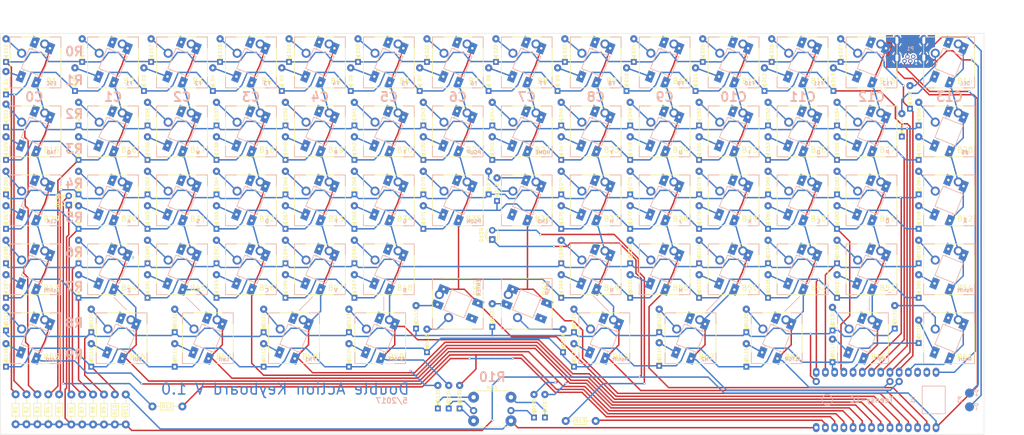
<source format=kicad_pcb>
(kicad_pcb (version 4) (host pcbnew 4.0.4-stable)
  (title_block (title "Double Action Keyboard") (date 2018-03-03) (rev 1.0))
  (layers (0 F.Cu signal) (31 B.Cu signal) (34 B.Paste user) (35 F.Paste user) (36 B.SilkS user) (37 F.SilkS user) (38 B.Mask user) (39 F.Mask user) (44 Edge.Cuts user))
  (net 0 "")
  (net 1 "Net-(B1-Pad1)")
  (net 2 C1)
  (net 3 "Net-(B1-Pad3)")
  (net 4 "Net-(B2-Pad1)")
  (net 5 C2)
  (net 6 "Net-(B2-Pad3)")
  (net 7 "Net-(B3-Pad1)")
  (net 8 C3)
  (net 9 "Net-(B3-Pad3)")
  (net 10 "Net-(B4-Pad1)")
  (net 11 C4)
  (net 12 "Net-(B4-Pad3)")
  (net 13 "Net-(B5-Pad1)")
  (net 14 C5)
  (net 15 "Net-(B5-Pad3)")
  (net 16 "Net-(B6-Pad1)")
  (net 17 C6)
  (net 18 "Net-(B6-Pad3)")
  (net 19 "Net-(B7-Pad1)")
  (net 20 C7)
  (net 21 "Net-(B7-Pad3)")
  (net 22 "Net-(B8-Pad1)")
  (net 23 C8)
  (net 24 "Net-(B8-Pad3)")
  (net 25 "Net-(B9-Pad1)")
  (net 26 C9)
  (net 27 "Net-(B9-Pad3)")
  (net 28 "Net-(B10-Pad1)")
  (net 29 C10)
  (net 30 "Net-(B10-Pad3)")
  (net 31 "Net-(B11-Pad1)")
  (net 32 C11)
  (net 33 "Net-(B11-Pad3)")
  (net 34 "Net-(B12-Pad1)")
  (net 35 C12)
  (net 36 "Net-(B12-Pad3)")
  (net 37 "Net-(B13-Pad1)")
  (net 38 C13)
  (net 39 "Net-(B13-Pad3)")
  (net 40 "Net-(B14-Pad1)")
  (net 41 "Net-(B14-Pad3)")
  (net 42 "Net-(B15-Pad1)")
  (net 43 "Net-(B15-Pad3)")
  (net 44 "Net-(B16-Pad1)")
  (net 45 "Net-(B16-Pad3)")
  (net 46 "Net-(B17-Pad1)")
  (net 47 "Net-(B17-Pad3)")
  (net 48 "Net-(B18-Pad1)")
  (net 49 "Net-(B18-Pad3)")
  (net 50 "Net-(B19-Pad1)")
  (net 51 "Net-(B19-Pad3)")
  (net 52 "Net-(B20-Pad1)")
  (net 53 "Net-(B20-Pad3)")
  (net 54 "Net-(B21-Pad1)")
  (net 55 "Net-(B21-Pad3)")
  (net 56 "Net-(B22-Pad1)")
  (net 57 "Net-(B22-Pad3)")
  (net 58 "Net-(B23-Pad1)")
  (net 59 "Net-(B23-Pad3)")
  (net 60 "Net-(B24-Pad1)")
  (net 61 "Net-(B24-Pad3)")
  (net 62 "Net-(B25-Pad1)")
  (net 63 "Net-(B25-Pad3)")
  (net 64 "Net-(B26-Pad1)")
  (net 65 "Net-(B26-Pad3)")
  (net 66 "Net-(B27-Pad1)")
  (net 67 "Net-(B27-Pad3)")
  (net 68 "Net-(B28-Pad1)")
  (net 69 "Net-(B28-Pad3)")
  (net 70 "Net-(B29-Pad1)")
  (net 71 R8)
  (net 72 "Net-(B30-Pad1)")
  (net 73 "Net-(B30-Pad3)")
  (net 74 "Net-(B31-Pad1)")
  (net 75 "Net-(B31-Pad3)")
  (net 76 "Net-(B32-Pad1)")
  (net 77 "Net-(B32-Pad3)")
  (net 78 "Net-(B33-Pad1)")
  (net 79 "Net-(B33-Pad3)")
  (net 80 "Net-(B34-Pad1)")
  (net 81 "Net-(B34-Pad3)")
  (net 82 "Net-(B35-Pad1)")
  (net 83 "Net-(B35-Pad3)")
  (net 84 "Net-(B36-Pad1)")
  (net 85 "Net-(B36-Pad3)")
  (net 86 "Net-(B37-Pad1)")
  (net 87 "Net-(B37-Pad3)")
  (net 88 "Net-(B38-Pad1)")
  (net 89 "Net-(B38-Pad3)")
  (net 90 "Net-(B39-Pad1)")
  (net 91 "Net-(B39-Pad3)")
  (net 92 "Net-(B40-Pad1)")
  (net 93 "Net-(B40-Pad3)")
  (net 94 "Net-(B41-Pad1)")
  (net 95 "Net-(B41-Pad3)")
  (net 96 "Net-(B42-Pad1)")
  (net 97 "Net-(B42-Pad3)")
  (net 98 "Net-(B43-Pad1)")
  (net 99 "Net-(B43-Pad3)")
  (net 100 "Net-(B44-Pad1)")
  (net 101 "Net-(B44-Pad3)")
  (net 102 "Net-(B45-Pad1)")
  (net 103 "Net-(B45-Pad3)")
  (net 104 "Net-(B46-Pad1)")
  (net 105 "Net-(B46-Pad3)")
  (net 106 "Net-(B47-Pad1)")
  (net 107 "Net-(B47-Pad3)")
  (net 108 "Net-(B48-Pad1)")
  (net 109 "Net-(B48-Pad3)")
  (net 110 "Net-(B49-Pad1)")
  (net 111 "Net-(B49-Pad3)")
  (net 112 "Net-(B50-Pad1)")
  (net 113 "Net-(B50-Pad3)")
  (net 114 "Net-(B51-Pad1)")
  (net 115 "Net-(B51-Pad3)")
  (net 116 "Net-(B52-Pad1)")
  (net 117 "Net-(B52-Pad3)")
  (net 118 "Net-(B53-Pad1)")
  (net 119 "Net-(B53-Pad3)")
  (net 120 "Net-(B54-Pad1)")
  (net 121 "Net-(B54-Pad3)")
  (net 122 "Net-(B55-Pad1)")
  (net 123 "Net-(B55-Pad3)")
  (net 124 "Net-(B56-Pad1)")
  (net 125 "Net-(B56-Pad3)")
  (net 126 "Net-(B57-Pad1)")
  (net 127 "Net-(B57-Pad3)")
  (net 128 "Net-(B58-Pad1)")
  (net 129 "Net-(B58-Pad3)")
  (net 130 "Net-(B59-Pad1)")
  (net 131 "Net-(B59-Pad3)")
  (net 132 "Net-(B60-Pad1)")
  (net 133 "Net-(B60-Pad3)")
  (net 134 "Net-(B61-Pad1)")
  (net 135 "Net-(B61-Pad3)")
  (net 136 "Net-(B62-Pad1)")
  (net 137 "Net-(B62-Pad3)")
  (net 138 "Net-(B63-Pad1)")
  (net 139 "Net-(B63-Pad3)")
  (net 140 "Net-(B64-Pad1)")
  (net 141 "Net-(B64-Pad3)")
  (net 142 "Net-(B66-Pad1)")
  (net 143 "Net-(B66-Pad3)")
  (net 144 R1)
  (net 145 R3)
  (net 146 R4)
  (net 147 R5)
  (net 148 R6)
  (net 149 R7)
  (net 150 R9)
  (net 151 R2)
  (net 152 R10)
  (net 153 Earth)
  (net 154 "Net-(P1-Pad3)")
  (net 155 "Net-(P1-Pad2)")
  (net 156 "Net-(B29-Pad3)")
  (net 157 "Net-(R13-Pad1)")
  (net 158 "Net-(B65-Pad1)")
  (net 159 "Net-(B65-Pad3)")
  (net 160 "Net-(D133-Pad1)")
  (net 161 "Net-(D134-Pad1)")
  (net 162 "Net-(D135-Pad1)")
  (net 163 "Net-(D136-Pad1)")
  (net 164 "Net-(D137-Pad1)")
  (net 165 "Net-(D138-Pad2)")
  (net 166 "Net-(D139-Pad2)")
  (net 167 "Net-(R12-Pad1)")
  (net 168 VCC)
  (net 169 "Net-(P1-Pad4)")
  (net 170 "Net-(U1-Pad29)")
  (net 171 "Net-(U1-Pad30)")
  (net 172 C0)
  (net 173 R0)
  (module DAK_lib:Teensy_LC (layer B.Cu) (at 313 188 90)
    (fp_text reference U1 (at 0 11.43 90) (layer B.SilkS) (effects (font (thickness 0.2)) (justify mirror)))
    (fp_text value Teensy-LC (at 0 0 360) (layer B.SilkS) (effects (font (size 1.5 1.5) (thickness 0.3)) (justify mirror)))
    (pad -1 thru_hole oval (at -7.62 17.78 90) (size 2.5 1.8) (drill 1) (layers *.Cu *.Mask) (net 153 Earth))
    (pad 0 thru_hole oval (at -7.62 15.24 90) (size 2.5 1.8) (drill 1) (layers *.Cu *.Mask) (net 26 C9))
    (pad 1 thru_hole oval (at -7.62 12.7 90) (size 2.5 1.8) (drill 1) (layers *.Cu *.Mask) (net 23 C8))
    (pad 2 thru_hole oval (at -7.62 10.16 90) (size 2.5 1.8) (drill 1) (layers *.Cu *.Mask) (net 20 C7))
    (pad 3 thru_hole oval (at -7.62 7.62 90) (size 2.5 1.8) (drill 1) (layers *.Cu *.Mask) (net 17 C6))
    (pad 4 thru_hole oval (at -7.62 5.08 90) (size 2.5 1.8) (drill 1) (layers *.Cu *.Mask) (net 14 C5))
    (pad 5 thru_hole oval (at -7.62 2.54 90) (size 2.5 1.8) (drill 1) (layers *.Cu *.Mask) (net 11 C4))
    (pad 6 thru_hole oval (at -7.62 0 90) (size 2.5 1.8) (drill 1) (layers *.Cu *.Mask) (net 8 C3))
    (pad 7 thru_hole oval (at -7.62 -2.54 90) (size 2.5 1.8) (drill 1) (layers *.Cu *.Mask) (net 5 C2))
    (pad 8 thru_hole oval (at -7.62 -5.08 90) (size 2.5 1.8) (drill 1) (layers *.Cu *.Mask) (net 2 C1))
    (pad 9 thru_hole oval (at -7.62 -7.62 90) (size 2.5 1.8) (drill 1) (layers *.Cu *.Mask) (net 172 C0))
    (pad 10 thru_hole oval (at -7.62 -10.16 90) (size 2.5 1.8) (drill 1) (layers *.Cu *.Mask) (net 167 "Net-(R12-Pad1)"))
    (pad 11 thru_hole oval (at -7.62 -12.7 90) (size 2.5 1.8) (drill 1) (layers *.Cu *.Mask) (net 157 "Net-(R13-Pad1)"))
    (pad 12 thru_hole oval (at -7.62 -15.24 90) (size 2.5 1.8) (drill 1) (layers *.Cu *.Mask) (net 152 R10))
    (pad 18 thru_hole oval (at 7.62 -15.24 90) (size 2.5 1.8) (drill 1) (layers *.Cu *.Mask) (net 149 R7))
    (pad 19 thru_hole oval (at 7.62 -12.7 90) (size 2.5 1.8) (drill 1) (layers *.Cu *.Mask) (net 148 R6))
    (pad 20 thru_hole oval (at 7.62 -10.16 90) (size 2.5 1.8) (drill 1) (layers *.Cu *.Mask) (net 150 R9))
    (pad 21 thru_hole oval (at 7.62 -7.62 90) (size 2.5 1.8) (drill 1) (layers *.Cu *.Mask) (net 147 R5))
    (pad 22 thru_hole oval (at 7.62 -5.08 90) (size 2.5 1.8) (drill 1) (layers *.Cu *.Mask) (net 35 C12))
    (pad 23 thru_hole oval (at 7.62 -2.54 90) (size 2.5 1.8) (drill 1) (layers *.Cu *.Mask) (net 146 R4))
    (pad 24 thru_hole oval (at 7.62 0 90) (size 2.5 1.8) (drill 1) (layers *.Cu *.Mask) (net 145 R3))
    (pad 25 thru_hole oval (at 7.62 2.54 90) (size 2.5 1.8) (drill 1) (layers *.Cu *.Mask) (net 151 R2))
    (pad 26 thru_hole oval (at 7.62 5.08 90) (size 2.5 1.8) (drill 1) (layers *.Cu *.Mask) (net 144 R1))
    (pad 27 thru_hole oval (at 7.62 7.62 90) (size 2.5 1.8) (drill 1) (layers *.Cu *.Mask) (net 173 R0))
    (pad 28 thru_hole oval (at 7.62 10.16 90) (size 2.5 1.8) (drill 1) (layers *.Cu *.Mask) (net 38 C13))
    (pad 29 thru_hole oval (at 7.62 12.7 90) (size 2.5 1.8) (drill 1) (layers *.Cu *.Mask) (net 170 "Net-(U1-Pad29)"))
    (pad 30 thru_hole oval (at 7.62 15.24 90) (size 2.5 1.8) (drill 1) (layers *.Cu *.Mask) (net 171 "Net-(U1-Pad30)"))
    (pad 31 thru_hole oval (at 7.62 17.78 90) (size 2.5 1.8) (drill 1) (layers *.Cu *.Mask) (net 168 VCC))
    (pad 17 thru_hole circle (at 5.08 -15.24 90) (size 2 2) (drill 1) (layers *.Cu *.Mask) (net 71 R8))
    (pad 32 thru_hole circle (at 5.08 7.62 90) (size 2 2) (drill 1) (layers *.Cu *.Mask) (net 29 C10))
    (pad 33 thru_hole circle (at 5.08 5.08 90) (size 2 2) (drill 1) (layers *.Cu *.Mask) (net 32 C11))
  )
  (module btn2:via_0.6mm (layer F.Cu) (at 109.5 148.75)
    (fp_text reference "" hide)
    (fp_text value "" hide)
    (pad "" thru_hole circle (at 0 0) (size 0.6 0.6) (drill 0.4) (layers *.Cu))
  )
  (module DAK_lib:SKQUCAA010_ALPS (layer F.Cu) (at 208.5 190.5)
    (fp_text reference NB1 (at 0 -5.9) (layer F.SilkS) (effects (font (thickness 0.2))))
    (fp_text value SKQUCAA010_ALPS)
    (pad 5 thru_hole circle (at 5.15 0.45) (size 2 2) (drill 1) (layers *.Cu *.Mask) (net 163 "Net-(D136-Pad1)"))
    (pad 2 thru_hole circle (at -5.15 0.45) (size 2 2) (drill 1) (layers *.Cu *.Mask) (net 161 "Net-(D134-Pad1)"))
    (pad 1 thru_hole circle (at -5.15 -3.25) (size 3 3) (drill 1.2) (layers *.Cu *.Mask) (net 160 "Net-(D133-Pad1)"))
    (pad 6 thru_hole circle (at 5.15 -3.25) (size 3 3) (drill 1.2) (layers *.Cu *.Mask) (net 164 "Net-(D137-Pad1)"))
    (pad 3 thru_hole circle (at -5.15 3.25) (size 3 3) (drill 1.2) (layers *.Cu *.Mask) (net 162 "Net-(D135-Pad1)"))
    (pad 4 thru_hole circle (at 5.15 3.25) (size 3 3) (drill 1.2) (layers *.Cu *.Mask) (net 152 R10))
  )
  (module DAK_lib:diodeDO35 (layer F.Cu) (at 169 172.5 270)
    (fp_text reference D124 (at 2.8 0 270) (layer F.SilkS) (effects (font (size 0.9 0.9) (thickness 0.17))))
    (fp_text value 1N4148)
    (pad 2 thru_hole circle (at 0 0 270) (size 2 2) (drill 0.8) (layers *.Cu *.Mask) (net 131 "Net-(B59-Pad3)"))
    (pad 1 thru_hole rect (at 6.35 0 270) (size 1.6 1.6) (drill 0.8) (layers *.Cu *.Mask) (net 150 R9))
  )
  (module DAK_lib:diodeDO35 (layer F.Cu) (at 264.5 96.5 270)
    (fp_text reference D11 (at 2.8 0 270) (layer F.SilkS) (effects (font (size 0.9 0.9) (thickness 0.17))))
    (fp_text value D_Small)
    (pad 2 thru_hole circle (at 0 0 270) (size 2 2) (drill 0.8) (layers *.Cu *.Mask) (net 33 "Net-(B11-Pad3)"))
    (pad 1 thru_hole rect (at 6.35 0 270) (size 1.6 1.6) (drill 0.8) (layers *.Cu *.Mask) (net 144 R1))
  )
  (module DAK_lib:diodeDO35 (layer F.Cu) (at 74.5 134.5 270)
    (fp_text reference D57 (at 2.8 0 270) (layer F.SilkS) (effects (font (size 0.9 0.9) (thickness 0.17))))
    (fp_text value 1N4148)
    (pad 2 thru_hole circle (at 0 0 270) (size 2 2) (drill 0.8) (layers *.Cu *.Mask) (net 156 "Net-(B29-Pad3)"))
    (pad 1 thru_hole rect (at 6.35 0 270) (size 1.6 1.6) (drill 0.8) (layers *.Cu *.Mask) (net 147 R5))
  )
  (module DAK_lib:diodeDO35 (layer F.Cu) (at 74.5 115.5 270)
    (fp_text reference D29 (at 2.8 0 270) (layer F.SilkS) (effects (font (size 0.9 0.9) (thickness 0.17))))
    (fp_text value 1N4148)
    (pad 2 thru_hole circle (at 0 0 270) (size 2 2) (drill 0.8) (layers *.Cu *.Mask) (net 43 "Net-(B15-Pad3)"))
    (pad 1 thru_hole rect (at 6.35 0 270) (size 1.6 1.6) (drill 0.8) (layers *.Cu *.Mask) (net 145 R3))
  )
  (module DAK_lib:diodeDO35 (layer F.Cu) (at 326 166 270)
    (fp_text reference D118 (at 2.8 0 270) (layer F.SilkS) (effects (font (size 0.9 0.9) (thickness 0.17))))
    (fp_text value 1N4148)
    (pad 2 thru_hole circle (at 0 0 270) (size 2 2) (drill 0.8) (layers *.Cu *.Mask) (net 143 "Net-(B66-Pad3)"))
    (pad 1 thru_hole rect (at 6.35 0 270) (size 1.6 1.6) (drill 0.8) (layers *.Cu *.Mask) (net 150 R9))
  )
  (module DAK_lib:diodeDO35 (layer F.Cu) (at 302.25 171.25 270)
    (fp_text reference D117 (at 2.8 0 270) (layer F.SilkS) (effects (font (size 0.9 0.9) (thickness 0.17))))
    (fp_text value 1N4148)
    (pad 2 thru_hole circle (at 0 0 270) (size 2 2) (drill 0.8) (layers *.Cu *.Mask) (net 159 "Net-(B65-Pad3)"))
    (pad 1 thru_hole rect (at 6.35 0 270) (size 1.6 1.6) (drill 0.8) (layers *.Cu *.Mask) (net 150 R9))
  )
  (module DAK_lib:diodeDO35 (layer F.Cu) (at 278.5 172.5 270)
    (fp_text reference D116 (at 2.8 0 270) (layer F.SilkS) (effects (font (size 0.9 0.9) (thickness 0.17))))
    (fp_text value 1N4148)
    (pad 2 thru_hole circle (at 0 0 270) (size 2 2) (drill 0.8) (layers *.Cu *.Mask) (net 141 "Net-(B64-Pad3)"))
    (pad 1 thru_hole rect (at 6.35 0 270) (size 1.6 1.6) (drill 0.8) (layers *.Cu *.Mask) (net 150 R9))
  )
  (module DAK_lib:diodeDO35 (layer F.Cu) (at 231 172.5 270)
    (fp_text reference D115 (at 2.8 0 270) (layer F.SilkS) (effects (font (size 0.9 0.9) (thickness 0.17))))
    (fp_text value 1N4148)
    (pad 2 thru_hole circle (at 0 0 270) (size 2 2) (drill 0.8) (layers *.Cu *.Mask) (net 139 "Net-(B63-Pad3)"))
    (pad 1 thru_hole rect (at 6.35 0 270) (size 1.6 1.6) (drill 0.8) (layers *.Cu *.Mask) (net 150 R9))
  )
  (module DAK_lib:diodeDO35 (layer F.Cu) (at 254.5 172.25 270)
    (fp_text reference D114 (at 2.8 0 270) (layer F.SilkS) (effects (font (size 0.9 0.9) (thickness 0.17))))
    (fp_text value 1N4148)
    (pad 2 thru_hole circle (at 0 0 270) (size 2 2) (drill 0.8) (layers *.Cu *.Mask) (net 137 "Net-(B62-Pad3)"))
    (pad 1 thru_hole rect (at 6.35 0 270) (size 1.6 1.6) (drill 0.8) (layers *.Cu *.Mask) (net 150 R9))
  )
  (module DAK_lib:diodeDO35 (layer F.Cu) (at 145.5 172.5 270)
    (fp_text reference D112 (at 2.8 0 270) (layer F.SilkS) (effects (font (size 0.9 0.9) (thickness 0.17))))
    (fp_text value 1N4148)
    (pad 2 thru_hole circle (at 0 0 270) (size 2 2) (drill 0.8) (layers *.Cu *.Mask) (net 129 "Net-(B58-Pad3)"))
    (pad 1 thru_hole rect (at 6.35 0 270) (size 1.6 1.6) (drill 0.8) (layers *.Cu *.Mask) (net 150 R9))
  )
  (module DAK_lib:diodeDO35 (layer F.Cu) (at 121 172.5 270)
    (fp_text reference D111 (at 2.8 0 270) (layer F.SilkS) (effects (font (size 0.9 0.9) (thickness 0.17))))
    (fp_text value 1N4148)
    (pad 2 thru_hole circle (at 0 0 270) (size 2 2) (drill 0.8) (layers *.Cu *.Mask) (net 127 "Net-(B57-Pad3)"))
    (pad 1 thru_hole rect (at 6.35 0 270) (size 1.6 1.6) (drill 0.8) (layers *.Cu *.Mask) (net 150 R9))
  )
  (module DAK_lib:diodeDO35 (layer F.Cu) (at 98 172.5 270)
    (fp_text reference D110 (at 2.8 0 270) (layer F.SilkS) (effects (font (size 0.9 0.9) (thickness 0.17))))
    (fp_text value 1N4148)
    (pad 2 thru_hole circle (at 0 0 270) (size 2 2) (drill 0.8) (layers *.Cu *.Mask) (net 125 "Net-(B56-Pad3)"))
    (pad 1 thru_hole rect (at 6.35 0 270) (size 1.6 1.6) (drill 0.8) (layers *.Cu *.Mask) (net 150 R9))
  )
  (module DAK_lib:diodeDO35 (layer F.Cu) (at 74.5 172.5 270)
    (fp_text reference D109 (at 2.8 0 270) (layer F.SilkS) (effects (font (size 0.9 0.9) (thickness 0.17))))
    (fp_text value 1N4148)
    (pad 2 thru_hole circle (at 0 0 270) (size 2 2) (drill 0.8) (layers *.Cu *.Mask) (net 123 "Net-(B55-Pad3)"))
    (pad 1 thru_hole rect (at 6.35 0 270) (size 1.6 1.6) (drill 0.8) (layers *.Cu *.Mask) (net 150 R9))
  )
  (module DAK_lib:diodeDO35 (layer F.Cu) (at 326 153.5 270)
    (fp_text reference D85 (at 2.8 0 270) (layer F.SilkS) (effects (font (size 0.9 0.9) (thickness 0.17))))
    (fp_text value 1N4148)
    (pad 2 thru_hole circle (at 0 0 270) (size 2 2) (drill 0.8) (layers *.Cu *.Mask) (net 121 "Net-(B54-Pad3)"))
    (pad 1 thru_hole rect (at 6.35 0 270) (size 1.6 1.6) (drill 0.8) (layers *.Cu *.Mask) (net 149 R7))
  )
  (module DAK_lib:diodeDO35 (layer F.Cu) (at 187.5 162 270)
    (fp_text reference D113 (at 2.8 0 270) (layer F.SilkS) (effects (font (size 0.9 0.9) (thickness 0.17))))
    (fp_text value 1N4148)
    (pad 2 thru_hole circle (at 0 0 270) (size 2 2) (drill 0.8) (layers *.Cu *.Mask) (net 133 "Net-(B60-Pad3)"))
    (pad 1 thru_hole rect (at 6.35 0 270) (size 1.6 1.6) (drill 0.8) (layers *.Cu *.Mask) (net 71 R8))
  )
  (module DAK_lib:diodeDO35 (layer F.Cu) (at 326 134.5 270)
    (fp_text reference D58 (at 2.8 0 270) (layer F.SilkS) (effects (font (size 0.9 0.9) (thickness 0.17))))
    (fp_text value 1N4148)
    (pad 2 thru_hole circle (at 0 0 270) (size 2 2) (drill 0.8) (layers *.Cu *.Mask) (net 97 "Net-(B42-Pad3)"))
    (pad 1 thru_hole rect (at 6.35 0 270) (size 1.6 1.6) (drill 0.8) (layers *.Cu *.Mask) (net 147 R5))
  )
  (module DAK_lib:diodeDO35 (layer F.Cu) (at 189.5 115.5 270)
    (fp_text reference D30 (at 2.8 0 270) (layer F.SilkS) (effects (font (size 0.9 0.9) (thickness 0.17))))
    (fp_text value 1N4148)
    (pad 2 thru_hole circle (at 0 0 270) (size 2 2) (drill 0.8) (layers *.Cu *.Mask) (net 55 "Net-(B21-Pad3)"))
    (pad 1 thru_hole rect (at 6.35 0 270) (size 1.6 1.6) (drill 0.8) (layers *.Cu *.Mask) (net 145 R3))
  )
  (module DAK_lib:diodeDO35 (layer F.Cu) (at 326 115.5 270)
    (fp_text reference D31 (at 2.8 0 270) (layer F.SilkS) (effects (font (size 0.9 0.9) (thickness 0.17))))
    (fp_text value 1N4148)
    (pad 2 thru_hole circle (at 0 0 270) (size 2 2) (drill 0.8) (layers *.Cu *.Mask) (net 69 "Net-(B28-Pad3)"))
    (pad 1 thru_hole rect (at 6.35 0 270) (size 1.6 1.6) (drill 0.8) (layers *.Cu *.Mask) (net 145 R3))
  )
  (module DAK_lib:diodeDO35 (layer F.Cu) (at 321.352 109.102 270)
    (fp_text reference D14 (at 2.8 0 270) (layer F.SilkS) (effects (font (size 0.9 0.9) (thickness 0.17))))
    (fp_text value 1N4148)
    (pad 2 thru_hole circle (at 0 0 270) (size 2 2) (drill 0.8) (layers *.Cu *.Mask) (net 41 "Net-(B14-Pad3)"))
    (pad 1 thru_hole rect (at 6.35 0 270) (size 1.6 1.6) (drill 0.8) (layers *.Cu *.Mask) (net 144 R1))
  )
  (module DAK_lib:diodeDO35 (layer F.Cu) (at 302.5 96.5 270)
    (fp_text reference D13 (at 2.8 0 270) (layer F.SilkS) (effects (font (size 0.9 0.9) (thickness 0.17))))
    (fp_text value 1N4148)
    (pad 2 thru_hole circle (at 0 0 270) (size 2 2) (drill 0.8) (layers *.Cu *.Mask) (net 39 "Net-(B13-Pad3)"))
    (pad 1 thru_hole rect (at 6.35 0 270) (size 1.6 1.6) (drill 0.8) (layers *.Cu *.Mask) (net 144 R1))
  )
  (module DAK_lib:diodeDO35 (layer F.Cu) (at 283.5 96.5 270)
    (fp_text reference D12 (at 2.8 0 270) (layer F.SilkS) (effects (font (size 0.9 0.9) (thickness 0.17))))
    (fp_text value 1N4148)
    (pad 2 thru_hole circle (at 0 0 270) (size 2 2) (drill 0.8) (layers *.Cu *.Mask) (net 36 "Net-(B12-Pad3)"))
    (pad 1 thru_hole rect (at 6.35 0 270) (size 1.6 1.6) (drill 0.8) (layers *.Cu *.Mask) (net 144 R1))
  )
  (module DAK_lib:diodeDO35 (layer F.Cu) (at 245.5 96.5 270)
    (fp_text reference D10 (at 2.8 0 270) (layer F.SilkS) (effects (font (size 0.9 0.9) (thickness 0.17))))
    (fp_text value 1N4148)
    (pad 2 thru_hole circle (at 0 0 270) (size 2 2) (drill 0.8) (layers *.Cu *.Mask) (net 30 "Net-(B10-Pad3)"))
    (pad 1 thru_hole rect (at 6.35 0 270) (size 1.6 1.6) (drill 0.8) (layers *.Cu *.Mask) (net 144 R1))
  )
  (module DAK_lib:diodeDO35 (layer F.Cu) (at 226.5 96.5 270)
    (fp_text reference D9 (at 2.8 0 270) (layer F.SilkS) (effects (font (size 0.9 0.9) (thickness 0.17))))
    (fp_text value 1N4148)
    (pad 2 thru_hole circle (at 0 0 270) (size 2 2) (drill 0.8) (layers *.Cu *.Mask) (net 27 "Net-(B9-Pad3)"))
    (pad 1 thru_hole rect (at 6.35 0 270) (size 1.6 1.6) (drill 0.8) (layers *.Cu *.Mask) (net 144 R1))
  )
  (module DAK_lib:diodeDO35 (layer F.Cu) (at 207.5 96.5 270)
    (fp_text reference D8 (at 2.8 0 270) (layer F.SilkS) (effects (font (size 0.9 0.9) (thickness 0.17))))
    (fp_text value 1N4148)
    (pad 2 thru_hole circle (at 0 0 270) (size 2 2) (drill 0.8) (layers *.Cu *.Mask) (net 24 "Net-(B8-Pad3)"))
    (pad 1 thru_hole rect (at 6.35 0 270) (size 1.6 1.6) (drill 0.8) (layers *.Cu *.Mask) (net 144 R1))
  )
  (module DAK_lib:diodeDO35 (layer F.Cu) (at 188.5 96.5 270)
    (fp_text reference D7 (at 2.8 0 270) (layer F.SilkS) (effects (font (size 0.9 0.9) (thickness 0.17))))
    (fp_text value 1N4148)
    (pad 2 thru_hole circle (at 0 0 270) (size 2 2) (drill 0.8) (layers *.Cu *.Mask) (net 21 "Net-(B7-Pad3)"))
    (pad 1 thru_hole rect (at 6.35 0 270) (size 1.6 1.6) (drill 0.8) (layers *.Cu *.Mask) (net 144 R1))
  )
  (module DAK_lib:diodeDO35 (layer F.Cu) (at 169.5 96.5 270)
    (fp_text reference D6 (at 2.8 0 270) (layer F.SilkS) (effects (font (size 0.9 0.9) (thickness 0.17))))
    (fp_text value 1N4148)
    (pad 2 thru_hole circle (at 0 0 270) (size 2 2) (drill 0.8) (layers *.Cu *.Mask) (net 18 "Net-(B6-Pad3)"))
    (pad 1 thru_hole rect (at 6.35 0 270) (size 1.6 1.6) (drill 0.8) (layers *.Cu *.Mask) (net 144 R1))
  )
  (module DAK_lib:diodeDO35 (layer F.Cu) (at 150.5 96.5 270)
    (fp_text reference D5 (at 2.8 0 270) (layer F.SilkS) (effects (font (size 0.9 0.9) (thickness 0.17))))
    (fp_text value 1N4148)
    (pad 2 thru_hole circle (at 0 0 270) (size 2 2) (drill 0.8) (layers *.Cu *.Mask) (net 15 "Net-(B5-Pad3)"))
    (pad 1 thru_hole rect (at 6.35 0 270) (size 1.6 1.6) (drill 0.8) (layers *.Cu *.Mask) (net 144 R1))
  )
  (module DAK_lib:diodeDO35 (layer F.Cu) (at 131.5 96.5 270)
    (fp_text reference D4 (at 2.8 0 270) (layer F.SilkS) (effects (font (size 0.9 0.9) (thickness 0.17))))
    (fp_text value 1N4148)
    (pad 2 thru_hole circle (at 0 0 270) (size 2 2) (drill 0.8) (layers *.Cu *.Mask) (net 12 "Net-(B4-Pad3)"))
    (pad 1 thru_hole rect (at 6.35 0 270) (size 1.6 1.6) (drill 0.8) (layers *.Cu *.Mask) (net 144 R1))
  )
  (module DAK_lib:diodeDO35 (layer F.Cu) (at 112.5 96.5 270)
    (fp_text reference D3 (at 2.8 0 270) (layer F.SilkS) (effects (font (size 0.9 0.9) (thickness 0.17))))
    (fp_text value 1N4148)
    (pad 2 thru_hole circle (at 0 0 270) (size 2 2) (drill 0.8) (layers *.Cu *.Mask) (net 9 "Net-(B3-Pad3)"))
    (pad 1 thru_hole rect (at 6.35 0 270) (size 1.6 1.6) (drill 0.8) (layers *.Cu *.Mask) (net 144 R1))
  )
  (module DAK_lib:diodeDO35 (layer F.Cu) (at 93.5 96.5 270)
    (fp_text reference D2 (at 2.8 0 270) (layer F.SilkS) (effects (font (size 0.9 0.9) (thickness 0.17))))
    (fp_text value 1N4148)
    (pad 2 thru_hole circle (at 0 0 270) (size 2 2) (drill 0.8) (layers *.Cu *.Mask) (net 6 "Net-(B2-Pad3)"))
    (pad 1 thru_hole rect (at 6.35 0 270) (size 1.6 1.6) (drill 0.8) (layers *.Cu *.Mask) (net 144 R1))
  )
  (module DAK_lib:diodeDO35 (layer F.Cu) (at 74.5 97.5 270)
    (fp_text reference D1 (at 2.8 0 270) (layer F.SilkS) (effects (font (size 0.9 0.9) (thickness 0.17))))
    (fp_text value 1N4148)
    (pad 2 thru_hole circle (at 0 0 270) (size 2 2) (drill 0.8) (layers *.Cu *.Mask) (net 3 "Net-(B1-Pad3)"))
    (pad 1 thru_hole rect (at 6.35 0 270) (size 1.6 1.6) (drill 0.8) (layers *.Cu *.Mask) (net 144 R1))
  )
  (module DAK_lib:diodeDO35 (layer F.Cu) (at 254.5 163 270)
    (fp_text reference D128 (at 2.8 0 270) (layer F.SilkS) (effects (font (size 0.9 0.9) (thickness 0.17))))
    (fp_text value 1N4148)
    (pad 2 thru_hole circle (at 0 0 270) (size 2 2) (drill 0.8) (layers *.Cu *.Mask) (net 136 "Net-(B62-Pad1)"))
    (pad 1 thru_hole rect (at 6.35 0 270) (size 1.6 1.6) (drill 0.8) (layers *.Cu *.Mask) (net 71 R8))
  )
  (module DAK_lib:diodeDO35 (layer F.Cu) (at 145.5 163 270)
    (fp_text reference D122 (at 2.8 0 270) (layer F.SilkS) (effects (font (size 0.9 0.9) (thickness 0.17))))
    (fp_text value 1N4148)
    (pad 2 thru_hole circle (at 0 0 270) (size 2 2) (drill 0.8) (layers *.Cu *.Mask) (net 128 "Net-(B58-Pad1)"))
    (pad 1 thru_hole rect (at 6.35 0 270) (size 1.6 1.6) (drill 0.8) (layers *.Cu *.Mask) (net 71 R8))
  )
  (module DAK_lib:diodeDO35 (layer F.Cu) (at 319.4 162 270)
    (fp_text reference D132 (at 2.8 0 270) (layer F.SilkS) (effects (font (size 0.9 0.9) (thickness 0.17))))
    (fp_text value 1N4148)
    (pad 2 thru_hole circle (at 0 0 270) (size 2 2) (drill 0.8) (layers *.Cu *.Mask) (net 142 "Net-(B66-Pad1)"))
    (pad 1 thru_hole rect (at 6.35 0 270) (size 1.6 1.6) (drill 0.8) (layers *.Cu *.Mask) (net 71 R8))
  )
  (module DAK_lib:diodeDO35 (layer F.Cu) (at 302.25 162.5 270)
    (fp_text reference D131 (at 2.8 0 270) (layer F.SilkS) (effects (font (size 0.9 0.9) (thickness 0.17))))
    (fp_text value 1N4148)
    (pad 2 thru_hole circle (at 0 0 270) (size 2 2) (drill 0.8) (layers *.Cu *.Mask) (net 158 "Net-(B65-Pad1)"))
    (pad 1 thru_hole rect (at 6.35 0 270) (size 1.6 1.6) (drill 0.8) (layers *.Cu *.Mask) (net 71 R8))
  )
  (module DAK_lib:diodeDO35 (layer F.Cu) (at 278.5 163 270)
    (fp_text reference D130 (at 2.8 0 270) (layer F.SilkS) (effects (font (size 0.9 0.9) (thickness 0.17))))
    (fp_text value 1N4148)
    (pad 2 thru_hole circle (at 0 0 270) (size 2 2) (drill 0.8) (layers *.Cu *.Mask) (net 140 "Net-(B64-Pad1)"))
    (pad 1 thru_hole rect (at 6.35 0 270) (size 1.6 1.6) (drill 0.8) (layers *.Cu *.Mask) (net 71 R8))
  )
  (module DAK_lib:diodeDO35 (layer F.Cu) (at 231 163 270)
    (fp_text reference D129 (at 2.8 0 270) (layer F.SilkS) (effects (font (size 0.9 0.9) (thickness 0.17))))
    (fp_text value 1N4148)
    (pad 2 thru_hole circle (at 0 0 270) (size 2 2) (drill 0.8) (layers *.Cu *.Mask) (net 138 "Net-(B63-Pad1)"))
    (pad 1 thru_hole rect (at 6.35 0 270) (size 1.6 1.6) (drill 0.8) (layers *.Cu *.Mask) (net 71 R8))
  )
  (module DAK_lib:diodeDO35 (layer F.Cu) (at 189.5 134.5 270)
    (fp_text reference D71 (at 2.8 0 270) (layer F.SilkS) (effects (font (size 0.9 0.9) (thickness 0.17))))
    (fp_text value 1N4148)
    (pad 2 thru_hole circle (at 0 0 270) (size 2 2) (drill 0.8) (layers *.Cu *.Mask) (net 83 "Net-(B35-Pad3)"))
    (pad 1 thru_hole rect (at 6.35 0 270) (size 1.6 1.6) (drill 0.8) (layers *.Cu *.Mask) (net 147 R5))
  )
  (module DAK_lib:diodeDO35 (layer F.Cu) (at 169 163 270)
    (fp_text reference D123 (at 2.8 0 270) (layer F.SilkS) (effects (font (size 0.9 0.9) (thickness 0.17))))
    (fp_text value 1N4148)
    (pad 2 thru_hole circle (at 0 0 270) (size 2 2) (drill 0.8) (layers *.Cu *.Mask) (net 130 "Net-(B59-Pad1)"))
    (pad 1 thru_hole rect (at 6.35 0 270) (size 1.6 1.6) (drill 0.8) (layers *.Cu *.Mask) (net 71 R8))
  )
  (module DAK_lib:diodeDO35 (layer F.Cu) (at 121 163 270)
    (fp_text reference D121 (at 2.8 0 270) (layer F.SilkS) (effects (font (size 0.9 0.9) (thickness 0.17))))
    (fp_text value 1N4148)
    (pad 2 thru_hole circle (at 0 0 270) (size 2 2) (drill 0.8) (layers *.Cu *.Mask) (net 126 "Net-(B57-Pad1)"))
    (pad 1 thru_hole rect (at 6.35 0 270) (size 1.6 1.6) (drill 0.8) (layers *.Cu *.Mask) (net 71 R8))
  )
  (module DAK_lib:diodeDO35 (layer F.Cu) (at 98 163 270)
    (fp_text reference D120 (at 2.8 0 270) (layer F.SilkS) (effects (font (size 0.9 0.9) (thickness 0.17))))
    (fp_text value 1N4148)
    (pad 2 thru_hole circle (at 0 0 270) (size 2 2) (drill 0.8) (layers *.Cu *.Mask) (net 124 "Net-(B56-Pad1)"))
    (pad 1 thru_hole rect (at 6.35 0 270) (size 1.6 1.6) (drill 0.8) (layers *.Cu *.Mask) (net 71 R8))
  )
  (module DAK_lib:diodeDO35 (layer F.Cu) (at 74.5 162.5 270)
    (fp_text reference D119 (at 2.8 0 270) (layer F.SilkS) (effects (font (size 0.9 0.9) (thickness 0.17))))
    (fp_text value 1N4148)
    (pad 2 thru_hole circle (at 0 0 270) (size 2 2) (drill 0.8) (layers *.Cu *.Mask) (net 122 "Net-(B55-Pad1)"))
    (pad 1 thru_hole rect (at 6.35 0 270) (size 1.6 1.6) (drill 0.8) (layers *.Cu *.Mask) (net 71 R8))
  )
  (module DAK_lib:diodeDO35 (layer F.Cu) (at 189.5 125 270)
    (fp_text reference D70 (at 2.8 0 270) (layer F.SilkS) (effects (font (size 0.9 0.9) (thickness 0.17))))
    (fp_text value 1N4148)
    (pad 2 thru_hole circle (at 0 0 270) (size 2 2) (drill 0.8) (layers *.Cu *.Mask) (net 82 "Net-(B35-Pad1)"))
    (pad 1 thru_hole rect (at 6.35 0 270) (size 1.6 1.6) (drill 0.8) (layers *.Cu *.Mask) (net 146 R4))
  )
  (module DAK_lib:diodeDO35 (layer F.Cu) (at 326 144 270)
    (fp_text reference D108 (at 2.8 0 270) (layer F.SilkS) (effects (font (size 0.9 0.9) (thickness 0.17))))
    (fp_text value 1N4148)
    (pad 2 thru_hole circle (at 0 0 270) (size 2 2) (drill 0.8) (layers *.Cu *.Mask) (net 120 "Net-(B54-Pad1)"))
    (pad 1 thru_hole rect (at 6.35 0 270) (size 1.6 1.6) (drill 0.8) (layers *.Cu *.Mask) (net 148 R6))
  )
  (module DAK_lib:diodeDO35 (layer F.Cu) (at 303.5 153.5 270)
    (fp_text reference D107 (at 2.8 0 270) (layer F.SilkS) (effects (font (size 0.9 0.9) (thickness 0.17))))
    (fp_text value 1N4148)
    (pad 2 thru_hole circle (at 0 0 270) (size 2 2) (drill 0.8) (layers *.Cu *.Mask) (net 119 "Net-(B53-Pad3)"))
    (pad 1 thru_hole rect (at 6.35 0 270) (size 1.6 1.6) (drill 0.8) (layers *.Cu *.Mask) (net 149 R7))
  )
  (module DAK_lib:diodeDO35 (layer F.Cu) (at 303.5 144 270)
    (fp_text reference D106 (at 2.8 0 270) (layer F.SilkS) (effects (font (size 0.9 0.9) (thickness 0.17))))
    (fp_text value 1N4148)
    (pad 2 thru_hole circle (at 0 0 270) (size 2 2) (drill 0.8) (layers *.Cu *.Mask) (net 118 "Net-(B53-Pad1)"))
    (pad 1 thru_hole rect (at 6.35 0 270) (size 1.6 1.6) (drill 0.8) (layers *.Cu *.Mask) (net 148 R6))
  )
  (module DAK_lib:diodeDO35 (layer F.Cu) (at 284.5 153.5 270)
    (fp_text reference D105 (at 2.8 0 270) (layer F.SilkS) (effects (font (size 0.9 0.9) (thickness 0.17))))
    (fp_text value 1N4148)
    (pad 2 thru_hole circle (at 0 0 270) (size 2 2) (drill 0.8) (layers *.Cu *.Mask) (net 117 "Net-(B52-Pad3)"))
    (pad 1 thru_hole rect (at 6.35 0 270) (size 1.6 1.6) (drill 0.8) (layers *.Cu *.Mask) (net 149 R7))
  )
  (module DAK_lib:diodeDO35 (layer F.Cu) (at 284.5 144 270)
    (fp_text reference D104 (at 2.8 0 270) (layer F.SilkS) (effects (font (size 0.9 0.9) (thickness 0.17))))
    (fp_text value 1N4148)
    (pad 2 thru_hole circle (at 0 0 270) (size 2 2) (drill 0.8) (layers *.Cu *.Mask) (net 116 "Net-(B52-Pad1)"))
    (pad 1 thru_hole rect (at 6.35 0 270) (size 1.6 1.6) (drill 0.8) (layers *.Cu *.Mask) (net 148 R6))
  )
  (module DAK_lib:diodeDO35 (layer F.Cu) (at 265.5 153.5 270)
    (fp_text reference D103 (at 2.8 0 270) (layer F.SilkS) (effects (font (size 0.9 0.9) (thickness 0.17))))
    (fp_text value 1N4148)
    (pad 2 thru_hole circle (at 0 0 270) (size 2 2) (drill 0.8) (layers *.Cu *.Mask) (net 115 "Net-(B51-Pad3)"))
    (pad 1 thru_hole rect (at 6.35 0 270) (size 1.6 1.6) (drill 0.8) (layers *.Cu *.Mask) (net 149 R7))
  )
  (module DAK_lib:diodeDO35 (layer F.Cu) (at 265.5 144 270)
    (fp_text reference D102 (at 2.8 0 270) (layer F.SilkS) (effects (font (size 0.9 0.9) (thickness 0.17))))
    (fp_text value 1N4148)
    (pad 2 thru_hole circle (at 0 0 270) (size 2 2) (drill 0.8) (layers *.Cu *.Mask) (net 114 "Net-(B51-Pad1)"))
    (pad 1 thru_hole rect (at 6.35 0 270) (size 1.6 1.6) (drill 0.8) (layers *.Cu *.Mask) (net 148 R6))
  )
  (module DAK_lib:diodeDO35 (layer F.Cu) (at 246.5 153.5 270)
    (fp_text reference D101 (at 2.8 0 270) (layer F.SilkS) (effects (font (size 0.9 0.9) (thickness 0.17))))
    (fp_text value 1N4148)
    (pad 2 thru_hole circle (at 0 0 270) (size 2 2) (drill 0.8) (layers *.Cu *.Mask) (net 113 "Net-(B50-Pad3)"))
    (pad 1 thru_hole rect (at 6.35 0 270) (size 1.6 1.6) (drill 0.8) (layers *.Cu *.Mask) (net 149 R7))
  )
  (module DAK_lib:diodeDO35 (layer F.Cu) (at 246.5 144 270)
    (fp_text reference D100 (at 2.8 0 270) (layer F.SilkS) (effects (font (size 0.9 0.9) (thickness 0.17))))
    (fp_text value 1N4148)
    (pad 2 thru_hole circle (at 0 0 270) (size 2 2) (drill 0.8) (layers *.Cu *.Mask) (net 112 "Net-(B50-Pad1)"))
    (pad 1 thru_hole rect (at 6.35 0 270) (size 1.6 1.6) (drill 0.8) (layers *.Cu *.Mask) (net 148 R6))
  )
  (module DAK_lib:diodeDO35 (layer F.Cu) (at 227.5 153.5 270)
    (fp_text reference D99 (at 2.8 0 270) (layer F.SilkS) (effects (font (size 0.9 0.9) (thickness 0.17))))
    (fp_text value 1N4148)
    (pad 2 thru_hole circle (at 0 0 270) (size 2 2) (drill 0.8) (layers *.Cu *.Mask) (net 111 "Net-(B49-Pad3)"))
    (pad 1 thru_hole rect (at 6.35 0 270) (size 1.6 1.6) (drill 0.8) (layers *.Cu *.Mask) (net 149 R7))
  )
  (module DAK_lib:diodeDO35 (layer F.Cu) (at 227.5 144 270)
    (fp_text reference D98 (at 2.8 0 270) (layer F.SilkS) (effects (font (size 0.9 0.9) (thickness 0.17))))
    (fp_text value 1N4148)
    (pad 2 thru_hole circle (at 0 0 270) (size 2 2) (drill 0.8) (layers *.Cu *.Mask) (net 110 "Net-(B49-Pad1)"))
    (pad 1 thru_hole rect (at 6.35 0 270) (size 1.6 1.6) (drill 0.8) (layers *.Cu *.Mask) (net 148 R6))
  )
  (module DAK_lib:diodeDO35 (layer F.Cu) (at 208.5 161.5 270)
    (fp_text reference D127 (at 2.8 0 270) (layer F.SilkS) (effects (font (size 0.9 0.9) (thickness 0.17))))
    (fp_text value 1N4148)
    (pad 2 thru_hole circle (at 0 0 270) (size 2 2) (drill 0.8) (layers *.Cu *.Mask) (net 135 "Net-(B61-Pad3)"))
    (pad 1 thru_hole rect (at 6.35 0 270) (size 1.6 1.6) (drill 0.8) (layers *.Cu *.Mask) (net 71 R8))
  )
  (module DAK_lib:diodeDO35 (layer F.Cu) (at 228 168.5 270)
    (fp_text reference D126 (at 2.8 0 270) (layer F.SilkS) (effects (font (size 0.9 0.9) (thickness 0.17))))
    (fp_text value 1N4148)
    (pad 2 thru_hole circle (at 0 0 270) (size 2 2) (drill 0.8) (layers *.Cu *.Mask) (net 134 "Net-(B61-Pad1)"))
    (pad 1 thru_hole rect (at 6.35 0 270) (size 1.6 1.6) (drill 0.8) (layers *.Cu *.Mask) (net 150 R9))
  )
  (module DAK_lib:diodeDO35 (layer F.Cu) (at 170.5 153.5 270)
    (fp_text reference D97 (at 2.8 0 270) (layer F.SilkS) (effects (font (size 0.9 0.9) (thickness 0.17))))
    (fp_text value 1N4148)
    (pad 2 thru_hole circle (at 0 0 270) (size 2 2) (drill 0.8) (layers *.Cu *.Mask) (net 109 "Net-(B48-Pad3)"))
    (pad 1 thru_hole rect (at 6.35 0 270) (size 1.6 1.6) (drill 0.8) (layers *.Cu *.Mask) (net 149 R7))
  )
  (module DAK_lib:diodeDO35 (layer F.Cu) (at 170.5 144 270)
    (fp_text reference D96 (at 2.8 0 270) (layer F.SilkS) (effects (font (size 0.9 0.9) (thickness 0.17))))
    (fp_text value 1N4148)
    (pad 2 thru_hole circle (at 0 0 270) (size 2 2) (drill 0.8) (layers *.Cu *.Mask) (net 108 "Net-(B48-Pad1)"))
    (pad 1 thru_hole rect (at 6.35 0 270) (size 1.6 1.6) (drill 0.8) (layers *.Cu *.Mask) (net 148 R6))
  )
  (module DAK_lib:diodeDO35 (layer F.Cu) (at 151.5 153.5 270)
    (fp_text reference D95 (at 2.8 0 270) (layer F.SilkS) (effects (font (size 0.9 0.9) (thickness 0.17))))
    (fp_text value 1N4148)
    (pad 2 thru_hole circle (at 0 0 270) (size 2 2) (drill 0.8) (layers *.Cu *.Mask) (net 107 "Net-(B47-Pad3)"))
    (pad 1 thru_hole rect (at 6.35 0 270) (size 1.6 1.6) (drill 0.8) (layers *.Cu *.Mask) (net 149 R7))
  )
  (module DAK_lib:diodeDO35 (layer F.Cu) (at 151.5 144 270)
    (fp_text reference D94 (at 2.8 0 270) (layer F.SilkS) (effects (font (size 0.9 0.9) (thickness 0.17))))
    (fp_text value 1N4148)
    (pad 2 thru_hole circle (at 0 0 270) (size 2 2) (drill 0.8) (layers *.Cu *.Mask) (net 106 "Net-(B47-Pad1)"))
    (pad 1 thru_hole rect (at 6.35 0 270) (size 1.6 1.6) (drill 0.8) (layers *.Cu *.Mask) (net 148 R6))
  )
  (module DAK_lib:diodeDO35 (layer F.Cu) (at 132.5 153.5 270)
    (fp_text reference D93 (at 2.8 0 270) (layer F.SilkS) (effects (font (size 0.9 0.9) (thickness 0.17))))
    (fp_text value 1N4148)
    (pad 2 thru_hole circle (at 0 0 270) (size 2 2) (drill 0.8) (layers *.Cu *.Mask) (net 105 "Net-(B46-Pad3)"))
    (pad 1 thru_hole rect (at 6.35 0 270) (size 1.6 1.6) (drill 0.8) (layers *.Cu *.Mask) (net 149 R7))
  )
  (module DAK_lib:diodeDO35 (layer F.Cu) (at 132.5 144 270)
    (fp_text reference D92 (at 2.8 0 270) (layer F.SilkS) (effects (font (size 0.9 0.9) (thickness 0.17))))
    (fp_text value 1N4148)
    (pad 2 thru_hole circle (at 0 0 270) (size 2 2) (drill 0.8) (layers *.Cu *.Mask) (net 104 "Net-(B46-Pad1)"))
    (pad 1 thru_hole rect (at 6.35 0 270) (size 1.6 1.6) (drill 0.8) (layers *.Cu *.Mask) (net 148 R6))
  )
  (module DAK_lib:diodeDO35 (layer F.Cu) (at 113.5 153.5 270)
    (fp_text reference D91 (at 2.8 0 270) (layer F.SilkS) (effects (font (size 0.9 0.9) (thickness 0.17))))
    (fp_text value 1N4148)
    (pad 2 thru_hole circle (at 0 0 270) (size 2 2) (drill 0.8) (layers *.Cu *.Mask) (net 103 "Net-(B45-Pad3)"))
    (pad 1 thru_hole rect (at 6.35 0 270) (size 1.6 1.6) (drill 0.8) (layers *.Cu *.Mask) (net 149 R7))
  )
  (module DAK_lib:diodeDO35 (layer F.Cu) (at 113.5 144 270)
    (fp_text reference D90 (at 2.8 0 270) (layer F.SilkS) (effects (font (size 0.9 0.9) (thickness 0.17))))
    (fp_text value 1N4148)
    (pad 2 thru_hole circle (at 0 0 270) (size 2 2) (drill 0.8) (layers *.Cu *.Mask) (net 102 "Net-(B45-Pad1)"))
    (pad 1 thru_hole rect (at 6.35 0 270) (size 1.6 1.6) (drill 0.8) (layers *.Cu *.Mask) (net 148 R6))
  )
  (module DAK_lib:diodeDO35 (layer F.Cu) (at 94.5 153.5 270)
    (fp_text reference D89 (at 2.8 0 270) (layer F.SilkS) (effects (font (size 0.9 0.9) (thickness 0.17))))
    (fp_text value 1N4148)
    (pad 2 thru_hole circle (at 0 0 270) (size 2 2) (drill 0.8) (layers *.Cu *.Mask) (net 101 "Net-(B44-Pad3)"))
    (pad 1 thru_hole rect (at 6.35 0 270) (size 1.6 1.6) (drill 0.8) (layers *.Cu *.Mask) (net 149 R7))
  )
  (module DAK_lib:diodeDO35 (layer F.Cu) (at 94.5 144 270)
    (fp_text reference D88 (at 2.8 0 270) (layer F.SilkS) (effects (font (size 0.9 0.9) (thickness 0.17))))
    (fp_text value 1N4148)
    (pad 2 thru_hole circle (at 0 0 270) (size 2 2) (drill 0.8) (layers *.Cu *.Mask) (net 100 "Net-(B44-Pad1)"))
    (pad 1 thru_hole rect (at 6.35 0 270) (size 1.6 1.6) (drill 0.8) (layers *.Cu *.Mask) (net 148 R6))
  )
  (module DAK_lib:diodeDO35 (layer F.Cu) (at 74.5 153.5 270)
    (fp_text reference D87 (at 2.8 0 270) (layer F.SilkS) (effects (font (size 0.9 0.9) (thickness 0.17))))
    (fp_text value 1N4148)
    (pad 2 thru_hole circle (at 0 0 270) (size 2 2) (drill 0.8) (layers *.Cu *.Mask) (net 99 "Net-(B43-Pad3)"))
    (pad 1 thru_hole rect (at 6.35 0 270) (size 1.6 1.6) (drill 0.8) (layers *.Cu *.Mask) (net 149 R7))
  )
  (module DAK_lib:diodeDO35 (layer F.Cu) (at 74.5 144 270)
    (fp_text reference D86 (at 2.8 0 270) (layer F.SilkS) (effects (font (size 0.9 0.9) (thickness 0.17))))
    (fp_text value 1N4148)
    (pad 2 thru_hole circle (at 0 0 270) (size 2 2) (drill 0.8) (layers *.Cu *.Mask) (net 98 "Net-(B43-Pad1)"))
    (pad 1 thru_hole rect (at 6.35 0 270) (size 1.6 1.6) (drill 0.8) (layers *.Cu *.Mask) (net 148 R6))
  )
  (module DAK_lib:diodeDO35 (layer F.Cu) (at 326 125 270)
    (fp_text reference D84 (at 2.8 0 270) (layer F.SilkS) (effects (font (size 0.9 0.9) (thickness 0.17))))
    (fp_text value 1N4148)
    (pad 2 thru_hole circle (at 0 0 270) (size 2 2) (drill 0.8) (layers *.Cu *.Mask) (net 96 "Net-(B42-Pad1)"))
    (pad 1 thru_hole rect (at 6.35 0 270) (size 1.6 1.6) (drill 0.8) (layers *.Cu *.Mask) (net 146 R4))
  )
  (module DAK_lib:diodeDO35 (layer F.Cu) (at 303.5 134.5 270)
    (fp_text reference D83 (at 2.8 0 270) (layer F.SilkS) (effects (font (size 0.9 0.9) (thickness 0.17))))
    (fp_text value 1N4148)
    (pad 2 thru_hole circle (at 0 0 270) (size 2 2) (drill 0.8) (layers *.Cu *.Mask) (net 95 "Net-(B41-Pad3)"))
    (pad 1 thru_hole rect (at 6.35 0 270) (size 1.6 1.6) (drill 0.8) (layers *.Cu *.Mask) (net 147 R5))
  )
  (module DAK_lib:diodeDO35 (layer F.Cu) (at 303.5 125 270)
    (fp_text reference D82 (at 2.8 0 270) (layer F.SilkS) (effects (font (size 0.9 0.9) (thickness 0.17))))
    (fp_text value 1N4148)
    (pad 2 thru_hole circle (at 0 0 270) (size 2 2) (drill 0.8) (layers *.Cu *.Mask) (net 94 "Net-(B41-Pad1)"))
    (pad 1 thru_hole rect (at 6.35 0 270) (size 1.6 1.6) (drill 0.8) (layers *.Cu *.Mask) (net 146 R4))
  )
  (module DAK_lib:diodeDO35 (layer F.Cu) (at 284.5 134.5 270)
    (fp_text reference D81 (at 2.8 0 270) (layer F.SilkS) (effects (font (size 0.9 0.9) (thickness 0.17))))
    (fp_text value 1N4148)
    (pad 2 thru_hole circle (at 0 0 270) (size 2 2) (drill 0.8) (layers *.Cu *.Mask) (net 93 "Net-(B40-Pad3)"))
    (pad 1 thru_hole rect (at 6.35 0 270) (size 1.6 1.6) (drill 0.8) (layers *.Cu *.Mask) (net 147 R5))
  )
  (module DAK_lib:diodeDO35 (layer F.Cu) (at 284.5 125 270)
    (fp_text reference D80 (at 2.8 0 270) (layer F.SilkS) (effects (font (size 0.9 0.9) (thickness 0.17))))
    (fp_text value 1N4148)
    (pad 2 thru_hole circle (at 0 0 270) (size 2 2) (drill 0.8) (layers *.Cu *.Mask) (net 92 "Net-(B40-Pad1)"))
    (pad 1 thru_hole rect (at 6.35 0 270) (size 1.6 1.6) (drill 0.8) (layers *.Cu *.Mask) (net 146 R4))
  )
  (module DAK_lib:diodeDO35 (layer F.Cu) (at 265.5 134.5 270)
    (fp_text reference D79 (at 2.8 0 270) (layer F.SilkS) (effects (font (size 0.9 0.9) (thickness 0.17))))
    (fp_text value 1N4148)
    (pad 2 thru_hole circle (at 0 0 270) (size 2 2) (drill 0.8) (layers *.Cu *.Mask) (net 91 "Net-(B39-Pad3)"))
    (pad 1 thru_hole rect (at 6.35 0 270) (size 1.6 1.6) (drill 0.8) (layers *.Cu *.Mask) (net 147 R5))
  )
  (module DAK_lib:diodeDO35 (layer F.Cu) (at 265.5 125 270)
    (fp_text reference D78 (at 2.8 0 270) (layer F.SilkS) (effects (font (size 0.9 0.9) (thickness 0.17))))
    (fp_text value 1N4148)
    (pad 2 thru_hole circle (at 0 0 270) (size 2 2) (drill 0.8) (layers *.Cu *.Mask) (net 90 "Net-(B39-Pad1)"))
    (pad 1 thru_hole rect (at 6.35 0 270) (size 1.6 1.6) (drill 0.8) (layers *.Cu *.Mask) (net 146 R4))
  )
  (module DAK_lib:diodeDO35 (layer F.Cu) (at 246.5 134.5 270)
    (fp_text reference D77 (at 2.8 0 270) (layer F.SilkS) (effects (font (size 0.9 0.9) (thickness 0.17))))
    (fp_text value 1N4148)
    (pad 2 thru_hole circle (at 0 0 270) (size 2 2) (drill 0.8) (layers *.Cu *.Mask) (net 89 "Net-(B38-Pad3)"))
    (pad 1 thru_hole rect (at 6.35 0 270) (size 1.6 1.6) (drill 0.8) (layers *.Cu *.Mask) (net 147 R5))
  )
  (module DAK_lib:diodeDO35 (layer F.Cu) (at 246.5 125 270)
    (fp_text reference D76 (at 2.8 0 270) (layer F.SilkS) (effects (font (size 0.9 0.9) (thickness 0.17))))
    (fp_text value 1N4148)
    (pad 2 thru_hole circle (at 0 0 270) (size 2 2) (drill 0.8) (layers *.Cu *.Mask) (net 88 "Net-(B38-Pad1)"))
    (pad 1 thru_hole rect (at 6.35 0 270) (size 1.6 1.6) (drill 0.8) (layers *.Cu *.Mask) (net 146 R4))
  )
  (module DAK_lib:diodeDO35 (layer F.Cu) (at 227.5 134.5 270)
    (fp_text reference D75 (at 2.8 0 270) (layer F.SilkS) (effects (font (size 0.9 0.9) (thickness 0.17))))
    (fp_text value 1N4148)
    (pad 2 thru_hole circle (at 0 0 270) (size 2 2) (drill 0.8) (layers *.Cu *.Mask) (net 87 "Net-(B37-Pad3)"))
    (pad 1 thru_hole rect (at 6.35 0 270) (size 1.6 1.6) (drill 0.8) (layers *.Cu *.Mask) (net 147 R5))
  )
  (module DAK_lib:diodeDO35 (layer F.Cu) (at 227.5 125 270)
    (fp_text reference D74 (at 2.8 0 270) (layer F.SilkS) (effects (font (size 0.9 0.9) (thickness 0.17))))
    (fp_text value 1N4148)
    (pad 2 thru_hole circle (at 0 0 270) (size 2 2) (drill 0.8) (layers *.Cu *.Mask) (net 86 "Net-(B37-Pad1)"))
    (pad 1 thru_hole rect (at 6.35 0 270) (size 1.6 1.6) (drill 0.8) (layers *.Cu *.Mask) (net 146 R4))
  )
  (module DAK_lib:diodeDO35 (layer F.Cu) (at 209.8 126.8 270)
    (fp_text reference D73 (at 2.8 0 270) (layer F.SilkS) (effects (font (size 0.9 0.9) (thickness 0.17))))
    (fp_text value 1N4148)
    (pad 2 thru_hole circle (at 0 0 270) (size 2 2) (drill 0.8) (layers *.Cu *.Mask) (net 85 "Net-(B36-Pad3)"))
    (pad 1 thru_hole rect (at 6.35 0 270) (size 1.6 1.6) (drill 0.8) (layers *.Cu *.Mask) (net 147 R5))
  )
  (module DAK_lib:diodeDO35 (layer F.Cu) (at 207.5 125 270)
    (fp_text reference D72 (at 2.8 0 270) (layer F.SilkS) (effects (font (size 0.9 0.9) (thickness 0.17))))
    (fp_text value 1N4148)
    (pad 2 thru_hole circle (at 0 0 270) (size 2 2) (drill 0.8) (layers *.Cu *.Mask) (net 84 "Net-(B36-Pad1)"))
    (pad 1 thru_hole rect (at 6.35 0 270) (size 1.6 1.6) (drill 0.8) (layers *.Cu *.Mask) (net 146 R4))
  )
  (module DAK_lib:diodeDO35 (layer F.Cu) (at 170.5 134.5 270)
    (fp_text reference D69 (at 2.8 0 270) (layer F.SilkS) (effects (font (size 0.9 0.9) (thickness 0.17))))
    (fp_text value 1N4148)
    (pad 2 thru_hole circle (at 0 0 270) (size 2 2) (drill 0.8) (layers *.Cu *.Mask) (net 81 "Net-(B34-Pad3)"))
    (pad 1 thru_hole rect (at 6.35 0 270) (size 1.6 1.6) (drill 0.8) (layers *.Cu *.Mask) (net 147 R5))
  )
  (module DAK_lib:diodeDO35 (layer F.Cu) (at 170.5 125 270)
    (fp_text reference D68 (at 2.8 0 270) (layer F.SilkS) (effects (font (size 0.9 0.9) (thickness 0.17))))
    (fp_text value 1N4148)
    (pad 2 thru_hole circle (at 0 0 270) (size 2 2) (drill 0.8) (layers *.Cu *.Mask) (net 80 "Net-(B34-Pad1)"))
    (pad 1 thru_hole rect (at 6.35 0 270) (size 1.6 1.6) (drill 0.8) (layers *.Cu *.Mask) (net 146 R4))
  )
  (module DAK_lib:diodeDO35 (layer F.Cu) (at 151.5 134.5 270)
    (fp_text reference D67 (at 2.8 0 270) (layer F.SilkS) (effects (font (size 0.9 0.9) (thickness 0.17))))
    (fp_text value 1N4148)
    (pad 2 thru_hole circle (at 0 0 270) (size 2 2) (drill 0.8) (layers *.Cu *.Mask) (net 79 "Net-(B33-Pad3)"))
    (pad 1 thru_hole rect (at 6.35 0 270) (size 1.6 1.6) (drill 0.8) (layers *.Cu *.Mask) (net 147 R5))
  )
  (module DAK_lib:diodeDO35 (layer F.Cu) (at 151.5 125 270)
    (fp_text reference D66 (at 2.8 0 270) (layer F.SilkS) (effects (font (size 0.9 0.9) (thickness 0.17))))
    (fp_text value 1N4148)
    (pad 2 thru_hole circle (at 0 0 270) (size 2 2) (drill 0.8) (layers *.Cu *.Mask) (net 78 "Net-(B33-Pad1)"))
    (pad 1 thru_hole rect (at 6.35 0 270) (size 1.6 1.6) (drill 0.8) (layers *.Cu *.Mask) (net 146 R4))
  )
  (module DAK_lib:diodeDO35 (layer F.Cu) (at 132.5 134.5 270)
    (fp_text reference D65 (at 2.8 0 270) (layer F.SilkS) (effects (font (size 0.9 0.9) (thickness 0.17))))
    (fp_text value 1N4148)
    (pad 2 thru_hole circle (at 0 0 270) (size 2 2) (drill 0.8) (layers *.Cu *.Mask) (net 77 "Net-(B32-Pad3)"))
    (pad 1 thru_hole rect (at 6.35 0 270) (size 1.6 1.6) (drill 0.8) (layers *.Cu *.Mask) (net 147 R5))
  )
  (module DAK_lib:diodeDO35 (layer F.Cu) (at 132.5 125 270)
    (fp_text reference D64 (at 2.8 0 270) (layer F.SilkS) (effects (font (size 0.9 0.9) (thickness 0.17))))
    (fp_text value 1N4148)
    (pad 2 thru_hole circle (at 0 0 270) (size 2 2) (drill 0.8) (layers *.Cu *.Mask) (net 76 "Net-(B32-Pad1)"))
    (pad 1 thru_hole rect (at 6.35 0 270) (size 1.6 1.6) (drill 0.8) (layers *.Cu *.Mask) (net 146 R4))
  )
  (module DAK_lib:diodeDO35 (layer F.Cu) (at 113.5 134.5 270)
    (fp_text reference D63 (at 2.8 0 270) (layer F.SilkS) (effects (font (size 0.9 0.9) (thickness 0.17))))
    (fp_text value 1N4148)
    (pad 2 thru_hole circle (at 0 0 270) (size 2 2) (drill 0.8) (layers *.Cu *.Mask) (net 75 "Net-(B31-Pad3)"))
    (pad 1 thru_hole rect (at 6.35 0 270) (size 1.6 1.6) (drill 0.8) (layers *.Cu *.Mask) (net 147 R5))
  )
  (module DAK_lib:diodeDO35 (layer F.Cu) (at 113.5 125 270)
    (fp_text reference D62 (at 2.8 0 270) (layer F.SilkS) (effects (font (size 0.9 0.9) (thickness 0.17))))
    (fp_text value 1N4148)
    (pad 2 thru_hole circle (at 0 0 270) (size 2 2) (drill 0.8) (layers *.Cu *.Mask) (net 74 "Net-(B31-Pad1)"))
    (pad 1 thru_hole rect (at 6.35 0 270) (size 1.6 1.6) (drill 0.8) (layers *.Cu *.Mask) (net 146 R4))
  )
  (module DAK_lib:diodeDO35 (layer F.Cu) (at 94.5 134.5 270)
    (fp_text reference D61 (at 2.8 0 270) (layer F.SilkS) (effects (font (size 0.9 0.9) (thickness 0.17))))
    (fp_text value 1N4148)
    (pad 2 thru_hole circle (at 0 0 270) (size 2 2) (drill 0.8) (layers *.Cu *.Mask) (net 73 "Net-(B30-Pad3)"))
    (pad 1 thru_hole rect (at 6.35 0 270) (size 1.6 1.6) (drill 0.8) (layers *.Cu *.Mask) (net 147 R5))
  )
  (module DAK_lib:diodeDO35 (layer F.Cu) (at 94.5 125 270)
    (fp_text reference D60 (at 2.8 0 270) (layer F.SilkS) (effects (font (size 0.9 0.9) (thickness 0.17))))
    (fp_text value 1N4148)
    (pad 2 thru_hole circle (at 0 0 270) (size 2 2) (drill 0.8) (layers *.Cu *.Mask) (net 72 "Net-(B30-Pad1)"))
    (pad 1 thru_hole rect (at 6.35 0 270) (size 1.6 1.6) (drill 0.8) (layers *.Cu *.Mask) (net 146 R4))
  )
  (module DAK_lib:diodeDO35 (layer F.Cu) (at 74.5 125 270)
    (fp_text reference D59 (at 2.8 0 270) (layer F.SilkS) (effects (font (size 0.9 0.9) (thickness 0.17))))
    (fp_text value 1N4148)
    (pad 2 thru_hole circle (at 0 0 270) (size 2 2) (drill 0.8) (layers *.Cu *.Mask) (net 70 "Net-(B29-Pad1)"))
    (pad 1 thru_hole rect (at 6.35 0 270) (size 1.6 1.6) (drill 0.8) (layers *.Cu *.Mask) (net 146 R4))
  )
  (module DAK_lib:diodeDO35 (layer F.Cu) (at 190.5 168.5 270)
    (fp_text reference D125 (at 2.8 0 270) (layer F.SilkS) (effects (font (size 0.9 0.9) (thickness 0.17))))
    (fp_text value 1N4148)
    (pad 2 thru_hole circle (at 0 0 270) (size 2 2) (drill 0.8) (layers *.Cu *.Mask) (net 132 "Net-(B60-Pad1)"))
    (pad 1 thru_hole rect (at 6.35 0 270) (size 1.6 1.6) (drill 0.8) (layers *.Cu *.Mask) (net 150 R9))
  )
  (module DAK_lib:diodeDO35 (layer F.Cu) (at 189.5 106 270)
    (fp_text reference D43 (at 2.8 0 270) (layer F.SilkS) (effects (font (size 0.9 0.9) (thickness 0.17))))
    (fp_text value 1N4148)
    (pad 2 thru_hole circle (at 0 0 270) (size 2 2) (drill 0.8) (layers *.Cu *.Mask) (net 54 "Net-(B21-Pad1)"))
    (pad 1 thru_hole rect (at 6.35 0 270) (size 1.6 1.6) (drill 0.8) (layers *.Cu *.Mask) (net 151 R2))
  )
  (module DAK_lib:diodeDO35 (layer F.Cu) (at 326 106 270)
    (fp_text reference D56 (at 2.8 0 270) (layer F.SilkS) (effects (font (size 0.9 0.9) (thickness 0.17))))
    (fp_text value 1N4148)
    (pad 2 thru_hole circle (at 0 0 270) (size 2 2) (drill 0.8) (layers *.Cu *.Mask) (net 68 "Net-(B28-Pad1)"))
    (pad 1 thru_hole rect (at 6.35 0 270) (size 1.6 1.6) (drill 0.8) (layers *.Cu *.Mask) (net 151 R2))
  )
  (module DAK_lib:diodeDO35 (layer F.Cu) (at 303.5 115.5 270)
    (fp_text reference D55 (at 2.8 0 270) (layer F.SilkS) (effects (font (size 0.9 0.9) (thickness 0.17))))
    (fp_text value 1N4148)
    (pad 2 thru_hole circle (at 0 0 270) (size 2 2) (drill 0.8) (layers *.Cu *.Mask) (net 67 "Net-(B27-Pad3)"))
    (pad 1 thru_hole rect (at 6.35 0 270) (size 1.6 1.6) (drill 0.8) (layers *.Cu *.Mask) (net 145 R3))
  )
  (module DAK_lib:diodeDO35 (layer F.Cu) (at 303.5 106 270)
    (fp_text reference D54 (at 2.8 0 270) (layer F.SilkS) (effects (font (size 0.9 0.9) (thickness 0.17))))
    (fp_text value 1N4148)
    (pad 2 thru_hole circle (at 0 0 270) (size 2 2) (drill 0.8) (layers *.Cu *.Mask) (net 66 "Net-(B27-Pad1)"))
    (pad 1 thru_hole rect (at 6.35 0 270) (size 1.6 1.6) (drill 0.8) (layers *.Cu *.Mask) (net 151 R2))
  )
  (module DAK_lib:diodeDO35 (layer F.Cu) (at 284.5 115.5 270)
    (fp_text reference D53 (at 2.8 0 270) (layer F.SilkS) (effects (font (size 0.9 0.9) (thickness 0.17))))
    (fp_text value 1N4148)
    (pad 2 thru_hole circle (at 0 0 270) (size 2 2) (drill 0.8) (layers *.Cu *.Mask) (net 65 "Net-(B26-Pad3)"))
    (pad 1 thru_hole rect (at 6.35 0 270) (size 1.6 1.6) (drill 0.8) (layers *.Cu *.Mask) (net 145 R3))
  )
  (module DAK_lib:diodeDO35 (layer F.Cu) (at 284.5 106 270)
    (fp_text reference D52 (at 2.8 0 270) (layer F.SilkS) (effects (font (size 0.9 0.9) (thickness 0.17))))
    (fp_text value 1N4148)
    (pad 2 thru_hole circle (at 0 0 270) (size 2 2) (drill 0.8) (layers *.Cu *.Mask) (net 64 "Net-(B26-Pad1)"))
    (pad 1 thru_hole rect (at 6.35 0 270) (size 1.6 1.6) (drill 0.8) (layers *.Cu *.Mask) (net 151 R2))
  )
  (module DAK_lib:diodeDO35 (layer F.Cu) (at 265.5 115.5 270)
    (fp_text reference D51 (at 2.8 0 270) (layer F.SilkS) (effects (font (size 0.9 0.9) (thickness 0.17))))
    (fp_text value 1N4148)
    (pad 2 thru_hole circle (at 0 0 270) (size 2 2) (drill 0.8) (layers *.Cu *.Mask) (net 63 "Net-(B25-Pad3)"))
    (pad 1 thru_hole rect (at 6.35 0 270) (size 1.6 1.6) (drill 0.8) (layers *.Cu *.Mask) (net 145 R3))
  )
  (module DAK_lib:diodeDO35 (layer F.Cu) (at 265.5 106 270)
    (fp_text reference D50 (at 2.8 0 270) (layer F.SilkS) (effects (font (size 0.9 0.9) (thickness 0.17))))
    (fp_text value 1N4148)
    (pad 2 thru_hole circle (at 0 0 270) (size 2 2) (drill 0.8) (layers *.Cu *.Mask) (net 62 "Net-(B25-Pad1)"))
    (pad 1 thru_hole rect (at 6.35 0 270) (size 1.6 1.6) (drill 0.8) (layers *.Cu *.Mask) (net 151 R2))
  )
  (module DAK_lib:diodeDO35 (layer F.Cu) (at 246.5 115.5 270)
    (fp_text reference D49 (at 2.8 0 270) (layer F.SilkS) (effects (font (size 0.9 0.9) (thickness 0.17))))
    (fp_text value 1N4148)
    (pad 2 thru_hole circle (at 0 0 270) (size 2 2) (drill 0.8) (layers *.Cu *.Mask) (net 61 "Net-(B24-Pad3)"))
    (pad 1 thru_hole rect (at 6.35 0 270) (size 1.6 1.6) (drill 0.8) (layers *.Cu *.Mask) (net 145 R3))
  )
  (module DAK_lib:diodeDO35 (layer F.Cu) (at 246.5 106 270)
    (fp_text reference D48 (at 2.8 0 270) (layer F.SilkS) (effects (font (size 0.9 0.9) (thickness 0.17))))
    (fp_text value 1N4148)
    (pad 2 thru_hole circle (at 0 0 270) (size 2 2) (drill 0.8) (layers *.Cu *.Mask) (net 60 "Net-(B24-Pad1)"))
    (pad 1 thru_hole rect (at 6.35 0 270) (size 1.6 1.6) (drill 0.8) (layers *.Cu *.Mask) (net 151 R2))
  )
  (module DAK_lib:diodeDO35 (layer F.Cu) (at 227.5 115.5 270)
    (fp_text reference D47 (at 2.8 0 270) (layer F.SilkS) (effects (font (size 0.9 0.9) (thickness 0.17))))
    (fp_text value 1N4148)
    (pad 2 thru_hole circle (at 0 0 270) (size 2 2) (drill 0.8) (layers *.Cu *.Mask) (net 59 "Net-(B23-Pad3)"))
    (pad 1 thru_hole rect (at 6.35 0 270) (size 1.6 1.6) (drill 0.8) (layers *.Cu *.Mask) (net 145 R3))
  )
  (module DAK_lib:diodeDO35 (layer F.Cu) (at 227.5 106 270)
    (fp_text reference D46 (at 2.8 0 270) (layer F.SilkS) (effects (font (size 0.9 0.9) (thickness 0.17))))
    (fp_text value 1N4148)
    (pad 2 thru_hole circle (at 0 0 270) (size 2 2) (drill 0.8) (layers *.Cu *.Mask) (net 58 "Net-(B23-Pad1)"))
    (pad 1 thru_hole rect (at 6.35 0 270) (size 1.6 1.6) (drill 0.8) (layers *.Cu *.Mask) (net 151 R2))
  )
  (module DAK_lib:diodeDO35 (layer F.Cu) (at 208.5 115.5 270)
    (fp_text reference D45 (at 2.8 0 270) (layer F.SilkS) (effects (font (size 0.9 0.9) (thickness 0.17))))
    (fp_text value 1N4148)
    (pad 2 thru_hole circle (at 0 0 270) (size 2 2) (drill 0.8) (layers *.Cu *.Mask) (net 57 "Net-(B22-Pad3)"))
    (pad 1 thru_hole rect (at 6.35 0 270) (size 1.6 1.6) (drill 0.8) (layers *.Cu *.Mask) (net 145 R3))
  )
  (module DAK_lib:diodeDO35 (layer F.Cu) (at 208.5 106 270)
    (fp_text reference D44 (at 2.8 0 270) (layer F.SilkS) (effects (font (size 0.9 0.9) (thickness 0.17))))
    (fp_text value 1N4148)
    (pad 2 thru_hole circle (at 0 0 270) (size 2 2) (drill 0.8) (layers *.Cu *.Mask) (net 56 "Net-(B22-Pad1)"))
    (pad 1 thru_hole rect (at 6.35 0 270) (size 1.6 1.6) (drill 0.8) (layers *.Cu *.Mask) (net 151 R2))
  )
  (module DAK_lib:diodeDO35 (layer F.Cu) (at 170.5 115.5 270)
    (fp_text reference D42 (at 2.8 0 270) (layer F.SilkS) (effects (font (size 0.9 0.9) (thickness 0.17))))
    (fp_text value 1N4148)
    (pad 2 thru_hole circle (at 0 0 270) (size 2 2) (drill 0.8) (layers *.Cu *.Mask) (net 53 "Net-(B20-Pad3)"))
    (pad 1 thru_hole rect (at 6.35 0 270) (size 1.6 1.6) (drill 0.8) (layers *.Cu *.Mask) (net 145 R3))
  )
  (module DAK_lib:diodeDO35 (layer F.Cu) (at 170.5 106 270)
    (fp_text reference D41 (at 2.8 0 270) (layer F.SilkS) (effects (font (size 0.9 0.9) (thickness 0.17))))
    (fp_text value 1N4148)
    (pad 2 thru_hole circle (at 0 0 270) (size 2 2) (drill 0.8) (layers *.Cu *.Mask) (net 52 "Net-(B20-Pad1)"))
    (pad 1 thru_hole rect (at 6.35 0 270) (size 1.6 1.6) (drill 0.8) (layers *.Cu *.Mask) (net 151 R2))
  )
  (module DAK_lib:diodeDO35 (layer F.Cu) (at 151.5 115.5 270)
    (fp_text reference D40 (at 2.8 0 270) (layer F.SilkS) (effects (font (size 0.9 0.9) (thickness 0.17))))
    (fp_text value 1N4148)
    (pad 2 thru_hole circle (at 0 0 270) (size 2 2) (drill 0.8) (layers *.Cu *.Mask) (net 51 "Net-(B19-Pad3)"))
    (pad 1 thru_hole rect (at 6.35 0 270) (size 1.6 1.6) (drill 0.8) (layers *.Cu *.Mask) (net 145 R3))
  )
  (module DAK_lib:diodeDO35 (layer F.Cu) (at 151.5 106 270)
    (fp_text reference D39 (at 2.8 0 270) (layer F.SilkS) (effects (font (size 0.9 0.9) (thickness 0.17))))
    (fp_text value 1N4148)
    (pad 2 thru_hole circle (at 0 0 270) (size 2 2) (drill 0.8) (layers *.Cu *.Mask) (net 50 "Net-(B19-Pad1)"))
    (pad 1 thru_hole rect (at 6.35 0 270) (size 1.6 1.6) (drill 0.8) (layers *.Cu *.Mask) (net 151 R2))
  )
  (module DAK_lib:diodeDO35 (layer F.Cu) (at 132.5 115.5 270)
    (fp_text reference D38 (at 2.8 0 270) (layer F.SilkS) (effects (font (size 0.9 0.9) (thickness 0.17))))
    (fp_text value 1N4148)
    (pad 2 thru_hole circle (at 0 0 270) (size 2 2) (drill 0.8) (layers *.Cu *.Mask) (net 49 "Net-(B18-Pad3)"))
    (pad 1 thru_hole rect (at 6.35 0 270) (size 1.6 1.6) (drill 0.8) (layers *.Cu *.Mask) (net 145 R3))
  )
  (module DAK_lib:diodeDO35 (layer F.Cu) (at 132.5 106 270)
    (fp_text reference D37 (at 2.8 0 270) (layer F.SilkS) (effects (font (size 0.9 0.9) (thickness 0.17))))
    (fp_text value 1N4148)
    (pad 2 thru_hole circle (at 0 0 270) (size 2 2) (drill 0.8) (layers *.Cu *.Mask) (net 48 "Net-(B18-Pad1)"))
    (pad 1 thru_hole rect (at 6.35 0 270) (size 1.6 1.6) (drill 0.8) (layers *.Cu *.Mask) (net 151 R2))
  )
  (module DAK_lib:diodeDO35 (layer F.Cu) (at 113.5 115.5 270)
    (fp_text reference D36 (at 2.8 0 270) (layer F.SilkS) (effects (font (size 0.9 0.9) (thickness 0.17))))
    (fp_text value 1N4148)
    (pad 2 thru_hole circle (at 0 0 270) (size 2 2) (drill 0.8) (layers *.Cu *.Mask) (net 47 "Net-(B17-Pad3)"))
    (pad 1 thru_hole rect (at 6.35 0 270) (size 1.6 1.6) (drill 0.8) (layers *.Cu *.Mask) (net 145 R3))
  )
  (module DAK_lib:diodeDO35 (layer F.Cu) (at 113.5 106 270)
    (fp_text reference D35 (at 2.8 0 270) (layer F.SilkS) (effects (font (size 0.9 0.9) (thickness 0.17))))
    (fp_text value 1N4148)
    (pad 2 thru_hole circle (at 0 0 270) (size 2 2) (drill 0.8) (layers *.Cu *.Mask) (net 46 "Net-(B17-Pad1)"))
    (pad 1 thru_hole rect (at 6.35 0 270) (size 1.6 1.6) (drill 0.8) (layers *.Cu *.Mask) (net 151 R2))
  )
  (module DAK_lib:diodeDO35 (layer F.Cu) (at 94.5 115.5 270)
    (fp_text reference D34 (at 2.8 0 270) (layer F.SilkS) (effects (font (size 0.9 0.9) (thickness 0.17))))
    (fp_text value 1N4148)
    (pad 2 thru_hole circle (at 0 0 270) (size 2 2) (drill 0.8) (layers *.Cu *.Mask) (net 45 "Net-(B16-Pad3)"))
    (pad 1 thru_hole rect (at 6.35 0 270) (size 1.6 1.6) (drill 0.8) (layers *.Cu *.Mask) (net 145 R3))
  )
  (module DAK_lib:diodeDO35 (layer F.Cu) (at 94.5 106 270)
    (fp_text reference D33 (at 2.8 0 270) (layer F.SilkS) (effects (font (size 0.9 0.9) (thickness 0.17))))
    (fp_text value 1N4148)
    (pad 2 thru_hole circle (at 0 0 270) (size 2 2) (drill 0.8) (layers *.Cu *.Mask) (net 44 "Net-(B16-Pad1)"))
    (pad 1 thru_hole rect (at 6.35 0 270) (size 1.6 1.6) (drill 0.8) (layers *.Cu *.Mask) (net 151 R2))
  )
  (module DAK_lib:diodeDO35 (layer F.Cu) (at 74.5 106.5 270)
    (fp_text reference D32 (at 2.8 0 270) (layer F.SilkS) (effects (font (size 0.9 0.9) (thickness 0.17))))
    (fp_text value 1N4148)
    (pad 2 thru_hole circle (at 0 0 270) (size 2 2) (drill 0.8) (layers *.Cu *.Mask) (net 42 "Net-(B15-Pad1)"))
    (pad 1 thru_hole rect (at 6.35 0 270) (size 1.6 1.6) (drill 0.8) (layers *.Cu *.Mask) (net 151 R2))
  )
  (module DAK_lib:diodeDO35 (layer F.Cu) (at 323.6 101.4 270)
    (fp_text reference D28 (at 2.8 0 270) (layer F.SilkS) (effects (font (size 0.9 0.9) (thickness 0.17))))
    (fp_text value 1N4148)
    (pad 2 thru_hole circle (at 0 0 270) (size 2 2) (drill 0.8) (layers *.Cu *.Mask) (net 40 "Net-(B14-Pad1)"))
    (pad 1 thru_hole rect (at 6.35 0 270) (size 1.6 1.6) (drill 0.8) (layers *.Cu *.Mask) (net 173 R0))
  )
  (module DAK_lib:diodeDO35 (layer F.Cu) (at 304.5 88.5 270)
    (fp_text reference D27 (at 2.8 0 270) (layer F.SilkS) (effects (font (size 0.9 0.9) (thickness 0.17))))
    (fp_text value 1N4148)
    (pad 2 thru_hole circle (at 0 0 270) (size 2 2) (drill 0.8) (layers *.Cu *.Mask) (net 37 "Net-(B13-Pad1)"))
    (pad 1 thru_hole rect (at 6.35 0 270) (size 1.6 1.6) (drill 0.8) (layers *.Cu *.Mask) (net 173 R0))
  )
  (module DAK_lib:diodeDO35 (layer F.Cu) (at 285.5 88.5 270)
    (fp_text reference D26 (at 2.8 0 270) (layer F.SilkS) (effects (font (size 0.9 0.9) (thickness 0.17))))
    (fp_text value 1N4148)
    (pad 2 thru_hole circle (at 0 0 270) (size 2 2) (drill 0.8) (layers *.Cu *.Mask) (net 34 "Net-(B12-Pad1)"))
    (pad 1 thru_hole rect (at 6.35 0 270) (size 1.6 1.6) (drill 0.8) (layers *.Cu *.Mask) (net 173 R0))
  )
  (module DAK_lib:diodeDO35 (layer F.Cu) (at 266.5 88.5 270)
    (fp_text reference D25 (at 2.8 0 270) (layer F.SilkS) (effects (font (size 0.9 0.9) (thickness 0.17))))
    (fp_text value 1N4148)
    (pad 2 thru_hole circle (at 0 0 270) (size 2 2) (drill 0.8) (layers *.Cu *.Mask) (net 31 "Net-(B11-Pad1)"))
    (pad 1 thru_hole rect (at 6.35 0 270) (size 1.6 1.6) (drill 0.8) (layers *.Cu *.Mask) (net 173 R0))
  )
  (module DAK_lib:diodeDO35 (layer F.Cu) (at 247.5 88.5 270)
    (fp_text reference D24 (at 2.8 0 270) (layer F.SilkS) (effects (font (size 0.9 0.9) (thickness 0.17))))
    (fp_text value 1N4148)
    (pad 2 thru_hole circle (at 0 0 270) (size 2 2) (drill 0.8) (layers *.Cu *.Mask) (net 28 "Net-(B10-Pad1)"))
    (pad 1 thru_hole rect (at 6.35 0 270) (size 1.6 1.6) (drill 0.8) (layers *.Cu *.Mask) (net 173 R0))
  )
  (module DAK_lib:diodeDO35 (layer F.Cu) (at 228.5 88.5 270)
    (fp_text reference D23 (at 2.8 0 270) (layer F.SilkS) (effects (font (size 0.9 0.9) (thickness 0.17))))
    (fp_text value 1N4148)
    (pad 2 thru_hole circle (at 0 0 270) (size 2 2) (drill 0.8) (layers *.Cu *.Mask) (net 25 "Net-(B9-Pad1)"))
    (pad 1 thru_hole rect (at 6.35 0 270) (size 1.6 1.6) (drill 0.8) (layers *.Cu *.Mask) (net 173 R0))
  )
  (module DAK_lib:diodeDO35 (layer F.Cu) (at 209.5 88.5 270)
    (fp_text reference D22 (at 2.8 0 270) (layer F.SilkS) (effects (font (size 0.9 0.9) (thickness 0.17))))
    (fp_text value 1N4148)
    (pad 2 thru_hole circle (at 0 0 270) (size 2 2) (drill 0.8) (layers *.Cu *.Mask) (net 22 "Net-(B8-Pad1)"))
    (pad 1 thru_hole rect (at 6.35 0 270) (size 1.6 1.6) (drill 0.8) (layers *.Cu *.Mask) (net 173 R0))
  )
  (module DAK_lib:diodeDO35 (layer F.Cu) (at 190.5 88.5 270)
    (fp_text reference D21 (at 2.8 0 270) (layer F.SilkS) (effects (font (size 0.9 0.9) (thickness 0.17))))
    (fp_text value 1N4148)
    (pad 2 thru_hole circle (at 0 0 270) (size 2 2) (drill 0.8) (layers *.Cu *.Mask) (net 19 "Net-(B7-Pad1)"))
    (pad 1 thru_hole rect (at 6.35 0 270) (size 1.6 1.6) (drill 0.8) (layers *.Cu *.Mask) (net 173 R0))
  )
  (module DAK_lib:diodeDO35 (layer F.Cu) (at 171.5 88.5 270)
    (fp_text reference D20 (at 2.8 0 270) (layer F.SilkS) (effects (font (size 0.9 0.9) (thickness 0.17))))
    (fp_text value 1N4148)
    (pad 2 thru_hole circle (at 0 0 270) (size 2 2) (drill 0.8) (layers *.Cu *.Mask) (net 16 "Net-(B6-Pad1)"))
    (pad 1 thru_hole rect (at 6.35 0 270) (size 1.6 1.6) (drill 0.8) (layers *.Cu *.Mask) (net 173 R0))
  )
  (module DAK_lib:diodeDO35 (layer F.Cu) (at 152.5 88.5 270)
    (fp_text reference D19 (at 2.8 0 270) (layer F.SilkS) (effects (font (size 0.9 0.9) (thickness 0.17))))
    (fp_text value 1N4148)
    (pad 2 thru_hole circle (at 0 0 270) (size 2 2) (drill 0.8) (layers *.Cu *.Mask) (net 13 "Net-(B5-Pad1)"))
    (pad 1 thru_hole rect (at 6.35 0 270) (size 1.6 1.6) (drill 0.8) (layers *.Cu *.Mask) (net 173 R0))
  )
  (module DAK_lib:diodeDO35 (layer F.Cu) (at 133.5 88.5 270)
    (fp_text reference D18 (at 2.8 0 270) (layer F.SilkS) (effects (font (size 0.9 0.9) (thickness 0.17))))
    (fp_text value 1N4148)
    (pad 2 thru_hole circle (at 0 0 270) (size 2 2) (drill 0.8) (layers *.Cu *.Mask) (net 10 "Net-(B4-Pad1)"))
    (pad 1 thru_hole rect (at 6.35 0 270) (size 1.6 1.6) (drill 0.8) (layers *.Cu *.Mask) (net 173 R0))
  )
  (module DAK_lib:diodeDO35 (layer F.Cu) (at 114.5 88.5 270)
    (fp_text reference D17 (at 2.8 0 270) (layer F.SilkS) (effects (font (size 0.9 0.9) (thickness 0.17))))
    (fp_text value 1N4148)
    (pad 2 thru_hole circle (at 0 0 270) (size 2 2) (drill 0.8) (layers *.Cu *.Mask) (net 7 "Net-(B3-Pad1)"))
    (pad 1 thru_hole rect (at 6.35 0 270) (size 1.6 1.6) (drill 0.8) (layers *.Cu *.Mask) (net 173 R0))
  )
  (module DAK_lib:diodeDO35 (layer F.Cu) (at 95.5 88.5 270)
    (fp_text reference D16 (at 2.8 0 270) (layer F.SilkS) (effects (font (size 0.9 0.9) (thickness 0.17))))
    (fp_text value 1N4148)
    (pad 2 thru_hole circle (at 0 0 270) (size 2 2) (drill 0.8) (layers *.Cu *.Mask) (net 4 "Net-(B2-Pad1)"))
    (pad 1 thru_hole rect (at 6.35 0 270) (size 1.6 1.6) (drill 0.8) (layers *.Cu *.Mask) (net 173 R0))
  )
  (module DAK_lib:diodeDO35 (layer F.Cu) (at 74.5 88.5 270)
    (fp_text reference D15 (at 2.8 0 270) (layer F.SilkS) (effects (font (size 0.9 0.9) (thickness 0.17))))
    (fp_text value 1N4148)
    (pad 2 thru_hole circle (at 0 0 270) (size 2 2) (drill 0.8) (layers *.Cu *.Mask) (net 1 "Net-(B1-Pad1)"))
    (pad 1 thru_hole rect (at 6.35 0 270) (size 1.6 1.6) (drill 0.8) (layers *.Cu *.Mask) (net 173 R0))
  )
  (module DAK_lib:diodeDO35 (layer F.Cu) (at 223 186.5 270)
    (fp_text reference D137 (at 2.8 0 270) (layer F.SilkS) (effects (font (size 0.9 0.9) (thickness 0.17))))
    (fp_text value 1N4148)
    (pad 2 thru_hole circle (at 0 0 270) (size 2 2) (drill 0.8) (layers *.Cu *.Mask) (net 5 C2))
    (pad 1 thru_hole rect (at 6.35 0 270) (size 1.6 1.6) (drill 0.8) (layers *.Cu *.Mask) (net 164 "Net-(D137-Pad1)"))
  )
  (module DAK_lib:diodeDO35 (layer F.Cu) (at 193.5 184 270)
    (fp_text reference D133 (at 2.8 0 270) (layer F.SilkS) (effects (font (size 0.9 0.9) (thickness 0.17))))
    (fp_text value 1N4148)
    (pad 2 thru_hole circle (at 0 0 270) (size 2 2) (drill 0.8) (layers *.Cu *.Mask) (net 11 C4))
    (pad 1 thru_hole rect (at 6.35 0 270) (size 1.6 1.6) (drill 0.8) (layers *.Cu *.Mask) (net 160 "Net-(D133-Pad1)"))
  )
  (module DAK_lib:diodeDO35 (layer F.Cu) (at 196.5 184 270)
    (fp_text reference D134 (at 2.8 0 270) (layer F.SilkS) (effects (font (size 0.9 0.9) (thickness 0.17))))
    (fp_text value 1N4148)
    (pad 2 thru_hole circle (at 0 0 270) (size 2 2) (drill 0.8) (layers *.Cu *.Mask) (net 14 C5))
    (pad 1 thru_hole rect (at 6.35 0 270) (size 1.6 1.6) (drill 0.8) (layers *.Cu *.Mask) (net 161 "Net-(D134-Pad1)"))
  )
  (module DAK_lib:diodeDO35 (layer F.Cu) (at 220 186.5 270)
    (fp_text reference D136 (at 2.8 0 270) (layer F.SilkS) (effects (font (size 0.9 0.9) (thickness 0.17))))
    (fp_text value 1N4148)
    (pad 2 thru_hole circle (at 0 0 270) (size 2 2) (drill 0.8) (layers *.Cu *.Mask) (net 2 C1))
    (pad 1 thru_hole rect (at 6.35 0 270) (size 1.6 1.6) (drill 0.8) (layers *.Cu *.Mask) (net 163 "Net-(D136-Pad1)"))
  )
  (module DAK_lib:diodeDO35 (layer F.Cu) (at 199.5 184 270)
    (fp_text reference D135 (at 2.8 0 270) (layer F.SilkS) (effects (font (size 0.9 0.9) (thickness 0.17))))
    (fp_text value 1N4148)
    (pad 2 thru_hole circle (at 0 0 270) (size 2 2) (drill 0.8) (layers *.Cu *.Mask) (net 172 C0))
    (pad 1 thru_hole rect (at 6.35 0 270) (size 1.6 1.6) (drill 0.8) (layers *.Cu *.Mask) (net 162 "Net-(D135-Pad1)"))
  )
  (module DAK_lib:USB_mini_B (layer B.Cu) (at 323.7 94.6)
    (fp_text reference P1 (at 0 -3.4) (layer B.SilkS) (effects (font (thickness 0.2)) (justify mirror)))
    (fp_text value USB_mini)
    (pad 6 thru_hole oval (at -3.7 -0.9) (size 2 3) (drill oval 0.8 1.9) (layers *.Cu *.Mask) (net 153 Earth))
    (pad 6 thru_hole oval (at 3.7 -0.9) (size 2 3) (drill oval 0.8 1.9) (layers *.Cu *.Mask) (net 153 Earth))
    (pad 6 thru_hole oval (at -3.7 -5.65) (size 2 3) (drill oval 0.8 1.9) (layers *.Cu *.Mask) (net 153 Earth))
    (pad 6 thru_hole oval (at 3.7 -5.65) (size 2 3) (drill oval 0.8 1.9) (layers *.Cu *.Mask) (net 153 Earth))
    (pad 3 thru_hole circle (at 0 0) (size 1.2 1.2) (drill 0.7) (layers *.Cu *.Mask) (net 154 "Net-(P1-Pad3)"))
    (pad 5 thru_hole circle (at 1.6 0) (size 1.2 1.2) (drill 0.7) (layers *.Cu *.Mask) (net 153 Earth))
    (pad 1 thru_hole circle (at -1.6 0) (size 1.2 1.2) (drill 0.7) (layers *.Cu *.Mask) (net 168 VCC))
    (pad 2 thru_hole circle (at -0.8 -1.2) (size 1.2 1.2) (drill 0.7) (layers *.Cu *.Mask) (net 155 "Net-(P1-Pad2)"))
    (pad 4 thru_hole circle (at 0.8 -1.2) (size 1.2 1.2) (drill 0.7) (layers *.Cu *.Mask) (net 169 "Net-(P1-Pad4)"))
  )
  (module DAK_lib:SMD_pad_2x (layer F.Cu) (at 340 188 270)
    (fp_text reference P2 (at -0.1 2.6 270) (layer B.SilkS) (effects (font (thickness 0.2)) (justify mirror)))
    (fp_text value USB_PADS)
    (fp_text user D- (at 1.905 -1.905 270) (layer B.SilkS) (effects (font (thickness 0.2)) (justify mirror)))
    (fp_text user D+ (at -1.905 -1.905 270) (layer B.SilkS) (effects (font (thickness 0.2)) (justify mirror)))
    (pad 1 smd circle (at -1.905 0 270) (size 2.5 2.5) (layers B.Cu B.Paste B.Mask) (net 154 "Net-(P1-Pad3)"))
    (pad 2 smd circle (at 1.905 0 270) (size 2.5 2.5) (layers B.Cu B.Paste B.Mask) (net 155 "Net-(P1-Pad2)"))
  )
  (module DAK_lib:resistor (layer F.Cu) (at 237 193.8 180)
    (fp_text reference R13 (at 4.25 0 180) (layer F.SilkS) (effects (font (thickness 0.2))))
    (fp_text value 324)
    (pad 1 thru_hole circle (at 0 0 180) (size 2.2 2.2) (drill 1) (layers *.Cu *.Mask) (net 157 "Net-(R13-Pad1)"))
    (pad 2 thru_hole circle (at 8.255 0 180) (size 2.2 2.2) (drill 1) (layers *.Cu *.Mask) (net 166 "Net-(D139-Pad2)"))
  )
  (module DAK_lib:resistor (layer F.Cu) (at 123.1 189.8 180)
    (fp_text reference R12 (at 4.25 0 180) (layer F.SilkS) (effects (font (thickness 0.2))))
    (fp_text value 324)
    (pad 1 thru_hole circle (at 0 0 180) (size 2.2 2.2) (drill 1) (layers *.Cu *.Mask) (net 167 "Net-(R12-Pad1)"))
    (pad 2 thru_hole circle (at 8.255 0 180) (size 2.2 2.2) (drill 1) (layers *.Cu *.Mask) (net 165 "Net-(D138-Pad2)"))
  )
  (module DAK_lib:resistor (layer F.Cu) (at 107.5 186.5 270)
    (fp_text reference R11 (at 4.25 0 270) (layer F.SilkS) (effects (font (thickness 0.2))))
    (fp_text value 5k)
    (pad 1 thru_hole circle (at 0 0 270) (size 2.2 2.2) (drill 1) (layers *.Cu *.Mask) (net 152 R10))
    (pad 2 thru_hole circle (at 8.255 0 270) (size 2.2 2.2) (drill 1) (layers *.Cu *.Mask) (net 153 Earth))
  )
  (module DAK_lib:resistor (layer F.Cu) (at 104.5 186.5 270)
    (fp_text reference R10 (at 4.25 0 270) (layer F.SilkS) (effects (font (thickness 0.2))))
    (fp_text value 5k)
    (pad 1 thru_hole circle (at 0 0 270) (size 2.2 2.2) (drill 1) (layers *.Cu *.Mask) (net 150 R9))
    (pad 2 thru_hole circle (at 8.255 0 270) (size 2.2 2.2) (drill 1) (layers *.Cu *.Mask) (net 153 Earth))
  )
  (module DAK_lib:resistor (layer F.Cu) (at 101.5 186.5 270)
    (fp_text reference R9 (at 4.25 0 270) (layer F.SilkS) (effects (font (thickness 0.2))))
    (fp_text value 5k)
    (pad 1 thru_hole circle (at 0 0 270) (size 2.2 2.2) (drill 1) (layers *.Cu *.Mask) (net 71 R8))
    (pad 2 thru_hole circle (at 8.255 0 270) (size 2.2 2.2) (drill 1) (layers *.Cu *.Mask) (net 153 Earth))
  )
  (module DAK_lib:resistor (layer F.Cu) (at 98.5 186.5 270)
    (fp_text reference R8 (at 4.25 0 270) (layer F.SilkS) (effects (font (thickness 0.2))))
    (fp_text value 5k)
    (pad 1 thru_hole circle (at 0 0 270) (size 2.2 2.2) (drill 1) (layers *.Cu *.Mask) (net 149 R7))
    (pad 2 thru_hole circle (at 8.255 0 270) (size 2.2 2.2) (drill 1) (layers *.Cu *.Mask) (net 153 Earth))
  )
  (module DAK_lib:resistor (layer F.Cu) (at 95.5 186.5 270)
    (fp_text reference R7 (at 4.25 0 270) (layer F.SilkS) (effects (font (thickness 0.2))))
    (fp_text value 5k)
    (pad 1 thru_hole circle (at 0 0 270) (size 2.2 2.2) (drill 1) (layers *.Cu *.Mask) (net 148 R6))
    (pad 2 thru_hole circle (at 8.255 0 270) (size 2.2 2.2) (drill 1) (layers *.Cu *.Mask) (net 153 Earth))
  )
  (module DAK_lib:resistor (layer F.Cu) (at 92.5 186.5 270)
    (fp_text reference R6 (at 4.25 0 270) (layer F.SilkS) (effects (font (thickness 0.2))))
    (fp_text value 5k)
    (pad 1 thru_hole circle (at 0 0 270) (size 2.2 2.2) (drill 1) (layers *.Cu *.Mask) (net 147 R5))
    (pad 2 thru_hole circle (at 8.255 0 270) (size 2.2 2.2) (drill 1) (layers *.Cu *.Mask) (net 153 Earth))
  )
  (module DAK_lib:resistor (layer F.Cu) (at 89.15 186.45 270)
    (fp_text reference R5 (at 4.25 0 270) (layer F.SilkS) (effects (font (thickness 0.2))))
    (fp_text value 5k)
    (pad 1 thru_hole circle (at 0 0 270) (size 2.2 2.2) (drill 1) (layers *.Cu *.Mask) (net 146 R4))
    (pad 2 thru_hole circle (at 8.255 0 270) (size 2.2 2.2) (drill 1) (layers *.Cu *.Mask) (net 153 Earth))
  )
  (module DAK_lib:resistor (layer F.Cu) (at 86.15 186.45 270)
    (fp_text reference R4 (at 4.25 0 270) (layer F.SilkS) (effects (font (thickness 0.2))))
    (fp_text value 5k)
    (pad 1 thru_hole circle (at 0 0 270) (size 2.2 2.2) (drill 1) (layers *.Cu *.Mask) (net 145 R3))
    (pad 2 thru_hole circle (at 8.255 0 270) (size 2.2 2.2) (drill 1) (layers *.Cu *.Mask) (net 153 Earth))
  )
  (module DAK_lib:resistor (layer F.Cu) (at 83.15 186.45 270)
    (fp_text reference R3 (at 4.25 0 270) (layer F.SilkS) (effects (font (thickness 0.2))))
    (fp_text value 5k)
    (pad 1 thru_hole circle (at 0 0 270) (size 2.2 2.2) (drill 1) (layers *.Cu *.Mask) (net 151 R2))
    (pad 2 thru_hole circle (at 8.255 0 270) (size 2.2 2.2) (drill 1) (layers *.Cu *.Mask) (net 153 Earth))
  )
  (module DAK_lib:resistor (layer F.Cu) (at 80.15 186.45 270)
    (fp_text reference R2 (at 4.25 0 270) (layer F.SilkS) (effects (font (thickness 0.2))))
    (fp_text value 5k)
    (pad 1 thru_hole circle (at 0 0 270) (size 2.2 2.2) (drill 1) (layers *.Cu *.Mask) (net 144 R1))
    (pad 2 thru_hole circle (at 8.255 0 270) (size 2.2 2.2) (drill 1) (layers *.Cu *.Mask) (net 153 Earth))
  )
  (module DAK_lib:resistor (layer F.Cu) (at 77.15 186.45 270)
    (fp_text reference R1 (at 4.25 0 270) (layer F.SilkS) (effects (font (thickness 0.2))))
    (fp_text value 5k)
    (pad 1 thru_hole circle (at 0 0 270) (size 2.2 2.2) (drill 1) (layers *.Cu *.Mask) (net 173 R0))
    (pad 2 thru_hole circle (at 8.255 0 270) (size 2.2 2.2) (drill 1) (layers *.Cu *.Mask) (net 153 Earth))
  )
  (module DAK_lib:Double_Action_Switch (layer F.Cu) (at 263.125 171)
    (fp_text reference B62 (at 4.4 5.1) (layer F.SilkS) (effects (font (size 1.5 1.5) (thickness 0.2))))
    (fp_text value FN2 (at 4.4 5.8) (layer B.SilkS) (effects (font (thickness 0.2)) (justify mirror)))
    (pad "" np_thru_hole circle (at 0 0) (size 4 4) (drill 4) (layers *.Cu *.Mask))
    (pad 1 thru_hole circle (at -3.81 -2.54) (size 2.5 2.5) (drill 1.5) (layers *.Cu *.Mask) (net 136 "Net-(B62-Pad1)"))
    (pad 2 thru_hole circle (at 2.54 -5.08) (size 2.5 2.5) (drill 1.5) (layers *.Cu *.Mask) (net 29 C10))
    (pad 2 smd rect (at 4 -3.9 338.2) (size 2 3) (layers B.Cu B.Paste B.Mask) (net 29 C10))
    (pad 3 smd rect (at -0.2 -5.6 338.2) (size 2 3) (layers B.Cu B.Paste B.Mask) (net 137 "Net-(B62-Pad3)"))
    (pad 3 smd rect (at -4 3.9 338.2) (size 2 3) (layers B.Cu B.Paste B.Mask) (net 137 "Net-(B62-Pad3)"))
    (pad 2 smd rect (at 0.2 5.6 338.2) (size 2 3) (layers B.Cu B.Paste B.Mask) (net 29 C10))
    (pad 3 thru_hole circle (at -0.2 -5.6) (size 1.5 1.5) (drill 0.7) (layers *.Cu *.Mask) (net 137 "Net-(B62-Pad3)"))
    (pad 2 thru_hole circle (at 4 -3.9) (size 1.5 1.5) (drill 0.7) (layers *.Cu *.Mask) (net 29 C10))
    (pad 2 thru_hole circle (at 0.2 5.6) (size 1.5 1.5) (drill 0.7) (layers *.Cu *.Mask) (net 29 C10))
    (pad 3 thru_hole circle (at -4 3.9) (size 1.5 1.5) (drill 0.7) (layers *.Cu *.Mask) (net 137 "Net-(B62-Pad3)"))
  )
  (module DAK_lib:Double_Action_Switch (layer F.Cu) (at 153.875 171)
    (fp_text reference B58 (at 4.4 5.1) (layer F.SilkS) (effects (font (size 1.5 1.5) (thickness 0.2))))
    (fp_text value FN1 (at 4.4 5.8) (layer B.SilkS) (effects (font (thickness 0.2)) (justify mirror)))
    (pad "" np_thru_hole circle (at 0 0) (size 4 4) (drill 4) (layers *.Cu *.Mask))
    (pad 1 thru_hole circle (at -3.81 -2.54) (size 2.5 2.5) (drill 1.5) (layers *.Cu *.Mask) (net 128 "Net-(B58-Pad1)"))
    (pad 2 thru_hole circle (at 2.54 -5.08) (size 2.5 2.5) (drill 1.5) (layers *.Cu *.Mask) (net 11 C4))
    (pad 2 smd rect (at 4 -3.9 338.2) (size 2 3) (layers B.Cu B.Paste B.Mask) (net 11 C4))
    (pad 3 smd rect (at -0.2 -5.6 338.2) (size 2 3) (layers B.Cu B.Paste B.Mask) (net 129 "Net-(B58-Pad3)"))
    (pad 3 smd rect (at -4 3.9 338.2) (size 2 3) (layers B.Cu B.Paste B.Mask) (net 129 "Net-(B58-Pad3)"))
    (pad 2 smd rect (at 0.2 5.6 338.2) (size 2 3) (layers B.Cu B.Paste B.Mask) (net 11 C4))
    (pad 3 thru_hole circle (at -0.2 -5.6) (size 1.5 1.5) (drill 0.7) (layers *.Cu *.Mask) (net 129 "Net-(B58-Pad3)"))
    (pad 2 thru_hole circle (at 4 -3.9) (size 1.5 1.5) (drill 0.7) (layers *.Cu *.Mask) (net 11 C4))
    (pad 2 thru_hole circle (at 0.2 5.6) (size 1.5 1.5) (drill 0.7) (layers *.Cu *.Mask) (net 11 C4))
    (pad 3 thru_hole circle (at -4 3.9) (size 1.5 1.5) (drill 0.7) (layers *.Cu *.Mask) (net 129 "Net-(B58-Pad3)"))
  )
  (module DAK_lib:Double_Action_Switch (layer F.Cu) (at 334.375 171)
    (fp_text reference B66 (at 4.4 5.1) (layer F.SilkS) (effects (font (size 1.5 1.5) (thickness 0.2))))
    (fp_text value Rctrl (at 4.4 5.8) (layer B.SilkS) (effects (font (thickness 0.2)) (justify mirror)))
    (pad "" np_thru_hole circle (at 0 0) (size 4 4) (drill 4) (layers *.Cu *.Mask))
    (pad 1 thru_hole circle (at -3.81 -2.54) (size 2.5 2.5) (drill 1.5) (layers *.Cu *.Mask) (net 142 "Net-(B66-Pad1)"))
    (pad 2 thru_hole circle (at 2.54 -5.08) (size 2.5 2.5) (drill 1.5) (layers *.Cu *.Mask) (net 38 C13))
    (pad 2 smd rect (at 4 -3.9 338.2) (size 2 3) (layers B.Cu B.Paste B.Mask) (net 38 C13))
    (pad 3 smd rect (at -0.2 -5.6 338.2) (size 2 3) (layers B.Cu B.Paste B.Mask) (net 143 "Net-(B66-Pad3)"))
    (pad 3 smd rect (at -4 3.9 338.2) (size 2 3) (layers B.Cu B.Paste B.Mask) (net 143 "Net-(B66-Pad3)"))
    (pad 2 smd rect (at 0.2 5.6 338.2) (size 2 3) (layers B.Cu B.Paste B.Mask) (net 38 C13))
    (pad 3 thru_hole circle (at -0.2 -5.6) (size 1.5 1.5) (drill 0.7) (layers *.Cu *.Mask) (net 143 "Net-(B66-Pad3)"))
    (pad 2 thru_hole circle (at 4 -3.9) (size 1.5 1.5) (drill 0.7) (layers *.Cu *.Mask) (net 38 C13))
    (pad 2 thru_hole circle (at 0.2 5.6) (size 1.5 1.5) (drill 0.7) (layers *.Cu *.Mask) (net 38 C13))
    (pad 3 thru_hole circle (at -4 3.9) (size 1.5 1.5) (drill 0.7) (layers *.Cu *.Mask) (net 143 "Net-(B66-Pad3)"))
  )
  (module DAK_lib:Double_Action_Switch (layer F.Cu) (at 310.625 171)
    (fp_text reference B65 (at 4.4 5.1) (layer F.SilkS) (effects (font (size 1.5 1.5) (thickness 0.2))))
    (fp_text value OPT (at 4.4 5.8) (layer B.SilkS) (effects (font (thickness 0.2)) (justify mirror)))
    (pad "" np_thru_hole circle (at 0 0) (size 4 4) (drill 4) (layers *.Cu *.Mask))
    (pad 1 thru_hole circle (at -3.81 -2.54) (size 2.5 2.5) (drill 1.5) (layers *.Cu *.Mask) (net 158 "Net-(B65-Pad1)"))
    (pad 2 thru_hole circle (at 2.54 -5.08) (size 2.5 2.5) (drill 1.5) (layers *.Cu *.Mask) (net 35 C12))
    (pad 2 smd rect (at 4 -3.9 338.2) (size 2 3) (layers B.Cu B.Paste B.Mask) (net 35 C12))
    (pad 3 smd rect (at -0.2 -5.6 338.2) (size 2 3) (layers B.Cu B.Paste B.Mask) (net 159 "Net-(B65-Pad3)"))
    (pad 3 smd rect (at -4 3.9 338.2) (size 2 3) (layers B.Cu B.Paste B.Mask) (net 159 "Net-(B65-Pad3)"))
    (pad 2 smd rect (at 0.2 5.6 338.2) (size 2 3) (layers B.Cu B.Paste B.Mask) (net 35 C12))
    (pad 3 thru_hole circle (at -0.2 -5.6) (size 1.5 1.5) (drill 0.7) (layers *.Cu *.Mask) (net 159 "Net-(B65-Pad3)"))
    (pad 2 thru_hole circle (at 4 -3.9) (size 1.5 1.5) (drill 0.7) (layers *.Cu *.Mask) (net 35 C12))
    (pad 2 thru_hole circle (at 0.2 5.6) (size 1.5 1.5) (drill 0.7) (layers *.Cu *.Mask) (net 35 C12))
    (pad 3 thru_hole circle (at -4 3.9) (size 1.5 1.5) (drill 0.7) (layers *.Cu *.Mask) (net 159 "Net-(B65-Pad3)"))
  )
  (module DAK_lib:Double_Action_Switch (layer F.Cu) (at 286.875 171)
    (fp_text reference B64 (at 4.4 5.1) (layer F.SilkS) (effects (font (size 1.5 1.5) (thickness 0.2))))
    (fp_text value ALTGR (at 4.4 5.8) (layer B.SilkS) (effects (font (thickness 0.2)) (justify mirror)))
    (pad "" np_thru_hole circle (at 0 0) (size 4 4) (drill 4) (layers *.Cu *.Mask))
    (pad 1 thru_hole circle (at -3.81 -2.54) (size 2.5 2.5) (drill 1.5) (layers *.Cu *.Mask) (net 140 "Net-(B64-Pad1)"))
    (pad 2 thru_hole circle (at 2.54 -5.08) (size 2.5 2.5) (drill 1.5) (layers *.Cu *.Mask) (net 32 C11))
    (pad 2 smd rect (at 4 -3.9 338.2) (size 2 3) (layers B.Cu B.Paste B.Mask) (net 32 C11))
    (pad 3 smd rect (at -0.2 -5.6 338.2) (size 2 3) (layers B.Cu B.Paste B.Mask) (net 141 "Net-(B64-Pad3)"))
    (pad 3 smd rect (at -4 3.9 338.2) (size 2 3) (layers B.Cu B.Paste B.Mask) (net 141 "Net-(B64-Pad3)"))
    (pad 2 smd rect (at 0.2 5.6 338.2) (size 2 3) (layers B.Cu B.Paste B.Mask) (net 32 C11))
    (pad 3 thru_hole circle (at -0.2 -5.6) (size 1.5 1.5) (drill 0.7) (layers *.Cu *.Mask) (net 141 "Net-(B64-Pad3)"))
    (pad 2 thru_hole circle (at 4 -3.9) (size 1.5 1.5) (drill 0.7) (layers *.Cu *.Mask) (net 32 C11))
    (pad 2 thru_hole circle (at 0.2 5.6) (size 1.5 1.5) (drill 0.7) (layers *.Cu *.Mask) (net 32 C11))
    (pad 3 thru_hole circle (at -4 3.9) (size 1.5 1.5) (drill 0.7) (layers *.Cu *.Mask) (net 141 "Net-(B64-Pad3)"))
  )
  (module DAK_lib:Double_Action_Switch (layer F.Cu) (at 239.375 171)
    (fp_text reference B63 (at 4.4 5.1) (layer F.SilkS) (effects (font (size 1.5 1.5) (thickness 0.2))))
    (fp_text value Mshift (at 4.4 5.8) (layer B.SilkS) (effects (font (thickness 0.2)) (justify mirror)))
    (pad "" np_thru_hole circle (at 0 0) (size 4 4) (drill 4) (layers *.Cu *.Mask))
    (pad 1 thru_hole circle (at -3.81 -2.54) (size 2.5 2.5) (drill 1.5) (layers *.Cu *.Mask) (net 138 "Net-(B63-Pad1)"))
    (pad 2 thru_hole circle (at 2.54 -5.08) (size 2.5 2.5) (drill 1.5) (layers *.Cu *.Mask) (net 23 C8))
    (pad 2 smd rect (at 4 -3.9 338.2) (size 2 3) (layers B.Cu B.Paste B.Mask) (net 23 C8))
    (pad 3 smd rect (at -0.2 -5.6 338.2) (size 2 3) (layers B.Cu B.Paste B.Mask) (net 139 "Net-(B63-Pad3)"))
    (pad 3 smd rect (at -4 3.9 338.2) (size 2 3) (layers B.Cu B.Paste B.Mask) (net 139 "Net-(B63-Pad3)"))
    (pad 2 smd rect (at 0.2 5.6 338.2) (size 2 3) (layers B.Cu B.Paste B.Mask) (net 23 C8))
    (pad 3 thru_hole circle (at -0.2 -5.6) (size 1.5 1.5) (drill 0.7) (layers *.Cu *.Mask) (net 139 "Net-(B63-Pad3)"))
    (pad 2 thru_hole circle (at 4 -3.9) (size 1.5 1.5) (drill 0.7) (layers *.Cu *.Mask) (net 23 C8))
    (pad 2 thru_hole circle (at 0.2 5.6) (size 1.5 1.5) (drill 0.7) (layers *.Cu *.Mask) (net 23 C8))
    (pad 3 thru_hole circle (at -4 3.9) (size 1.5 1.5) (drill 0.7) (layers *.Cu *.Mask) (net 139 "Net-(B63-Pad3)"))
  )
  (module DAK_lib:Double_Action_Switch (layer F.Cu) (at 199 133)
    (fp_text reference B35 (at 4.4 5.1) (layer F.SilkS) (effects (font (size 1.5 1.5) (thickness 0.2))))
    (fp_text value PGDN (at 4.4 5.8) (layer B.SilkS) (effects (font (thickness 0.2)) (justify mirror)))
    (pad "" np_thru_hole circle (at 0 0) (size 4 4) (drill 4) (layers *.Cu *.Mask))
    (pad 1 thru_hole circle (at -3.81 -2.54) (size 2.5 2.5) (drill 1.5) (layers *.Cu *.Mask) (net 82 "Net-(B35-Pad1)"))
    (pad 2 thru_hole circle (at 2.54 -5.08) (size 2.5 2.5) (drill 1.5) (layers *.Cu *.Mask) (net 17 C6))
    (pad 2 smd rect (at 4 -3.9 338.2) (size 2 3) (layers B.Cu B.Paste B.Mask) (net 17 C6))
    (pad 3 smd rect (at -0.2 -5.6 338.2) (size 2 3) (layers B.Cu B.Paste B.Mask) (net 83 "Net-(B35-Pad3)"))
    (pad 3 smd rect (at -4 3.9 338.2) (size 2 3) (layers B.Cu B.Paste B.Mask) (net 83 "Net-(B35-Pad3)"))
    (pad 2 smd rect (at 0.2 5.6 338.2) (size 2 3) (layers B.Cu B.Paste B.Mask) (net 17 C6))
    (pad 3 thru_hole circle (at -0.2 -5.6) (size 1.5 1.5) (drill 0.7) (layers *.Cu *.Mask) (net 83 "Net-(B35-Pad3)"))
    (pad 2 thru_hole circle (at 4 -3.9) (size 1.5 1.5) (drill 0.7) (layers *.Cu *.Mask) (net 17 C6))
    (pad 2 thru_hole circle (at 0.2 5.6) (size 1.5 1.5) (drill 0.7) (layers *.Cu *.Mask) (net 17 C6))
    (pad 3 thru_hole circle (at -4 3.9) (size 1.5 1.5) (drill 0.7) (layers *.Cu *.Mask) (net 83 "Net-(B35-Pad3)"))
  )
  (module DAK_lib:Double_Action_Switch (layer F.Cu) (at 177.625 171)
    (fp_text reference B59 (at 4.4 5.1) (layer F.SilkS) (effects (font (size 1.5 1.5) (thickness 0.2))))
    (fp_text value SPACE (at 4.4 5.8) (layer B.SilkS) (effects (font (thickness 0.2)) (justify mirror)))
    (pad "" np_thru_hole circle (at 0 0) (size 4 4) (drill 4) (layers *.Cu *.Mask))
    (pad 1 thru_hole circle (at -3.81 -2.54) (size 2.5 2.5) (drill 1.5) (layers *.Cu *.Mask) (net 130 "Net-(B59-Pad1)"))
    (pad 2 thru_hole circle (at 2.54 -5.08) (size 2.5 2.5) (drill 1.5) (layers *.Cu *.Mask) (net 14 C5))
    (pad 2 smd rect (at 4 -3.9 338.2) (size 2 3) (layers B.Cu B.Paste B.Mask) (net 14 C5))
    (pad 3 smd rect (at -0.2 -5.6 338.2) (size 2 3) (layers B.Cu B.Paste B.Mask) (net 131 "Net-(B59-Pad3)"))
    (pad 3 smd rect (at -4 3.9 338.2) (size 2 3) (layers B.Cu B.Paste B.Mask) (net 131 "Net-(B59-Pad3)"))
    (pad 2 smd rect (at 0.2 5.6 338.2) (size 2 3) (layers B.Cu B.Paste B.Mask) (net 14 C5))
    (pad 3 thru_hole circle (at -0.2 -5.6) (size 1.5 1.5) (drill 0.7) (layers *.Cu *.Mask) (net 131 "Net-(B59-Pad3)"))
    (pad 2 thru_hole circle (at 4 -3.9) (size 1.5 1.5) (drill 0.7) (layers *.Cu *.Mask) (net 14 C5))
    (pad 2 thru_hole circle (at 0.2 5.6) (size 1.5 1.5) (drill 0.7) (layers *.Cu *.Mask) (net 14 C5))
    (pad 3 thru_hole circle (at -4 3.9) (size 1.5 1.5) (drill 0.7) (layers *.Cu *.Mask) (net 131 "Net-(B59-Pad3)"))
  )
  (module DAK_lib:Double_Action_Switch (layer F.Cu) (at 130.125 171)
    (fp_text reference B57 (at 4.4 5.1) (layer F.SilkS) (effects (font (size 1.5 1.5) (thickness 0.2))))
    (fp_text value Lalt (at 4.4 5.8) (layer B.SilkS) (effects (font (thickness 0.2)) (justify mirror)))
    (pad "" np_thru_hole circle (at 0 0) (size 4 4) (drill 4) (layers *.Cu *.Mask))
    (pad 1 thru_hole circle (at -3.81 -2.54) (size 2.5 2.5) (drill 1.5) (layers *.Cu *.Mask) (net 126 "Net-(B57-Pad1)"))
    (pad 2 thru_hole circle (at 2.54 -5.08) (size 2.5 2.5) (drill 1.5) (layers *.Cu *.Mask) (net 5 C2))
    (pad 2 smd rect (at 4 -3.9 338.2) (size 2 3) (layers B.Cu B.Paste B.Mask) (net 5 C2))
    (pad 3 smd rect (at -0.2 -5.6 338.2) (size 2 3) (layers B.Cu B.Paste B.Mask) (net 127 "Net-(B57-Pad3)"))
    (pad 3 smd rect (at -4 3.9 338.2) (size 2 3) (layers B.Cu B.Paste B.Mask) (net 127 "Net-(B57-Pad3)"))
    (pad 2 smd rect (at 0.2 5.6 338.2) (size 2 3) (layers B.Cu B.Paste B.Mask) (net 5 C2))
    (pad 3 thru_hole circle (at -0.2 -5.6) (size 1.5 1.5) (drill 0.7) (layers *.Cu *.Mask) (net 127 "Net-(B57-Pad3)"))
    (pad 2 thru_hole circle (at 4 -3.9) (size 1.5 1.5) (drill 0.7) (layers *.Cu *.Mask) (net 5 C2))
    (pad 2 thru_hole circle (at 0.2 5.6) (size 1.5 1.5) (drill 0.7) (layers *.Cu *.Mask) (net 5 C2))
    (pad 3 thru_hole circle (at -4 3.9) (size 1.5 1.5) (drill 0.7) (layers *.Cu *.Mask) (net 127 "Net-(B57-Pad3)"))
  )
  (module DAK_lib:Double_Action_Switch (layer F.Cu) (at 106.375 171)
    (fp_text reference B56 (at 4.4 5.1) (layer F.SilkS) (effects (font (size 1.5 1.5) (thickness 0.2))))
    (fp_text value GUI (at 4.4 5.8) (layer B.SilkS) (effects (font (thickness 0.2)) (justify mirror)))
    (pad "" np_thru_hole circle (at 0 0) (size 4 4) (drill 4) (layers *.Cu *.Mask))
    (pad 1 thru_hole circle (at -3.81 -2.54) (size 2.5 2.5) (drill 1.5) (layers *.Cu *.Mask) (net 124 "Net-(B56-Pad1)"))
    (pad 2 thru_hole circle (at 2.54 -5.08) (size 2.5 2.5) (drill 1.5) (layers *.Cu *.Mask) (net 2 C1))
    (pad 2 smd rect (at 4 -3.9 338.2) (size 2 3) (layers B.Cu B.Paste B.Mask) (net 2 C1))
    (pad 3 smd rect (at -0.2 -5.6 338.2) (size 2 3) (layers B.Cu B.Paste B.Mask) (net 125 "Net-(B56-Pad3)"))
    (pad 3 smd rect (at -4 3.9 338.2) (size 2 3) (layers B.Cu B.Paste B.Mask) (net 125 "Net-(B56-Pad3)"))
    (pad 2 smd rect (at 0.2 5.6 338.2) (size 2 3) (layers B.Cu B.Paste B.Mask) (net 2 C1))
    (pad 3 thru_hole circle (at -0.2 -5.6) (size 1.5 1.5) (drill 0.7) (layers *.Cu *.Mask) (net 125 "Net-(B56-Pad3)"))
    (pad 2 thru_hole circle (at 4 -3.9) (size 1.5 1.5) (drill 0.7) (layers *.Cu *.Mask) (net 2 C1))
    (pad 2 thru_hole circle (at 0.2 5.6) (size 1.5 1.5) (drill 0.7) (layers *.Cu *.Mask) (net 2 C1))
    (pad 3 thru_hole circle (at -4 3.9) (size 1.5 1.5) (drill 0.7) (layers *.Cu *.Mask) (net 125 "Net-(B56-Pad3)"))
  )
  (module DAK_lib:Double_Action_Switch (layer F.Cu) (at 82.625 171)
    (fp_text reference B55 (at 4.4 5.1) (layer F.SilkS) (effects (font (size 1.5 1.5) (thickness 0.2))))
    (fp_text value Lctrl (at 4.4 5.8) (layer B.SilkS) (effects (font (thickness 0.2)) (justify mirror)))
    (pad "" np_thru_hole circle (at 0 0) (size 4 4) (drill 4) (layers *.Cu *.Mask))
    (pad 1 thru_hole circle (at -3.81 -2.54) (size 2.5 2.5) (drill 1.5) (layers *.Cu *.Mask) (net 122 "Net-(B55-Pad1)"))
    (pad 2 thru_hole circle (at 2.54 -5.08) (size 2.5 2.5) (drill 1.5) (layers *.Cu *.Mask) (net 172 C0))
    (pad 2 smd rect (at 4 -3.9 338.2) (size 2 3) (layers B.Cu B.Paste B.Mask) (net 172 C0))
    (pad 3 smd rect (at -0.2 -5.6 338.2) (size 2 3) (layers B.Cu B.Paste B.Mask) (net 123 "Net-(B55-Pad3)"))
    (pad 3 smd rect (at -4 3.9 338.2) (size 2 3) (layers B.Cu B.Paste B.Mask) (net 123 "Net-(B55-Pad3)"))
    (pad 2 smd rect (at 0.2 5.6 338.2) (size 2 3) (layers B.Cu B.Paste B.Mask) (net 172 C0))
    (pad 3 thru_hole circle (at -0.2 -5.6) (size 1.5 1.5) (drill 0.7) (layers *.Cu *.Mask) (net 123 "Net-(B55-Pad3)"))
    (pad 2 thru_hole circle (at 4 -3.9) (size 1.5 1.5) (drill 0.7) (layers *.Cu *.Mask) (net 172 C0))
    (pad 2 thru_hole circle (at 0.2 5.6) (size 1.5 1.5) (drill 0.7) (layers *.Cu *.Mask) (net 172 C0))
    (pad 3 thru_hole circle (at -4 3.9) (size 1.5 1.5) (drill 0.7) (layers *.Cu *.Mask) (net 123 "Net-(B55-Pad3)"))
  )
  (module DAK_lib:Double_Action_Switch (layer F.Cu) (at 334.375 152)
    (fp_text reference B54 (at 4.4 5.1) (layer F.SilkS) (effects (font (size 1.5 1.5) (thickness 0.2))))
    (fp_text value Rshift (at 4.4 5.8) (layer B.SilkS) (effects (font (thickness 0.2)) (justify mirror)))
    (pad "" np_thru_hole circle (at 0 0) (size 4 4) (drill 4) (layers *.Cu *.Mask))
    (pad 1 thru_hole circle (at -3.81 -2.54) (size 2.5 2.5) (drill 1.5) (layers *.Cu *.Mask) (net 120 "Net-(B54-Pad1)"))
    (pad 2 thru_hole circle (at 2.54 -5.08) (size 2.5 2.5) (drill 1.5) (layers *.Cu *.Mask) (net 38 C13))
    (pad 2 smd rect (at 4 -3.9 338.2) (size 2 3) (layers B.Cu B.Paste B.Mask) (net 38 C13))
    (pad 3 smd rect (at -0.2 -5.6 338.2) (size 2 3) (layers B.Cu B.Paste B.Mask) (net 121 "Net-(B54-Pad3)"))
    (pad 3 smd rect (at -4 3.9 338.2) (size 2 3) (layers B.Cu B.Paste B.Mask) (net 121 "Net-(B54-Pad3)"))
    (pad 2 smd rect (at 0.2 5.6 338.2) (size 2 3) (layers B.Cu B.Paste B.Mask) (net 38 C13))
    (pad 3 thru_hole circle (at -0.2 -5.6) (size 1.5 1.5) (drill 0.7) (layers *.Cu *.Mask) (net 121 "Net-(B54-Pad3)"))
    (pad 2 thru_hole circle (at 4 -3.9) (size 1.5 1.5) (drill 0.7) (layers *.Cu *.Mask) (net 38 C13))
    (pad 2 thru_hole circle (at 0.2 5.6) (size 1.5 1.5) (drill 0.7) (layers *.Cu *.Mask) (net 38 C13))
    (pad 3 thru_hole circle (at -4 3.9) (size 1.5 1.5) (drill 0.7) (layers *.Cu *.Mask) (net 121 "Net-(B54-Pad3)"))
  )
  (module DAK_lib:Double_Action_Switch (layer F.Cu) (at 313 152)
    (fp_text reference B53 (at 4.4 5.1) (layer F.SilkS) (effects (font (size 1.5 1.5) (thickness 0.2))))
    (fp_text value _- (at 4.4 5.8) (layer B.SilkS) (effects (font (thickness 0.2)) (justify mirror)))
    (pad "" np_thru_hole circle (at 0 0) (size 4 4) (drill 4) (layers *.Cu *.Mask))
    (pad 1 thru_hole circle (at -3.81 -2.54) (size 2.5 2.5) (drill 1.5) (layers *.Cu *.Mask) (net 118 "Net-(B53-Pad1)"))
    (pad 2 thru_hole circle (at 2.54 -5.08) (size 2.5 2.5) (drill 1.5) (layers *.Cu *.Mask) (net 35 C12))
    (pad 2 smd rect (at 4 -3.9 338.2) (size 2 3) (layers B.Cu B.Paste B.Mask) (net 35 C12))
    (pad 3 smd rect (at -0.2 -5.6 338.2) (size 2 3) (layers B.Cu B.Paste B.Mask) (net 119 "Net-(B53-Pad3)"))
    (pad 3 smd rect (at -4 3.9 338.2) (size 2 3) (layers B.Cu B.Paste B.Mask) (net 119 "Net-(B53-Pad3)"))
    (pad 2 smd rect (at 0.2 5.6 338.2) (size 2 3) (layers B.Cu B.Paste B.Mask) (net 35 C12))
    (pad 3 thru_hole circle (at -0.2 -5.6) (size 1.5 1.5) (drill 0.7) (layers *.Cu *.Mask) (net 119 "Net-(B53-Pad3)"))
    (pad 2 thru_hole circle (at 4 -3.9) (size 1.5 1.5) (drill 0.7) (layers *.Cu *.Mask) (net 35 C12))
    (pad 2 thru_hole circle (at 0.2 5.6) (size 1.5 1.5) (drill 0.7) (layers *.Cu *.Mask) (net 35 C12))
    (pad 3 thru_hole circle (at -4 3.9) (size 1.5 1.5) (drill 0.7) (layers *.Cu *.Mask) (net 119 "Net-(B53-Pad3)"))
  )
  (module DAK_lib:Double_Action_Switch (layer F.Cu) (at 294 152)
    (fp_text reference B52 (at 4.4 5.1) (layer F.SilkS) (effects (font (size 1.5 1.5) (thickness 0.2))))
    (fp_text value . (at 4.4 5.8) (layer B.SilkS) (effects (font (thickness 0.2)) (justify mirror)))
    (pad "" np_thru_hole circle (at 0 0) (size 4 4) (drill 4) (layers *.Cu *.Mask))
    (pad 1 thru_hole circle (at -3.81 -2.54) (size 2.5 2.5) (drill 1.5) (layers *.Cu *.Mask) (net 116 "Net-(B52-Pad1)"))
    (pad 2 thru_hole circle (at 2.54 -5.08) (size 2.5 2.5) (drill 1.5) (layers *.Cu *.Mask) (net 32 C11))
    (pad 2 smd rect (at 4 -3.9 338.2) (size 2 3) (layers B.Cu B.Paste B.Mask) (net 32 C11))
    (pad 3 smd rect (at -0.2 -5.6 338.2) (size 2 3) (layers B.Cu B.Paste B.Mask) (net 117 "Net-(B52-Pad3)"))
    (pad 3 smd rect (at -4 3.9 338.2) (size 2 3) (layers B.Cu B.Paste B.Mask) (net 117 "Net-(B52-Pad3)"))
    (pad 2 smd rect (at 0.2 5.6 338.2) (size 2 3) (layers B.Cu B.Paste B.Mask) (net 32 C11))
    (pad 3 thru_hole circle (at -0.2 -5.6) (size 1.5 1.5) (drill 0.7) (layers *.Cu *.Mask) (net 117 "Net-(B52-Pad3)"))
    (pad 2 thru_hole circle (at 4 -3.9) (size 1.5 1.5) (drill 0.7) (layers *.Cu *.Mask) (net 32 C11))
    (pad 2 thru_hole circle (at 0.2 5.6) (size 1.5 1.5) (drill 0.7) (layers *.Cu *.Mask) (net 32 C11))
    (pad 3 thru_hole circle (at -4 3.9) (size 1.5 1.5) (drill 0.7) (layers *.Cu *.Mask) (net 117 "Net-(B52-Pad3)"))
  )
  (module DAK_lib:Double_Action_Switch (layer F.Cu) (at 275 152)
    (fp_text reference B51 (at 4.4 5.1) (layer F.SilkS) (effects (font (size 1.5 1.5) (thickness 0.2))))
    (fp_text value , (at 4.4 5.8) (layer B.SilkS) (effects (font (thickness 0.2)) (justify mirror)))
    (pad "" np_thru_hole circle (at 0 0) (size 4 4) (drill 4) (layers *.Cu *.Mask))
    (pad 1 thru_hole circle (at -3.81 -2.54) (size 2.5 2.5) (drill 1.5) (layers *.Cu *.Mask) (net 114 "Net-(B51-Pad1)"))
    (pad 2 thru_hole circle (at 2.54 -5.08) (size 2.5 2.5) (drill 1.5) (layers *.Cu *.Mask) (net 29 C10))
    (pad 2 smd rect (at 4 -3.9 338.2) (size 2 3) (layers B.Cu B.Paste B.Mask) (net 29 C10))
    (pad 3 smd rect (at -0.2 -5.6 338.2) (size 2 3) (layers B.Cu B.Paste B.Mask) (net 115 "Net-(B51-Pad3)"))
    (pad 3 smd rect (at -4 3.9 338.2) (size 2 3) (layers B.Cu B.Paste B.Mask) (net 115 "Net-(B51-Pad3)"))
    (pad 2 smd rect (at 0.2 5.6 338.2) (size 2 3) (layers B.Cu B.Paste B.Mask) (net 29 C10))
    (pad 3 thru_hole circle (at -0.2 -5.6) (size 1.5 1.5) (drill 0.7) (layers *.Cu *.Mask) (net 115 "Net-(B51-Pad3)"))
    (pad 2 thru_hole circle (at 4 -3.9) (size 1.5 1.5) (drill 0.7) (layers *.Cu *.Mask) (net 29 C10))
    (pad 2 thru_hole circle (at 0.2 5.6) (size 1.5 1.5) (drill 0.7) (layers *.Cu *.Mask) (net 29 C10))
    (pad 3 thru_hole circle (at -4 3.9) (size 1.5 1.5) (drill 0.7) (layers *.Cu *.Mask) (net 115 "Net-(B51-Pad3)"))
  )
  (module DAK_lib:Double_Action_Switch (layer F.Cu) (at 256 152)
    (fp_text reference B50 (at 4.4 5.1) (layer F.SilkS) (effects (font (size 1.5 1.5) (thickness 0.2))))
    (fp_text value M (at 4.4 5.8) (layer B.SilkS) (effects (font (thickness 0.2)) (justify mirror)))
    (pad "" np_thru_hole circle (at 0 0) (size 4 4) (drill 4) (layers *.Cu *.Mask))
    (pad 1 thru_hole circle (at -3.81 -2.54) (size 2.5 2.5) (drill 1.5) (layers *.Cu *.Mask) (net 112 "Net-(B50-Pad1)"))
    (pad 2 thru_hole circle (at 2.54 -5.08) (size 2.5 2.5) (drill 1.5) (layers *.Cu *.Mask) (net 26 C9))
    (pad 2 smd rect (at 4 -3.9 338.2) (size 2 3) (layers B.Cu B.Paste B.Mask) (net 26 C9))
    (pad 3 smd rect (at -0.2 -5.6 338.2) (size 2 3) (layers B.Cu B.Paste B.Mask) (net 113 "Net-(B50-Pad3)"))
    (pad 3 smd rect (at -4 3.9 338.2) (size 2 3) (layers B.Cu B.Paste B.Mask) (net 113 "Net-(B50-Pad3)"))
    (pad 2 smd rect (at 0.2 5.6 338.2) (size 2 3) (layers B.Cu B.Paste B.Mask) (net 26 C9))
    (pad 3 thru_hole circle (at -0.2 -5.6) (size 1.5 1.5) (drill 0.7) (layers *.Cu *.Mask) (net 113 "Net-(B50-Pad3)"))
    (pad 2 thru_hole circle (at 4 -3.9) (size 1.5 1.5) (drill 0.7) (layers *.Cu *.Mask) (net 26 C9))
    (pad 2 thru_hole circle (at 0.2 5.6) (size 1.5 1.5) (drill 0.7) (layers *.Cu *.Mask) (net 26 C9))
    (pad 3 thru_hole circle (at -4 3.9) (size 1.5 1.5) (drill 0.7) (layers *.Cu *.Mask) (net 113 "Net-(B50-Pad3)"))
  )
  (module DAK_lib:Double_Action_Switch (layer F.Cu) (at 237 152)
    (fp_text reference B49 (at 4.4 5.1) (layer F.SilkS) (effects (font (size 1.5 1.5) (thickness 0.2))))
    (fp_text value N (at 4.4 5.8) (layer B.SilkS) (effects (font (thickness 0.2)) (justify mirror)))
    (pad "" np_thru_hole circle (at 0 0) (size 4 4) (drill 4) (layers *.Cu *.Mask))
    (pad 1 thru_hole circle (at -3.81 -2.54) (size 2.5 2.5) (drill 1.5) (layers *.Cu *.Mask) (net 110 "Net-(B49-Pad1)"))
    (pad 2 thru_hole circle (at 2.54 -5.08) (size 2.5 2.5) (drill 1.5) (layers *.Cu *.Mask) (net 23 C8))
    (pad 2 smd rect (at 4 -3.9 338.2) (size 2 3) (layers B.Cu B.Paste B.Mask) (net 23 C8))
    (pad 3 smd rect (at -0.2 -5.6 338.2) (size 2 3) (layers B.Cu B.Paste B.Mask) (net 111 "Net-(B49-Pad3)"))
    (pad 3 smd rect (at -4 3.9 338.2) (size 2 3) (layers B.Cu B.Paste B.Mask) (net 111 "Net-(B49-Pad3)"))
    (pad 2 smd rect (at 0.2 5.6 338.2) (size 2 3) (layers B.Cu B.Paste B.Mask) (net 23 C8))
    (pad 3 thru_hole circle (at -0.2 -5.6) (size 1.5 1.5) (drill 0.7) (layers *.Cu *.Mask) (net 111 "Net-(B49-Pad3)"))
    (pad 2 thru_hole circle (at 4 -3.9) (size 1.5 1.5) (drill 0.7) (layers *.Cu *.Mask) (net 23 C8))
    (pad 2 thru_hole circle (at 0.2 5.6) (size 1.5 1.5) (drill 0.7) (layers *.Cu *.Mask) (net 23 C8))
    (pad 3 thru_hole circle (at -4 3.9) (size 1.5 1.5) (drill 0.7) (layers *.Cu *.Mask) (net 111 "Net-(B49-Pad3)"))
  )
  (module DAK_lib:Double_Action_Switch (layer F.Cu) (at 218 161.5 90)
    (fp_text reference B61 (at 4.4 5.1 90) (layer F.SilkS) (effects (font (size 1.5 1.5) (thickness 0.2))))
    (fp_text value BKSP (at 4.4 5.8 90) (layer B.SilkS) (effects (font (thickness 0.2)) (justify mirror)))
    (pad "" np_thru_hole circle (at 0 0 90) (size 4 4) (drill 4) (layers *.Cu *.Mask))
    (pad 1 thru_hole circle (at -3.81 -2.54 90) (size 2.5 2.5) (drill 1.5) (layers *.Cu *.Mask) (net 134 "Net-(B61-Pad1)"))
    (pad 2 thru_hole circle (at 2.54 -5.08 90) (size 2.5 2.5) (drill 1.5) (layers *.Cu *.Mask) (net 20 C7))
    (pad 2 smd rect (at 4 -3.9 68.2) (size 2 3) (layers B.Cu B.Paste B.Mask) (net 20 C7))
    (pad 3 smd rect (at -0.2 -5.6 68.2) (size 2 3) (layers B.Cu B.Paste B.Mask) (net 135 "Net-(B61-Pad3)"))
    (pad 3 smd rect (at -4 3.9 68.2) (size 2 3) (layers B.Cu B.Paste B.Mask) (net 135 "Net-(B61-Pad3)"))
    (pad 2 smd rect (at 0.2 5.6 68.2) (size 2 3) (layers B.Cu B.Paste B.Mask) (net 20 C7))
    (pad 3 thru_hole circle (at -0.2 -5.6 90) (size 1.5 1.5) (drill 0.7) (layers *.Cu *.Mask) (net 135 "Net-(B61-Pad3)"))
    (pad 2 thru_hole circle (at 4 -3.9 90) (size 1.5 1.5) (drill 0.7) (layers *.Cu *.Mask) (net 20 C7))
    (pad 2 thru_hole circle (at 0.2 5.6 90) (size 1.5 1.5) (drill 0.7) (layers *.Cu *.Mask) (net 20 C7))
    (pad 3 thru_hole circle (at -4 3.9 90) (size 1.5 1.5) (drill 0.7) (layers *.Cu *.Mask) (net 135 "Net-(B61-Pad3)"))
  )
  (module DAK_lib:Double_Action_Switch (layer F.Cu) (at 180 152)
    (fp_text reference B48 (at 4.4 5.1) (layer F.SilkS) (effects (font (size 1.5 1.5) (thickness 0.2))))
    (fp_text value B (at 4.4 5.8) (layer B.SilkS) (effects (font (thickness 0.2)) (justify mirror)))
    (pad "" np_thru_hole circle (at 0 0) (size 4 4) (drill 4) (layers *.Cu *.Mask))
    (pad 1 thru_hole circle (at -3.81 -2.54) (size 2.5 2.5) (drill 1.5) (layers *.Cu *.Mask) (net 108 "Net-(B48-Pad1)"))
    (pad 2 thru_hole circle (at 2.54 -5.08) (size 2.5 2.5) (drill 1.5) (layers *.Cu *.Mask) (net 14 C5))
    (pad 2 smd rect (at 4 -3.9 338.2) (size 2 3) (layers B.Cu B.Paste B.Mask) (net 14 C5))
    (pad 3 smd rect (at -0.2 -5.6 338.2) (size 2 3) (layers B.Cu B.Paste B.Mask) (net 109 "Net-(B48-Pad3)"))
    (pad 3 smd rect (at -4 3.9 338.2) (size 2 3) (layers B.Cu B.Paste B.Mask) (net 109 "Net-(B48-Pad3)"))
    (pad 2 smd rect (at 0.2 5.6 338.2) (size 2 3) (layers B.Cu B.Paste B.Mask) (net 14 C5))
    (pad 3 thru_hole circle (at -0.2 -5.6) (size 1.5 1.5) (drill 0.7) (layers *.Cu *.Mask) (net 109 "Net-(B48-Pad3)"))
    (pad 2 thru_hole circle (at 4 -3.9) (size 1.5 1.5) (drill 0.7) (layers *.Cu *.Mask) (net 14 C5))
    (pad 2 thru_hole circle (at 0.2 5.6) (size 1.5 1.5) (drill 0.7) (layers *.Cu *.Mask) (net 14 C5))
    (pad 3 thru_hole circle (at -4 3.9) (size 1.5 1.5) (drill 0.7) (layers *.Cu *.Mask) (net 109 "Net-(B48-Pad3)"))
  )
  (module DAK_lib:Double_Action_Switch (layer F.Cu) (at 161 152)
    (fp_text reference B47 (at 4.4 5.1) (layer F.SilkS) (effects (font (size 1.5 1.5) (thickness 0.2))))
    (fp_text value V (at 4.4 5.8) (layer B.SilkS) (effects (font (thickness 0.2)) (justify mirror)))
    (pad "" np_thru_hole circle (at 0 0) (size 4 4) (drill 4) (layers *.Cu *.Mask))
    (pad 1 thru_hole circle (at -3.81 -2.54) (size 2.5 2.5) (drill 1.5) (layers *.Cu *.Mask) (net 106 "Net-(B47-Pad1)"))
    (pad 2 thru_hole circle (at 2.54 -5.08) (size 2.5 2.5) (drill 1.5) (layers *.Cu *.Mask) (net 11 C4))
    (pad 2 smd rect (at 4 -3.9 338.2) (size 2 3) (layers B.Cu B.Paste B.Mask) (net 11 C4))
    (pad 3 smd rect (at -0.2 -5.6 338.2) (size 2 3) (layers B.Cu B.Paste B.Mask) (net 107 "Net-(B47-Pad3)"))
    (pad 3 smd rect (at -4 3.9 338.2) (size 2 3) (layers B.Cu B.Paste B.Mask) (net 107 "Net-(B47-Pad3)"))
    (pad 2 smd rect (at 0.2 5.6 338.2) (size 2 3) (layers B.Cu B.Paste B.Mask) (net 11 C4))
    (pad 3 thru_hole circle (at -0.2 -5.6) (size 1.5 1.5) (drill 0.7) (layers *.Cu *.Mask) (net 107 "Net-(B47-Pad3)"))
    (pad 2 thru_hole circle (at 4 -3.9) (size 1.5 1.5) (drill 0.7) (layers *.Cu *.Mask) (net 11 C4))
    (pad 2 thru_hole circle (at 0.2 5.6) (size 1.5 1.5) (drill 0.7) (layers *.Cu *.Mask) (net 11 C4))
    (pad 3 thru_hole circle (at -4 3.9) (size 1.5 1.5) (drill 0.7) (layers *.Cu *.Mask) (net 107 "Net-(B47-Pad3)"))
  )
  (module DAK_lib:Double_Action_Switch (layer F.Cu) (at 142 152)
    (fp_text reference B46 (at 4.4 5.1) (layer F.SilkS) (effects (font (size 1.5 1.5) (thickness 0.2))))
    (fp_text value C (at 4.4 5.8) (layer B.SilkS) (effects (font (thickness 0.2)) (justify mirror)))
    (pad "" np_thru_hole circle (at 0 0) (size 4 4) (drill 4) (layers *.Cu *.Mask))
    (pad 1 thru_hole circle (at -3.81 -2.54) (size 2.5 2.5) (drill 1.5) (layers *.Cu *.Mask) (net 104 "Net-(B46-Pad1)"))
    (pad 2 thru_hole circle (at 2.54 -5.08) (size 2.5 2.5) (drill 1.5) (layers *.Cu *.Mask) (net 8 C3))
    (pad 2 smd rect (at 4 -3.9 338.2) (size 2 3) (layers B.Cu B.Paste B.Mask) (net 8 C3))
    (pad 3 smd rect (at -0.2 -5.6 338.2) (size 2 3) (layers B.Cu B.Paste B.Mask) (net 105 "Net-(B46-Pad3)"))
    (pad 3 smd rect (at -4 3.9 338.2) (size 2 3) (layers B.Cu B.Paste B.Mask) (net 105 "Net-(B46-Pad3)"))
    (pad 2 smd rect (at 0.2 5.6 338.2) (size 2 3) (layers B.Cu B.Paste B.Mask) (net 8 C3))
    (pad 3 thru_hole circle (at -0.2 -5.6) (size 1.5 1.5) (drill 0.7) (layers *.Cu *.Mask) (net 105 "Net-(B46-Pad3)"))
    (pad 2 thru_hole circle (at 4 -3.9) (size 1.5 1.5) (drill 0.7) (layers *.Cu *.Mask) (net 8 C3))
    (pad 2 thru_hole circle (at 0.2 5.6) (size 1.5 1.5) (drill 0.7) (layers *.Cu *.Mask) (net 8 C3))
    (pad 3 thru_hole circle (at -4 3.9) (size 1.5 1.5) (drill 0.7) (layers *.Cu *.Mask) (net 105 "Net-(B46-Pad3)"))
  )
  (module DAK_lib:Double_Action_Switch (layer F.Cu) (at 123 152)
    (fp_text reference B45 (at 4.4 5.1) (layer F.SilkS) (effects (font (size 1.5 1.5) (thickness 0.2))))
    (fp_text value X (at 4.4 5.8) (layer B.SilkS) (effects (font (thickness 0.2)) (justify mirror)))
    (pad "" np_thru_hole circle (at 0 0) (size 4 4) (drill 4) (layers *.Cu *.Mask))
    (pad 1 thru_hole circle (at -3.81 -2.54) (size 2.5 2.5) (drill 1.5) (layers *.Cu *.Mask) (net 102 "Net-(B45-Pad1)"))
    (pad 2 thru_hole circle (at 2.54 -5.08) (size 2.5 2.5) (drill 1.5) (layers *.Cu *.Mask) (net 5 C2))
    (pad 2 smd rect (at 4 -3.9 338.2) (size 2 3) (layers B.Cu B.Paste B.Mask) (net 5 C2))
    (pad 3 smd rect (at -0.2 -5.6 338.2) (size 2 3) (layers B.Cu B.Paste B.Mask) (net 103 "Net-(B45-Pad3)"))
    (pad 3 smd rect (at -4 3.9 338.2) (size 2 3) (layers B.Cu B.Paste B.Mask) (net 103 "Net-(B45-Pad3)"))
    (pad 2 smd rect (at 0.2 5.6 338.2) (size 2 3) (layers B.Cu B.Paste B.Mask) (net 5 C2))
    (pad 3 thru_hole circle (at -0.2 -5.6) (size 1.5 1.5) (drill 0.7) (layers *.Cu *.Mask) (net 103 "Net-(B45-Pad3)"))
    (pad 2 thru_hole circle (at 4 -3.9) (size 1.5 1.5) (drill 0.7) (layers *.Cu *.Mask) (net 5 C2))
    (pad 2 thru_hole circle (at 0.2 5.6) (size 1.5 1.5) (drill 0.7) (layers *.Cu *.Mask) (net 5 C2))
    (pad 3 thru_hole circle (at -4 3.9) (size 1.5 1.5) (drill 0.7) (layers *.Cu *.Mask) (net 103 "Net-(B45-Pad3)"))
  )
  (module DAK_lib:Double_Action_Switch (layer F.Cu) (at 104 152)
    (fp_text reference B44 (at 4.4 5.1) (layer F.SilkS) (effects (font (size 1.5 1.5) (thickness 0.2))))
    (fp_text value Z (at 4.4 5.8) (layer B.SilkS) (effects (font (thickness 0.2)) (justify mirror)))
    (pad "" np_thru_hole circle (at 0 0) (size 4 4) (drill 4) (layers *.Cu *.Mask))
    (pad 1 thru_hole circle (at -3.81 -2.54) (size 2.5 2.5) (drill 1.5) (layers *.Cu *.Mask) (net 100 "Net-(B44-Pad1)"))
    (pad 2 thru_hole circle (at 2.54 -5.08) (size 2.5 2.5) (drill 1.5) (layers *.Cu *.Mask) (net 2 C1))
    (pad 2 smd rect (at 4 -3.9 338.2) (size 2 3) (layers B.Cu B.Paste B.Mask) (net 2 C1))
    (pad 3 smd rect (at -0.2 -5.6 338.2) (size 2 3) (layers B.Cu B.Paste B.Mask) (net 101 "Net-(B44-Pad3)"))
    (pad 3 smd rect (at -4 3.9 338.2) (size 2 3) (layers B.Cu B.Paste B.Mask) (net 101 "Net-(B44-Pad3)"))
    (pad 2 smd rect (at 0.2 5.6 338.2) (size 2 3) (layers B.Cu B.Paste B.Mask) (net 2 C1))
    (pad 3 thru_hole circle (at -0.2 -5.6) (size 1.5 1.5) (drill 0.7) (layers *.Cu *.Mask) (net 101 "Net-(B44-Pad3)"))
    (pad 2 thru_hole circle (at 4 -3.9) (size 1.5 1.5) (drill 0.7) (layers *.Cu *.Mask) (net 2 C1))
    (pad 2 thru_hole circle (at 0.2 5.6) (size 1.5 1.5) (drill 0.7) (layers *.Cu *.Mask) (net 2 C1))
    (pad 3 thru_hole circle (at -4 3.9) (size 1.5 1.5) (drill 0.7) (layers *.Cu *.Mask) (net 101 "Net-(B44-Pad3)"))
  )
  (module DAK_lib:Double_Action_Switch (layer F.Cu) (at 82.625 152)
    (fp_text reference B43 (at 4.4 5.1) (layer F.SilkS) (effects (font (size 1.5 1.5) (thickness 0.2))))
    (fp_text value Lshift (at 4.4 5.8) (layer B.SilkS) (effects (font (thickness 0.2)) (justify mirror)))
    (pad "" np_thru_hole circle (at 0 0) (size 4 4) (drill 4) (layers *.Cu *.Mask))
    (pad 1 thru_hole circle (at -3.81 -2.54) (size 2.5 2.5) (drill 1.5) (layers *.Cu *.Mask) (net 98 "Net-(B43-Pad1)"))
    (pad 2 thru_hole circle (at 2.54 -5.08) (size 2.5 2.5) (drill 1.5) (layers *.Cu *.Mask) (net 172 C0))
    (pad 2 smd rect (at 4 -3.9 338.2) (size 2 3) (layers B.Cu B.Paste B.Mask) (net 172 C0))
    (pad 3 smd rect (at -0.2 -5.6 338.2) (size 2 3) (layers B.Cu B.Paste B.Mask) (net 99 "Net-(B43-Pad3)"))
    (pad 3 smd rect (at -4 3.9 338.2) (size 2 3) (layers B.Cu B.Paste B.Mask) (net 99 "Net-(B43-Pad3)"))
    (pad 2 smd rect (at 0.2 5.6 338.2) (size 2 3) (layers B.Cu B.Paste B.Mask) (net 172 C0))
    (pad 3 thru_hole circle (at -0.2 -5.6) (size 1.5 1.5) (drill 0.7) (layers *.Cu *.Mask) (net 99 "Net-(B43-Pad3)"))
    (pad 2 thru_hole circle (at 4 -3.9) (size 1.5 1.5) (drill 0.7) (layers *.Cu *.Mask) (net 172 C0))
    (pad 2 thru_hole circle (at 0.2 5.6) (size 1.5 1.5) (drill 0.7) (layers *.Cu *.Mask) (net 172 C0))
    (pad 3 thru_hole circle (at -4 3.9) (size 1.5 1.5) (drill 0.7) (layers *.Cu *.Mask) (net 99 "Net-(B43-Pad3)"))
  )
  (module DAK_lib:Double_Action_Switch (layer F.Cu) (at 334.375 133)
    (fp_text reference B42 (at 4.4 5.1) (layer F.SilkS) (effects (font (size 1.5 1.5) (thickness 0.2))))
    (fp_text value Ä (at 4.4 5.8) (layer B.SilkS) (effects (font (thickness 0.2)) (justify mirror)))
    (pad "" np_thru_hole circle (at 0 0) (size 4 4) (drill 4) (layers *.Cu *.Mask))
    (pad 1 thru_hole circle (at -3.81 -2.54) (size 2.5 2.5) (drill 1.5) (layers *.Cu *.Mask) (net 96 "Net-(B42-Pad1)"))
    (pad 2 thru_hole circle (at 2.54 -5.08) (size 2.5 2.5) (drill 1.5) (layers *.Cu *.Mask) (net 38 C13))
    (pad 2 smd rect (at 4 -3.9 338.2) (size 2 3) (layers B.Cu B.Paste B.Mask) (net 38 C13))
    (pad 3 smd rect (at -0.2 -5.6 338.2) (size 2 3) (layers B.Cu B.Paste B.Mask) (net 97 "Net-(B42-Pad3)"))
    (pad 3 smd rect (at -4 3.9 338.2) (size 2 3) (layers B.Cu B.Paste B.Mask) (net 97 "Net-(B42-Pad3)"))
    (pad 2 smd rect (at 0.2 5.6 338.2) (size 2 3) (layers B.Cu B.Paste B.Mask) (net 38 C13))
    (pad 3 thru_hole circle (at -0.2 -5.6) (size 1.5 1.5) (drill 0.7) (layers *.Cu *.Mask) (net 97 "Net-(B42-Pad3)"))
    (pad 2 thru_hole circle (at 4 -3.9) (size 1.5 1.5) (drill 0.7) (layers *.Cu *.Mask) (net 38 C13))
    (pad 2 thru_hole circle (at 0.2 5.6) (size 1.5 1.5) (drill 0.7) (layers *.Cu *.Mask) (net 38 C13))
    (pad 3 thru_hole circle (at -4 3.9) (size 1.5 1.5) (drill 0.7) (layers *.Cu *.Mask) (net 97 "Net-(B42-Pad3)"))
  )
  (module DAK_lib:Double_Action_Switch (layer F.Cu) (at 313 133)
    (fp_text reference B41 (at 4.4 5.1) (layer F.SilkS) (effects (font (size 1.5 1.5) (thickness 0.2))))
    (fp_text value Ö (at 4.4 5.8) (layer B.SilkS) (effects (font (thickness 0.2)) (justify mirror)))
    (pad "" np_thru_hole circle (at 0 0) (size 4 4) (drill 4) (layers *.Cu *.Mask))
    (pad 1 thru_hole circle (at -3.81 -2.54) (size 2.5 2.5) (drill 1.5) (layers *.Cu *.Mask) (net 94 "Net-(B41-Pad1)"))
    (pad 2 thru_hole circle (at 2.54 -5.08) (size 2.5 2.5) (drill 1.5) (layers *.Cu *.Mask) (net 35 C12))
    (pad 2 smd rect (at 4 -3.9 338.2) (size 2 3) (layers B.Cu B.Paste B.Mask) (net 35 C12))
    (pad 3 smd rect (at -0.2 -5.6 338.2) (size 2 3) (layers B.Cu B.Paste B.Mask) (net 95 "Net-(B41-Pad3)"))
    (pad 3 smd rect (at -4 3.9 338.2) (size 2 3) (layers B.Cu B.Paste B.Mask) (net 95 "Net-(B41-Pad3)"))
    (pad 2 smd rect (at 0.2 5.6 338.2) (size 2 3) (layers B.Cu B.Paste B.Mask) (net 35 C12))
    (pad 3 thru_hole circle (at -0.2 -5.6) (size 1.5 1.5) (drill 0.7) (layers *.Cu *.Mask) (net 95 "Net-(B41-Pad3)"))
    (pad 2 thru_hole circle (at 4 -3.9) (size 1.5 1.5) (drill 0.7) (layers *.Cu *.Mask) (net 35 C12))
    (pad 2 thru_hole circle (at 0.2 5.6) (size 1.5 1.5) (drill 0.7) (layers *.Cu *.Mask) (net 35 C12))
    (pad 3 thru_hole circle (at -4 3.9) (size 1.5 1.5) (drill 0.7) (layers *.Cu *.Mask) (net 95 "Net-(B41-Pad3)"))
  )
  (module DAK_lib:Double_Action_Switch (layer F.Cu) (at 294 133)
    (fp_text reference B40 (at 4.4 5.1) (layer F.SilkS) (effects (font (size 1.5 1.5) (thickness 0.2))))
    (fp_text value L (at 4.4 5.8) (layer B.SilkS) (effects (font (thickness 0.2)) (justify mirror)))
    (pad "" np_thru_hole circle (at 0 0) (size 4 4) (drill 4) (layers *.Cu *.Mask))
    (pad 1 thru_hole circle (at -3.81 -2.54) (size 2.5 2.5) (drill 1.5) (layers *.Cu *.Mask) (net 92 "Net-(B40-Pad1)"))
    (pad 2 thru_hole circle (at 2.54 -5.08) (size 2.5 2.5) (drill 1.5) (layers *.Cu *.Mask) (net 32 C11))
    (pad 2 smd rect (at 4 -3.9 338.2) (size 2 3) (layers B.Cu B.Paste B.Mask) (net 32 C11))
    (pad 3 smd rect (at -0.2 -5.6 338.2) (size 2 3) (layers B.Cu B.Paste B.Mask) (net 93 "Net-(B40-Pad3)"))
    (pad 3 smd rect (at -4 3.9 338.2) (size 2 3) (layers B.Cu B.Paste B.Mask) (net 93 "Net-(B40-Pad3)"))
    (pad 2 smd rect (at 0.2 5.6 338.2) (size 2 3) (layers B.Cu B.Paste B.Mask) (net 32 C11))
    (pad 3 thru_hole circle (at -0.2 -5.6) (size 1.5 1.5) (drill 0.7) (layers *.Cu *.Mask) (net 93 "Net-(B40-Pad3)"))
    (pad 2 thru_hole circle (at 4 -3.9) (size 1.5 1.5) (drill 0.7) (layers *.Cu *.Mask) (net 32 C11))
    (pad 2 thru_hole circle (at 0.2 5.6) (size 1.5 1.5) (drill 0.7) (layers *.Cu *.Mask) (net 32 C11))
    (pad 3 thru_hole circle (at -4 3.9) (size 1.5 1.5) (drill 0.7) (layers *.Cu *.Mask) (net 93 "Net-(B40-Pad3)"))
  )
  (module DAK_lib:Double_Action_Switch (layer F.Cu) (at 275 133)
    (fp_text reference B39 (at 4.4 5.1) (layer F.SilkS) (effects (font (size 1.5 1.5) (thickness 0.2))))
    (fp_text value K (at 4.4 5.8) (layer B.SilkS) (effects (font (thickness 0.2)) (justify mirror)))
    (pad "" np_thru_hole circle (at 0 0) (size 4 4) (drill 4) (layers *.Cu *.Mask))
    (pad 1 thru_hole circle (at -3.81 -2.54) (size 2.5 2.5) (drill 1.5) (layers *.Cu *.Mask) (net 90 "Net-(B39-Pad1)"))
    (pad 2 thru_hole circle (at 2.54 -5.08) (size 2.5 2.5) (drill 1.5) (layers *.Cu *.Mask) (net 29 C10))
    (pad 2 smd rect (at 4 -3.9 338.2) (size 2 3) (layers B.Cu B.Paste B.Mask) (net 29 C10))
    (pad 3 smd rect (at -0.2 -5.6 338.2) (size 2 3) (layers B.Cu B.Paste B.Mask) (net 91 "Net-(B39-Pad3)"))
    (pad 3 smd rect (at -4 3.9 338.2) (size 2 3) (layers B.Cu B.Paste B.Mask) (net 91 "Net-(B39-Pad3)"))
    (pad 2 smd rect (at 0.2 5.6 338.2) (size 2 3) (layers B.Cu B.Paste B.Mask) (net 29 C10))
    (pad 3 thru_hole circle (at -0.2 -5.6) (size 1.5 1.5) (drill 0.7) (layers *.Cu *.Mask) (net 91 "Net-(B39-Pad3)"))
    (pad 2 thru_hole circle (at 4 -3.9) (size 1.5 1.5) (drill 0.7) (layers *.Cu *.Mask) (net 29 C10))
    (pad 2 thru_hole circle (at 0.2 5.6) (size 1.5 1.5) (drill 0.7) (layers *.Cu *.Mask) (net 29 C10))
    (pad 3 thru_hole circle (at -4 3.9) (size 1.5 1.5) (drill 0.7) (layers *.Cu *.Mask) (net 91 "Net-(B39-Pad3)"))
  )
  (module DAK_lib:Double_Action_Switch (layer F.Cu) (at 256 133)
    (fp_text reference B38 (at 4.4 5.1) (layer F.SilkS) (effects (font (size 1.5 1.5) (thickness 0.2))))
    (fp_text value J (at 4.4 5.8) (layer B.SilkS) (effects (font (thickness 0.2)) (justify mirror)))
    (pad "" np_thru_hole circle (at 0 0) (size 4 4) (drill 4) (layers *.Cu *.Mask))
    (pad 1 thru_hole circle (at -3.81 -2.54) (size 2.5 2.5) (drill 1.5) (layers *.Cu *.Mask) (net 88 "Net-(B38-Pad1)"))
    (pad 2 thru_hole circle (at 2.54 -5.08) (size 2.5 2.5) (drill 1.5) (layers *.Cu *.Mask) (net 26 C9))
    (pad 2 smd rect (at 4 -3.9 338.2) (size 2 3) (layers B.Cu B.Paste B.Mask) (net 26 C9))
    (pad 3 smd rect (at -0.2 -5.6 338.2) (size 2 3) (layers B.Cu B.Paste B.Mask) (net 89 "Net-(B38-Pad3)"))
    (pad 3 smd rect (at -4 3.9 338.2) (size 2 3) (layers B.Cu B.Paste B.Mask) (net 89 "Net-(B38-Pad3)"))
    (pad 2 smd rect (at 0.2 5.6 338.2) (size 2 3) (layers B.Cu B.Paste B.Mask) (net 26 C9))
    (pad 3 thru_hole circle (at -0.2 -5.6) (size 1.5 1.5) (drill 0.7) (layers *.Cu *.Mask) (net 89 "Net-(B38-Pad3)"))
    (pad 2 thru_hole circle (at 4 -3.9) (size 1.5 1.5) (drill 0.7) (layers *.Cu *.Mask) (net 26 C9))
    (pad 2 thru_hole circle (at 0.2 5.6) (size 1.5 1.5) (drill 0.7) (layers *.Cu *.Mask) (net 26 C9))
    (pad 3 thru_hole circle (at -4 3.9) (size 1.5 1.5) (drill 0.7) (layers *.Cu *.Mask) (net 89 "Net-(B38-Pad3)"))
  )
  (module DAK_lib:Double_Action_Switch (layer F.Cu) (at 237 133)
    (fp_text reference B37 (at 4.4 5.1) (layer F.SilkS) (effects (font (size 1.5 1.5) (thickness 0.2))))
    (fp_text value H (at 4.4 5.8) (layer B.SilkS) (effects (font (thickness 0.2)) (justify mirror)))
    (pad "" np_thru_hole circle (at 0 0) (size 4 4) (drill 4) (layers *.Cu *.Mask))
    (pad 1 thru_hole circle (at -3.81 -2.54) (size 2.5 2.5) (drill 1.5) (layers *.Cu *.Mask) (net 86 "Net-(B37-Pad1)"))
    (pad 2 thru_hole circle (at 2.54 -5.08) (size 2.5 2.5) (drill 1.5) (layers *.Cu *.Mask) (net 23 C8))
    (pad 2 smd rect (at 4 -3.9 338.2) (size 2 3) (layers B.Cu B.Paste B.Mask) (net 23 C8))
    (pad 3 smd rect (at -0.2 -5.6 338.2) (size 2 3) (layers B.Cu B.Paste B.Mask) (net 87 "Net-(B37-Pad3)"))
    (pad 3 smd rect (at -4 3.9 338.2) (size 2 3) (layers B.Cu B.Paste B.Mask) (net 87 "Net-(B37-Pad3)"))
    (pad 2 smd rect (at 0.2 5.6 338.2) (size 2 3) (layers B.Cu B.Paste B.Mask) (net 23 C8))
    (pad 3 thru_hole circle (at -0.2 -5.6) (size 1.5 1.5) (drill 0.7) (layers *.Cu *.Mask) (net 87 "Net-(B37-Pad3)"))
    (pad 2 thru_hole circle (at 4 -3.9) (size 1.5 1.5) (drill 0.7) (layers *.Cu *.Mask) (net 23 C8))
    (pad 2 thru_hole circle (at 0.2 5.6) (size 1.5 1.5) (drill 0.7) (layers *.Cu *.Mask) (net 23 C8))
    (pad 3 thru_hole circle (at -4 3.9) (size 1.5 1.5) (drill 0.7) (layers *.Cu *.Mask) (net 87 "Net-(B37-Pad3)"))
  )
  (module DAK_lib:Double_Action_Switch (layer F.Cu) (at 218 133)
    (fp_text reference B36 (at 4.4 5.1) (layer F.SilkS) (effects (font (size 1.5 1.5) (thickness 0.2))))
    (fp_text value END (at 4.4 5.8) (layer B.SilkS) (effects (font (thickness 0.2)) (justify mirror)))
    (pad "" np_thru_hole circle (at 0 0) (size 4 4) (drill 4) (layers *.Cu *.Mask))
    (pad 1 thru_hole circle (at -3.81 -2.54) (size 2.5 2.5) (drill 1.5) (layers *.Cu *.Mask) (net 84 "Net-(B36-Pad1)"))
    (pad 2 thru_hole circle (at 2.54 -5.08) (size 2.5 2.5) (drill 1.5) (layers *.Cu *.Mask) (net 20 C7))
    (pad 2 smd rect (at 4 -3.9 338.2) (size 2 3) (layers B.Cu B.Paste B.Mask) (net 20 C7))
    (pad 3 smd rect (at -0.2 -5.6 338.2) (size 2 3) (layers B.Cu B.Paste B.Mask) (net 85 "Net-(B36-Pad3)"))
    (pad 3 smd rect (at -4 3.9 338.2) (size 2 3) (layers B.Cu B.Paste B.Mask) (net 85 "Net-(B36-Pad3)"))
    (pad 2 smd rect (at 0.2 5.6 338.2) (size 2 3) (layers B.Cu B.Paste B.Mask) (net 20 C7))
    (pad 3 thru_hole circle (at -0.2 -5.6) (size 1.5 1.5) (drill 0.7) (layers *.Cu *.Mask) (net 85 "Net-(B36-Pad3)"))
    (pad 2 thru_hole circle (at 4 -3.9) (size 1.5 1.5) (drill 0.7) (layers *.Cu *.Mask) (net 20 C7))
    (pad 2 thru_hole circle (at 0.2 5.6) (size 1.5 1.5) (drill 0.7) (layers *.Cu *.Mask) (net 20 C7))
    (pad 3 thru_hole circle (at -4 3.9) (size 1.5 1.5) (drill 0.7) (layers *.Cu *.Mask) (net 85 "Net-(B36-Pad3)"))
  )
  (module DAK_lib:Double_Action_Switch (layer F.Cu) (at 180 133)
    (fp_text reference B34 (at 4.4 5.1) (layer F.SilkS) (effects (font (size 1.5 1.5) (thickness 0.2))))
    (fp_text value G (at 4.4 5.8) (layer B.SilkS) (effects (font (thickness 0.2)) (justify mirror)))
    (pad "" np_thru_hole circle (at 0 0) (size 4 4) (drill 4) (layers *.Cu *.Mask))
    (pad 1 thru_hole circle (at -3.81 -2.54) (size 2.5 2.5) (drill 1.5) (layers *.Cu *.Mask) (net 80 "Net-(B34-Pad1)"))
    (pad 2 thru_hole circle (at 2.54 -5.08) (size 2.5 2.5) (drill 1.5) (layers *.Cu *.Mask) (net 14 C5))
    (pad 2 smd rect (at 4 -3.9 338.2) (size 2 3) (layers B.Cu B.Paste B.Mask) (net 14 C5))
    (pad 3 smd rect (at -0.2 -5.6 338.2) (size 2 3) (layers B.Cu B.Paste B.Mask) (net 81 "Net-(B34-Pad3)"))
    (pad 3 smd rect (at -4 3.9 338.2) (size 2 3) (layers B.Cu B.Paste B.Mask) (net 81 "Net-(B34-Pad3)"))
    (pad 2 smd rect (at 0.2 5.6 338.2) (size 2 3) (layers B.Cu B.Paste B.Mask) (net 14 C5))
    (pad 3 thru_hole circle (at -0.2 -5.6) (size 1.5 1.5) (drill 0.7) (layers *.Cu *.Mask) (net 81 "Net-(B34-Pad3)"))
    (pad 2 thru_hole circle (at 4 -3.9) (size 1.5 1.5) (drill 0.7) (layers *.Cu *.Mask) (net 14 C5))
    (pad 2 thru_hole circle (at 0.2 5.6) (size 1.5 1.5) (drill 0.7) (layers *.Cu *.Mask) (net 14 C5))
    (pad 3 thru_hole circle (at -4 3.9) (size 1.5 1.5) (drill 0.7) (layers *.Cu *.Mask) (net 81 "Net-(B34-Pad3)"))
  )
  (module DAK_lib:Double_Action_Switch (layer F.Cu) (at 161 133)
    (fp_text reference B33 (at 4.4 5.1) (layer F.SilkS) (effects (font (size 1.5 1.5) (thickness 0.2))))
    (fp_text value F (at 4.4 5.8) (layer B.SilkS) (effects (font (thickness 0.2)) (justify mirror)))
    (pad "" np_thru_hole circle (at 0 0) (size 4 4) (drill 4) (layers *.Cu *.Mask))
    (pad 1 thru_hole circle (at -3.81 -2.54) (size 2.5 2.5) (drill 1.5) (layers *.Cu *.Mask) (net 78 "Net-(B33-Pad1)"))
    (pad 2 thru_hole circle (at 2.54 -5.08) (size 2.5 2.5) (drill 1.5) (layers *.Cu *.Mask) (net 11 C4))
    (pad 2 smd rect (at 4 -3.9 338.2) (size 2 3) (layers B.Cu B.Paste B.Mask) (net 11 C4))
    (pad 3 smd rect (at -0.2 -5.6 338.2) (size 2 3) (layers B.Cu B.Paste B.Mask) (net 79 "Net-(B33-Pad3)"))
    (pad 3 smd rect (at -4 3.9 338.2) (size 2 3) (layers B.Cu B.Paste B.Mask) (net 79 "Net-(B33-Pad3)"))
    (pad 2 smd rect (at 0.2 5.6 338.2) (size 2 3) (layers B.Cu B.Paste B.Mask) (net 11 C4))
    (pad 3 thru_hole circle (at -0.2 -5.6) (size 1.5 1.5) (drill 0.7) (layers *.Cu *.Mask) (net 79 "Net-(B33-Pad3)"))
    (pad 2 thru_hole circle (at 4 -3.9) (size 1.5 1.5) (drill 0.7) (layers *.Cu *.Mask) (net 11 C4))
    (pad 2 thru_hole circle (at 0.2 5.6) (size 1.5 1.5) (drill 0.7) (layers *.Cu *.Mask) (net 11 C4))
    (pad 3 thru_hole circle (at -4 3.9) (size 1.5 1.5) (drill 0.7) (layers *.Cu *.Mask) (net 79 "Net-(B33-Pad3)"))
  )
  (module DAK_lib:Double_Action_Switch (layer F.Cu) (at 142 133)
    (fp_text reference B32 (at 4.4 5.1) (layer F.SilkS) (effects (font (size 1.5 1.5) (thickness 0.2))))
    (fp_text value D (at 4.4 5.8) (layer B.SilkS) (effects (font (thickness 0.2)) (justify mirror)))
    (pad "" np_thru_hole circle (at 0 0) (size 4 4) (drill 4) (layers *.Cu *.Mask))
    (pad 1 thru_hole circle (at -3.81 -2.54) (size 2.5 2.5) (drill 1.5) (layers *.Cu *.Mask) (net 76 "Net-(B32-Pad1)"))
    (pad 2 thru_hole circle (at 2.54 -5.08) (size 2.5 2.5) (drill 1.5) (layers *.Cu *.Mask) (net 8 C3))
    (pad 2 smd rect (at 4 -3.9 338.2) (size 2 3) (layers B.Cu B.Paste B.Mask) (net 8 C3))
    (pad 3 smd rect (at -0.2 -5.6 338.2) (size 2 3) (layers B.Cu B.Paste B.Mask) (net 77 "Net-(B32-Pad3)"))
    (pad 3 smd rect (at -4 3.9 338.2) (size 2 3) (layers B.Cu B.Paste B.Mask) (net 77 "Net-(B32-Pad3)"))
    (pad 2 smd rect (at 0.2 5.6 338.2) (size 2 3) (layers B.Cu B.Paste B.Mask) (net 8 C3))
    (pad 3 thru_hole circle (at -0.2 -5.6) (size 1.5 1.5) (drill 0.7) (layers *.Cu *.Mask) (net 77 "Net-(B32-Pad3)"))
    (pad 2 thru_hole circle (at 4 -3.9) (size 1.5 1.5) (drill 0.7) (layers *.Cu *.Mask) (net 8 C3))
    (pad 2 thru_hole circle (at 0.2 5.6) (size 1.5 1.5) (drill 0.7) (layers *.Cu *.Mask) (net 8 C3))
    (pad 3 thru_hole circle (at -4 3.9) (size 1.5 1.5) (drill 0.7) (layers *.Cu *.Mask) (net 77 "Net-(B32-Pad3)"))
  )
  (module DAK_lib:Double_Action_Switch (layer F.Cu) (at 123 133)
    (fp_text reference B31 (at 4.4 5.1) (layer F.SilkS) (effects (font (size 1.5 1.5) (thickness 0.2))))
    (fp_text value S (at 4.4 5.8) (layer B.SilkS) (effects (font (thickness 0.2)) (justify mirror)))
    (pad "" np_thru_hole circle (at 0 0) (size 4 4) (drill 4) (layers *.Cu *.Mask))
    (pad 1 thru_hole circle (at -3.81 -2.54) (size 2.5 2.5) (drill 1.5) (layers *.Cu *.Mask) (net 74 "Net-(B31-Pad1)"))
    (pad 2 thru_hole circle (at 2.54 -5.08) (size 2.5 2.5) (drill 1.5) (layers *.Cu *.Mask) (net 5 C2))
    (pad 2 smd rect (at 4 -3.9 338.2) (size 2 3) (layers B.Cu B.Paste B.Mask) (net 5 C2))
    (pad 3 smd rect (at -0.2 -5.6 338.2) (size 2 3) (layers B.Cu B.Paste B.Mask) (net 75 "Net-(B31-Pad3)"))
    (pad 3 smd rect (at -4 3.9 338.2) (size 2 3) (layers B.Cu B.Paste B.Mask) (net 75 "Net-(B31-Pad3)"))
    (pad 2 smd rect (at 0.2 5.6 338.2) (size 2 3) (layers B.Cu B.Paste B.Mask) (net 5 C2))
    (pad 3 thru_hole circle (at -0.2 -5.6) (size 1.5 1.5) (drill 0.7) (layers *.Cu *.Mask) (net 75 "Net-(B31-Pad3)"))
    (pad 2 thru_hole circle (at 4 -3.9) (size 1.5 1.5) (drill 0.7) (layers *.Cu *.Mask) (net 5 C2))
    (pad 2 thru_hole circle (at 0.2 5.6) (size 1.5 1.5) (drill 0.7) (layers *.Cu *.Mask) (net 5 C2))
    (pad 3 thru_hole circle (at -4 3.9) (size 1.5 1.5) (drill 0.7) (layers *.Cu *.Mask) (net 75 "Net-(B31-Pad3)"))
  )
  (module DAK_lib:Double_Action_Switch (layer F.Cu) (at 104 133)
    (fp_text reference B30 (at 4.4 5.1) (layer F.SilkS) (effects (font (size 1.5 1.5) (thickness 0.2))))
    (fp_text value A (at 4.4 5.8) (layer B.SilkS) (effects (font (thickness 0.2)) (justify mirror)))
    (pad "" np_thru_hole circle (at 0 0) (size 4 4) (drill 4) (layers *.Cu *.Mask))
    (pad 1 thru_hole circle (at -3.81 -2.54) (size 2.5 2.5) (drill 1.5) (layers *.Cu *.Mask) (net 72 "Net-(B30-Pad1)"))
    (pad 2 thru_hole circle (at 2.54 -5.08) (size 2.5 2.5) (drill 1.5) (layers *.Cu *.Mask) (net 2 C1))
    (pad 2 smd rect (at 4 -3.9 338.2) (size 2 3) (layers B.Cu B.Paste B.Mask) (net 2 C1))
    (pad 3 smd rect (at -0.2 -5.6 338.2) (size 2 3) (layers B.Cu B.Paste B.Mask) (net 73 "Net-(B30-Pad3)"))
    (pad 3 smd rect (at -4 3.9 338.2) (size 2 3) (layers B.Cu B.Paste B.Mask) (net 73 "Net-(B30-Pad3)"))
    (pad 2 smd rect (at 0.2 5.6 338.2) (size 2 3) (layers B.Cu B.Paste B.Mask) (net 2 C1))
    (pad 3 thru_hole circle (at -0.2 -5.6) (size 1.5 1.5) (drill 0.7) (layers *.Cu *.Mask) (net 73 "Net-(B30-Pad3)"))
    (pad 2 thru_hole circle (at 4 -3.9) (size 1.5 1.5) (drill 0.7) (layers *.Cu *.Mask) (net 2 C1))
    (pad 2 thru_hole circle (at 0.2 5.6) (size 1.5 1.5) (drill 0.7) (layers *.Cu *.Mask) (net 2 C1))
    (pad 3 thru_hole circle (at -4 3.9) (size 1.5 1.5) (drill 0.7) (layers *.Cu *.Mask) (net 73 "Net-(B30-Pad3)"))
  )
  (module DAK_lib:Double_Action_Switch (layer F.Cu) (at 82.625 133)
    (fp_text reference B29 (at 4.4 5.1) (layer F.SilkS) (effects (font (size 1.5 1.5) (thickness 0.2))))
    (fp_text value CLK (at 4.4 5.8) (layer B.SilkS) (effects (font (thickness 0.2)) (justify mirror)))
    (pad "" np_thru_hole circle (at 0 0) (size 4 4) (drill 4) (layers *.Cu *.Mask))
    (pad 1 thru_hole circle (at -3.81 -2.54) (size 2.5 2.5) (drill 1.5) (layers *.Cu *.Mask) (net 70 "Net-(B29-Pad1)"))
    (pad 2 thru_hole circle (at 2.54 -5.08) (size 2.5 2.5) (drill 1.5) (layers *.Cu *.Mask) (net 172 C0))
    (pad 2 smd rect (at 4 -3.9 338.2) (size 2 3) (layers B.Cu B.Paste B.Mask) (net 172 C0))
    (pad 3 smd rect (at -0.2 -5.6 338.2) (size 2 3) (layers B.Cu B.Paste B.Mask) (net 156 "Net-(B29-Pad3)"))
    (pad 3 smd rect (at -4 3.9 338.2) (size 2 3) (layers B.Cu B.Paste B.Mask) (net 156 "Net-(B29-Pad3)"))
    (pad 2 smd rect (at 0.2 5.6 338.2) (size 2 3) (layers B.Cu B.Paste B.Mask) (net 172 C0))
    (pad 3 thru_hole circle (at -0.2 -5.6) (size 1.5 1.5) (drill 0.7) (layers *.Cu *.Mask) (net 156 "Net-(B29-Pad3)"))
    (pad 2 thru_hole circle (at 4 -3.9) (size 1.5 1.5) (drill 0.7) (layers *.Cu *.Mask) (net 172 C0))
    (pad 2 thru_hole circle (at 0.2 5.6) (size 1.5 1.5) (drill 0.7) (layers *.Cu *.Mask) (net 172 C0))
    (pad 3 thru_hole circle (at -4 3.9) (size 1.5 1.5) (drill 0.7) (layers *.Cu *.Mask) (net 156 "Net-(B29-Pad3)"))
  )
  (module DAK_lib:Double_Action_Switch (layer F.Cu) (at 199 161.5 90)
    (fp_text reference B60 (at 4.4 5.1 90) (layer F.SilkS) (effects (font (size 1.5 1.5) (thickness 0.2))))
    (fp_text value ENTER (at 4.4 5.8 90) (layer B.SilkS) (effects (font (thickness 0.2)) (justify mirror)))
    (pad "" np_thru_hole circle (at 0 0 90) (size 4 4) (drill 4) (layers *.Cu *.Mask))
    (pad 1 thru_hole circle (at -3.81 -2.54 90) (size 2.5 2.5) (drill 1.5) (layers *.Cu *.Mask) (net 132 "Net-(B60-Pad1)"))
    (pad 2 thru_hole circle (at 2.54 -5.08 90) (size 2.5 2.5) (drill 1.5) (layers *.Cu *.Mask) (net 17 C6))
    (pad 2 smd rect (at 4 -3.9 68.2) (size 2 3) (layers B.Cu B.Paste B.Mask) (net 17 C6))
    (pad 3 smd rect (at -0.2 -5.6 68.2) (size 2 3) (layers B.Cu B.Paste B.Mask) (net 133 "Net-(B60-Pad3)"))
    (pad 3 smd rect (at -4 3.9 68.2) (size 2 3) (layers B.Cu B.Paste B.Mask) (net 133 "Net-(B60-Pad3)"))
    (pad 2 smd rect (at 0.2 5.6 68.2) (size 2 3) (layers B.Cu B.Paste B.Mask) (net 17 C6))
    (pad 3 thru_hole circle (at -0.2 -5.6 90) (size 1.5 1.5) (drill 0.7) (layers *.Cu *.Mask) (net 133 "Net-(B60-Pad3)"))
    (pad 2 thru_hole circle (at 4 -3.9 90) (size 1.5 1.5) (drill 0.7) (layers *.Cu *.Mask) (net 17 C6))
    (pad 2 thru_hole circle (at 0.2 5.6 90) (size 1.5 1.5) (drill 0.7) (layers *.Cu *.Mask) (net 17 C6))
    (pad 3 thru_hole circle (at -4 3.9 90) (size 1.5 1.5) (drill 0.7) (layers *.Cu *.Mask) (net 133 "Net-(B60-Pad3)"))
  )
  (module DAK_lib:Double_Action_Switch (layer F.Cu) (at 199 114)
    (fp_text reference B21 (at 4.4 5.1) (layer F.SilkS) (effects (font (size 1.5 1.5) (thickness 0.2))))
    (fp_text value PGUP (at 4.4 5.8) (layer B.SilkS) (effects (font (thickness 0.2)) (justify mirror)))
    (pad "" np_thru_hole circle (at 0 0) (size 4 4) (drill 4) (layers *.Cu *.Mask))
    (pad 1 thru_hole circle (at -3.81 -2.54) (size 2.5 2.5) (drill 1.5) (layers *.Cu *.Mask) (net 54 "Net-(B21-Pad1)"))
    (pad 2 thru_hole circle (at 2.54 -5.08) (size 2.5 2.5) (drill 1.5) (layers *.Cu *.Mask) (net 17 C6))
    (pad 2 smd rect (at 4 -3.9 338.2) (size 2 3) (layers B.Cu B.Paste B.Mask) (net 17 C6))
    (pad 3 smd rect (at -0.2 -5.6 338.2) (size 2 3) (layers B.Cu B.Paste B.Mask) (net 55 "Net-(B21-Pad3)"))
    (pad 3 smd rect (at -4 3.9 338.2) (size 2 3) (layers B.Cu B.Paste B.Mask) (net 55 "Net-(B21-Pad3)"))
    (pad 2 smd rect (at 0.2 5.6 338.2) (size 2 3) (layers B.Cu B.Paste B.Mask) (net 17 C6))
    (pad 3 thru_hole circle (at -0.2 -5.6) (size 1.5 1.5) (drill 0.7) (layers *.Cu *.Mask) (net 55 "Net-(B21-Pad3)"))
    (pad 2 thru_hole circle (at 4 -3.9) (size 1.5 1.5) (drill 0.7) (layers *.Cu *.Mask) (net 17 C6))
    (pad 2 thru_hole circle (at 0.2 5.6) (size 1.5 1.5) (drill 0.7) (layers *.Cu *.Mask) (net 17 C6))
    (pad 3 thru_hole circle (at -4 3.9) (size 1.5 1.5) (drill 0.7) (layers *.Cu *.Mask) (net 55 "Net-(B21-Pad3)"))
  )
  (module DAK_lib:Double_Action_Switch (layer F.Cu) (at 334.375 114)
    (fp_text reference B28 (at 4.4 5.1) (layer F.SilkS) (effects (font (size 1.5 1.5) (thickness 0.2))))
    (fp_text value "#$" (at 4.4 5.8) (layer B.SilkS) (effects (font (thickness 0.2)) (justify mirror)))
    (pad "" np_thru_hole circle (at 0 0) (size 4 4) (drill 4) (layers *.Cu *.Mask))
    (pad 1 thru_hole circle (at -3.81 -2.54) (size 2.5 2.5) (drill 1.5) (layers *.Cu *.Mask) (net 68 "Net-(B28-Pad1)"))
    (pad 2 thru_hole circle (at 2.54 -5.08) (size 2.5 2.5) (drill 1.5) (layers *.Cu *.Mask) (net 38 C13))
    (pad 2 smd rect (at 4 -3.9 338.2) (size 2 3) (layers B.Cu B.Paste B.Mask) (net 38 C13))
    (pad 3 smd rect (at -0.2 -5.6 338.2) (size 2 3) (layers B.Cu B.Paste B.Mask) (net 69 "Net-(B28-Pad3)"))
    (pad 3 smd rect (at -4 3.9 338.2) (size 2 3) (layers B.Cu B.Paste B.Mask) (net 69 "Net-(B28-Pad3)"))
    (pad 2 smd rect (at 0.2 5.6 338.2) (size 2 3) (layers B.Cu B.Paste B.Mask) (net 38 C13))
    (pad 3 thru_hole circle (at -0.2 -5.6) (size 1.5 1.5) (drill 0.7) (layers *.Cu *.Mask) (net 69 "Net-(B28-Pad3)"))
    (pad 2 thru_hole circle (at 4 -3.9) (size 1.5 1.5) (drill 0.7) (layers *.Cu *.Mask) (net 38 C13))
    (pad 2 thru_hole circle (at 0.2 5.6) (size 1.5 1.5) (drill 0.7) (layers *.Cu *.Mask) (net 38 C13))
    (pad 3 thru_hole circle (at -4 3.9) (size 1.5 1.5) (drill 0.7) (layers *.Cu *.Mask) (net 69 "Net-(B28-Pad3)"))
  )
  (module DAK_lib:Double_Action_Switch (layer F.Cu) (at 313 114)
    (fp_text reference B27 (at 4.4 5.1) (layer F.SilkS) (effects (font (size 1.5 1.5) (thickness 0.2))))
    (fp_text value P (at 4.4 5.8) (layer B.SilkS) (effects (font (thickness 0.2)) (justify mirror)))
    (pad "" np_thru_hole circle (at 0 0) (size 4 4) (drill 4) (layers *.Cu *.Mask))
    (pad 1 thru_hole circle (at -3.81 -2.54) (size 2.5 2.5) (drill 1.5) (layers *.Cu *.Mask) (net 66 "Net-(B27-Pad1)"))
    (pad 2 thru_hole circle (at 2.54 -5.08) (size 2.5 2.5) (drill 1.5) (layers *.Cu *.Mask) (net 35 C12))
    (pad 2 smd rect (at 4 -3.9 338.2) (size 2 3) (layers B.Cu B.Paste B.Mask) (net 35 C12))
    (pad 3 smd rect (at -0.2 -5.6 338.2) (size 2 3) (layers B.Cu B.Paste B.Mask) (net 67 "Net-(B27-Pad3)"))
    (pad 3 smd rect (at -4 3.9 338.2) (size 2 3) (layers B.Cu B.Paste B.Mask) (net 67 "Net-(B27-Pad3)"))
    (pad 2 smd rect (at 0.2 5.6 338.2) (size 2 3) (layers B.Cu B.Paste B.Mask) (net 35 C12))
    (pad 3 thru_hole circle (at -0.2 -5.6) (size 1.5 1.5) (drill 0.7) (layers *.Cu *.Mask) (net 67 "Net-(B27-Pad3)"))
    (pad 2 thru_hole circle (at 4 -3.9) (size 1.5 1.5) (drill 0.7) (layers *.Cu *.Mask) (net 35 C12))
    (pad 2 thru_hole circle (at 0.2 5.6) (size 1.5 1.5) (drill 0.7) (layers *.Cu *.Mask) (net 35 C12))
    (pad 3 thru_hole circle (at -4 3.9) (size 1.5 1.5) (drill 0.7) (layers *.Cu *.Mask) (net 67 "Net-(B27-Pad3)"))
  )
  (module DAK_lib:Double_Action_Switch (layer F.Cu) (at 294 114)
    (fp_text reference B26 (at 4.4 5.1) (layer F.SilkS) (effects (font (size 1.5 1.5) (thickness 0.2))))
    (fp_text value O (at 4.4 5.8) (layer B.SilkS) (effects (font (thickness 0.2)) (justify mirror)))
    (pad "" np_thru_hole circle (at 0 0) (size 4 4) (drill 4) (layers *.Cu *.Mask))
    (pad 1 thru_hole circle (at -3.81 -2.54) (size 2.5 2.5) (drill 1.5) (layers *.Cu *.Mask) (net 64 "Net-(B26-Pad1)"))
    (pad 2 thru_hole circle (at 2.54 -5.08) (size 2.5 2.5) (drill 1.5) (layers *.Cu *.Mask) (net 32 C11))
    (pad 2 smd rect (at 4 -3.9 338.2) (size 2 3) (layers B.Cu B.Paste B.Mask) (net 32 C11))
    (pad 3 smd rect (at -0.2 -5.6 338.2) (size 2 3) (layers B.Cu B.Paste B.Mask) (net 65 "Net-(B26-Pad3)"))
    (pad 3 smd rect (at -4 3.9 338.2) (size 2 3) (layers B.Cu B.Paste B.Mask) (net 65 "Net-(B26-Pad3)"))
    (pad 2 smd rect (at 0.2 5.6 338.2) (size 2 3) (layers B.Cu B.Paste B.Mask) (net 32 C11))
    (pad 3 thru_hole circle (at -0.2 -5.6) (size 1.5 1.5) (drill 0.7) (layers *.Cu *.Mask) (net 65 "Net-(B26-Pad3)"))
    (pad 2 thru_hole circle (at 4 -3.9) (size 1.5 1.5) (drill 0.7) (layers *.Cu *.Mask) (net 32 C11))
    (pad 2 thru_hole circle (at 0.2 5.6) (size 1.5 1.5) (drill 0.7) (layers *.Cu *.Mask) (net 32 C11))
    (pad 3 thru_hole circle (at -4 3.9) (size 1.5 1.5) (drill 0.7) (layers *.Cu *.Mask) (net 65 "Net-(B26-Pad3)"))
  )
  (module DAK_lib:Double_Action_Switch (layer F.Cu) (at 275 114)
    (fp_text reference B25 (at 4.4 5.1) (layer F.SilkS) (effects (font (size 1.5 1.5) (thickness 0.2))))
    (fp_text value I (at 4.4 5.8) (layer B.SilkS) (effects (font (thickness 0.2)) (justify mirror)))
    (pad "" np_thru_hole circle (at 0 0) (size 4 4) (drill 4) (layers *.Cu *.Mask))
    (pad 1 thru_hole circle (at -3.81 -2.54) (size 2.5 2.5) (drill 1.5) (layers *.Cu *.Mask) (net 62 "Net-(B25-Pad1)"))
    (pad 2 thru_hole circle (at 2.54 -5.08) (size 2.5 2.5) (drill 1.5) (layers *.Cu *.Mask) (net 29 C10))
    (pad 2 smd rect (at 4 -3.9 338.2) (size 2 3) (layers B.Cu B.Paste B.Mask) (net 29 C10))
    (pad 3 smd rect (at -0.2 -5.6 338.2) (size 2 3) (layers B.Cu B.Paste B.Mask) (net 63 "Net-(B25-Pad3)"))
    (pad 3 smd rect (at -4 3.9 338.2) (size 2 3) (layers B.Cu B.Paste B.Mask) (net 63 "Net-(B25-Pad3)"))
    (pad 2 smd rect (at 0.2 5.6 338.2) (size 2 3) (layers B.Cu B.Paste B.Mask) (net 29 C10))
    (pad 3 thru_hole circle (at -0.2 -5.6) (size 1.5 1.5) (drill 0.7) (layers *.Cu *.Mask) (net 63 "Net-(B25-Pad3)"))
    (pad 2 thru_hole circle (at 4 -3.9) (size 1.5 1.5) (drill 0.7) (layers *.Cu *.Mask) (net 29 C10))
    (pad 2 thru_hole circle (at 0.2 5.6) (size 1.5 1.5) (drill 0.7) (layers *.Cu *.Mask) (net 29 C10))
    (pad 3 thru_hole circle (at -4 3.9) (size 1.5 1.5) (drill 0.7) (layers *.Cu *.Mask) (net 63 "Net-(B25-Pad3)"))
  )
  (module DAK_lib:Double_Action_Switch (layer F.Cu) (at 256 114)
    (fp_text reference B24 (at 4.4 5.1) (layer F.SilkS) (effects (font (size 1.5 1.5) (thickness 0.2))))
    (fp_text value U (at 4.4 5.8) (layer B.SilkS) (effects (font (thickness 0.2)) (justify mirror)))
    (pad "" np_thru_hole circle (at 0 0) (size 4 4) (drill 4) (layers *.Cu *.Mask))
    (pad 1 thru_hole circle (at -3.81 -2.54) (size 2.5 2.5) (drill 1.5) (layers *.Cu *.Mask) (net 60 "Net-(B24-Pad1)"))
    (pad 2 thru_hole circle (at 2.54 -5.08) (size 2.5 2.5) (drill 1.5) (layers *.Cu *.Mask) (net 26 C9))
    (pad 2 smd rect (at 4 -3.9 338.2) (size 2 3) (layers B.Cu B.Paste B.Mask) (net 26 C9))
    (pad 3 smd rect (at -0.2 -5.6 338.2) (size 2 3) (layers B.Cu B.Paste B.Mask) (net 61 "Net-(B24-Pad3)"))
    (pad 3 smd rect (at -4 3.9 338.2) (size 2 3) (layers B.Cu B.Paste B.Mask) (net 61 "Net-(B24-Pad3)"))
    (pad 2 smd rect (at 0.2 5.6 338.2) (size 2 3) (layers B.Cu B.Paste B.Mask) (net 26 C9))
    (pad 3 thru_hole circle (at -0.2 -5.6) (size 1.5 1.5) (drill 0.7) (layers *.Cu *.Mask) (net 61 "Net-(B24-Pad3)"))
    (pad 2 thru_hole circle (at 4 -3.9) (size 1.5 1.5) (drill 0.7) (layers *.Cu *.Mask) (net 26 C9))
    (pad 2 thru_hole circle (at 0.2 5.6) (size 1.5 1.5) (drill 0.7) (layers *.Cu *.Mask) (net 26 C9))
    (pad 3 thru_hole circle (at -4 3.9) (size 1.5 1.5) (drill 0.7) (layers *.Cu *.Mask) (net 61 "Net-(B24-Pad3)"))
  )
  (module DAK_lib:Double_Action_Switch (layer F.Cu) (at 237 114)
    (fp_text reference B23 (at 4.4 5.1) (layer F.SilkS) (effects (font (size 1.5 1.5) (thickness 0.2))))
    (fp_text value Y (at 4.4 5.8) (layer B.SilkS) (effects (font (thickness 0.2)) (justify mirror)))
    (pad "" np_thru_hole circle (at 0 0) (size 4 4) (drill 4) (layers *.Cu *.Mask))
    (pad 1 thru_hole circle (at -3.81 -2.54) (size 2.5 2.5) (drill 1.5) (layers *.Cu *.Mask) (net 58 "Net-(B23-Pad1)"))
    (pad 2 thru_hole circle (at 2.54 -5.08) (size 2.5 2.5) (drill 1.5) (layers *.Cu *.Mask) (net 23 C8))
    (pad 2 smd rect (at 4 -3.9 338.2) (size 2 3) (layers B.Cu B.Paste B.Mask) (net 23 C8))
    (pad 3 smd rect (at -0.2 -5.6 338.2) (size 2 3) (layers B.Cu B.Paste B.Mask) (net 59 "Net-(B23-Pad3)"))
    (pad 3 smd rect (at -4 3.9 338.2) (size 2 3) (layers B.Cu B.Paste B.Mask) (net 59 "Net-(B23-Pad3)"))
    (pad 2 smd rect (at 0.2 5.6 338.2) (size 2 3) (layers B.Cu B.Paste B.Mask) (net 23 C8))
    (pad 3 thru_hole circle (at -0.2 -5.6) (size 1.5 1.5) (drill 0.7) (layers *.Cu *.Mask) (net 59 "Net-(B23-Pad3)"))
    (pad 2 thru_hole circle (at 4 -3.9) (size 1.5 1.5) (drill 0.7) (layers *.Cu *.Mask) (net 23 C8))
    (pad 2 thru_hole circle (at 0.2 5.6) (size 1.5 1.5) (drill 0.7) (layers *.Cu *.Mask) (net 23 C8))
    (pad 3 thru_hole circle (at -4 3.9) (size 1.5 1.5) (drill 0.7) (layers *.Cu *.Mask) (net 59 "Net-(B23-Pad3)"))
  )
  (module DAK_lib:Double_Action_Switch (layer F.Cu) (at 218 114)
    (fp_text reference B22 (at 4.4 5.1) (layer F.SilkS) (effects (font (size 1.5 1.5) (thickness 0.2))))
    (fp_text value HOME (at 4.4 5.8) (layer B.SilkS) (effects (font (thickness 0.2)) (justify mirror)))
    (pad "" np_thru_hole circle (at 0 0) (size 4 4) (drill 4) (layers *.Cu *.Mask))
    (pad 1 thru_hole circle (at -3.81 -2.54) (size 2.5 2.5) (drill 1.5) (layers *.Cu *.Mask) (net 56 "Net-(B22-Pad1)"))
    (pad 2 thru_hole circle (at 2.54 -5.08) (size 2.5 2.5) (drill 1.5) (layers *.Cu *.Mask) (net 20 C7))
    (pad 2 smd rect (at 4 -3.9 338.2) (size 2 3) (layers B.Cu B.Paste B.Mask) (net 20 C7))
    (pad 3 smd rect (at -0.2 -5.6 338.2) (size 2 3) (layers B.Cu B.Paste B.Mask) (net 57 "Net-(B22-Pad3)"))
    (pad 3 smd rect (at -4 3.9 338.2) (size 2 3) (layers B.Cu B.Paste B.Mask) (net 57 "Net-(B22-Pad3)"))
    (pad 2 smd rect (at 0.2 5.6 338.2) (size 2 3) (layers B.Cu B.Paste B.Mask) (net 20 C7))
    (pad 3 thru_hole circle (at -0.2 -5.6) (size 1.5 1.5) (drill 0.7) (layers *.Cu *.Mask) (net 57 "Net-(B22-Pad3)"))
    (pad 2 thru_hole circle (at 4 -3.9) (size 1.5 1.5) (drill 0.7) (layers *.Cu *.Mask) (net 20 C7))
    (pad 2 thru_hole circle (at 0.2 5.6) (size 1.5 1.5) (drill 0.7) (layers *.Cu *.Mask) (net 20 C7))
    (pad 3 thru_hole circle (at -4 3.9) (size 1.5 1.5) (drill 0.7) (layers *.Cu *.Mask) (net 57 "Net-(B22-Pad3)"))
  )
  (module DAK_lib:Double_Action_Switch (layer F.Cu) (at 180 114)
    (fp_text reference B20 (at 4.4 5.1) (layer F.SilkS) (effects (font (size 1.5 1.5) (thickness 0.2))))
    (fp_text value T (at 4.4 5.8) (layer B.SilkS) (effects (font (thickness 0.2)) (justify mirror)))
    (pad "" np_thru_hole circle (at 0 0) (size 4 4) (drill 4) (layers *.Cu *.Mask))
    (pad 1 thru_hole circle (at -3.81 -2.54) (size 2.5 2.5) (drill 1.5) (layers *.Cu *.Mask) (net 52 "Net-(B20-Pad1)"))
    (pad 2 thru_hole circle (at 2.54 -5.08) (size 2.5 2.5) (drill 1.5) (layers *.Cu *.Mask) (net 14 C5))
    (pad 2 smd rect (at 4 -3.9 338.2) (size 2 3) (layers B.Cu B.Paste B.Mask) (net 14 C5))
    (pad 3 smd rect (at -0.2 -5.6 338.2) (size 2 3) (layers B.Cu B.Paste B.Mask) (net 53 "Net-(B20-Pad3)"))
    (pad 3 smd rect (at -4 3.9 338.2) (size 2 3) (layers B.Cu B.Paste B.Mask) (net 53 "Net-(B20-Pad3)"))
    (pad 2 smd rect (at 0.2 5.6 338.2) (size 2 3) (layers B.Cu B.Paste B.Mask) (net 14 C5))
    (pad 3 thru_hole circle (at -0.2 -5.6) (size 1.5 1.5) (drill 0.7) (layers *.Cu *.Mask) (net 53 "Net-(B20-Pad3)"))
    (pad 2 thru_hole circle (at 4 -3.9) (size 1.5 1.5) (drill 0.7) (layers *.Cu *.Mask) (net 14 C5))
    (pad 2 thru_hole circle (at 0.2 5.6) (size 1.5 1.5) (drill 0.7) (layers *.Cu *.Mask) (net 14 C5))
    (pad 3 thru_hole circle (at -4 3.9) (size 1.5 1.5) (drill 0.7) (layers *.Cu *.Mask) (net 53 "Net-(B20-Pad3)"))
  )
  (module DAK_lib:Double_Action_Switch (layer F.Cu) (at 161 114)
    (fp_text reference B19 (at 4.4 5.1) (layer F.SilkS) (effects (font (size 1.5 1.5) (thickness 0.2))))
    (fp_text value R (at 4.4 5.8) (layer B.SilkS) (effects (font (thickness 0.2)) (justify mirror)))
    (pad "" np_thru_hole circle (at 0 0) (size 4 4) (drill 4) (layers *.Cu *.Mask))
    (pad 1 thru_hole circle (at -3.81 -2.54) (size 2.5 2.5) (drill 1.5) (layers *.Cu *.Mask) (net 50 "Net-(B19-Pad1)"))
    (pad 2 thru_hole circle (at 2.54 -5.08) (size 2.5 2.5) (drill 1.5) (layers *.Cu *.Mask) (net 11 C4))
    (pad 2 smd rect (at 4 -3.9 338.2) (size 2 3) (layers B.Cu B.Paste B.Mask) (net 11 C4))
    (pad 3 smd rect (at -0.2 -5.6 338.2) (size 2 3) (layers B.Cu B.Paste B.Mask) (net 51 "Net-(B19-Pad3)"))
    (pad 3 smd rect (at -4 3.9 338.2) (size 2 3) (layers B.Cu B.Paste B.Mask) (net 51 "Net-(B19-Pad3)"))
    (pad 2 smd rect (at 0.2 5.6 338.2) (size 2 3) (layers B.Cu B.Paste B.Mask) (net 11 C4))
    (pad 3 thru_hole circle (at -0.2 -5.6) (size 1.5 1.5) (drill 0.7) (layers *.Cu *.Mask) (net 51 "Net-(B19-Pad3)"))
    (pad 2 thru_hole circle (at 4 -3.9) (size 1.5 1.5) (drill 0.7) (layers *.Cu *.Mask) (net 11 C4))
    (pad 2 thru_hole circle (at 0.2 5.6) (size 1.5 1.5) (drill 0.7) (layers *.Cu *.Mask) (net 11 C4))
    (pad 3 thru_hole circle (at -4 3.9) (size 1.5 1.5) (drill 0.7) (layers *.Cu *.Mask) (net 51 "Net-(B19-Pad3)"))
  )
  (module DAK_lib:Double_Action_Switch (layer F.Cu) (at 142 114)
    (fp_text reference B18 (at 4.4 5.1) (layer F.SilkS) (effects (font (size 1.5 1.5) (thickness 0.2))))
    (fp_text value E (at 4.4 5.8) (layer B.SilkS) (effects (font (thickness 0.2)) (justify mirror)))
    (pad "" np_thru_hole circle (at 0 0) (size 4 4) (drill 4) (layers *.Cu *.Mask))
    (pad 1 thru_hole circle (at -3.81 -2.54) (size 2.5 2.5) (drill 1.5) (layers *.Cu *.Mask) (net 48 "Net-(B18-Pad1)"))
    (pad 2 thru_hole circle (at 2.54 -5.08) (size 2.5 2.5) (drill 1.5) (layers *.Cu *.Mask) (net 8 C3))
    (pad 2 smd rect (at 4 -3.9 338.2) (size 2 3) (layers B.Cu B.Paste B.Mask) (net 8 C3))
    (pad 3 smd rect (at -0.2 -5.6 338.2) (size 2 3) (layers B.Cu B.Paste B.Mask) (net 49 "Net-(B18-Pad3)"))
    (pad 3 smd rect (at -4 3.9 338.2) (size 2 3) (layers B.Cu B.Paste B.Mask) (net 49 "Net-(B18-Pad3)"))
    (pad 2 smd rect (at 0.2 5.6 338.2) (size 2 3) (layers B.Cu B.Paste B.Mask) (net 8 C3))
    (pad 3 thru_hole circle (at -0.2 -5.6) (size 1.5 1.5) (drill 0.7) (layers *.Cu *.Mask) (net 49 "Net-(B18-Pad3)"))
    (pad 2 thru_hole circle (at 4 -3.9) (size 1.5 1.5) (drill 0.7) (layers *.Cu *.Mask) (net 8 C3))
    (pad 2 thru_hole circle (at 0.2 5.6) (size 1.5 1.5) (drill 0.7) (layers *.Cu *.Mask) (net 8 C3))
    (pad 3 thru_hole circle (at -4 3.9) (size 1.5 1.5) (drill 0.7) (layers *.Cu *.Mask) (net 49 "Net-(B18-Pad3)"))
  )
  (module DAK_lib:Double_Action_Switch (layer F.Cu) (at 123 114)
    (fp_text reference B17 (at 4.4 5.1) (layer F.SilkS) (effects (font (size 1.5 1.5) (thickness 0.2))))
    (fp_text value W (at 4.4 5.8) (layer B.SilkS) (effects (font (thickness 0.2)) (justify mirror)))
    (pad "" np_thru_hole circle (at 0 0) (size 4 4) (drill 4) (layers *.Cu *.Mask))
    (pad 1 thru_hole circle (at -3.81 -2.54) (size 2.5 2.5) (drill 1.5) (layers *.Cu *.Mask) (net 46 "Net-(B17-Pad1)"))
    (pad 2 thru_hole circle (at 2.54 -5.08) (size 2.5 2.5) (drill 1.5) (layers *.Cu *.Mask) (net 5 C2))
    (pad 2 smd rect (at 4 -3.9 338.2) (size 2 3) (layers B.Cu B.Paste B.Mask) (net 5 C2))
    (pad 3 smd rect (at -0.2 -5.6 338.2) (size 2 3) (layers B.Cu B.Paste B.Mask) (net 47 "Net-(B17-Pad3)"))
    (pad 3 smd rect (at -4 3.9 338.2) (size 2 3) (layers B.Cu B.Paste B.Mask) (net 47 "Net-(B17-Pad3)"))
    (pad 2 smd rect (at 0.2 5.6 338.2) (size 2 3) (layers B.Cu B.Paste B.Mask) (net 5 C2))
    (pad 3 thru_hole circle (at -0.2 -5.6) (size 1.5 1.5) (drill 0.7) (layers *.Cu *.Mask) (net 47 "Net-(B17-Pad3)"))
    (pad 2 thru_hole circle (at 4 -3.9) (size 1.5 1.5) (drill 0.7) (layers *.Cu *.Mask) (net 5 C2))
    (pad 2 thru_hole circle (at 0.2 5.6) (size 1.5 1.5) (drill 0.7) (layers *.Cu *.Mask) (net 5 C2))
    (pad 3 thru_hole circle (at -4 3.9) (size 1.5 1.5) (drill 0.7) (layers *.Cu *.Mask) (net 47 "Net-(B17-Pad3)"))
  )
  (module DAK_lib:Double_Action_Switch (layer F.Cu) (at 104 114)
    (fp_text reference B16 (at 4.4 5.1) (layer F.SilkS) (effects (font (size 1.5 1.5) (thickness 0.2))))
    (fp_text value Q (at 4.4 5.8) (layer B.SilkS) (effects (font (thickness 0.2)) (justify mirror)))
    (pad "" np_thru_hole circle (at 0 0) (size 4 4) (drill 4) (layers *.Cu *.Mask))
    (pad 1 thru_hole circle (at -3.81 -2.54) (size 2.5 2.5) (drill 1.5) (layers *.Cu *.Mask) (net 44 "Net-(B16-Pad1)"))
    (pad 2 thru_hole circle (at 2.54 -5.08) (size 2.5 2.5) (drill 1.5) (layers *.Cu *.Mask) (net 2 C1))
    (pad 2 smd rect (at 4 -3.9 338.2) (size 2 3) (layers B.Cu B.Paste B.Mask) (net 2 C1))
    (pad 3 smd rect (at -0.2 -5.6 338.2) (size 2 3) (layers B.Cu B.Paste B.Mask) (net 45 "Net-(B16-Pad3)"))
    (pad 3 smd rect (at -4 3.9 338.2) (size 2 3) (layers B.Cu B.Paste B.Mask) (net 45 "Net-(B16-Pad3)"))
    (pad 2 smd rect (at 0.2 5.6 338.2) (size 2 3) (layers B.Cu B.Paste B.Mask) (net 2 C1))
    (pad 3 thru_hole circle (at -0.2 -5.6) (size 1.5 1.5) (drill 0.7) (layers *.Cu *.Mask) (net 45 "Net-(B16-Pad3)"))
    (pad 2 thru_hole circle (at 4 -3.9) (size 1.5 1.5) (drill 0.7) (layers *.Cu *.Mask) (net 2 C1))
    (pad 2 thru_hole circle (at 0.2 5.6) (size 1.5 1.5) (drill 0.7) (layers *.Cu *.Mask) (net 2 C1))
    (pad 3 thru_hole circle (at -4 3.9) (size 1.5 1.5) (drill 0.7) (layers *.Cu *.Mask) (net 45 "Net-(B16-Pad3)"))
  )
  (module DAK_lib:Double_Action_Switch (layer F.Cu) (at 82.625 114)
    (fp_text reference B15 (at 4.4 5.1) (layer F.SilkS) (effects (font (size 1.5 1.5) (thickness 0.2))))
    (fp_text value TAB (at 4.4 5.8) (layer B.SilkS) (effects (font (thickness 0.2)) (justify mirror)))
    (pad "" np_thru_hole circle (at 0 0) (size 4 4) (drill 4) (layers *.Cu *.Mask))
    (pad 1 thru_hole circle (at -3.81 -2.54) (size 2.5 2.5) (drill 1.5) (layers *.Cu *.Mask) (net 42 "Net-(B15-Pad1)"))
    (pad 2 thru_hole circle (at 2.54 -5.08) (size 2.5 2.5) (drill 1.5) (layers *.Cu *.Mask) (net 172 C0))
    (pad 2 smd rect (at 4 -3.9 338.2) (size 2 3) (layers B.Cu B.Paste B.Mask) (net 172 C0))
    (pad 3 smd rect (at -0.2 -5.6 338.2) (size 2 3) (layers B.Cu B.Paste B.Mask) (net 43 "Net-(B15-Pad3)"))
    (pad 3 smd rect (at -4 3.9 338.2) (size 2 3) (layers B.Cu B.Paste B.Mask) (net 43 "Net-(B15-Pad3)"))
    (pad 2 smd rect (at 0.2 5.6 338.2) (size 2 3) (layers B.Cu B.Paste B.Mask) (net 172 C0))
    (pad 3 thru_hole circle (at -0.2 -5.6) (size 1.5 1.5) (drill 0.7) (layers *.Cu *.Mask) (net 43 "Net-(B15-Pad3)"))
    (pad 2 thru_hole circle (at 4 -3.9) (size 1.5 1.5) (drill 0.7) (layers *.Cu *.Mask) (net 172 C0))
    (pad 2 thru_hole circle (at 0.2 5.6) (size 1.5 1.5) (drill 0.7) (layers *.Cu *.Mask) (net 172 C0))
    (pad 3 thru_hole circle (at -4 3.9) (size 1.5 1.5) (drill 0.7) (layers *.Cu *.Mask) (net 43 "Net-(B15-Pad3)"))
  )
  (module DAK_lib:Double_Action_Switch (layer F.Cu) (at 334.375 95)
    (fp_text reference B14 (at 4.4 5.1) (layer F.SilkS) (effects (font (size 1.5 1.5) (thickness 0.2))))
    (fp_text value DEL (at 4.4 5.8) (layer B.SilkS) (effects (font (thickness 0.2)) (justify mirror)))
    (pad "" np_thru_hole circle (at 0 0) (size 4 4) (drill 4) (layers *.Cu *.Mask))
    (pad 1 thru_hole circle (at -3.81 -2.54) (size 2.5 2.5) (drill 1.5) (layers *.Cu *.Mask) (net 40 "Net-(B14-Pad1)"))
    (pad 2 thru_hole circle (at 2.54 -5.08) (size 2.5 2.5) (drill 1.5) (layers *.Cu *.Mask) (net 38 C13))
    (pad 2 smd rect (at 4 -3.9 338.2) (size 2 3) (layers B.Cu B.Paste B.Mask) (net 38 C13))
    (pad 3 smd rect (at -0.2 -5.6 338.2) (size 2 3) (layers B.Cu B.Paste B.Mask) (net 41 "Net-(B14-Pad3)"))
    (pad 3 smd rect (at -4 3.9 338.2) (size 2 3) (layers B.Cu B.Paste B.Mask) (net 41 "Net-(B14-Pad3)"))
    (pad 2 smd rect (at 0.2 5.6 338.2) (size 2 3) (layers B.Cu B.Paste B.Mask) (net 38 C13))
    (pad 3 thru_hole circle (at -0.2 -5.6) (size 1.5 1.5) (drill 0.7) (layers *.Cu *.Mask) (net 41 "Net-(B14-Pad3)"))
    (pad 2 thru_hole circle (at 4 -3.9) (size 1.5 1.5) (drill 0.7) (layers *.Cu *.Mask) (net 38 C13))
    (pad 2 thru_hole circle (at 0.2 5.6) (size 1.5 1.5) (drill 0.7) (layers *.Cu *.Mask) (net 38 C13))
    (pad 3 thru_hole circle (at -4 3.9) (size 1.5 1.5) (drill 0.7) (layers *.Cu *.Mask) (net 41 "Net-(B14-Pad3)"))
  )
  (module DAK_lib:Double_Action_Switch (layer F.Cu) (at 313 95)
    (fp_text reference B13 (at 4.4 5.1) (layer F.SilkS) (effects (font (size 1.5 1.5) (thickness 0.2))))
    (fp_text value F12 (at 4.4 5.8) (layer B.SilkS) (effects (font (thickness 0.2)) (justify mirror)))
    (pad "" np_thru_hole circle (at 0 0) (size 4 4) (drill 4) (layers *.Cu *.Mask))
    (pad 1 thru_hole circle (at -3.81 -2.54) (size 2.5 2.5) (drill 1.5) (layers *.Cu *.Mask) (net 37 "Net-(B13-Pad1)"))
    (pad 2 thru_hole circle (at 2.54 -5.08) (size 2.5 2.5) (drill 1.5) (layers *.Cu *.Mask) (net 35 C12))
    (pad 2 smd rect (at 4 -3.9 338.2) (size 2 3) (layers B.Cu B.Paste B.Mask) (net 35 C12))
    (pad 3 smd rect (at -0.2 -5.6 338.2) (size 2 3) (layers B.Cu B.Paste B.Mask) (net 39 "Net-(B13-Pad3)"))
    (pad 3 smd rect (at -4 3.9 338.2) (size 2 3) (layers B.Cu B.Paste B.Mask) (net 39 "Net-(B13-Pad3)"))
    (pad 2 smd rect (at 0.2 5.6 338.2) (size 2 3) (layers B.Cu B.Paste B.Mask) (net 35 C12))
    (pad 3 thru_hole circle (at -0.2 -5.6) (size 1.5 1.5) (drill 0.7) (layers *.Cu *.Mask) (net 39 "Net-(B13-Pad3)"))
    (pad 2 thru_hole circle (at 4 -3.9) (size 1.5 1.5) (drill 0.7) (layers *.Cu *.Mask) (net 35 C12))
    (pad 2 thru_hole circle (at 0.2 5.6) (size 1.5 1.5) (drill 0.7) (layers *.Cu *.Mask) (net 35 C12))
    (pad 3 thru_hole circle (at -4 3.9) (size 1.5 1.5) (drill 0.7) (layers *.Cu *.Mask) (net 39 "Net-(B13-Pad3)"))
  )
  (module DAK_lib:Double_Action_Switch (layer F.Cu) (at 294 95)
    (fp_text reference B12 (at 4.4 5.1) (layer F.SilkS) (effects (font (size 1.5 1.5) (thickness 0.2))))
    (fp_text value F11 (at 4.4 5.8) (layer B.SilkS) (effects (font (thickness 0.2)) (justify mirror)))
    (pad "" np_thru_hole circle (at 0 0) (size 4 4) (drill 4) (layers *.Cu *.Mask))
    (pad 1 thru_hole circle (at -3.81 -2.54) (size 2.5 2.5) (drill 1.5) (layers *.Cu *.Mask) (net 34 "Net-(B12-Pad1)"))
    (pad 2 thru_hole circle (at 2.54 -5.08) (size 2.5 2.5) (drill 1.5) (layers *.Cu *.Mask) (net 32 C11))
    (pad 2 smd rect (at 4 -3.9 338.2) (size 2 3) (layers B.Cu B.Paste B.Mask) (net 32 C11))
    (pad 3 smd rect (at -0.2 -5.6 338.2) (size 2 3) (layers B.Cu B.Paste B.Mask) (net 36 "Net-(B12-Pad3)"))
    (pad 3 smd rect (at -4 3.9 338.2) (size 2 3) (layers B.Cu B.Paste B.Mask) (net 36 "Net-(B12-Pad3)"))
    (pad 2 smd rect (at 0.2 5.6 338.2) (size 2 3) (layers B.Cu B.Paste B.Mask) (net 32 C11))
    (pad 3 thru_hole circle (at -0.2 -5.6) (size 1.5 1.5) (drill 0.7) (layers *.Cu *.Mask) (net 36 "Net-(B12-Pad3)"))
    (pad 2 thru_hole circle (at 4 -3.9) (size 1.5 1.5) (drill 0.7) (layers *.Cu *.Mask) (net 32 C11))
    (pad 2 thru_hole circle (at 0.2 5.6) (size 1.5 1.5) (drill 0.7) (layers *.Cu *.Mask) (net 32 C11))
    (pad 3 thru_hole circle (at -4 3.9) (size 1.5 1.5) (drill 0.7) (layers *.Cu *.Mask) (net 36 "Net-(B12-Pad3)"))
  )
  (module DAK_lib:Double_Action_Switch (layer F.Cu) (at 275 95)
    (fp_text reference B11 (at 4.4 5.1) (layer F.SilkS) (effects (font (size 1.5 1.5) (thickness 0.2))))
    (fp_text value F10 (at 4.4 5.8) (layer B.SilkS) (effects (font (thickness 0.2)) (justify mirror)))
    (pad "" np_thru_hole circle (at 0 0) (size 4 4) (drill 4) (layers *.Cu *.Mask))
    (pad 1 thru_hole circle (at -3.81 -2.54) (size 2.5 2.5) (drill 1.5) (layers *.Cu *.Mask) (net 31 "Net-(B11-Pad1)"))
    (pad 2 thru_hole circle (at 2.54 -5.08) (size 2.5 2.5) (drill 1.5) (layers *.Cu *.Mask) (net 29 C10))
    (pad 2 smd rect (at 4 -3.9 338.2) (size 2 3) (layers B.Cu B.Paste B.Mask) (net 29 C10))
    (pad 3 smd rect (at -0.2 -5.6 338.2) (size 2 3) (layers B.Cu B.Paste B.Mask) (net 33 "Net-(B11-Pad3)"))
    (pad 3 smd rect (at -4 3.9 338.2) (size 2 3) (layers B.Cu B.Paste B.Mask) (net 33 "Net-(B11-Pad3)"))
    (pad 2 smd rect (at 0.2 5.6 338.2) (size 2 3) (layers B.Cu B.Paste B.Mask) (net 29 C10))
    (pad 3 thru_hole circle (at -0.2 -5.6) (size 1.5 1.5) (drill 0.7) (layers *.Cu *.Mask) (net 33 "Net-(B11-Pad3)"))
    (pad 2 thru_hole circle (at 4 -3.9) (size 1.5 1.5) (drill 0.7) (layers *.Cu *.Mask) (net 29 C10))
    (pad 2 thru_hole circle (at 0.2 5.6) (size 1.5 1.5) (drill 0.7) (layers *.Cu *.Mask) (net 29 C10))
    (pad 3 thru_hole circle (at -4 3.9) (size 1.5 1.5) (drill 0.7) (layers *.Cu *.Mask) (net 33 "Net-(B11-Pad3)"))
  )
  (module DAK_lib:Double_Action_Switch (layer F.Cu) (at 256 95)
    (fp_text reference B10 (at 4.4 5.1) (layer F.SilkS) (effects (font (size 1.5 1.5) (thickness 0.2))))
    (fp_text value F9 (at 4.4 5.8) (layer B.SilkS) (effects (font (thickness 0.2)) (justify mirror)))
    (pad "" np_thru_hole circle (at 0 0) (size 4 4) (drill 4) (layers *.Cu *.Mask))
    (pad 1 thru_hole circle (at -3.81 -2.54) (size 2.5 2.5) (drill 1.5) (layers *.Cu *.Mask) (net 28 "Net-(B10-Pad1)"))
    (pad 2 thru_hole circle (at 2.54 -5.08) (size 2.5 2.5) (drill 1.5) (layers *.Cu *.Mask) (net 26 C9))
    (pad 2 smd rect (at 4 -3.9 338.2) (size 2 3) (layers B.Cu B.Paste B.Mask) (net 26 C9))
    (pad 3 smd rect (at -0.2 -5.6 338.2) (size 2 3) (layers B.Cu B.Paste B.Mask) (net 30 "Net-(B10-Pad3)"))
    (pad 3 smd rect (at -4 3.9 338.2) (size 2 3) (layers B.Cu B.Paste B.Mask) (net 30 "Net-(B10-Pad3)"))
    (pad 2 smd rect (at 0.2 5.6 338.2) (size 2 3) (layers B.Cu B.Paste B.Mask) (net 26 C9))
    (pad 3 thru_hole circle (at -0.2 -5.6) (size 1.5 1.5) (drill 0.7) (layers *.Cu *.Mask) (net 30 "Net-(B10-Pad3)"))
    (pad 2 thru_hole circle (at 4 -3.9) (size 1.5 1.5) (drill 0.7) (layers *.Cu *.Mask) (net 26 C9))
    (pad 2 thru_hole circle (at 0.2 5.6) (size 1.5 1.5) (drill 0.7) (layers *.Cu *.Mask) (net 26 C9))
    (pad 3 thru_hole circle (at -4 3.9) (size 1.5 1.5) (drill 0.7) (layers *.Cu *.Mask) (net 30 "Net-(B10-Pad3)"))
  )
  (module DAK_lib:Double_Action_Switch (layer F.Cu) (at 237 95)
    (fp_text reference B9 (at 4.4 5.1) (layer F.SilkS) (effects (font (size 1.5 1.5) (thickness 0.2))))
    (fp_text value F8 (at 4.4 5.8) (layer B.SilkS) (effects (font (thickness 0.2)) (justify mirror)))
    (pad "" np_thru_hole circle (at 0 0) (size 4 4) (drill 4) (layers *.Cu *.Mask))
    (pad 1 thru_hole circle (at -3.81 -2.54) (size 2.5 2.5) (drill 1.5) (layers *.Cu *.Mask) (net 25 "Net-(B9-Pad1)"))
    (pad 2 thru_hole circle (at 2.54 -5.08) (size 2.5 2.5) (drill 1.5) (layers *.Cu *.Mask) (net 23 C8))
    (pad 2 smd rect (at 4 -3.9 338.2) (size 2 3) (layers B.Cu B.Paste B.Mask) (net 23 C8))
    (pad 3 smd rect (at -0.2 -5.6 338.2) (size 2 3) (layers B.Cu B.Paste B.Mask) (net 27 "Net-(B9-Pad3)"))
    (pad 3 smd rect (at -4 3.9 338.2) (size 2 3) (layers B.Cu B.Paste B.Mask) (net 27 "Net-(B9-Pad3)"))
    (pad 2 smd rect (at 0.2 5.6 338.2) (size 2 3) (layers B.Cu B.Paste B.Mask) (net 23 C8))
    (pad 3 thru_hole circle (at -0.2 -5.6) (size 1.5 1.5) (drill 0.7) (layers *.Cu *.Mask) (net 27 "Net-(B9-Pad3)"))
    (pad 2 thru_hole circle (at 4 -3.9) (size 1.5 1.5) (drill 0.7) (layers *.Cu *.Mask) (net 23 C8))
    (pad 2 thru_hole circle (at 0.2 5.6) (size 1.5 1.5) (drill 0.7) (layers *.Cu *.Mask) (net 23 C8))
    (pad 3 thru_hole circle (at -4 3.9) (size 1.5 1.5) (drill 0.7) (layers *.Cu *.Mask) (net 27 "Net-(B9-Pad3)"))
  )
  (module DAK_lib:Double_Action_Switch (layer F.Cu) (at 218 95)
    (fp_text reference B8 (at 4.4 5.1) (layer F.SilkS) (effects (font (size 1.5 1.5) (thickness 0.2))))
    (fp_text value F7 (at 4.4 5.8) (layer B.SilkS) (effects (font (thickness 0.2)) (justify mirror)))
    (pad "" np_thru_hole circle (at 0 0) (size 4 4) (drill 4) (layers *.Cu *.Mask))
    (pad 1 thru_hole circle (at -3.81 -2.54) (size 2.5 2.5) (drill 1.5) (layers *.Cu *.Mask) (net 22 "Net-(B8-Pad1)"))
    (pad 2 thru_hole circle (at 2.54 -5.08) (size 2.5 2.5) (drill 1.5) (layers *.Cu *.Mask) (net 20 C7))
    (pad 2 smd rect (at 4 -3.9 338.2) (size 2 3) (layers B.Cu B.Paste B.Mask) (net 20 C7))
    (pad 3 smd rect (at -0.2 -5.6 338.2) (size 2 3) (layers B.Cu B.Paste B.Mask) (net 24 "Net-(B8-Pad3)"))
    (pad 3 smd rect (at -4 3.9 338.2) (size 2 3) (layers B.Cu B.Paste B.Mask) (net 24 "Net-(B8-Pad3)"))
    (pad 2 smd rect (at 0.2 5.6 338.2) (size 2 3) (layers B.Cu B.Paste B.Mask) (net 20 C7))
    (pad 3 thru_hole circle (at -0.2 -5.6) (size 1.5 1.5) (drill 0.7) (layers *.Cu *.Mask) (net 24 "Net-(B8-Pad3)"))
    (pad 2 thru_hole circle (at 4 -3.9) (size 1.5 1.5) (drill 0.7) (layers *.Cu *.Mask) (net 20 C7))
    (pad 2 thru_hole circle (at 0.2 5.6) (size 1.5 1.5) (drill 0.7) (layers *.Cu *.Mask) (net 20 C7))
    (pad 3 thru_hole circle (at -4 3.9) (size 1.5 1.5) (drill 0.7) (layers *.Cu *.Mask) (net 24 "Net-(B8-Pad3)"))
  )
  (module DAK_lib:Double_Action_Switch (layer F.Cu) (at 199 95)
    (fp_text reference B7 (at 4.4 5.1) (layer F.SilkS) (effects (font (size 1.5 1.5) (thickness 0.2))))
    (fp_text value F6 (at 4.4 5.8) (layer B.SilkS) (effects (font (thickness 0.2)) (justify mirror)))
    (pad "" np_thru_hole circle (at 0 0) (size 4 4) (drill 4) (layers *.Cu *.Mask))
    (pad 1 thru_hole circle (at -3.81 -2.54) (size 2.5 2.5) (drill 1.5) (layers *.Cu *.Mask) (net 19 "Net-(B7-Pad1)"))
    (pad 2 thru_hole circle (at 2.54 -5.08) (size 2.5 2.5) (drill 1.5) (layers *.Cu *.Mask) (net 17 C6))
    (pad 2 smd rect (at 4 -3.9 338.2) (size 2 3) (layers B.Cu B.Paste B.Mask) (net 17 C6))
    (pad 3 smd rect (at -0.2 -5.6 338.2) (size 2 3) (layers B.Cu B.Paste B.Mask) (net 21 "Net-(B7-Pad3)"))
    (pad 3 smd rect (at -4 3.9 338.2) (size 2 3) (layers B.Cu B.Paste B.Mask) (net 21 "Net-(B7-Pad3)"))
    (pad 2 smd rect (at 0.2 5.6 338.2) (size 2 3) (layers B.Cu B.Paste B.Mask) (net 17 C6))
    (pad 3 thru_hole circle (at -0.2 -5.6) (size 1.5 1.5) (drill 0.7) (layers *.Cu *.Mask) (net 21 "Net-(B7-Pad3)"))
    (pad 2 thru_hole circle (at 4 -3.9) (size 1.5 1.5) (drill 0.7) (layers *.Cu *.Mask) (net 17 C6))
    (pad 2 thru_hole circle (at 0.2 5.6) (size 1.5 1.5) (drill 0.7) (layers *.Cu *.Mask) (net 17 C6))
    (pad 3 thru_hole circle (at -4 3.9) (size 1.5 1.5) (drill 0.7) (layers *.Cu *.Mask) (net 21 "Net-(B7-Pad3)"))
  )
  (module DAK_lib:Double_Action_Switch (layer F.Cu) (at 180 95)
    (fp_text reference B6 (at 4.4 5.1) (layer F.SilkS) (effects (font (size 1.5 1.5) (thickness 0.2))))
    (fp_text value F5 (at 4.4 5.8) (layer B.SilkS) (effects (font (thickness 0.2)) (justify mirror)))
    (pad "" np_thru_hole circle (at 0 0) (size 4 4) (drill 4) (layers *.Cu *.Mask))
    (pad 1 thru_hole circle (at -3.81 -2.54) (size 2.5 2.5) (drill 1.5) (layers *.Cu *.Mask) (net 16 "Net-(B6-Pad1)"))
    (pad 2 thru_hole circle (at 2.54 -5.08) (size 2.5 2.5) (drill 1.5) (layers *.Cu *.Mask) (net 14 C5))
    (pad 2 smd rect (at 4 -3.9 338.2) (size 2 3) (layers B.Cu B.Paste B.Mask) (net 14 C5))
    (pad 3 smd rect (at -0.2 -5.6 338.2) (size 2 3) (layers B.Cu B.Paste B.Mask) (net 18 "Net-(B6-Pad3)"))
    (pad 3 smd rect (at -4 3.9 338.2) (size 2 3) (layers B.Cu B.Paste B.Mask) (net 18 "Net-(B6-Pad3)"))
    (pad 2 smd rect (at 0.2 5.6 338.2) (size 2 3) (layers B.Cu B.Paste B.Mask) (net 14 C5))
    (pad 3 thru_hole circle (at -0.2 -5.6) (size 1.5 1.5) (drill 0.7) (layers *.Cu *.Mask) (net 18 "Net-(B6-Pad3)"))
    (pad 2 thru_hole circle (at 4 -3.9) (size 1.5 1.5) (drill 0.7) (layers *.Cu *.Mask) (net 14 C5))
    (pad 2 thru_hole circle (at 0.2 5.6) (size 1.5 1.5) (drill 0.7) (layers *.Cu *.Mask) (net 14 C5))
    (pad 3 thru_hole circle (at -4 3.9) (size 1.5 1.5) (drill 0.7) (layers *.Cu *.Mask) (net 18 "Net-(B6-Pad3)"))
  )
  (module DAK_lib:Double_Action_Switch (layer F.Cu) (at 161 95)
    (fp_text reference B5 (at 4.4 5.1) (layer F.SilkS) (effects (font (size 1.5 1.5) (thickness 0.2))))
    (fp_text value F4 (at 4.4 5.8) (layer B.SilkS) (effects (font (thickness 0.2)) (justify mirror)))
    (pad "" np_thru_hole circle (at 0 0) (size 4 4) (drill 4) (layers *.Cu *.Mask))
    (pad 1 thru_hole circle (at -3.81 -2.54) (size 2.5 2.5) (drill 1.5) (layers *.Cu *.Mask) (net 13 "Net-(B5-Pad1)"))
    (pad 2 thru_hole circle (at 2.54 -5.08) (size 2.5 2.5) (drill 1.5) (layers *.Cu *.Mask) (net 11 C4))
    (pad 2 smd rect (at 4 -3.9 338.2) (size 2 3) (layers B.Cu B.Paste B.Mask) (net 11 C4))
    (pad 3 smd rect (at -0.2 -5.6 338.2) (size 2 3) (layers B.Cu B.Paste B.Mask) (net 15 "Net-(B5-Pad3)"))
    (pad 3 smd rect (at -4 3.9 338.2) (size 2 3) (layers B.Cu B.Paste B.Mask) (net 15 "Net-(B5-Pad3)"))
    (pad 2 smd rect (at 0.2 5.6 338.2) (size 2 3) (layers B.Cu B.Paste B.Mask) (net 11 C4))
    (pad 3 thru_hole circle (at -0.2 -5.6) (size 1.5 1.5) (drill 0.7) (layers *.Cu *.Mask) (net 15 "Net-(B5-Pad3)"))
    (pad 2 thru_hole circle (at 4 -3.9) (size 1.5 1.5) (drill 0.7) (layers *.Cu *.Mask) (net 11 C4))
    (pad 2 thru_hole circle (at 0.2 5.6) (size 1.5 1.5) (drill 0.7) (layers *.Cu *.Mask) (net 11 C4))
    (pad 3 thru_hole circle (at -4 3.9) (size 1.5 1.5) (drill 0.7) (layers *.Cu *.Mask) (net 15 "Net-(B5-Pad3)"))
  )
  (module DAK_lib:Double_Action_Switch (layer F.Cu) (at 142 95)
    (fp_text reference B4 (at 4.4 5.1) (layer F.SilkS) (effects (font (size 1.5 1.5) (thickness 0.2))))
    (fp_text value F3 (at 4.4 5.8) (layer B.SilkS) (effects (font (thickness 0.2)) (justify mirror)))
    (pad "" np_thru_hole circle (at 0 0) (size 4 4) (drill 4) (layers *.Cu *.Mask))
    (pad 1 thru_hole circle (at -3.81 -2.54) (size 2.5 2.5) (drill 1.5) (layers *.Cu *.Mask) (net 10 "Net-(B4-Pad1)"))
    (pad 2 thru_hole circle (at 2.54 -5.08) (size 2.5 2.5) (drill 1.5) (layers *.Cu *.Mask) (net 8 C3))
    (pad 2 smd rect (at 4 -3.9 338.2) (size 2 3) (layers B.Cu B.Paste B.Mask) (net 8 C3))
    (pad 3 smd rect (at -0.2 -5.6 338.2) (size 2 3) (layers B.Cu B.Paste B.Mask) (net 12 "Net-(B4-Pad3)"))
    (pad 3 smd rect (at -4 3.9 338.2) (size 2 3) (layers B.Cu B.Paste B.Mask) (net 12 "Net-(B4-Pad3)"))
    (pad 2 smd rect (at 0.2 5.6 338.2) (size 2 3) (layers B.Cu B.Paste B.Mask) (net 8 C3))
    (pad 3 thru_hole circle (at -0.2 -5.6) (size 1.5 1.5) (drill 0.7) (layers *.Cu *.Mask) (net 12 "Net-(B4-Pad3)"))
    (pad 2 thru_hole circle (at 4 -3.9) (size 1.5 1.5) (drill 0.7) (layers *.Cu *.Mask) (net 8 C3))
    (pad 2 thru_hole circle (at 0.2 5.6) (size 1.5 1.5) (drill 0.7) (layers *.Cu *.Mask) (net 8 C3))
    (pad 3 thru_hole circle (at -4 3.9) (size 1.5 1.5) (drill 0.7) (layers *.Cu *.Mask) (net 12 "Net-(B4-Pad3)"))
  )
  (module DAK_lib:Double_Action_Switch (layer F.Cu) (at 123 95)
    (fp_text reference B3 (at 4.4 5.1) (layer F.SilkS) (effects (font (size 1.5 1.5) (thickness 0.2))))
    (fp_text value F2 (at 4.4 5.8) (layer B.SilkS) (effects (font (thickness 0.2)) (justify mirror)))
    (pad "" np_thru_hole circle (at 0 0) (size 4 4) (drill 4) (layers *.Cu *.Mask))
    (pad 1 thru_hole circle (at -3.81 -2.54) (size 2.5 2.5) (drill 1.5) (layers *.Cu *.Mask) (net 7 "Net-(B3-Pad1)"))
    (pad 2 thru_hole circle (at 2.54 -5.08) (size 2.5 2.5) (drill 1.5) (layers *.Cu *.Mask) (net 5 C2))
    (pad 2 smd rect (at 4 -3.9 338.2) (size 2 3) (layers B.Cu B.Paste B.Mask) (net 5 C2))
    (pad 3 smd rect (at -0.2 -5.6 338.2) (size 2 3) (layers B.Cu B.Paste B.Mask) (net 9 "Net-(B3-Pad3)"))
    (pad 3 smd rect (at -4 3.9 338.2) (size 2 3) (layers B.Cu B.Paste B.Mask) (net 9 "Net-(B3-Pad3)"))
    (pad 2 smd rect (at 0.2 5.6 338.2) (size 2 3) (layers B.Cu B.Paste B.Mask) (net 5 C2))
    (pad 3 thru_hole circle (at -0.2 -5.6) (size 1.5 1.5) (drill 0.7) (layers *.Cu *.Mask) (net 9 "Net-(B3-Pad3)"))
    (pad 2 thru_hole circle (at 4 -3.9) (size 1.5 1.5) (drill 0.7) (layers *.Cu *.Mask) (net 5 C2))
    (pad 2 thru_hole circle (at 0.2 5.6) (size 1.5 1.5) (drill 0.7) (layers *.Cu *.Mask) (net 5 C2))
    (pad 3 thru_hole circle (at -4 3.9) (size 1.5 1.5) (drill 0.7) (layers *.Cu *.Mask) (net 9 "Net-(B3-Pad3)"))
  )
  (module DAK_lib:Double_Action_Switch (layer F.Cu) (at 104 95)
    (fp_text reference B2 (at 4.4 5.1) (layer F.SilkS) (effects (font (size 1.5 1.5) (thickness 0.2))))
    (fp_text value F1 (at 4.4 5.8) (layer B.SilkS) (effects (font (thickness 0.2)) (justify mirror)))
    (pad "" np_thru_hole circle (at 0 0) (size 4 4) (drill 4) (layers *.Cu *.Mask))
    (pad 1 thru_hole circle (at -3.81 -2.54) (size 2.5 2.5) (drill 1.5) (layers *.Cu *.Mask) (net 4 "Net-(B2-Pad1)"))
    (pad 2 thru_hole circle (at 2.54 -5.08) (size 2.5 2.5) (drill 1.5) (layers *.Cu *.Mask) (net 2 C1))
    (pad 2 smd rect (at 4 -3.9 338.2) (size 2 3) (layers B.Cu B.Paste B.Mask) (net 2 C1))
    (pad 3 smd rect (at -0.2 -5.6 338.2) (size 2 3) (layers B.Cu B.Paste B.Mask) (net 6 "Net-(B2-Pad3)"))
    (pad 3 smd rect (at -4 3.9 338.2) (size 2 3) (layers B.Cu B.Paste B.Mask) (net 6 "Net-(B2-Pad3)"))
    (pad 2 smd rect (at 0.2 5.6 338.2) (size 2 3) (layers B.Cu B.Paste B.Mask) (net 2 C1))
    (pad 3 thru_hole circle (at -0.2 -5.6) (size 1.5 1.5) (drill 0.7) (layers *.Cu *.Mask) (net 6 "Net-(B2-Pad3)"))
    (pad 2 thru_hole circle (at 4 -3.9) (size 1.5 1.5) (drill 0.7) (layers *.Cu *.Mask) (net 2 C1))
    (pad 2 thru_hole circle (at 0.2 5.6) (size 1.5 1.5) (drill 0.7) (layers *.Cu *.Mask) (net 2 C1))
    (pad 3 thru_hole circle (at -4 3.9) (size 1.5 1.5) (drill 0.7) (layers *.Cu *.Mask) (net 6 "Net-(B2-Pad3)"))
  )
  (module DAK_lib:Double_Action_Switch (layer F.Cu) (at 82.625 95)
    (fp_text reference B1 (at 4.4 5.1) (layer F.SilkS) (effects (font (size 1.5 1.5) (thickness 0.2))))
    (fp_text value ESC (at 4.4 5.8) (layer B.SilkS) (effects (font (thickness 0.2)) (justify mirror)))
    (pad "" np_thru_hole circle (at 0 0) (size 4 4) (drill 4) (layers *.Cu *.Mask))
    (pad 1 thru_hole circle (at -3.81 -2.54) (size 2.5 2.5) (drill 1.5) (layers *.Cu *.Mask) (net 1 "Net-(B1-Pad1)"))
    (pad 2 thru_hole circle (at 2.54 -5.08) (size 2.5 2.5) (drill 1.5) (layers *.Cu *.Mask) (net 172 C0))
    (pad 2 smd rect (at 4 -3.9 338.2) (size 2 3) (layers B.Cu B.Paste B.Mask) (net 172 C0))
    (pad 3 smd rect (at -0.2 -5.6 338.2) (size 2 3) (layers B.Cu B.Paste B.Mask) (net 3 "Net-(B1-Pad3)"))
    (pad 3 smd rect (at -4 3.9 338.2) (size 2 3) (layers B.Cu B.Paste B.Mask) (net 3 "Net-(B1-Pad3)"))
    (pad 2 smd rect (at 0.2 5.6 338.2) (size 2 3) (layers B.Cu B.Paste B.Mask) (net 172 C0))
    (pad 3 thru_hole circle (at -0.2 -5.6) (size 1.5 1.5) (drill 0.7) (layers *.Cu *.Mask) (net 3 "Net-(B1-Pad3)"))
    (pad 2 thru_hole circle (at 4 -3.9) (size 1.5 1.5) (drill 0.7) (layers *.Cu *.Mask) (net 172 C0))
    (pad 2 thru_hole circle (at 0.2 5.6) (size 1.5 1.5) (drill 0.7) (layers *.Cu *.Mask) (net 172 C0))
    (pad 3 thru_hole circle (at -4 3.9) (size 1.5 1.5) (drill 0.7) (layers *.Cu *.Mask) (net 3 "Net-(B1-Pad3)"))
  )
  (module DAK_lib:LED_D3.0mm (layer F.Cu) (at 91.8 134.3 90)
    (fp_text reference D138 (at 1.27 -2.96 90) (layer F.SilkS) (effects (font (thickness 0.2))))
    (fp_text value LED_left)
    (pad 1 thru_hole rect (at 0 0 90) (size 1.8 1.8) (drill 0.9) (layers *.Cu *.Mask) (net 153 Earth))
    (pad 2 thru_hole circle (at 2.54 0 90) (size 1.8 1.8) (drill 0.9) (layers *.Cu *.Mask) (net 165 "Net-(D138-Pad2)"))
  )
  (module DAK_lib:LED_D3.0mm (layer F.Cu) (at 208.5 143.8 90)
    (fp_text reference D139 (at 1.27 -2.96 90) (layer F.SilkS) (effects (font (thickness 0.2))))
    (fp_text value LED_right)
    (pad 1 thru_hole rect (at 0 0 90) (size 1.8 1.8) (drill 0.9) (layers *.Cu *.Mask) (net 153 Earth))
    (pad 2 thru_hole circle (at 2.54 0 90) (size 1.8 1.8) (drill 0.9) (layers *.Cu *.Mask) (net 166 "Net-(D139-Pad2)"))
  )
  (gr_text 5/2017 (at 180.8 188.2) (layer B.SilkS) (effects (font (size 1.5 1.5) (thickness 0.3)) (justify mirror)))
  (gr_line (start 236.3 159.3) (end 240.6 163.6) (angle 90) (layer B.SilkS) (width 0.2))
  (gr_line (start 312.4 159.6) (end 312.4 163.5) (angle 90) (layer B.SilkS) (width 0.2))
  (gr_line (start 293.2 159.5) (end 289.1 163.6) (angle 90) (layer B.SilkS) (width 0.2))
  (gr_line (start 271.7 159.3) (end 267.5 163.5) (angle 90) (layer B.SilkS) (width 0.2))
  (gr_line (start 178.6 159.6) (end 178.6 163.4) (angle 90) (layer B.SilkS) (width 0.2))
  (gr_line (start 155.3 163.3) (end 155.2 163.3) (angle 90) (layer B.SilkS) (width 0.2))
  (gr_line (start 159 159.6) (end 155.3 163.3) (angle 90) (layer B.SilkS) (width 0.2))
  (gr_line (start 124.2 159.7) (end 128 163.5) (angle 90) (layer B.SilkS) (width 0.2))
  (gr_line (start 104.3 159.8) (end 107.7 163.2) (angle 90) (layer B.SilkS) (width 0.2))
  (gr_text R10 (at 208.5 181.7) (layer B.SilkS) (effects (font (size 2.5 2.5) (thickness 0.5)) (justify mirror)))
  (gr_text R9 (at 93.3 175.5) (layer B.SilkS) (effects (font (size 2.5 2.5) (thickness 0.5)) (justify mirror)))
  (gr_text R7 (at 93.3 156.8) (layer B.SilkS) (effects (font (size 2.5 2.5) (thickness 0.5)) (justify mirror)))
  (gr_text R5 (at 93.3 137.7) (layer B.SilkS) (effects (font (size 2.5 2.5) (thickness 0.5)) (justify mirror)))
  (gr_text R3 (at 93.3 118.8) (layer B.SilkS) (effects (font (size 2.5 2.5) (thickness 0.5)) (justify mirror)))
  (gr_text R8 (at 93.3 166.8) (layer B.SilkS) (effects (font (size 2.5 2.5) (thickness 0.5)) (justify mirror)))
  (gr_text R6 (at 93.3 147.3) (layer B.SilkS) (effects (font (size 2.5 2.5) (thickness 0.5)) (justify mirror)))
  (gr_text R4 (at 93.3 128.4) (layer B.SilkS) (effects (font (size 2.5 2.5) (thickness 0.5)) (justify mirror)))
  (gr_text R2 (at 93.3 109.2) (layer B.SilkS) (effects (font (size 2.5 2.5) (thickness 0.5)) (justify mirror)))
  (gr_text R1 (at 93.3 99.9) (layer B.SilkS) (effects (font (size 2.5 2.5) (thickness 0.5)) (justify mirror)))
  (gr_text R0 (at 93.3 92) (layer B.SilkS) (effects (font (size 2.5 2.5) (thickness 0.5)) (justify mirror)))
  (gr_text C13 (at 334.5 104.5) (layer B.SilkS) (effects (font (size 2.5 2.5) (thickness 0.5)) (justify mirror)))
  (gr_text C12 (at 313 104.5) (layer B.SilkS) (effects (font (size 2.5 2.5) (thickness 0.5)) (justify mirror)))
  (gr_text C11 (at 294 104.5) (layer B.SilkS) (effects (font (size 2.5 2.5) (thickness 0.5)) (justify mirror)))
  (gr_text C10 (at 275 104.5) (layer B.SilkS) (effects (font (size 2.5 2.5) (thickness 0.5)) (justify mirror)))
  (gr_text C9 (at 256 104.5) (layer B.SilkS) (effects (font (size 2.5 2.5) (thickness 0.5)) (justify mirror)))
  (gr_text C8 (at 237 104.5) (layer B.SilkS) (effects (font (size 2.5 2.5) (thickness 0.5)) (justify mirror)))
  (gr_text C7 (at 218 104.5) (layer B.SilkS) (effects (font (size 2.5 2.5) (thickness 0.5)) (justify mirror)))
  (gr_text C6 (at 199 104.5) (layer B.SilkS) (effects (font (size 2.5 2.5) (thickness 0.5)) (justify mirror)))
  (gr_text C5 (at 180 104.5) (layer B.SilkS) (effects (font (size 2.5 2.5) (thickness 0.5)) (justify mirror)))
  (gr_text C4 (at 161 104.5) (layer B.SilkS) (effects (font (size 2.5 2.5) (thickness 0.5)) (justify mirror)))
  (gr_text C3 (at 142 104.5) (layer B.SilkS) (effects (font (size 2.5 2.5) (thickness 0.5)) (justify mirror)))
  (gr_text C2 (at 123 104.5) (layer B.SilkS) (effects (font (size 2.5 2.5) (thickness 0.5)) (justify mirror)))
  (gr_text C1 (at 104 104.5) (layer B.SilkS) (effects (font (size 2.5 2.5) (thickness 0.5)) (justify mirror)))
  (gr_text C0 (at 82.3 104.5) (layer B.SilkS) (effects (font (size 2.5 2.5) (thickness 0.5)) (justify mirror)))
  (gr_text "Double Action Keyboard V 1.0" (at 151.4 185) (layer B.Cu) (effects (font (size 3 3) (thickness 0.4)) (justify mirror)))
  (gr_line (start 73 197.5) (end 73 87) (angle 90) (layer Edge.Cuts) (width 0.1))
  (gr_line (start 344 197.5) (end 73 197.5) (angle 90) (layer Edge.Cuts) (width 0.1))
  (gr_line (start 344 87) (end 344 197.5) (angle 90) (layer Edge.Cuts) (width 0.1))
  (gr_line (start 73 87) (end 344 87) (angle 90) (layer Edge.Cuts) (width 0.1))
  (segment (start 74.5 88.5) (end 78.815 92.46) (width 0.4) (layer B.Cu) (net 1))
  (segment (start 110.375 167.1) (end 110.375 172.8) (width 0.4) (layer F.Cu) (net 2))
  (segment (start 110.375 172.8) (end 106.575 176.6) (width 0.4) (layer F.Cu) (net 2))
  (segment (start 106.4 152.8) (end 104.2 157.6) (width 0.4) (layer F.Cu) (net 2))
  (segment (start 106.4 133.8) (end 104.2 138.6) (width 0.4) (layer F.Cu) (net 2))
  (segment (start 106.4 114.8) (end 104.2 119.6) (width 0.4) (layer F.Cu) (net 2))
  (segment (start 108 148.1) (end 106.4 152.8) (width 0.4) (layer F.Cu) (net 2))
  (segment (start 108 129.1) (end 106.4 133.8) (width 0.4) (layer F.Cu) (net 2))
  (segment (start 108 110.1) (end 106.4 114.8) (width 0.4) (layer F.Cu) (net 2))
  (segment (start 108 91.1) (end 106.4 95.8) (width 0.4) (layer F.Cu) (net 2))
  (segment (start 106.4 95.8) (end 104.2 100.6) (width 0.4) (layer F.Cu) (net 2))
  (segment (start 105.75 158) (end 105.35 157.6) (width 0.4) (layer B.Cu) (net 2))
  (segment (start 110.275 162.525) (end 105.75 158) (width 0.4) (layer B.Cu) (net 2))
  (segment (start 110.275 163.6) (end 110.275 162.525) (width 0.4) (layer B.Cu) (net 2))
  (segment (start 105.35 157.6) (end 104.2 157.6) (width 0.4) (layer B.Cu) (net 2))
  (segment (start 108.25 177.25) (end 107.6 176.6) (width 0.4) (layer F.Cu) (net 2))
  (segment (start 226.6 182.8) (end 218.5 174.7) (width 0.4) (layer F.Cu) (net 2))
  (segment (start 108.25 177.25) (end 113.8 182.8) (width 0.4) (layer F.Cu) (net 2))
  (segment (start 113.8 182.8) (end 188.4 182.8) (width 0.4) (layer F.Cu) (net 2))
  (segment (start 188.4 182.8) (end 196.5 174.7) (width 0.4) (layer F.Cu) (net 2))
  (segment (start 196.5 174.7) (end 218.5 174.7) (width 0.4) (layer F.Cu) (net 2))
  (segment (start 107.6 176.6) (end 106.575 176.6) (width 0.4) (layer F.Cu) (net 2))
  (segment (start 220 186.5) (end 223.3 183.2) (width 0.4) (layer B.Cu) (net 2))
  (segment (start 226.2 183.2) (end 226.6 182.8) (width 0.4) (layer F.Cu) (net 2))
  (segment (start 226 183.2) (end 226.2 183.2) (width 0.4) (layer F.Cu) (net 2))
  (segment (start 225.9 183.2) (end 226 183.2) (width 0.4) (layer F.Cu) (net 2))
  (via (at 225.9 183.2) (size 0.6) (drill 0.4) (layers F.Cu B.Cu) (net 2))
  (segment (start 223.3 183.2) (end 225.9 183.2) (width 0.4) (layer B.Cu) (net 2))
  (segment (start 234 184.3) (end 240.7 191) (width 0.4) (layer F.Cu) (net 2))
  (segment (start 226.6 182.8) (end 228.1 184.3) (width 0.4) (layer F.Cu) (net 2))
  (segment (start 228.1 184.3) (end 229.5 184.3) (width 0.4) (layer F.Cu) (net 2))
  (segment (start 229.5 184.3) (end 234 184.3) (width 0.4) (layer F.Cu) (net 2))
  (segment (start 307.92 193.82) (end 307.92 195.62) (width 0.4) (layer F.Cu) (net 2))
  (segment (start 305.1 191) (end 307.92 193.82) (width 0.4) (layer F.Cu) (net 2))
  (segment (start 240.7 191) (end 305.1 191) (width 0.4) (layer F.Cu) (net 2))
  (segment (start 110.275 163.575) (end 110.275 163.6) (width 0.4) (layer B.Cu) (net 2))
  (segment (start 110.275 163.6) (end 110.275 167) (width 0.4) (layer B.Cu) (net 2))
  (segment (start 104.2 138.5) (end 106.54 146.92) (width 0.4) (layer B.Cu) (net 2))
  (segment (start 104.2 119.5) (end 106.54 127.92) (width 0.4) (layer B.Cu) (net 2))
  (segment (start 104.2 100.5) (end 106.54 108.92) (width 0.4) (layer B.Cu) (net 2))
  (segment (start 74.5 97.5) (end 78.625 98.9) (width 0.4) (layer B.Cu) (net 3))
  (segment (start 95.5 88.5) (end 100.19 92.46) (width 0.4) (layer B.Cu) (net 4))
  (segment (start 123.2 157.6) (end 127.2 157.6) (width 0.4) (layer B.Cu) (net 5))
  (segment (start 132.665 163.065) (end 132.665 165.92) (width 0.4) (layer B.Cu) (net 5))
  (segment (start 127.2 157.6) (end 132.665 163.065) (width 0.4) (layer B.Cu) (net 5))
  (segment (start 132.665 165.92) (end 132.945 165.92) (width 0.4) (layer B.Cu) (net 5))
  (segment (start 132.945 165.92) (end 134.125 167.1) (width 0.4) (layer B.Cu) (net 5))
  (segment (start 125.4 152.8) (end 123.2 157.6) (width 0.4) (layer F.Cu) (net 5))
  (segment (start 125.4 133.8) (end 123.2 138.6) (width 0.4) (layer F.Cu) (net 5))
  (segment (start 125.4 114.8) (end 123.2 119.6) (width 0.4) (layer F.Cu) (net 5))
  (segment (start 125.4 95.8) (end 123.2 100.6) (width 0.4) (layer F.Cu) (net 5))
  (segment (start 134.125 167.1) (end 134.125 172.8) (width 0.4) (layer F.Cu) (net 5))
  (segment (start 134.125 172.8) (end 130.325 176.6) (width 0.4) (layer F.Cu) (net 5))
  (segment (start 127 148.1) (end 125.4 152.8) (width 0.4) (layer F.Cu) (net 5))
  (segment (start 127 129.1) (end 125.4 133.8) (width 0.4) (layer F.Cu) (net 5))
  (segment (start 127 110.1) (end 125.4 114.8) (width 0.4) (layer F.Cu) (net 5))
  (segment (start 127 91.1) (end 125.4 95.8) (width 0.4) (layer F.Cu) (net 5))
  (segment (start 132 177.25) (end 131.35 176.6) (width 0.4) (layer F.Cu) (net 5))
  (segment (start 132 177.25) (end 136.75 182) (width 0.4) (layer F.Cu) (net 5))
  (segment (start 136.75 182) (end 188 182) (width 0.4) (layer F.Cu) (net 5))
  (segment (start 188 182) (end 196.2 173.8) (width 0.4) (layer F.Cu) (net 5))
  (segment (start 196.2 173.8) (end 220.3 173.8) (width 0.4) (layer F.Cu) (net 5))
  (segment (start 229.3 182.8) (end 220.3 173.8) (width 0.4) (layer F.Cu) (net 5))
  (segment (start 131.35 176.6) (end 130.325 176.6) (width 0.4) (layer F.Cu) (net 5))
  (segment (start 223 186.5) (end 225.7 186.5) (width 0.4) (layer B.Cu) (net 5))
  (segment (start 229.3 182.9) (end 229.3 182.8) (width 0.4) (layer F.Cu) (net 5))
  (segment (start 229.35 182.85) (end 229.3 182.9) (width 0.4) (layer F.Cu) (net 5))
  (segment (start 228.8 183.4) (end 229.35 182.85) (width 0.4) (layer F.Cu) (net 5))
  (via (at 228.8 183.4) (size 0.6) (drill 0.4) (layers F.Cu B.Cu) (net 5))
  (segment (start 225.7 186.5) (end 228.8 183.4) (width 0.4) (layer B.Cu) (net 5))
  (segment (start 234.4 183.4) (end 241.2 190.2) (width 0.4) (layer F.Cu) (net 5))
  (segment (start 229.9 183.4) (end 234.4 183.4) (width 0.4) (layer F.Cu) (net 5))
  (segment (start 229.3 182.8) (end 229.9 183.4) (width 0.4) (layer F.Cu) (net 5))
  (segment (start 310.46 193.76) (end 310.46 195.62) (width 0.4) (layer F.Cu) (net 5))
  (segment (start 306.9 190.2) (end 310.46 193.76) (width 0.4) (layer F.Cu) (net 5))
  (segment (start 241.2 190.2) (end 306.9 190.2) (width 0.4) (layer F.Cu) (net 5))
  (segment (start 123.2 138.5) (end 125.54 146.92) (width 0.4) (layer B.Cu) (net 5))
  (segment (start 123.2 119.5) (end 125.54 127.92) (width 0.4) (layer B.Cu) (net 5))
  (segment (start 123.2 100.5) (end 125.54 108.92) (width 0.4) (layer B.Cu) (net 5))
  (segment (start 100 98.9) (end 93.5 96.5) (width 0.4) (layer B.Cu) (net 6))
  (segment (start 114.5 88.5) (end 119.19 92.46) (width 0.4) (layer B.Cu) (net 7))
  (segment (start 144.54 146.92) (end 144.82 146.92) (width 0.4) (layer B.Cu) (net 8))
  (segment (start 144.82 146.92) (end 146 148.1) (width 0.4) (layer B.Cu) (net 8))
  (segment (start 144.4 152.8) (end 142.2 157.6) (width 0.4) (layer F.Cu) (net 8))
  (segment (start 144.4 133.8) (end 142.2 138.6) (width 0.4) (layer F.Cu) (net 8))
  (segment (start 144.4 114.8) (end 142.2 119.6) (width 0.4) (layer F.Cu) (net 8))
  (segment (start 144.4 95.8) (end 142.2 100.6) (width 0.4) (layer F.Cu) (net 8))
  (segment (start 146 148.1) (end 144.4 152.8) (width 0.4) (layer F.Cu) (net 8))
  (segment (start 146 129.1) (end 144.4 133.8) (width 0.4) (layer F.Cu) (net 8))
  (segment (start 146 110.1) (end 144.4 114.8) (width 0.4) (layer F.Cu) (net 8))
  (segment (start 146 91.1) (end 144.4 95.8) (width 0.4) (layer F.Cu) (net 8))
  (segment (start 143.75 179.45) (end 142.2 177.9) (width 0.4) (layer F.Cu) (net 8))
  (segment (start 241.5 189.4) (end 308.6 189.4) (width 0.4) (layer F.Cu) (net 8))
  (segment (start 308.6 189.4) (end 313 193.8) (width 0.4) (layer F.Cu) (net 8))
  (segment (start 313 195.62) (end 313 193.8) (width 0.4) (layer F.Cu) (net 8))
  (segment (start 230.2 182.6) (end 234.7 182.6) (width 0.4) (layer F.Cu) (net 8))
  (segment (start 220.6 173) (end 230.2 182.6) (width 0.4) (layer F.Cu) (net 8))
  (segment (start 195.9 173) (end 220.6 173) (width 0.4) (layer F.Cu) (net 8))
  (segment (start 187.7 181.2) (end 195.9 173) (width 0.4) (layer F.Cu) (net 8))
  (segment (start 145.5 181.2) (end 187.7 181.2) (width 0.4) (layer F.Cu) (net 8))
  (segment (start 143.75 179.45) (end 145.5 181.2) (width 0.4) (layer F.Cu) (net 8))
  (segment (start 234.7 182.6) (end 241.5 189.4) (width 0.4) (layer F.Cu) (net 8))
  (segment (start 142.2 177.9) (end 142.2 157.6) (width 0.4) (layer F.Cu) (net 8))
  (segment (start 142.2 138.5) (end 144.54 146.92) (width 0.4) (layer B.Cu) (net 8))
  (segment (start 142.2 119.5) (end 144.54 127.92) (width 0.4) (layer B.Cu) (net 8))
  (segment (start 142.2 100.5) (end 144.54 108.92) (width 0.4) (layer B.Cu) (net 8))
  (segment (start 119 98.9) (end 112.5 96.5) (width 0.4) (layer B.Cu) (net 9))
  (segment (start 133.5 88.5) (end 138.19 92.46) (width 0.4) (layer B.Cu) (net 10))
  (segment (start 163.4 152.8) (end 161.2 157.6) (width 0.4) (layer F.Cu) (net 11))
  (segment (start 163.4 133.8) (end 161.2 138.6) (width 0.4) (layer F.Cu) (net 11))
  (segment (start 163.4 114.8) (end 161.2 119.6) (width 0.4) (layer F.Cu) (net 11))
  (segment (start 163.4 95.8) (end 161.2 100.6) (width 0.4) (layer F.Cu) (net 11))
  (segment (start 157.875 167.1) (end 157.875 172.8) (width 0.4) (layer F.Cu) (net 11))
  (segment (start 157.875 172.8) (end 154.075 176.6) (width 0.4) (layer F.Cu) (net 11))
  (segment (start 165 148.1) (end 163.4 152.8) (width 0.4) (layer F.Cu) (net 11))
  (segment (start 165 129.1) (end 163.4 133.8) (width 0.4) (layer F.Cu) (net 11))
  (segment (start 165 110.1) (end 163.4 114.8) (width 0.4) (layer F.Cu) (net 11))
  (segment (start 165 91.1) (end 163.4 95.8) (width 0.4) (layer F.Cu) (net 11))
  (segment (start 154.075 176.6) (end 155.1 176.6) (width 0.4) (layer F.Cu) (net 11))
  (segment (start 159 180.5) (end 186 180.5) (width 0.4) (layer F.Cu) (net 11))
  (segment (start 155.75 177.25) (end 159 180.5) (width 0.4) (layer F.Cu) (net 11))
  (segment (start 155.1 176.6) (end 155.75 177.25) (width 0.4) (layer F.Cu) (net 11))
  (segment (start 193.5 184) (end 190 184) (width 0.4) (layer B.Cu) (net 11))
  (segment (start 186 180) (end 186 180.5) (width 0.4) (layer F.Cu) (net 11))
  (via (at 186 180) (size 0.6) (drill 0.4) (layers F.Cu B.Cu) (net 11))
  (segment (start 190 184) (end 186 180) (width 0.4) (layer B.Cu) (net 11))
  (segment (start 234.9 181.7) (end 241.8 188.6) (width 0.4) (layer F.Cu) (net 11))
  (segment (start 230.5 181.7) (end 234.9 181.7) (width 0.4) (layer F.Cu) (net 11))
  (segment (start 220.9 172.1) (end 230.5 181.7) (width 0.4) (layer F.Cu) (net 11))
  (segment (start 195.5 172.1) (end 220.9 172.1) (width 0.4) (layer F.Cu) (net 11))
  (segment (start 187.1 180.5) (end 195.5 172.1) (width 0.4) (layer F.Cu) (net 11))
  (segment (start 186.3 180.5) (end 187.1 180.5) (width 0.4) (layer F.Cu) (net 11))
  (segment (start 315.54 193.94) (end 315.54 195.62) (width 0.4) (layer F.Cu) (net 11))
  (segment (start 310.2 188.6) (end 315.54 193.94) (width 0.4) (layer F.Cu) (net 11))
  (segment (start 241.8 188.6) (end 310.2 188.6) (width 0.4) (layer F.Cu) (net 11))
  (segment (start 161.2 157.5) (end 161.2 163.575) (width 0.4) (layer B.Cu) (net 11))
  (segment (start 161.2 163.575) (end 157.775 167) (width 0.4) (layer B.Cu) (net 11))
  (segment (start 161.2 138.5) (end 163.54 146.92) (width 0.4) (layer B.Cu) (net 11))
  (segment (start 161.2 119.5) (end 163.54 127.92) (width 0.4) (layer B.Cu) (net 11))
  (segment (start 161.2 100.5) (end 163.54 108.92) (width 0.4) (layer B.Cu) (net 11))
  (segment (start 186 180.5) (end 186.3 180.5) (width 0.4) (layer F.Cu) (net 11))
  (segment (start 138 98.9) (end 131.5 96.5) (width 0.4) (layer B.Cu) (net 12))
  (segment (start 152.5 88.5) (end 157.19 92.46) (width 0.4) (layer B.Cu) (net 13))
  (segment (start 182.4 152.8) (end 180.2 157.6) (width 0.4) (layer F.Cu) (net 14))
  (segment (start 182.4 133.8) (end 180.2 138.6) (width 0.4) (layer F.Cu) (net 14))
  (segment (start 182.4 114.8) (end 180.2 119.6) (width 0.4) (layer F.Cu) (net 14))
  (segment (start 182.4 95.8) (end 180.2 100.6) (width 0.4) (layer F.Cu) (net 14))
  (segment (start 181.625 167.1) (end 181.625 172.8) (width 0.4) (layer F.Cu) (net 14))
  (segment (start 181.625 172.8) (end 177.825 176.6) (width 0.4) (layer F.Cu) (net 14))
  (segment (start 184 148.1) (end 182.4 152.8) (width 0.4) (layer F.Cu) (net 14))
  (segment (start 184 129.1) (end 182.4 133.8) (width 0.4) (layer F.Cu) (net 14))
  (segment (start 184 110.1) (end 182.4 114.8) (width 0.4) (layer F.Cu) (net 14))
  (segment (start 184 91.1) (end 182.4 95.8) (width 0.4) (layer F.Cu) (net 14))
  (segment (start 184.25 167.75) (end 182.275 167.75) (width 0.4) (layer F.Cu) (net 14))
  (segment (start 242.2 187.8) (end 311.8 187.8) (width 0.4) (layer F.Cu) (net 14))
  (segment (start 311.8 187.8) (end 318.08 194.08) (width 0.4) (layer F.Cu) (net 14))
  (segment (start 318.08 195.62) (end 318.08 194.08) (width 0.4) (layer F.Cu) (net 14))
  (segment (start 226.4 176.5) (end 221.3 171.4) (width 0.4) (layer F.Cu) (net 14))
  (segment (start 230.7 180.8) (end 235.2 180.8) (width 0.4) (layer F.Cu) (net 14))
  (segment (start 184.25 167.75) (end 187.9 171.4) (width 0.4) (layer F.Cu) (net 14))
  (segment (start 221.3 171.4) (end 187.9 171.4) (width 0.4) (layer F.Cu) (net 14))
  (segment (start 235.2 180.8) (end 242.2 187.8) (width 0.4) (layer F.Cu) (net 14))
  (segment (start 226.4 176.5) (end 230.7 180.8) (width 0.4) (layer F.Cu) (net 14))
  (segment (start 182.275 167.75) (end 181.625 167.1) (width 0.4) (layer F.Cu) (net 14))
  (segment (start 196.5 184) (end 189.5 177) (width 0.4) (layer B.Cu) (net 14))
  (segment (start 189.5 177) (end 179.5 177) (width 0.4) (layer B.Cu) (net 14))
  (segment (start 179.5 177) (end 177.825 176.5) (width 0.4) (layer B.Cu) (net 14))
  (segment (start 180.2 157.5) (end 180.2 165.675) (width 0.4) (layer B.Cu) (net 14))
  (segment (start 180.2 165.675) (end 181.525 167) (width 0.4) (layer B.Cu) (net 14))
  (segment (start 180.2 138.5) (end 182.54 146.92) (width 0.4) (layer B.Cu) (net 14))
  (segment (start 180.2 119.5) (end 182.54 127.92) (width 0.4) (layer B.Cu) (net 14))
  (segment (start 180.2 100.5) (end 182.54 108.92) (width 0.4) (layer B.Cu) (net 14))
  (segment (start 157 98.9) (end 150.5 96.5) (width 0.4) (layer B.Cu) (net 15))
  (segment (start 171.5 88.5) (end 176.19 92.46) (width 0.4) (layer B.Cu) (net 16))
  (segment (start 204.6 161.3) (end 204.6 161.4) (width 0.4) (layer F.Cu) (net 17))
  (segment (start 204.6 161.4) (end 211.4 168.2) (width 0.4) (layer F.Cu) (net 17))
  (segment (start 242.6 187) (end 313.7 187) (width 0.4) (layer F.Cu) (net 17))
  (segment (start 313.7 187) (end 320.62 193.92) (width 0.4) (layer F.Cu) (net 17))
  (segment (start 320.62 193.92) (end 320.62 195.62) (width 0.4) (layer F.Cu) (net 17))
  (segment (start 214.1 170.6) (end 226.2 170.6) (width 0.4) (layer F.Cu) (net 17))
  (segment (start 226.2 170.6) (end 242.6 187) (width 0.4) (layer F.Cu) (net 17))
  (segment (start 213.8 170.6) (end 214.1 170.6) (width 0.4) (layer F.Cu) (net 17))
  (segment (start 211.4 168.2) (end 213.8 170.6) (width 0.4) (layer F.Cu) (net 17))
  (segment (start 199.2 138.6) (end 199.2 157.5) (width 0.4) (layer F.Cu) (net 17))
  (segment (start 195.1 157.5) (end 199.2 157.5) (width 0.4) (layer F.Cu) (net 17))
  (segment (start 199.2 157.5) (end 200.8 157.5) (width 0.4) (layer F.Cu) (net 17))
  (segment (start 200.8 157.5) (end 204.6 161.3) (width 0.4) (layer F.Cu) (net 17))
  (segment (start 201.4 133.8) (end 199.2 138.6) (width 0.4) (layer F.Cu) (net 17))
  (segment (start 201.4 114.8) (end 199.2 119.6) (width 0.4) (layer F.Cu) (net 17))
  (segment (start 201.4 95.8) (end 199.2 100.6) (width 0.4) (layer F.Cu) (net 17))
  (segment (start 203 129.1) (end 201.4 133.8) (width 0.4) (layer F.Cu) (net 17))
  (segment (start 203 110.1) (end 201.4 114.8) (width 0.4) (layer F.Cu) (net 17))
  (segment (start 203 91.1) (end 201.4 95.8) (width 0.4) (layer F.Cu) (net 17))
  (segment (start 204.5 160.9) (end 204.5 161.3) (width 0.4) (layer B.Cu) (net 17))
  (segment (start 193.92 158.96) (end 195 157.88) (width 0.4) (layer B.Cu) (net 17))
  (segment (start 195 157.88) (end 195 157.6) (width 0.4) (layer B.Cu) (net 17))
  (segment (start 199.2 119.5) (end 201.54 127.92) (width 0.4) (layer B.Cu) (net 17))
  (segment (start 199.2 100.5) (end 201.54 108.92) (width 0.4) (layer B.Cu) (net 17))
  (segment (start 176 98.9) (end 169.5 96.5) (width 0.4) (layer B.Cu) (net 18))
  (segment (start 190.5 88.5) (end 195.19 92.46) (width 0.4) (layer B.Cu) (net 19))
  (segment (start 218.2 153.4) (end 218.2 157.5) (width 0.4) (layer F.Cu) (net 20))
  (segment (start 218.2 138.6) (end 218.2 153.4) (width 0.4) (layer F.Cu) (net 20))
  (segment (start 218.1 157.4) (end 218.1 157.5) (width 0.4) (layer F.Cu) (net 20))
  (segment (start 218.2 157.5) (end 218.1 157.4) (width 0.4) (layer F.Cu) (net 20))
  (segment (start 223.6 161.3) (end 228.5 166.2) (width 0.4) (layer F.Cu) (net 20))
  (segment (start 243.1 186.2) (end 245.2 186.2) (width 0.4) (layer F.Cu) (net 20))
  (segment (start 245.2 186.2) (end 315.4 186.2) (width 0.4) (layer F.Cu) (net 20))
  (segment (start 315.4 186.2) (end 323.16 193.96) (width 0.4) (layer F.Cu) (net 20))
  (segment (start 323.16 193.96) (end 323.16 195.62) (width 0.4) (layer F.Cu) (net 20))
  (segment (start 233.4 168.8) (end 233.4 170.7) (width 0.4) (layer F.Cu) (net 20))
  (segment (start 233.4 170.7) (end 233.4 174.4) (width 0.4) (layer F.Cu) (net 20))
  (segment (start 233.4 174.4) (end 233.4 176.5) (width 0.4) (layer F.Cu) (net 20))
  (segment (start 233.4 176.5) (end 243.1 186.2) (width 0.4) (layer F.Cu) (net 20))
  (segment (start 230.8 166.2) (end 233.4 168.8) (width 0.4) (layer F.Cu) (net 20))
  (segment (start 228.5 166.2) (end 230.8 166.2) (width 0.4) (layer F.Cu) (net 20))
  (segment (start 214.1 157.5) (end 218.1 157.5) (width 0.4) (layer F.Cu) (net 20))
  (segment (start 218.1 157.5) (end 219.8 157.5) (width 0.4) (layer F.Cu) (net 20))
  (segment (start 219.8 157.5) (end 223.6 161.3) (width 0.4) (layer F.Cu) (net 20))
  (segment (start 220.4 133.8) (end 218.2 138.6) (width 0.4) (layer F.Cu) (net 20))
  (segment (start 220.4 114.8) (end 218.2 119.6) (width 0.4) (layer F.Cu) (net 20))
  (segment (start 220.4 95.8) (end 218.2 100.6) (width 0.4) (layer F.Cu) (net 20))
  (segment (start 222 129.1) (end 220.4 133.8) (width 0.4) (layer F.Cu) (net 20))
  (segment (start 222 110.1) (end 220.4 114.8) (width 0.4) (layer F.Cu) (net 20))
  (segment (start 222 91.1) (end 220.4 95.8) (width 0.4) (layer F.Cu) (net 20))
  (segment (start 212.92 158.96) (end 214 157.88) (width 0.4) (layer B.Cu) (net 20))
  (segment (start 214 157.88) (end 214 157.6) (width 0.4) (layer B.Cu) (net 20))
  (segment (start 218.2 119.5) (end 220.54 127.92) (width 0.4) (layer B.Cu) (net 20))
  (segment (start 218.2 100.5) (end 220.54 108.92) (width 0.4) (layer B.Cu) (net 20))
  (segment (start 195 98.9) (end 188.5 96.5) (width 0.4) (layer B.Cu) (net 21))
  (segment (start 209.5 88.5) (end 214.19 92.46) (width 0.4) (layer B.Cu) (net 22))
  (segment (start 241.915 165.92) (end 242.195 165.92) (width 0.4) (layer B.Cu) (net 23))
  (segment (start 242.195 165.92) (end 243.375 167.1) (width 0.4) (layer B.Cu) (net 23))
  (segment (start 239.4 152.8) (end 237.2 157.6) (width 0.4) (layer F.Cu) (net 23))
  (segment (start 239.4 133.8) (end 237.2 138.6) (width 0.4) (layer F.Cu) (net 23))
  (segment (start 239.4 114.8) (end 237.2 119.6) (width 0.4) (layer F.Cu) (net 23))
  (segment (start 239.4 95.8) (end 237.2 100.6) (width 0.4) (layer F.Cu) (net 23))
  (segment (start 243.375 167.1) (end 243.375 172.8) (width 0.4) (layer F.Cu) (net 23))
  (segment (start 243.375 172.8) (end 239.575 176.6) (width 0.4) (layer F.Cu) (net 23))
  (segment (start 241 148.1) (end 239.4 152.8) (width 0.4) (layer F.Cu) (net 23))
  (segment (start 241 129.1) (end 239.4 133.8) (width 0.4) (layer F.Cu) (net 23))
  (segment (start 241 110.1) (end 239.4 114.8) (width 0.4) (layer F.Cu) (net 23))
  (segment (start 241 91.1) (end 239.4 95.8) (width 0.4) (layer F.Cu) (net 23))
  (segment (start 239.575 176.6) (end 240.6 176.6) (width 0.4) (layer F.Cu) (net 23))
  (segment (start 249.4 185.4) (end 317.1 185.4) (width 0.4) (layer F.Cu) (net 23))
  (segment (start 317.1 185.4) (end 325.7 194) (width 0.4) (layer F.Cu) (net 23))
  (segment (start 325.7 194) (end 325.7 195.62) (width 0.4) (layer F.Cu) (net 23))
  (segment (start 241.25 177.25) (end 249.4 185.4) (width 0.4) (layer F.Cu) (net 23))
  (segment (start 240.6 176.6) (end 241.25 177.25) (width 0.4) (layer F.Cu) (net 23))
  (segment (start 237.2 157.5) (end 241.915 162.215) (width 0.4) (layer B.Cu) (net 23))
  (segment (start 241.915 162.215) (end 241.915 165.92) (width 0.4) (layer B.Cu) (net 23))
  (segment (start 237.2 138.5) (end 239.54 146.92) (width 0.4) (layer B.Cu) (net 23))
  (segment (start 237.2 119.5) (end 239.54 127.92) (width 0.4) (layer B.Cu) (net 23))
  (segment (start 237.2 100.5) (end 239.54 108.92) (width 0.4) (layer B.Cu) (net 23))
  (segment (start 214 98.9) (end 207.5 96.5) (width 0.4) (layer B.Cu) (net 24))
  (segment (start 228.5 88.5) (end 233.19 92.46) (width 0.4) (layer B.Cu) (net 25))
  (segment (start 258.4 152.8) (end 256.2 157.6) (width 0.4) (layer F.Cu) (net 26))
  (segment (start 258.4 133.8) (end 256.2 138.6) (width 0.4) (layer F.Cu) (net 26))
  (segment (start 258.4 114.8) (end 256.2 119.6) (width 0.4) (layer F.Cu) (net 26))
  (segment (start 258.4 95.8) (end 256.2 100.6) (width 0.4) (layer F.Cu) (net 26))
  (segment (start 260 148.1) (end 258.4 152.8) (width 0.4) (layer F.Cu) (net 26))
  (segment (start 260 129.1) (end 258.4 133.8) (width 0.4) (layer F.Cu) (net 26))
  (segment (start 260 110.1) (end 258.4 114.8) (width 0.4) (layer F.Cu) (net 26))
  (segment (start 260 91.1) (end 258.4 95.8) (width 0.4) (layer F.Cu) (net 26))
  (segment (start 256.2 157.8) (end 253 161) (width 0.4) (layer F.Cu) (net 26))
  (segment (start 328.24 193.94) (end 328.24 195.62) (width 0.4) (layer F.Cu) (net 26))
  (segment (start 318.9 184.6) (end 328.24 193.94) (width 0.4) (layer F.Cu) (net 26))
  (segment (start 257.1 184.6) (end 318.9 184.6) (width 0.4) (layer F.Cu) (net 26))
  (segment (start 251.7 179.2) (end 257.1 184.6) (width 0.4) (layer F.Cu) (net 26))
  (segment (start 253 161) (end 251.7 162.3) (width 0.4) (layer F.Cu) (net 26))
  (segment (start 251.7 162.3) (end 251.7 179.2) (width 0.4) (layer F.Cu) (net 26))
  (segment (start 256.2 157.8) (end 256.2 157.6) (width 0.4) (layer F.Cu) (net 26))
  (segment (start 256.2 138.5) (end 258.54 146.92) (width 0.4) (layer B.Cu) (net 26))
  (segment (start 256.2 119.5) (end 258.54 127.92) (width 0.4) (layer B.Cu) (net 26))
  (segment (start 256.2 100.5) (end 258.54 108.92) (width 0.4) (layer B.Cu) (net 26))
  (segment (start 233 98.9) (end 226.5 96.5) (width 0.4) (layer B.Cu) (net 27))
  (segment (start 247.5 88.5) (end 252.19 92.46) (width 0.4) (layer B.Cu) (net 28))
  (segment (start 265.665 165.92) (end 265.945 165.92) (width 0.4) (layer B.Cu) (net 29))
  (segment (start 265.945 165.92) (end 267.125 167.1) (width 0.4) (layer B.Cu) (net 29))
  (segment (start 277.4 152.8) (end 275.2 157.6) (width 0.4) (layer F.Cu) (net 29))
  (segment (start 277.4 133.8) (end 275.2 138.6) (width 0.4) (layer F.Cu) (net 29))
  (segment (start 277.4 114.8) (end 275.2 119.6) (width 0.4) (layer F.Cu) (net 29))
  (segment (start 277.4 95.8) (end 275.2 100.6) (width 0.4) (layer F.Cu) (net 29))
  (segment (start 267.125 167.1) (end 267.125 172.8) (width 0.4) (layer F.Cu) (net 29))
  (segment (start 267.125 172.8) (end 263.325 176.6) (width 0.4) (layer F.Cu) (net 29))
  (segment (start 279 148.1) (end 277.4 152.8) (width 0.4) (layer F.Cu) (net 29))
  (segment (start 279 129.1) (end 277.4 133.8) (width 0.4) (layer F.Cu) (net 29))
  (segment (start 279 110.1) (end 277.4 114.8) (width 0.4) (layer F.Cu) (net 29))
  (segment (start 279 91.1) (end 277.4 95.8) (width 0.4) (layer F.Cu) (net 29))
  (segment (start 264.75 177) (end 263.325 176.5) (width 0.4) (layer B.Cu) (net 29))
  (segment (start 275.2 157.5) (end 267.025 165.675) (width 0.4) (layer B.Cu) (net 29))
  (segment (start 267.025 165.675) (end 267.025 167) (width 0.4) (layer B.Cu) (net 29))
  (segment (start 275.2 138.5) (end 277.54 146.92) (width 0.4) (layer B.Cu) (net 29))
  (segment (start 275.2 119.5) (end 277.54 127.92) (width 0.4) (layer B.Cu) (net 29))
  (segment (start 275.2 100.5) (end 277.54 108.92) (width 0.4) (layer B.Cu) (net 29))
  (segment (start 264.75 177) (end 273.05 185.3) (width 0.4) (layer B.Cu) (net 29))
  (segment (start 273.05 185.3) (end 318.24 185.3) (width 0.4) (layer B.Cu) (net 29))
  (segment (start 318.24 185.3) (end 320.62 182.92) (width 0.4) (layer B.Cu) (net 29))
  (segment (start 252 98.9) (end 245.5 96.5) (width 0.4) (layer B.Cu) (net 30))
  (segment (start 266.5 88.5) (end 271.19 92.46) (width 0.4) (layer B.Cu) (net 31))
  (segment (start 289.415 165.92) (end 289.695 165.92) (width 0.4) (layer B.Cu) (net 32))
  (segment (start 289.695 165.92) (end 290.875 167.1) (width 0.4) (layer B.Cu) (net 32))
  (segment (start 296.4 152.8) (end 294.2 157.6) (width 0.4) (layer F.Cu) (net 32))
  (segment (start 296.4 133.8) (end 294.2 138.6) (width 0.4) (layer F.Cu) (net 32))
  (segment (start 296.4 114.8) (end 294.2 119.6) (width 0.4) (layer F.Cu) (net 32))
  (segment (start 296.4 95.8) (end 294.2 100.6) (width 0.4) (layer F.Cu) (net 32))
  (segment (start 290.875 167.1) (end 290.875 172.8) (width 0.4) (layer F.Cu) (net 32))
  (segment (start 290.875 172.8) (end 287.075 176.6) (width 0.4) (layer F.Cu) (net 32))
  (segment (start 298 148.1) (end 296.4 152.8) (width 0.4) (layer F.Cu) (net 32))
  (segment (start 298 129.1) (end 296.4 133.8) (width 0.4) (layer F.Cu) (net 32))
  (segment (start 298 110.1) (end 296.4 114.8) (width 0.4) (layer F.Cu) (net 32))
  (segment (start 298 91.1) (end 296.4 95.8) (width 0.4) (layer F.Cu) (net 32))
  (segment (start 288.5 177.25) (end 295.75 184.5) (width 0.4) (layer B.Cu) (net 32))
  (segment (start 295.75 184.5) (end 316.5 184.5) (width 0.4) (layer B.Cu) (net 32))
  (segment (start 288.5 177.25) (end 287.075 176.5) (width 0.4) (layer B.Cu) (net 32))
  (segment (start 294.2 157.5) (end 294.2 163.575) (width 0.4) (layer B.Cu) (net 32))
  (segment (start 294.2 163.575) (end 290.775 167) (width 0.4) (layer B.Cu) (net 32))
  (segment (start 294.2 138.5) (end 296.54 146.92) (width 0.4) (layer B.Cu) (net 32))
  (segment (start 294.2 119.5) (end 296.54 127.92) (width 0.4) (layer B.Cu) (net 32))
  (segment (start 294.2 100.5) (end 296.54 108.92) (width 0.4) (layer B.Cu) (net 32))
  (segment (start 316.5 184.5) (end 318.08 182.92) (width 0.4) (layer B.Cu) (net 32))
  (segment (start 271 98.9) (end 264.5 96.5) (width 0.4) (layer B.Cu) (net 33))
  (segment (start 285.5 88.5) (end 290.19 92.46) (width 0.4) (layer B.Cu) (net 34))
  (segment (start 314.625 167.1) (end 314.625 172.8) (width 0.4) (layer F.Cu) (net 35))
  (segment (start 314.625 172.8) (end 310.825 176.6) (width 0.4) (layer F.Cu) (net 35))
  (segment (start 314.625 167.1) (end 314.345 167.1) (width 0.4) (layer B.Cu) (net 35))
  (segment (start 314.345 167.1) (end 313.165 165.92) (width 0.4) (layer B.Cu) (net 35))
  (segment (start 315.4 152.8) (end 313.2 157.6) (width 0.4) (layer F.Cu) (net 35))
  (segment (start 315.4 133.8) (end 313.2 138.6) (width 0.4) (layer F.Cu) (net 35))
  (segment (start 315.4 114.8) (end 313.2 119.6) (width 0.4) (layer F.Cu) (net 35))
  (segment (start 315.4 95.8) (end 313.2 100.6) (width 0.4) (layer F.Cu) (net 35))
  (segment (start 317 148.1) (end 315.4 152.8) (width 0.4) (layer F.Cu) (net 35))
  (segment (start 317 129.1) (end 315.4 133.8) (width 0.4) (layer F.Cu) (net 35))
  (segment (start 317 110.1) (end 315.4 114.8) (width 0.4) (layer F.Cu) (net 35))
  (segment (start 317 91.1) (end 315.4 95.8) (width 0.4) (layer F.Cu) (net 35))
  (segment (start 310.825 176.5) (end 307.92 179.405) (width 0.4) (layer B.Cu) (net 35))
  (segment (start 307.92 179.405) (end 307.92 180.38) (width 0.4) (layer B.Cu) (net 35))
  (segment (start 313.2 157.5) (end 313.2 165.885) (width 0.4) (layer B.Cu) (net 35))
  (segment (start 313.2 165.885) (end 313.165 165.92) (width 0.4) (layer B.Cu) (net 35))
  (segment (start 313.2 138.5) (end 315.54 146.92) (width 0.4) (layer B.Cu) (net 35))
  (segment (start 313.2 119.5) (end 315.54 127.92) (width 0.4) (layer B.Cu) (net 35))
  (segment (start 313.2 100.5) (end 315.54 108.92) (width 0.4) (layer B.Cu) (net 35))
  (segment (start 307.92 180.38) (end 307.92 179.405) (width 0.4) (layer B.Cu) (net 35))
  (segment (start 290 98.9) (end 283.5 96.5) (width 0.4) (layer B.Cu) (net 36))
  (segment (start 304.5 88.5) (end 309.19 92.46) (width 0.4) (layer B.Cu) (net 37))
  (segment (start 338.275 167) (end 338.275 172.8) (width 0.4) (layer B.Cu) (net 38))
  (segment (start 338.275 172.8) (end 334.575 176.5) (width 0.4) (layer B.Cu) (net 38))
  (segment (start 338.275 148) (end 338.275 153.8) (width 0.4) (layer B.Cu) (net 38))
  (segment (start 338.275 153.8) (end 334.575 157.5) (width 0.4) (layer B.Cu) (net 38))
  (segment (start 338.275 129) (end 338.275 134.8) (width 0.4) (layer B.Cu) (net 38))
  (segment (start 338.275 134.8) (end 334.575 138.5) (width 0.4) (layer B.Cu) (net 38))
  (segment (start 338.275 110) (end 338.275 115.8) (width 0.4) (layer B.Cu) (net 38))
  (segment (start 338.275 115.8) (end 334.575 119.5) (width 0.4) (layer B.Cu) (net 38))
  (segment (start 338.275 91) (end 338.275 96.8) (width 0.4) (layer B.Cu) (net 38))
  (segment (start 338.275 96.8) (end 334.575 100.5) (width 0.4) (layer B.Cu) (net 38))
  (segment (start 334.575 157.5) (end 336.915 165.92) (width 0.4) (layer B.Cu) (net 38))
  (segment (start 334.575 138.5) (end 336.915 146.92) (width 0.4) (layer B.Cu) (net 38))
  (segment (start 334.575 119.5) (end 336.915 127.92) (width 0.4) (layer B.Cu) (net 38))
  (segment (start 334.575 100.5) (end 336.915 108.92) (width 0.4) (layer B.Cu) (net 38))
  (segment (start 332.875 178.2) (end 334.575 176.5) (width 0.4) (layer B.Cu) (net 38))
  (segment (start 325 178.2) (end 332.875 178.2) (width 0.4) (layer B.Cu) (net 38))
  (segment (start 323.16 180.38) (end 323.16 180.04) (width 0.4) (layer B.Cu) (net 38))
  (segment (start 323.16 180.04) (end 325 178.2) (width 0.4) (layer B.Cu) (net 38))
  (segment (start 309 98.9) (end 302.5 96.5) (width 0.4) (layer B.Cu) (net 39))
  (segment (start 330.565 92.46) (end 330.565 95.835) (width 0.4) (layer B.Cu) (net 40))
  (segment (start 325 101.4) (end 323.6 101.4) (width 0.4) (layer B.Cu) (net 40))
  (segment (start 330.565 95.835) (end 325 101.4) (width 0.4) (layer B.Cu) (net 40))
  (segment (start 330.375 98.9) (end 325.761 103.514) (width 0.4) (layer B.Cu) (net 41))
  (segment (start 321.352 105.292) (end 321.352 109.102) (width 0.4) (layer B.Cu) (net 41))
  (segment (start 323.13 103.514) (end 321.352 105.292) (width 0.4) (layer B.Cu) (net 41))
  (segment (start 325.761 103.514) (end 323.13 103.514) (width 0.4) (layer B.Cu) (net 41))
  (segment (start 74.5 106.5) (end 78.815 111.46) (width 0.4) (layer B.Cu) (net 42))
  (segment (start 74.5 115.5) (end 78.625 117.9) (width 0.4) (layer B.Cu) (net 43))
  (segment (start 94.5 106) (end 100.19 111.46) (width 0.4) (layer B.Cu) (net 44))
  (segment (start 94.5 115.5) (end 100 117.9) (width 0.4) (layer B.Cu) (net 45))
  (segment (start 113.5 106) (end 119.19 111.46) (width 0.4) (layer B.Cu) (net 46))
  (segment (start 113.5 115.5) (end 119 117.9) (width 0.4) (layer B.Cu) (net 47))
  (segment (start 132.5 106) (end 138.19 111.46) (width 0.4) (layer B.Cu) (net 48))
  (segment (start 132.5 115.5) (end 138 117.9) (width 0.4) (layer B.Cu) (net 49))
  (segment (start 151.5 106) (end 157.19 111.46) (width 0.4) (layer B.Cu) (net 50))
  (segment (start 151.5 115.5) (end 157 117.9) (width 0.4) (layer B.Cu) (net 51))
  (segment (start 170.5 106) (end 176.19 111.46) (width 0.4) (layer B.Cu) (net 52))
  (segment (start 170.5 115.5) (end 176 117.9) (width 0.4) (layer B.Cu) (net 53))
  (segment (start 189.5 106) (end 195.19 111.46) (width 0.4) (layer B.Cu) (net 54))
  (segment (start 189.5 115.5) (end 195 117.9) (width 0.4) (layer B.Cu) (net 55))
  (segment (start 208.5 106) (end 214.19 111.46) (width 0.4) (layer B.Cu) (net 56))
  (segment (start 208.5 115.5) (end 214 117.9) (width 0.4) (layer B.Cu) (net 57))
  (segment (start 227.5 106) (end 233.19 111.46) (width 0.4) (layer B.Cu) (net 58))
  (segment (start 227.5 115.5) (end 233 117.9) (width 0.4) (layer B.Cu) (net 59))
  (segment (start 246.5 106) (end 252.19 111.46) (width 0.4) (layer B.Cu) (net 60))
  (segment (start 246.5 115.5) (end 252 117.9) (width 0.4) (layer B.Cu) (net 61))
  (segment (start 265.5 106) (end 271.19 111.46) (width 0.4) (layer B.Cu) (net 62))
  (segment (start 265.5 115.5) (end 271 117.9) (width 0.4) (layer B.Cu) (net 63))
  (segment (start 284.5 106) (end 290.19 111.46) (width 0.4) (layer B.Cu) (net 64))
  (segment (start 284.5 115.5) (end 290 117.9) (width 0.4) (layer B.Cu) (net 65))
  (segment (start 303.5 106) (end 309.19 111.46) (width 0.4) (layer B.Cu) (net 66))
  (segment (start 303.5 115.5) (end 309 117.9) (width 0.4) (layer B.Cu) (net 67))
  (segment (start 326 106) (end 330.565 111.46) (width 0.4) (layer B.Cu) (net 68))
  (segment (start 326 115.5) (end 330.375 117.9) (width 0.4) (layer B.Cu) (net 69))
  (segment (start 74.5 125.5) (end 78.815 130.46) (width 0.4) (layer B.Cu) (net 70))
  (segment (start 74.525 169.875) (end 74.525 168.875) (width 0.4) (layer B.Cu) (net 71))
  (segment (start 74.525 168.875) (end 74.5 168.85) (width 0.4) (layer B.Cu) (net 71))
  (segment (start 319.4 168.35) (end 317.5 170.25) (width 0.4) (layer B.Cu) (net 71))
  (segment (start 303.85 168.85) (end 305.5 170.5) (width 0.4) (layer B.Cu) (net 71))
  (segment (start 305.5 170.5) (end 307.5 170.5) (width 0.4) (layer B.Cu) (net 71))
  (segment (start 307.5 170.5) (end 309.75 168.25) (width 0.4) (layer B.Cu) (net 71))
  (segment (start 309.75 168.25) (end 311.75 168.25) (width 0.4) (layer B.Cu) (net 71))
  (segment (start 311.75 168.25) (end 313.75 170.25) (width 0.4) (layer B.Cu) (net 71))
  (segment (start 313.75 170.25) (end 316.4 170.25) (width 0.4) (layer B.Cu) (net 71))
  (segment (start 303.85 168.85) (end 302.25 168.85) (width 0.4) (layer B.Cu) (net 71))
  (segment (start 317.5 170.25) (end 316.4 170.25) (width 0.4) (layer B.Cu) (net 71))
  (segment (start 98 169.35) (end 96.2 171.15) (width 0.4) (layer F.Cu) (net 71))
  (segment (start 96.2 171.15) (end 96.2 181.2) (width 0.4) (layer F.Cu) (net 71))
  (segment (start 208.5 167.85) (end 208.5 170.25) (width 0.4) (layer B.Cu) (net 71))
  (segment (start 208.6 170.3) (end 208.6 170.25) (width 0.4) (layer B.Cu) (net 71))
  (segment (start 208.55 170.25) (end 208.6 170.3) (width 0.4) (layer B.Cu) (net 71))
  (segment (start 208.5 170.25) (end 208.55 170.25) (width 0.4) (layer B.Cu) (net 71))
  (segment (start 297.76 182.92) (end 296.2 181.36) (width 0.4) (layer F.Cu) (net 71))
  (via (at 296.2 169.8) (size 0.6) (drill 0.4) (layers F.Cu B.Cu) (net 71))
  (segment (start 296.2 181.36) (end 296.2 169.8) (width 0.4) (layer F.Cu) (net 71))
  (segment (start 296.2 169.8) (end 296.2 169.75) (width 0.4) (layer B.Cu) (net 71))
  (segment (start 296.2 169.75) (end 296.2 169.8) (width 0.4) (layer B.Cu) (net 71))
  (segment (start 296.2 169.8) (end 296.2 169.75) (width 0.4) (layer B.Cu) (net 71))
  (segment (start 187.5 168.35) (end 187.5 170.25) (width 0.4) (layer B.Cu) (net 71))
  (segment (start 208.5 167.85) (end 208.5 170) (width 0.4) (layer B.Cu) (net 71))
  (segment (start 294 169.75) (end 296.2 169.75) (width 0.4) (layer B.Cu) (net 71))
  (segment (start 296.2 169.75) (end 301.35 169.75) (width 0.4) (layer B.Cu) (net 71))
  (segment (start 279.65 170.5) (end 283.75 170.5) (width 0.4) (layer B.Cu) (net 71))
  (segment (start 283.75 170.5) (end 286 168.25) (width 0.4) (layer B.Cu) (net 71))
  (segment (start 286 168.25) (end 288 168.25) (width 0.4) (layer B.Cu) (net 71))
  (segment (start 288 168.25) (end 289.5 169.75) (width 0.4) (layer B.Cu) (net 71))
  (segment (start 289.5 169.75) (end 294 169.75) (width 0.4) (layer B.Cu) (net 71))
  (segment (start 278.5 169.35) (end 279.65 170.5) (width 0.4) (layer B.Cu) (net 71))
  (segment (start 301.35 169.75) (end 302.25 168.85) (width 0.4) (layer B.Cu) (net 71))
  (segment (start 254.5 169.35) (end 255.65 170.5) (width 0.4) (layer B.Cu) (net 71))
  (segment (start 277.6 170.25) (end 278.5 169.35) (width 0.4) (layer B.Cu) (net 71))
  (segment (start 266.5 170.25) (end 277.6 170.25) (width 0.4) (layer B.Cu) (net 71))
  (segment (start 264.5 168.25) (end 266.5 170.25) (width 0.4) (layer B.Cu) (net 71))
  (segment (start 262 168.25) (end 264.5 168.25) (width 0.4) (layer B.Cu) (net 71))
  (segment (start 259.75 170.5) (end 262 168.25) (width 0.4) (layer B.Cu) (net 71))
  (segment (start 255.65 170.5) (end 259.75 170.5) (width 0.4) (layer B.Cu) (net 71))
  (segment (start 231 169.35) (end 232.15 170.5) (width 0.4) (layer B.Cu) (net 71))
  (segment (start 253.6 170.25) (end 254.5 169.35) (width 0.4) (layer B.Cu) (net 71))
  (segment (start 242.5 170.25) (end 253.6 170.25) (width 0.4) (layer B.Cu) (net 71))
  (segment (start 240.5 168.25) (end 242.5 170.25) (width 0.4) (layer B.Cu) (net 71))
  (segment (start 238.5 168.25) (end 240.5 168.25) (width 0.4) (layer B.Cu) (net 71))
  (segment (start 236.25 170.5) (end 238.5 168.25) (width 0.4) (layer B.Cu) (net 71))
  (segment (start 232.15 170.5) (end 236.25 170.5) (width 0.4) (layer B.Cu) (net 71))
  (segment (start 169 169.35) (end 170.15 170.5) (width 0.4) (layer B.Cu) (net 71))
  (segment (start 230.1 170.25) (end 231 169.35) (width 0.4) (layer B.Cu) (net 71))
  (segment (start 208.6 170.25) (end 230.1 170.25) (width 0.4) (layer B.Cu) (net 71))
  (segment (start 181 170.25) (end 187.5 170.25) (width 0.4) (layer B.Cu) (net 71))
  (segment (start 187.5 170.25) (end 208.6 170.25) (width 0.4) (layer B.Cu) (net 71))
  (segment (start 179 168.25) (end 181 170.25) (width 0.4) (layer B.Cu) (net 71))
  (segment (start 176.75 168.25) (end 179 168.25) (width 0.4) (layer B.Cu) (net 71))
  (segment (start 174.5 170.5) (end 176.75 168.25) (width 0.4) (layer B.Cu) (net 71))
  (segment (start 170.15 170.5) (end 174.5 170.5) (width 0.4) (layer B.Cu) (net 71))
  (segment (start 145.5 169.35) (end 146.65 170.5) (width 0.4) (layer B.Cu) (net 71))
  (segment (start 168.1 170.25) (end 169 169.35) (width 0.4) (layer B.Cu) (net 71))
  (segment (start 157.25 170.25) (end 168.1 170.25) (width 0.4) (layer B.Cu) (net 71))
  (segment (start 155.25 168.25) (end 157.25 170.25) (width 0.4) (layer B.Cu) (net 71))
  (segment (start 153 168.25) (end 155.25 168.25) (width 0.4) (layer B.Cu) (net 71))
  (segment (start 150.75 170.5) (end 153 168.25) (width 0.4) (layer B.Cu) (net 71))
  (segment (start 146.65 170.5) (end 150.75 170.5) (width 0.4) (layer B.Cu) (net 71))
  (segment (start 121 169.35) (end 122.15 170.5) (width 0.4) (layer B.Cu) (net 71))
  (segment (start 144.35 170.5) (end 145.5 169.35) (width 0.4) (layer B.Cu) (net 71))
  (segment (start 133.75 170.5) (end 144.35 170.5) (width 0.4) (layer B.Cu) (net 71))
  (segment (start 131.5 168.25) (end 133.75 170.5) (width 0.4) (layer B.Cu) (net 71))
  (segment (start 129.25 168.25) (end 131.5 168.25) (width 0.4) (layer B.Cu) (net 71))
  (segment (start 127 170.5) (end 129.25 168.25) (width 0.4) (layer B.Cu) (net 71))
  (segment (start 122.15 170.5) (end 127 170.5) (width 0.4) (layer B.Cu) (net 71))
  (segment (start 98 169.35) (end 99.15 170.5) (width 0.4) (layer B.Cu) (net 71))
  (segment (start 120.1 170.25) (end 121 169.35) (width 0.4) (layer B.Cu) (net 71))
  (segment (start 109.75 170.25) (end 120.1 170.25) (width 0.4) (layer B.Cu) (net 71))
  (segment (start 107.75 168.25) (end 109.75 170.25) (width 0.4) (layer B.Cu) (net 71))
  (segment (start 105.5 168.25) (end 107.75 168.25) (width 0.4) (layer B.Cu) (net 71))
  (segment (start 103.25 170.5) (end 105.5 168.25) (width 0.4) (layer B.Cu) (net 71))
  (segment (start 99.15 170.5) (end 103.25 170.5) (width 0.4) (layer B.Cu) (net 71))
  (segment (start 93.35 170.5) (end 96.85 170.5) (width 0.4) (layer B.Cu) (net 71))
  (segment (start 74.5 169.85) (end 74.525 169.875) (width 0.4) (layer B.Cu) (net 71))
  (segment (start 74.525 169.875) (end 75.15 170.5) (width 0.4) (layer B.Cu) (net 71))
  (segment (start 75.15 170.5) (end 79.75 170.5) (width 0.4) (layer B.Cu) (net 71))
  (segment (start 79.75 170.5) (end 81.25 168.25) (width 0.4) (layer B.Cu) (net 71))
  (segment (start 81.25 168.25) (end 84 168.25) (width 0.4) (layer B.Cu) (net 71))
  (segment (start 84 168.25) (end 85.75 170.5) (width 0.4) (layer B.Cu) (net 71))
  (segment (start 93.35 170.5) (end 85.75 170.5) (width 0.4) (layer B.Cu) (net 71))
  (segment (start 96.85 170.5) (end 98 169.35) (width 0.4) (layer B.Cu) (net 71))
  (segment (start 96.2 181.2) (end 101.5 186.5) (width 0.4) (layer F.Cu) (net 71))
  (segment (start 94.5 125) (end 100.19 130.46) (width 0.4) (layer B.Cu) (net 72))
  (segment (start 94.5 134.5) (end 100 136.9) (width 0.4) (layer B.Cu) (net 73))
  (segment (start 113.5 125) (end 119.19 130.46) (width 0.4) (layer B.Cu) (net 74))
  (segment (start 113.5 134.5) (end 119 136.9) (width 0.4) (layer B.Cu) (net 75))
  (segment (start 132.5 125) (end 138.19 130.46) (width 0.4) (layer B.Cu) (net 76))
  (segment (start 132.5 134.5) (end 138 136.9) (width 0.4) (layer B.Cu) (net 77))
  (segment (start 151.5 125) (end 157.19 130.46) (width 0.4) (layer B.Cu) (net 78))
  (segment (start 151.5 134.5) (end 157 136.9) (width 0.4) (layer B.Cu) (net 79))
  (segment (start 170.5 125) (end 176.19 130.46) (width 0.4) (layer B.Cu) (net 80))
  (segment (start 170.5 134.5) (end 176 136.9) (width 0.4) (layer B.Cu) (net 81))
  (segment (start 189.5 125) (end 195.19 130.46) (width 0.4) (layer B.Cu) (net 82))
  (segment (start 189.5 134.5) (end 195 136.9) (width 0.4) (layer B.Cu) (net 83))
  (segment (start 207.5 125) (end 207.5 127.1) (width 0.4) (layer B.Cu) (net 84))
  (segment (start 210.86 130.46) (end 214.19 130.46) (width 0.4) (layer B.Cu) (net 84))
  (segment (start 207.5 127.1) (end 210.86 130.46) (width 0.4) (layer B.Cu) (net 84))
  (segment (start 209.8 126.8) (end 217.2 126.8) (width 0.4) (layer B.Cu) (net 85))
  (segment (start 217.2 126.8) (end 217.8 127.4) (width 0.4) (layer B.Cu) (net 85))
  (segment (start 227.5 125) (end 233.19 130.46) (width 0.4) (layer B.Cu) (net 86))
  (segment (start 227.5 134.5) (end 233 136.9) (width 0.4) (layer B.Cu) (net 87))
  (segment (start 246.5 125) (end 252.19 130.46) (width 0.4) (layer B.Cu) (net 88))
  (segment (start 246.5 134.5) (end 252 136.9) (width 0.4) (layer B.Cu) (net 89))
  (segment (start 265.5 125) (end 271.19 130.46) (width 0.4) (layer B.Cu) (net 90))
  (segment (start 265.5 134.5) (end 271 136.9) (width 0.4) (layer B.Cu) (net 91))
  (segment (start 284.5 125) (end 290.19 130.46) (width 0.4) (layer B.Cu) (net 92))
  (segment (start 284.5 134.5) (end 290 136.9) (width 0.4) (layer B.Cu) (net 93))
  (segment (start 303.5 125) (end 309.19 130.46) (width 0.4) (layer B.Cu) (net 94))
  (segment (start 303.5 134.5) (end 309 136.9) (width 0.4) (layer B.Cu) (net 95))
  (segment (start 326 125) (end 330.565 130.46) (width 0.4) (layer B.Cu) (net 96))
  (segment (start 326 134.5) (end 330.375 136.9) (width 0.4) (layer B.Cu) (net 97))
  (segment (start 74.5 144.5) (end 78.815 149.46) (width 0.4) (layer B.Cu) (net 98))
  (segment (start 74.5 153.5) (end 78.625 155.9) (width 0.4) (layer B.Cu) (net 99))
  (segment (start 94.5 144) (end 100.19 149.46) (width 0.4) (layer B.Cu) (net 100))
  (segment (start 94.5 153.5) (end 100 155.9) (width 0.4) (layer B.Cu) (net 101))
  (segment (start 113.5 144) (end 119.19 149.46) (width 0.4) (layer B.Cu) (net 102))
  (segment (start 113.5 153.5) (end 119 155.9) (width 0.4) (layer B.Cu) (net 103))
  (segment (start 132.5 144) (end 138.19 149.46) (width 0.4) (layer B.Cu) (net 104))
  (segment (start 132.5 153.5) (end 138 155.9) (width 0.4) (layer B.Cu) (net 105))
  (segment (start 151.5 144) (end 157.19 149.46) (width 0.4) (layer B.Cu) (net 106))
  (segment (start 151.5 153.5) (end 157 155.9) (width 0.4) (layer B.Cu) (net 107))
  (segment (start 170.5 144) (end 176.19 149.46) (width 0.4) (layer B.Cu) (net 108))
  (segment (start 170.5 153.5) (end 176 155.9) (width 0.4) (layer B.Cu) (net 109))
  (segment (start 227.5 144) (end 233.19 149.46) (width 0.4) (layer B.Cu) (net 110))
  (segment (start 227.5 153.5) (end 233 155.9) (width 0.4) (layer B.Cu) (net 111))
  (segment (start 246.5 144) (end 252.19 149.46) (width 0.4) (layer B.Cu) (net 112))
  (segment (start 246.5 153.5) (end 252 155.9) (width 0.4) (layer B.Cu) (net 113))
  (segment (start 265.5 144) (end 271.19 149.46) (width 0.4) (layer B.Cu) (net 114))
  (segment (start 265.5 153.5) (end 271 155.9) (width 0.4) (layer B.Cu) (net 115))
  (segment (start 284.5 144) (end 290.19 149.46) (width 0.4) (layer B.Cu) (net 116))
  (segment (start 284.5 153.5) (end 290 155.9) (width 0.4) (layer B.Cu) (net 117))
  (segment (start 303.5 144) (end 309.19 149.46) (width 0.4) (layer B.Cu) (net 118))
  (segment (start 303.5 153.5) (end 309 155.9) (width 0.4) (layer B.Cu) (net 119))
  (segment (start 326 144) (end 330.565 149.46) (width 0.4) (layer B.Cu) (net 120))
  (segment (start 326 153.5) (end 330.375 155.9) (width 0.4) (layer B.Cu) (net 121))
  (segment (start 74.5 163.5) (end 78.815 168.46) (width 0.4) (layer B.Cu) (net 122))
  (segment (start 74.5 172.5) (end 78.625 174.9) (width 0.4) (layer B.Cu) (net 123))
  (segment (start 98 163) (end 102.565 168.46) (width 0.4) (layer B.Cu) (net 124))
  (segment (start 98 172.5) (end 102.375 174.9) (width 0.4) (layer B.Cu) (net 125))
  (segment (start 121 163) (end 126.315 168.46) (width 0.4) (layer B.Cu) (net 126))
  (segment (start 121 172.5) (end 126.125 174.9) (width 0.4) (layer B.Cu) (net 127))
  (segment (start 145.5 163) (end 150.065 168.46) (width 0.4) (layer B.Cu) (net 128))
  (segment (start 145.5 172.5) (end 149.875 174.9) (width 0.4) (layer B.Cu) (net 129))
  (segment (start 169 163) (end 173.815 168.46) (width 0.4) (layer B.Cu) (net 130))
  (segment (start 169 172.5) (end 173.625 174.9) (width 0.4) (layer B.Cu) (net 131))
  (segment (start 190.5 168.5) (end 193.27 168.5) (width 0.4) (layer B.Cu) (net 132))
  (segment (start 193.27 168.5) (end 196.46 165.31) (width 0.4) (layer B.Cu) (net 132))
  (segment (start 187.5 162) (end 193.1 162) (width 0.4) (layer B.Cu) (net 133))
  (segment (start 193.1 162) (end 193.4 161.7) (width 0.4) (layer B.Cu) (net 133))
  (segment (start 228 168.5) (end 218.65 168.5) (width 0.4) (layer B.Cu) (net 134))
  (segment (start 218.65 168.5) (end 215.46 165.31) (width 0.4) (layer B.Cu) (net 134))
  (segment (start 208.5 161.5) (end 212.2 161.5) (width 0.4) (layer B.Cu) (net 135))
  (segment (start 212.2 161.5) (end 212.4 161.7) (width 0.4) (layer B.Cu) (net 135))
  (segment (start 254.5 163) (end 259.315 168.46) (width 0.4) (layer B.Cu) (net 136))
  (segment (start 254.5 172.25) (end 259.125 174.9) (width 0.4) (layer B.Cu) (net 137))
  (segment (start 231 163) (end 235.565 168.46) (width 0.4) (layer B.Cu) (net 138))
  (segment (start 231 172.5) (end 235.375 174.9) (width 0.4) (layer B.Cu) (net 139))
  (segment (start 278.5 163) (end 283.065 168.46) (width 0.4) (layer B.Cu) (net 140))
  (segment (start 278.5 172.5) (end 282.875 174.9) (width 0.4) (layer B.Cu) (net 141))
  (segment (start 319.4 162) (end 327.4 162) (width 0.4) (layer B.Cu) (net 142))
  (segment (start 330.565 165.165) (end 330.565 168.46) (width 0.4) (layer B.Cu) (net 142))
  (segment (start 327.4 162) (end 330.565 165.165) (width 0.4) (layer B.Cu) (net 142))
  (segment (start 326 166) (end 330.375 174.9) (width 0.4) (layer B.Cu) (net 143))
  (segment (start 321.352 115.452) (end 321.352 111.896) (width 0.4) (layer F.Cu) (net 144))
  (segment (start 302.5 102.85) (end 315.354 102.85) (width 0.4) (layer F.Cu) (net 144))
  (segment (start 322.876 111.896) (end 323.6 112.62) (width 0.4) (layer F.Cu) (net 144))
  (segment (start 321.098 111.896) (end 321.352 111.896) (width 0.4) (layer F.Cu) (net 144))
  (segment (start 321.352 111.896) (end 322.876 111.896) (width 0.4) (layer F.Cu) (net 144))
  (segment (start 319.574 110.372) (end 321.098 111.896) (width 0.4) (layer F.Cu) (net 144))
  (segment (start 319.574 107.07) (end 319.574 110.372) (width 0.4) (layer F.Cu) (net 144))
  (segment (start 315.354 102.85) (end 319.574 107.07) (width 0.4) (layer F.Cu) (net 144))
  (segment (start 76.7 182.7) (end 80.5 186.5) (width 0.4) (layer F.Cu) (net 144))
  (segment (start 76.7 180.5) (end 76.7 182.7) (width 0.4) (layer F.Cu) (net 144))
  (via (at 76.8 103.9) (size 0.6) (drill 0.4) (layers F.Cu B.Cu) (net 144))
  (segment (start 76.8 103.9) (end 76.7 104) (width 0.4) (layer F.Cu) (net 144))
  (segment (start 76.7 180.1) (end 76.7 104) (width 0.4) (layer F.Cu) (net 144))
  (segment (start 76.7 180.1) (end 76.7 180.5) (width 0.4) (layer F.Cu) (net 144))
  (segment (start 318.08 180.38) (end 323.6 174.86) (width 0.4) (layer F.Cu) (net 144))
  (segment (start 323.6 174.86) (end 323.6 112.62) (width 0.4) (layer F.Cu) (net 144))
  (segment (start 76.8 103.9) (end 76.8 103.85) (width 0.4) (layer B.Cu) (net 144))
  (segment (start 76.8 103.85) (end 76.8 103.9) (width 0.4) (layer B.Cu) (net 144))
  (segment (start 76.8 103.9) (end 76.8 103.85) (width 0.4) (layer B.Cu) (net 144))
  (segment (start 298 97.75) (end 302.5 102.85) (width 0.4) (layer B.Cu) (net 144))
  (segment (start 283.5 102.85) (end 289.9 102.85) (width 0.4) (layer B.Cu) (net 144))
  (segment (start 289.9 102.85) (end 291.5 101.25) (width 0.4) (layer B.Cu) (net 144))
  (segment (start 291.5 101.25) (end 293 97.75) (width 0.4) (layer B.Cu) (net 144))
  (segment (start 293 97.75) (end 298 97.75) (width 0.4) (layer B.Cu) (net 144))
  (segment (start 279 97.75) (end 283.5 102.85) (width 0.4) (layer B.Cu) (net 144))
  (segment (start 260 97.75) (end 264.5 102.85) (width 0.4) (layer B.Cu) (net 144))
  (segment (start 241 97.75) (end 245.5 102.85) (width 0.4) (layer B.Cu) (net 144))
  (segment (start 222 97.75) (end 226.5 102.85) (width 0.4) (layer B.Cu) (net 144))
  (segment (start 203 97.75) (end 207.5 102.85) (width 0.4) (layer B.Cu) (net 144))
  (segment (start 184 97.75) (end 188.5 102.85) (width 0.4) (layer B.Cu) (net 144))
  (segment (start 165 97.75) (end 169.5 102.85) (width 0.4) (layer B.Cu) (net 144))
  (segment (start 146 97.75) (end 150.5 102.85) (width 0.4) (layer B.Cu) (net 144))
  (segment (start 127 97.75) (end 131.5 102.85) (width 0.4) (layer B.Cu) (net 144))
  (segment (start 274 97.75) (end 279 97.75) (width 0.4) (layer B.Cu) (net 144))
  (segment (start 255 97.75) (end 260 97.75) (width 0.4) (layer B.Cu) (net 144))
  (segment (start 236 97.75) (end 241 97.75) (width 0.4) (layer B.Cu) (net 144))
  (segment (start 217 97.75) (end 222 97.75) (width 0.4) (layer B.Cu) (net 144))
  (segment (start 198 97.75) (end 203 97.75) (width 0.4) (layer B.Cu) (net 144))
  (segment (start 179 97.75) (end 184 97.75) (width 0.4) (layer B.Cu) (net 144))
  (segment (start 160 97.75) (end 165 97.75) (width 0.4) (layer B.Cu) (net 144))
  (segment (start 141 97.75) (end 146 97.75) (width 0.4) (layer B.Cu) (net 144))
  (segment (start 122 97.75) (end 127 97.75) (width 0.4) (layer B.Cu) (net 144))
  (segment (start 272.5 101.25) (end 274 97.75) (width 0.4) (layer B.Cu) (net 144))
  (segment (start 253.5 101.25) (end 255 97.75) (width 0.4) (layer B.Cu) (net 144))
  (segment (start 234.5 101.25) (end 236 97.75) (width 0.4) (layer B.Cu) (net 144))
  (segment (start 215.5 101.25) (end 217 97.75) (width 0.4) (layer B.Cu) (net 144))
  (segment (start 196.5 101.25) (end 198 97.75) (width 0.4) (layer B.Cu) (net 144))
  (segment (start 177.5 101.25) (end 179 97.75) (width 0.4) (layer B.Cu) (net 144))
  (segment (start 158.5 101.25) (end 160 97.75) (width 0.4) (layer B.Cu) (net 144))
  (segment (start 139.5 101.25) (end 141 97.75) (width 0.4) (layer B.Cu) (net 144))
  (segment (start 120.5 101.25) (end 122 97.75) (width 0.4) (layer B.Cu) (net 144))
  (segment (start 270.9 102.85) (end 272.5 101.25) (width 0.4) (layer B.Cu) (net 144))
  (segment (start 251.9 102.85) (end 253.5 101.25) (width 0.4) (layer B.Cu) (net 144))
  (segment (start 232.9 102.85) (end 234.5 101.25) (width 0.4) (layer B.Cu) (net 144))
  (segment (start 213.9 102.85) (end 215.5 101.25) (width 0.4) (layer B.Cu) (net 144))
  (segment (start 194.9 102.85) (end 196.5 101.25) (width 0.4) (layer B.Cu) (net 144))
  (segment (start 175.9 102.85) (end 177.5 101.25) (width 0.4) (layer B.Cu) (net 144))
  (segment (start 156.9 102.85) (end 158.5 101.25) (width 0.4) (layer B.Cu) (net 144))
  (segment (start 137.9 102.85) (end 139.5 101.25) (width 0.4) (layer B.Cu) (net 144))
  (segment (start 118.9 102.85) (end 120.5 101.25) (width 0.4) (layer B.Cu) (net 144))
  (segment (start 264.5 102.85) (end 270.9 102.85) (width 0.4) (layer B.Cu) (net 144))
  (segment (start 245.5 102.85) (end 251.9 102.85) (width 0.4) (layer B.Cu) (net 144))
  (segment (start 226.5 102.85) (end 232.9 102.85) (width 0.4) (layer B.Cu) (net 144))
  (segment (start 207.5 102.85) (end 213.9 102.85) (width 0.4) (layer B.Cu) (net 144))
  (segment (start 188.5 102.85) (end 194.9 102.85) (width 0.4) (layer B.Cu) (net 144))
  (segment (start 169.5 102.85) (end 175.9 102.85) (width 0.4) (layer B.Cu) (net 144))
  (segment (start 150.5 102.85) (end 156.9 102.85) (width 0.4) (layer B.Cu) (net 144))
  (segment (start 131.5 102.85) (end 137.9 102.85) (width 0.4) (layer B.Cu) (net 144))
  (segment (start 112.5 102.85) (end 118.9 102.85) (width 0.4) (layer B.Cu) (net 144))
  (segment (start 80 101.25) (end 81.5 97.75) (width 0.4) (layer B.Cu) (net 144))
  (segment (start 77.4 103.85) (end 80 101.25) (width 0.4) (layer B.Cu) (net 144))
  (segment (start 74.5 103.85) (end 76.8 103.85) (width 0.4) (layer B.Cu) (net 144))
  (segment (start 76.8 103.85) (end 77.4 103.85) (width 0.4) (layer B.Cu) (net 144))
  (segment (start 88.25 97.75) (end 93.5 102.85) (width 0.4) (layer B.Cu) (net 144))
  (segment (start 81.5 97.75) (end 88.25 97.75) (width 0.4) (layer B.Cu) (net 144))
  (segment (start 101.5 101.25) (end 103 97.75) (width 0.4) (layer B.Cu) (net 144))
  (segment (start 99.9 102.85) (end 101.5 101.25) (width 0.4) (layer B.Cu) (net 144))
  (segment (start 93.5 102.85) (end 99.9 102.85) (width 0.4) (layer B.Cu) (net 144))
  (segment (start 108 97.75) (end 112.5 102.85) (width 0.4) (layer B.Cu) (net 144))
  (segment (start 103 97.75) (end 108 97.75) (width 0.4) (layer B.Cu) (net 144))
  (segment (start 86.55 186.45) (end 88.8 184.2) (width 0.4) (layer F.Cu) (net 145))
  (segment (start 88.8 178.9) (end 88.8 127.55) (width 0.4) (layer F.Cu) (net 145))
  (segment (start 88.8 127.55) (end 94.5 121.85) (width 0.4) (layer F.Cu) (net 145))
  (segment (start 88.8 181.8) (end 88.8 178.9) (width 0.4) (layer F.Cu) (net 145))
  (segment (start 88.8 181.8) (end 88.8 184.2) (width 0.4) (layer F.Cu) (net 145))
  (segment (start 86.55 186.45) (end 86.15 186.45) (width 0.4) (layer F.Cu) (net 145))
  (segment (start 326 121.85) (end 322.5 121.85) (width 0.4) (layer B.Cu) (net 145))
  (segment (start 308.9 121.85) (end 303.5 121.85) (width 0.4) (layer B.Cu) (net 145))
  (segment (start 308.9 121.85) (end 310.5 120.25) (width 0.4) (layer B.Cu) (net 145))
  (segment (start 310.5 120.25) (end 312 116.75) (width 0.4) (layer B.Cu) (net 145))
  (segment (start 317.4 116.75) (end 312 116.75) (width 0.4) (layer B.Cu) (net 145))
  (segment (start 317.4 116.75) (end 321.4 120.75) (width 0.4) (layer B.Cu) (net 145))
  (segment (start 321.4 120.75) (end 322.5 121.85) (width 0.4) (layer B.Cu) (net 145))
  (segment (start 298.4 116.75) (end 303.5 121.85) (width 0.4) (layer B.Cu) (net 145))
  (segment (start 279.4 116.75) (end 284.5 121.85) (width 0.4) (layer B.Cu) (net 145))
  (segment (start 260.4 116.75) (end 265.5 121.85) (width 0.4) (layer B.Cu) (net 145))
  (segment (start 241.4 116.75) (end 246.5 121.85) (width 0.4) (layer B.Cu) (net 145))
  (segment (start 222.4 116.75) (end 227.5 121.85) (width 0.4) (layer B.Cu) (net 145))
  (segment (start 203.4 116.75) (end 208.5 121.85) (width 0.4) (layer B.Cu) (net 145))
  (segment (start 184.4 116.75) (end 189.5 121.85) (width 0.4) (layer B.Cu) (net 145))
  (segment (start 165.4 116.75) (end 170.5 121.85) (width 0.4) (layer B.Cu) (net 145))
  (segment (start 146.4 116.75) (end 151.5 121.85) (width 0.4) (layer B.Cu) (net 145))
  (segment (start 127.4 116.75) (end 132.5 121.85) (width 0.4) (layer B.Cu) (net 145))
  (segment (start 298.4 116.75) (end 293 116.75) (width 0.4) (layer B.Cu) (net 145))
  (segment (start 279.4 116.75) (end 274 116.75) (width 0.4) (layer B.Cu) (net 145))
  (segment (start 260.4 116.75) (end 255 116.75) (width 0.4) (layer B.Cu) (net 145))
  (segment (start 241.4 116.75) (end 236 116.75) (width 0.4) (layer B.Cu) (net 145))
  (segment (start 222.4 116.75) (end 217 116.75) (width 0.4) (layer B.Cu) (net 145))
  (segment (start 203.4 116.75) (end 198 116.75) (width 0.4) (layer B.Cu) (net 145))
  (segment (start 184.4 116.75) (end 179 116.75) (width 0.4) (layer B.Cu) (net 145))
  (segment (start 165.4 116.75) (end 160 116.75) (width 0.4) (layer B.Cu) (net 145))
  (segment (start 146.4 116.75) (end 141 116.75) (width 0.4) (layer B.Cu) (net 145))
  (segment (start 127.4 116.75) (end 122 116.75) (width 0.4) (layer B.Cu) (net 145))
  (segment (start 291.5 120.25) (end 293 116.75) (width 0.4) (layer B.Cu) (net 145))
  (segment (start 272.5 120.25) (end 274 116.75) (width 0.4) (layer B.Cu) (net 145))
  (segment (start 253.5 120.25) (end 255 116.75) (width 0.4) (layer B.Cu) (net 145))
  (segment (start 234.5 120.25) (end 236 116.75) (width 0.4) (layer B.Cu) (net 145))
  (segment (start 215.5 120.25) (end 217 116.75) (width 0.4) (layer B.Cu) (net 145))
  (segment (start 196.5 120.25) (end 198 116.75) (width 0.4) (layer B.Cu) (net 145))
  (segment (start 177.5 120.25) (end 179 116.75) (width 0.4) (layer B.Cu) (net 145))
  (segment (start 158.5 120.25) (end 160 116.75) (width 0.4) (layer B.Cu) (net 145))
  (segment (start 139.5 120.25) (end 141 116.75) (width 0.4) (layer B.Cu) (net 145))
  (segment (start 120.5 120.25) (end 122 116.75) (width 0.4) (layer B.Cu) (net 145))
  (segment (start 289.9 121.85) (end 291.5 120.25) (width 0.4) (layer B.Cu) (net 145))
  (segment (start 270.9 121.85) (end 272.5 120.25) (width 0.4) (layer B.Cu) (net 145))
  (segment (start 251.9 121.85) (end 253.5 120.25) (width 0.4) (layer B.Cu) (net 145))
  (segment (start 232.9 121.85) (end 234.5 120.25) (width 0.4) (layer B.Cu) (net 145))
  (segment (start 213.9 121.85) (end 215.5 120.25) (width 0.4) (layer B.Cu) (net 145))
  (segment (start 194.9 121.85) (end 196.5 120.25) (width 0.4) (layer B.Cu) (net 145))
  (segment (start 175.9 121.85) (end 177.5 120.25) (width 0.4) (layer B.Cu) (net 145))
  (segment (start 156.9 121.85) (end 158.5 120.25) (width 0.4) (layer B.Cu) (net 145))
  (segment (start 137.9 121.85) (end 139.5 120.25) (width 0.4) (layer B.Cu) (net 145))
  (segment (start 118.9 121.85) (end 120.5 120.25) (width 0.4) (layer B.Cu) (net 145))
  (segment (start 284.5 121.85) (end 289.9 121.85) (width 0.4) (layer B.Cu) (net 145))
  (segment (start 265.5 121.85) (end 270.9 121.85) (width 0.4) (layer B.Cu) (net 145))
  (segment (start 246.5 121.85) (end 251.9 121.85) (width 0.4) (layer B.Cu) (net 145))
  (segment (start 227.5 121.85) (end 232.9 121.85) (width 0.4) (layer B.Cu) (net 145))
  (segment (start 208.5 121.85) (end 213.9 121.85) (width 0.4) (layer B.Cu) (net 145))
  (segment (start 189.5 121.85) (end 194.9 121.85) (width 0.4) (layer B.Cu) (net 145))
  (segment (start 170.5 121.85) (end 175.9 121.85) (width 0.4) (layer B.Cu) (net 145))
  (segment (start 151.5 121.85) (end 156.9 121.85) (width 0.4) (layer B.Cu) (net 145))
  (segment (start 132.5 121.85) (end 137.9 121.85) (width 0.4) (layer B.Cu) (net 145))
  (segment (start 113.5 121.85) (end 118.9 121.85) (width 0.4) (layer B.Cu) (net 145))
  (segment (start 101.5 120.25) (end 103 116.75) (width 0.4) (layer B.Cu) (net 145))
  (segment (start 99.9 121.85) (end 101.5 120.25) (width 0.4) (layer B.Cu) (net 145))
  (segment (start 94.5 121.85) (end 99.9 121.85) (width 0.4) (layer B.Cu) (net 145))
  (segment (start 108.4 116.75) (end 103 116.75) (width 0.4) (layer B.Cu) (net 145))
  (segment (start 108.4 116.75) (end 113.5 121.85) (width 0.4) (layer B.Cu) (net 145))
  (segment (start 80 120.5) (end 81.75 116.75) (width 0.4) (layer B.Cu) (net 145))
  (segment (start 78.65 121.85) (end 80 120.5) (width 0.4) (layer B.Cu) (net 145))
  (segment (start 74.5 121.85) (end 78.65 121.85) (width 0.4) (layer B.Cu) (net 145))
  (segment (start 89.4 116.75) (end 81.75 116.75) (width 0.4) (layer B.Cu) (net 145))
  (segment (start 89.4 116.75) (end 94.5 121.85) (width 0.4) (layer B.Cu) (net 145))
  (via (at 321.4 120.8) (size 0.6) (drill 0.4) (layers F.Cu B.Cu) (net 145))
  (segment (start 322 121.4) (end 321.4 120.8) (width 0.4) (layer F.Cu) (net 145))
  (segment (start 321.4 120.8) (end 321.425 120.775) (width 0.4) (layer B.Cu) (net 145))
  (segment (start 321.425 120.775) (end 321.4 120.8) (width 0.4) (layer B.Cu) (net 145))
  (segment (start 321.4 120.8) (end 321.4 120.75) (width 0.4) (layer B.Cu) (net 145))
  (segment (start 313 180.38) (end 322 171.38) (width 0.4) (layer F.Cu) (net 145))
  (segment (start 322 171.38) (end 322 121.4) (width 0.4) (layer F.Cu) (net 145))
  (segment (start 207.5 131.35) (end 211.95 131.35) (width 0.4) (layer B.Cu) (net 146))
  (segment (start 215 132.5) (end 216.75 130.25) (width 0.4) (layer B.Cu) (net 146))
  (segment (start 216.75 130.25) (end 219.25 130.25) (width 0.4) (layer B.Cu) (net 146))
  (segment (start 219.25 130.25) (end 221 132.25) (width 0.4) (layer B.Cu) (net 146))
  (segment (start 226.6 132.25) (end 221 132.25) (width 0.4) (layer B.Cu) (net 146))
  (segment (start 226.6 132.25) (end 227.5 131.35) (width 0.4) (layer B.Cu) (net 146))
  (segment (start 213.1 132.5) (end 215 132.5) (width 0.4) (layer B.Cu) (net 146))
  (segment (start 211.95 131.35) (end 213.1 132.5) (width 0.4) (layer B.Cu) (net 146))
  (segment (start 202 132.25) (end 206.6 132.25) (width 0.4) (layer B.Cu) (net 146))
  (segment (start 189.5 131.35) (end 190.65 132.5) (width 0.4) (layer B.Cu) (net 146))
  (segment (start 190.65 132.5) (end 196 132.5) (width 0.4) (layer B.Cu) (net 146))
  (segment (start 196 132.5) (end 197.75 130.25) (width 0.4) (layer B.Cu) (net 146))
  (segment (start 197.75 130.25) (end 200.25 130.25) (width 0.4) (layer B.Cu) (net 146))
  (segment (start 200.25 130.25) (end 202 132.25) (width 0.4) (layer B.Cu) (net 146))
  (segment (start 206.6 132.25) (end 207.5 131.35) (width 0.4) (layer B.Cu) (net 146))
  (segment (start 89.5 136.35) (end 89.5 130.4) (width 0.4) (layer F.Cu) (net 146))
  (segment (start 89.5 186.5) (end 89.5 136.35) (width 0.4) (layer F.Cu) (net 146))
  (via (at 89.8 130.1) (size 0.6) (drill 0.4) (layers F.Cu B.Cu) (net 146))
  (segment (start 89.5 130.4) (end 89.8 130.1) (width 0.4) (layer F.Cu) (net 146))
  (segment (start 84 130.25) (end 85.25 131.5) (width 0.4) (layer B.Cu) (net 146))
  (segment (start 74.5 131.85) (end 75.15 132.5) (width 0.4) (layer B.Cu) (net 146))
  (segment (start 75.15 132.5) (end 79.75 132.5) (width 0.4) (layer B.Cu) (net 146))
  (segment (start 79.75 132.5) (end 81.25 130.25) (width 0.4) (layer B.Cu) (net 146))
  (segment (start 81.25 130.25) (end 84 130.25) (width 0.4) (layer B.Cu) (net 146))
  (segment (start 93.25 130.1) (end 94.5 131.35) (width 0.4) (layer B.Cu) (net 146))
  (segment (start 89.8 130.1) (end 93.25 130.1) (width 0.4) (layer B.Cu) (net 146))
  (segment (start 88.4 131.5) (end 89.8 130.1) (width 0.4) (layer B.Cu) (net 146))
  (segment (start 85.25 131.5) (end 88.4 131.5) (width 0.4) (layer B.Cu) (net 146))
  (segment (start 310.46 180.38) (end 321.2 169.64) (width 0.4) (layer F.Cu) (net 146))
  (segment (start 321 132.2) (end 321 132.25) (width 0.4) (layer B.Cu) (net 146))
  (via (at 321 132.2) (size 0.6) (drill 0.4) (layers F.Cu B.Cu) (net 146))
  (segment (start 321.2 132.4) (end 321 132.2) (width 0.4) (layer F.Cu) (net 146))
  (segment (start 321.2 169.64) (end 321.2 132.4) (width 0.4) (layer F.Cu) (net 146))
  (segment (start 321.6 132.25) (end 325.1 132.25) (width 0.4) (layer B.Cu) (net 146))
  (segment (start 321.6 132.25) (end 321 132.25) (width 0.4) (layer B.Cu) (net 146))
  (segment (start 321 132.25) (end 316 132.25) (width 0.4) (layer B.Cu) (net 146))
  (segment (start 303.5 131.35) (end 304.65 132.5) (width 0.4) (layer B.Cu) (net 146))
  (segment (start 304.65 132.5) (end 310 132.5) (width 0.4) (layer B.Cu) (net 146))
  (segment (start 310 132.5) (end 311.75 130.25) (width 0.4) (layer B.Cu) (net 146))
  (segment (start 311.75 130.25) (end 314.25 130.25) (width 0.4) (layer B.Cu) (net 146))
  (segment (start 314.25 130.25) (end 316 132.25) (width 0.4) (layer B.Cu) (net 146))
  (segment (start 325.1 132.25) (end 326 131.35) (width 0.4) (layer B.Cu) (net 146))
  (segment (start 302.6 132.25) (end 303.5 131.35) (width 0.4) (layer B.Cu) (net 146))
  (segment (start 283.6 132.25) (end 284.5 131.35) (width 0.4) (layer B.Cu) (net 146))
  (segment (start 264.6 132.25) (end 265.5 131.35) (width 0.4) (layer B.Cu) (net 146))
  (segment (start 245.6 132.25) (end 246.5 131.35) (width 0.4) (layer B.Cu) (net 146))
  (segment (start 227.5 131.35) (end 228.65 132.5) (width 0.4) (layer B.Cu) (net 146))
  (segment (start 228.65 132.5) (end 234 132.5) (width 0.4) (layer B.Cu) (net 146))
  (segment (start 234 132.5) (end 235.75 130.25) (width 0.4) (layer B.Cu) (net 146))
  (segment (start 235.75 130.25) (end 238.25 130.25) (width 0.4) (layer B.Cu) (net 146))
  (segment (start 238.25 130.25) (end 240 132.25) (width 0.4) (layer B.Cu) (net 146))
  (segment (start 245.6 132.25) (end 240 132.25) (width 0.4) (layer B.Cu) (net 146))
  (segment (start 188.6 132.25) (end 189.5 131.35) (width 0.4) (layer B.Cu) (net 146))
  (segment (start 169.6 132.25) (end 170.5 131.35) (width 0.4) (layer B.Cu) (net 146))
  (segment (start 150.6 132.25) (end 151.5 131.35) (width 0.4) (layer B.Cu) (net 146))
  (segment (start 131.6 132.25) (end 132.5 131.35) (width 0.4) (layer B.Cu) (net 146))
  (segment (start 112.6 132.25) (end 113.5 131.35) (width 0.4) (layer B.Cu) (net 146))
  (segment (start 302.6 132.25) (end 297 132.25) (width 0.4) (layer B.Cu) (net 146))
  (segment (start 283.6 132.25) (end 278 132.25) (width 0.4) (layer B.Cu) (net 146))
  (segment (start 264.6 132.25) (end 259 132.25) (width 0.4) (layer B.Cu) (net 146))
  (segment (start 188.6 132.25) (end 183 132.25) (width 0.4) (layer B.Cu) (net 146))
  (segment (start 169.6 132.25) (end 164 132.25) (width 0.4) (layer B.Cu) (net 146))
  (segment (start 150.6 132.25) (end 145 132.25) (width 0.4) (layer B.Cu) (net 146))
  (segment (start 131.6 132.25) (end 126 132.25) (width 0.4) (layer B.Cu) (net 146))
  (segment (start 112.6 132.25) (end 107 132.25) (width 0.4) (layer B.Cu) (net 146))
  (segment (start 295.25 130.25) (end 297 132.25) (width 0.4) (layer B.Cu) (net 146))
  (segment (start 276.25 130.25) (end 278 132.25) (width 0.4) (layer B.Cu) (net 146))
  (segment (start 257.25 130.25) (end 259 132.25) (width 0.4) (layer B.Cu) (net 146))
  (segment (start 181.25 130.25) (end 183 132.25) (width 0.4) (layer B.Cu) (net 146))
  (segment (start 162.25 130.25) (end 164 132.25) (width 0.4) (layer B.Cu) (net 146))
  (segment (start 143.25 130.25) (end 145 132.25) (width 0.4) (layer B.Cu) (net 146))
  (segment (start 124.25 130.25) (end 126 132.25) (width 0.4) (layer B.Cu) (net 146))
  (segment (start 105.25 130.25) (end 107 132.25) (width 0.4) (layer B.Cu) (net 146))
  (segment (start 292.75 130.25) (end 295.25 130.25) (width 0.4) (layer B.Cu) (net 146))
  (segment (start 273.75 130.25) (end 276.25 130.25) (width 0.4) (layer B.Cu) (net 146))
  (segment (start 254.75 130.25) (end 257.25 130.25) (width 0.4) (layer B.Cu) (net 146))
  (segment (start 178.75 130.25) (end 181.25 130.25) (width 0.4) (layer B.Cu) (net 146))
  (segment (start 159.75 130.25) (end 162.25 130.25) (width 0.4) (layer B.Cu) (net 146))
  (segment (start 140.75 130.25) (end 143.25 130.25) (width 0.4) (layer B.Cu) (net 146))
  (segment (start 121.75 130.25) (end 124.25 130.25) (width 0.4) (layer B.Cu) (net 146))
  (segment (start 102.75 130.25) (end 105.25 130.25) (width 0.4) (layer B.Cu) (net 146))
  (segment (start 291 132.5) (end 292.75 130.25) (width 0.4) (layer B.Cu) (net 146))
  (segment (start 272 132.5) (end 273.75 130.25) (width 0.4) (layer B.Cu) (net 146))
  (segment (start 253 132.5) (end 254.75 130.25) (width 0.4) (layer B.Cu) (net 146))
  (segment (start 177 132.5) (end 178.75 130.25) (width 0.4) (layer B.Cu) (net 146))
  (segment (start 158 132.5) (end 159.75 130.25) (width 0.4) (layer B.Cu) (net 146))
  (segment (start 139 132.5) (end 140.75 130.25) (width 0.4) (layer B.Cu) (net 146))
  (segment (start 120 132.5) (end 121.75 130.25) (width 0.4) (layer B.Cu) (net 146))
  (segment (start 101 132.5) (end 102.75 130.25) (width 0.4) (layer B.Cu) (net 146))
  (segment (start 285.65 132.5) (end 291 132.5) (width 0.4) (layer B.Cu) (net 146))
  (segment (start 266.65 132.5) (end 272 132.5) (width 0.4) (layer B.Cu) (net 146))
  (segment (start 247.65 132.5) (end 253 132.5) (width 0.4) (layer B.Cu) (net 146))
  (segment (start 171.65 132.5) (end 177 132.5) (width 0.4) (layer B.Cu) (net 146))
  (segment (start 152.65 132.5) (end 158 132.5) (width 0.4) (layer B.Cu) (net 146))
  (segment (start 133.65 132.5) (end 139 132.5) (width 0.4) (layer B.Cu) (net 146))
  (segment (start 114.65 132.5) (end 120 132.5) (width 0.4) (layer B.Cu) (net 146))
  (segment (start 95.65 132.5) (end 101 132.5) (width 0.4) (layer B.Cu) (net 146))
  (segment (start 284.5 131.35) (end 285.65 132.5) (width 0.4) (layer B.Cu) (net 146))
  (segment (start 265.5 131.35) (end 266.65 132.5) (width 0.4) (layer B.Cu) (net 146))
  (segment (start 246.5 131.35) (end 247.65 132.5) (width 0.4) (layer B.Cu) (net 146))
  (segment (start 170.5 131.35) (end 171.65 132.5) (width 0.4) (layer B.Cu) (net 146))
  (segment (start 151.5 131.35) (end 152.65 132.5) (width 0.4) (layer B.Cu) (net 146))
  (segment (start 132.5 131.35) (end 133.65 132.5) (width 0.4) (layer B.Cu) (net 146))
  (segment (start 113.5 131.35) (end 114.65 132.5) (width 0.4) (layer B.Cu) (net 146))
  (segment (start 94.5 131.35) (end 95.65 132.5) (width 0.4) (layer B.Cu) (net 146))
  (segment (start 209.8 133.15) (end 209.8 135.75) (width 0.4) (layer B.Cu) (net 147))
  (segment (start 209.8 135.75) (end 209.8 135.6) (width 0.4) (layer B.Cu) (net 147))
  (segment (start 209.8 135.6) (end 209.8 135.75) (width 0.4) (layer B.Cu) (net 147))
  (segment (start 203.4 135.75) (end 209.8 135.75) (width 0.4) (layer B.Cu) (net 147))
  (segment (start 209.8 135.75) (end 210.65 135.75) (width 0.4) (layer B.Cu) (net 147))
  (segment (start 189.5 140.85) (end 194.9 140.85) (width 0.4) (layer B.Cu) (net 147))
  (segment (start 194.9 140.85) (end 196.5 139.25) (width 0.4) (layer B.Cu) (net 147))
  (segment (start 196.5 139.25) (end 198 135.75) (width 0.4) (layer B.Cu) (net 147))
  (segment (start 203.4 135.75) (end 198 135.75) (width 0.4) (layer B.Cu) (net 147))
  (segment (start 222.4 135.75) (end 217 135.75) (width 0.4) (layer B.Cu) (net 147))
  (segment (start 222.4 135.75) (end 227.5 140.85) (width 0.4) (layer B.Cu) (net 147))
  (segment (start 215.25 134) (end 217 135.75) (width 0.4) (layer B.Cu) (net 147))
  (segment (start 212.4 134) (end 215.25 134) (width 0.4) (layer B.Cu) (net 147))
  (segment (start 210.65 135.75) (end 212.4 134) (width 0.4) (layer B.Cu) (net 147))
  (segment (start 92.5 186.5) (end 91.9 185.9) (width 0.4) (layer F.Cu) (net 147))
  (segment (start 91.9 185.9) (end 91.9 143.45) (width 0.4) (layer F.Cu) (net 147))
  (segment (start 91.9 143.45) (end 94.5 140.85) (width 0.4) (layer F.Cu) (net 147))
  (segment (start 305.38 180.38) (end 304.6 179.6) (width 0.4) (layer F.Cu) (net 147))
  (segment (start 304.6 179.6) (end 304.6 167.2) (width 0.4) (layer F.Cu) (net 147))
  (segment (start 304.6 167.2) (end 307 164.8) (width 0.4) (layer F.Cu) (net 147))
  (segment (start 307 164.8) (end 307 144.35) (width 0.4) (layer F.Cu) (net 147))
  (segment (start 307 144.35) (end 303.5 140.85) (width 0.4) (layer F.Cu) (net 147))
  (segment (start 326 140.85) (end 322.5 140.85) (width 0.4) (layer B.Cu) (net 147))
  (segment (start 308.9 140.85) (end 303.5 140.85) (width 0.4) (layer B.Cu) (net 147))
  (segment (start 308.9 140.85) (end 310.5 139.25) (width 0.4) (layer B.Cu) (net 147))
  (segment (start 310.5 139.25) (end 312 135.75) (width 0.4) (layer B.Cu) (net 147))
  (segment (start 317.4 135.75) (end 312 135.75) (width 0.4) (layer B.Cu) (net 147))
  (segment (start 317.4 135.75) (end 322.5 140.85) (width 0.4) (layer B.Cu) (net 147))
  (segment (start 298.4 135.75) (end 303.5 140.85) (width 0.4) (layer B.Cu) (net 147))
  (segment (start 279.4 135.75) (end 284.5 140.85) (width 0.4) (layer B.Cu) (net 147))
  (segment (start 260.4 135.75) (end 265.5 140.85) (width 0.4) (layer B.Cu) (net 147))
  (segment (start 241.4 135.75) (end 246.5 140.85) (width 0.4) (layer B.Cu) (net 147))
  (segment (start 227.5 140.85) (end 232.9 140.85) (width 0.4) (layer B.Cu) (net 147))
  (segment (start 232.9 140.85) (end 234.5 139.25) (width 0.4) (layer B.Cu) (net 147))
  (segment (start 234.5 139.25) (end 236 135.75) (width 0.4) (layer B.Cu) (net 147))
  (segment (start 241.4 135.75) (end 236 135.75) (width 0.4) (layer B.Cu) (net 147))
  (segment (start 184.4 135.75) (end 189.5 140.85) (width 0.4) (layer B.Cu) (net 147))
  (segment (start 165.4 135.75) (end 170.5 140.85) (width 0.4) (layer B.Cu) (net 147))
  (segment (start 146.4 135.75) (end 151.5 140.85) (width 0.4) (layer B.Cu) (net 147))
  (segment (start 127.4 135.75) (end 132.5 140.85) (width 0.4) (layer B.Cu) (net 147))
  (segment (start 108.4 135.75) (end 113.5 140.85) (width 0.4) (layer B.Cu) (net 147))
  (segment (start 298.4 135.75) (end 293 135.75) (width 0.4) (layer B.Cu) (net 147))
  (segment (start 279.4 135.75) (end 274 135.75) (width 0.4) (layer B.Cu) (net 147))
  (segment (start 260.4 135.75) (end 255 135.75) (width 0.4) (layer B.Cu) (net 147))
  (segment (start 184.4 135.75) (end 179 135.75) (width 0.4) (layer B.Cu) (net 147))
  (segment (start 165.4 135.75) (end 160 135.75) (width 0.4) (layer B.Cu) (net 147))
  (segment (start 146.4 135.75) (end 141 135.75) (width 0.4) (layer B.Cu) (net 147))
  (segment (start 127.4 135.75) (end 122 135.75) (width 0.4) (layer B.Cu) (net 147))
  (segment (start 108.4 135.75) (end 103 135.75) (width 0.4) (layer B.Cu) (net 147))
  (segment (start 291.5 139.25) (end 293 135.75) (width 0.4) (layer B.Cu) (net 147))
  (segment (start 272.5 139.25) (end 274 135.75) (width 0.4) (layer B.Cu) (net 147))
  (segment (start 253.5 139.25) (end 255 135.75) (width 0.4) (layer B.Cu) (net 147))
  (segment (start 177.5 139.25) (end 179 135.75) (width 0.4) (layer B.Cu) (net 147))
  (segment (start 158.5 139.25) (end 160 135.75) (width 0.4) (layer B.Cu) (net 147))
  (segment (start 139.5 139.25) (end 141 135.75) (width 0.4) (layer B.Cu) (net 147))
  (segment (start 120.5 139.25) (end 122 135.75) (width 0.4) (layer B.Cu) (net 147))
  (segment (start 101.5 139.25) (end 103 135.75) (width 0.4) (layer B.Cu) (net 147))
  (segment (start 289.9 140.85) (end 291.5 139.25) (width 0.4) (layer B.Cu) (net 147))
  (segment (start 270.9 140.85) (end 272.5 139.25) (width 0.4) (layer B.Cu) (net 147))
  (segment (start 251.9 140.85) (end 253.5 139.25) (width 0.4) (layer B.Cu) (net 147))
  (segment (start 175.9 140.85) (end 177.5 139.25) (width 0.4) (layer B.Cu) (net 147))
  (segment (start 156.9 140.85) (end 158.5 139.25) (width 0.4) (layer B.Cu) (net 147))
  (segment (start 137.9 140.85) (end 139.5 139.25) (width 0.4) (layer B.Cu) (net 147))
  (segment (start 118.9 140.85) (end 120.5 139.25) (width 0.4) (layer B.Cu) (net 147))
  (segment (start 99.9 140.85) (end 101.5 139.25) (width 0.4) (layer B.Cu) (net 147))
  (segment (start 284.5 140.85) (end 289.9 140.85) (width 0.4) (layer B.Cu) (net 147))
  (segment (start 265.5 140.85) (end 270.9 140.85) (width 0.4) (layer B.Cu) (net 147))
  (segment (start 246.5 140.85) (end 251.9 140.85) (width 0.4) (layer B.Cu) (net 147))
  (segment (start 170.5 140.85) (end 175.9 140.85) (width 0.4) (layer B.Cu) (net 147))
  (segment (start 151.5 140.85) (end 156.9 140.85) (width 0.4) (layer B.Cu) (net 147))
  (segment (start 132.5 140.85) (end 137.9 140.85) (width 0.4) (layer B.Cu) (net 147))
  (segment (start 113.5 140.85) (end 118.9 140.85) (width 0.4) (layer B.Cu) (net 147))
  (segment (start 94.5 140.85) (end 99.9 140.85) (width 0.4) (layer B.Cu) (net 147))
  (segment (start 89.4 135.75) (end 94.5 140.85) (width 0.4) (layer B.Cu) (net 147))
  (segment (start 89.4 135.75) (end 81.75 135.75) (width 0.4) (layer B.Cu) (net 147))
  (segment (start 80 139.5) (end 81.75 135.75) (width 0.4) (layer B.Cu) (net 147))
  (segment (start 78.65 140.85) (end 80 139.5) (width 0.4) (layer B.Cu) (net 147))
  (segment (start 74.5 140.85) (end 78.65 140.85) (width 0.4) (layer B.Cu) (net 147))
  (segment (start 95.5 186.5) (end 92.8 183.8) (width 0.4) (layer F.Cu) (net 148))
  (segment (start 92.8 152.05) (end 94.5 150.35) (width 0.4) (layer F.Cu) (net 148))
  (segment (start 92.8 183.8) (end 92.8 152.05) (width 0.4) (layer F.Cu) (net 148))
  (segment (start 300.3 180.38) (end 300.3 153.55) (width 0.4) (layer F.Cu) (net 148))
  (segment (start 300.3 153.55) (end 303.5 150.35) (width 0.4) (layer F.Cu) (net 148))
  (segment (start 188.5 151.25) (end 226.6 151.25) (width 0.4) (layer B.Cu) (net 148))
  (segment (start 226.6 151.25) (end 227.5 150.35) (width 0.4) (layer B.Cu) (net 148))
  (segment (start 321.6 151.25) (end 325.1 151.25) (width 0.4) (layer B.Cu) (net 148))
  (segment (start 303.5 150.35) (end 304.65 151.5) (width 0.4) (layer B.Cu) (net 148))
  (segment (start 304.65 151.5) (end 310 151.5) (width 0.4) (layer B.Cu) (net 148))
  (segment (start 310 151.5) (end 311.75 149.25) (width 0.4) (layer B.Cu) (net 148))
  (segment (start 311.75 149.25) (end 314.25 149.25) (width 0.4) (layer B.Cu) (net 148))
  (segment (start 314.25 149.25) (end 316 151.25) (width 0.4) (layer B.Cu) (net 148))
  (segment (start 321.6 151.25) (end 316 151.25) (width 0.4) (layer B.Cu) (net 148))
  (segment (start 325.1 151.25) (end 326 150.35) (width 0.4) (layer B.Cu) (net 148))
  (segment (start 302.6 151.25) (end 303.5 150.35) (width 0.4) (layer B.Cu) (net 148))
  (segment (start 283.6 151.25) (end 284.5 150.35) (width 0.4) (layer B.Cu) (net 148))
  (segment (start 264.6 151.25) (end 265.5 150.35) (width 0.4) (layer B.Cu) (net 148))
  (segment (start 245.6 151.25) (end 246.5 150.35) (width 0.4) (layer B.Cu) (net 148))
  (segment (start 227.5 150.35) (end 228.65 151.5) (width 0.4) (layer B.Cu) (net 148))
  (segment (start 228.65 151.5) (end 234 151.5) (width 0.4) (layer B.Cu) (net 148))
  (segment (start 234 151.5) (end 235.75 149.25) (width 0.4) (layer B.Cu) (net 148))
  (segment (start 235.75 149.25) (end 238.25 149.25) (width 0.4) (layer B.Cu) (net 148))
  (segment (start 238.25 149.25) (end 240 151.25) (width 0.4) (layer B.Cu) (net 148))
  (segment (start 245.6 151.25) (end 240 151.25) (width 0.4) (layer B.Cu) (net 148))
  (segment (start 169.6 151.25) (end 170.5 150.35) (width 0.4) (layer B.Cu) (net 148))
  (segment (start 150.6 151.25) (end 151.5 150.35) (width 0.4) (layer B.Cu) (net 148))
  (segment (start 131.6 151.25) (end 132.5 150.35) (width 0.4) (layer B.Cu) (net 148))
  (segment (start 112.6 151.25) (end 113.5 150.35) (width 0.4) (layer B.Cu) (net 148))
  (segment (start 94.5 150.35) (end 95.65 151.5) (width 0.4) (layer B.Cu) (net 148))
  (segment (start 95.65 151.5) (end 101 151.5) (width 0.4) (layer B.Cu) (net 148))
  (segment (start 101 151.5) (end 102.75 149.25) (width 0.4) (layer B.Cu) (net 148))
  (segment (start 102.75 149.25) (end 105.25 149.25) (width 0.4) (layer B.Cu) (net 148))
  (segment (start 105.25 149.25) (end 107 151.25) (width 0.4) (layer B.Cu) (net 148))
  (segment (start 112.6 151.25) (end 107 151.25) (width 0.4) (layer B.Cu) (net 148))
  (segment (start 302.6 151.25) (end 297 151.25) (width 0.4) (layer B.Cu) (net 148))
  (segment (start 283.6 151.25) (end 278 151.25) (width 0.4) (layer B.Cu) (net 148))
  (segment (start 264.6 151.25) (end 259 151.25) (width 0.4) (layer B.Cu) (net 148))
  (segment (start 188.6 151.25) (end 188.5 151.25) (width 0.4) (layer B.Cu) (net 148))
  (segment (start 188.5 151.25) (end 183 151.25) (width 0.4) (layer B.Cu) (net 148))
  (segment (start 169.6 151.25) (end 164 151.25) (width 0.4) (layer B.Cu) (net 148))
  (segment (start 150.6 151.25) (end 145 151.25) (width 0.4) (layer B.Cu) (net 148))
  (segment (start 131.6 151.25) (end 126 151.25) (width 0.4) (layer B.Cu) (net 148))
  (segment (start 295.25 149.25) (end 297 151.25) (width 0.4) (layer B.Cu) (net 148))
  (segment (start 276.25 149.25) (end 278 151.25) (width 0.4) (layer B.Cu) (net 148))
  (segment (start 257.25 149.25) (end 259 151.25) (width 0.4) (layer B.Cu) (net 148))
  (segment (start 181.25 149.25) (end 183 151.25) (width 0.4) (layer B.Cu) (net 148))
  (segment (start 162.25 149.25) (end 164 151.25) (width 0.4) (layer B.Cu) (net 148))
  (segment (start 143.25 149.25) (end 145 151.25) (width 0.4) (layer B.Cu) (net 148))
  (segment (start 124.25 149.25) (end 126 151.25) (width 0.4) (layer B.Cu) (net 148))
  (segment (start 292.75 149.25) (end 295.25 149.25) (width 0.4) (layer B.Cu) (net 148))
  (segment (start 273.75 149.25) (end 276.25 149.25) (width 0.4) (layer B.Cu) (net 148))
  (segment (start 254.75 149.25) (end 257.25 149.25) (width 0.4) (layer B.Cu) (net 148))
  (segment (start 178.75 149.25) (end 181.25 149.25) (width 0.4) (layer B.Cu) (net 148))
  (segment (start 159.75 149.25) (end 162.25 149.25) (width 0.4) (layer B.Cu) (net 148))
  (segment (start 140.75 149.25) (end 143.25 149.25) (width 0.4) (layer B.Cu) (net 148))
  (segment (start 121.75 149.25) (end 124.25 149.25) (width 0.4) (layer B.Cu) (net 148))
  (segment (start 291 151.5) (end 292.75 149.25) (width 0.4) (layer B.Cu) (net 148))
  (segment (start 272 151.5) (end 273.75 149.25) (width 0.4) (layer B.Cu) (net 148))
  (segment (start 253 151.5) (end 254.75 149.25) (width 0.4) (layer B.Cu) (net 148))
  (segment (start 177 151.5) (end 178.75 149.25) (width 0.4) (layer B.Cu) (net 148))
  (segment (start 158 151.5) (end 159.75 149.25) (width 0.4) (layer B.Cu) (net 148))
  (segment (start 139 151.5) (end 140.75 149.25) (width 0.4) (layer B.Cu) (net 148))
  (segment (start 120 151.5) (end 121.75 149.25) (width 0.4) (layer B.Cu) (net 148))
  (segment (start 285.65 151.5) (end 291 151.5) (width 0.4) (layer B.Cu) (net 148))
  (segment (start 266.65 151.5) (end 272 151.5) (width 0.4) (layer B.Cu) (net 148))
  (segment (start 247.65 151.5) (end 253 151.5) (width 0.4) (layer B.Cu) (net 148))
  (segment (start 171.65 151.5) (end 177 151.5) (width 0.4) (layer B.Cu) (net 148))
  (segment (start 152.65 151.5) (end 158 151.5) (width 0.4) (layer B.Cu) (net 148))
  (segment (start 133.65 151.5) (end 139 151.5) (width 0.4) (layer B.Cu) (net 148))
  (segment (start 114.65 151.5) (end 120 151.5) (width 0.4) (layer B.Cu) (net 148))
  (segment (start 284.5 150.35) (end 285.65 151.5) (width 0.4) (layer B.Cu) (net 148))
  (segment (start 265.5 150.35) (end 266.65 151.5) (width 0.4) (layer B.Cu) (net 148))
  (segment (start 246.5 150.35) (end 247.65 151.5) (width 0.4) (layer B.Cu) (net 148))
  (segment (start 170.5 150.35) (end 171.65 151.5) (width 0.4) (layer B.Cu) (net 148))
  (segment (start 151.5 150.35) (end 152.65 151.5) (width 0.4) (layer B.Cu) (net 148))
  (segment (start 132.5 150.35) (end 133.65 151.5) (width 0.4) (layer B.Cu) (net 148))
  (segment (start 113.5 150.35) (end 114.65 151.5) (width 0.4) (layer B.Cu) (net 148))
  (segment (start 93.35 151.5) (end 94.5 150.35) (width 0.4) (layer B.Cu) (net 148))
  (segment (start 74.5 150.85) (end 75.15 151.5) (width 0.4) (layer B.Cu) (net 148))
  (segment (start 75.15 151.5) (end 79.75 151.5) (width 0.4) (layer B.Cu) (net 148))
  (segment (start 79.75 151.5) (end 81.25 149.25) (width 0.4) (layer B.Cu) (net 148))
  (segment (start 81.25 149.25) (end 84 149.25) (width 0.4) (layer B.Cu) (net 148))
  (segment (start 84 149.25) (end 85.75 151.5) (width 0.4) (layer B.Cu) (net 148))
  (segment (start 93.35 151.5) (end 85.75 151.5) (width 0.4) (layer B.Cu) (net 148))
  (segment (start 98.5 186.5) (end 94.5 182.5) (width 0.4) (layer F.Cu) (net 149))
  (segment (start 94.5 182.5) (end 94.5 159.85) (width 0.4) (layer F.Cu) (net 149))
  (segment (start 98.5 186.5) (end 98.2 186.5) (width 0.4) (layer F.Cu) (net 149))
  (segment (start 184.4 154.75) (end 222.4 154.75) (width 0.4) (layer B.Cu) (net 149))
  (segment (start 170.5 159.85) (end 175.9 159.85) (width 0.4) (layer B.Cu) (net 149))
  (segment (start 175.9 159.85) (end 177.5 158.25) (width 0.4) (layer B.Cu) (net 149))
  (segment (start 177.5 158.25) (end 179 154.75) (width 0.4) (layer B.Cu) (net 149))
  (segment (start 184.4 154.75) (end 179 154.75) (width 0.4) (layer B.Cu) (net 149))
  (segment (start 222.4 154.75) (end 227.5 159.85) (width 0.4) (layer B.Cu) (net 149))
  (segment (start 322.45 159.8) (end 325.95 159.8) (width 0.4) (layer B.Cu) (net 149))
  (segment (start 325.95 159.8) (end 326 159.85) (width 0.4) (layer B.Cu) (net 149))
  (segment (start 89.4 154.75) (end 94.5 159.85) (width 0.4) (layer B.Cu) (net 149))
  (segment (start 89.4 154.75) (end 81.75 154.75) (width 0.4) (layer B.Cu) (net 149))
  (segment (start 80 158.5) (end 81.75 154.75) (width 0.4) (layer B.Cu) (net 149))
  (segment (start 78.65 159.85) (end 80 158.5) (width 0.4) (layer B.Cu) (net 149))
  (segment (start 74.5 159.85) (end 78.65 159.85) (width 0.4) (layer B.Cu) (net 149))
  (segment (start 317.4 154.75) (end 322.45 159.8) (width 0.4) (layer B.Cu) (net 149))
  (segment (start 322.45 159.8) (end 322.5 159.85) (width 0.4) (layer B.Cu) (net 149))
  (segment (start 298.4 154.75) (end 303.5 159.85) (width 0.4) (layer B.Cu) (net 149))
  (segment (start 279.4 154.75) (end 284.5 159.85) (width 0.4) (layer B.Cu) (net 149))
  (segment (start 260.4 154.75) (end 265.5 159.85) (width 0.4) (layer B.Cu) (net 149))
  (segment (start 241.4 154.75) (end 246.5 159.85) (width 0.4) (layer B.Cu) (net 149))
  (segment (start 227.5 159.85) (end 232.9 159.85) (width 0.4) (layer B.Cu) (net 149))
  (segment (start 232.9 159.85) (end 234.5 158.25) (width 0.4) (layer B.Cu) (net 149))
  (segment (start 234.5 158.25) (end 236 154.75) (width 0.4) (layer B.Cu) (net 149))
  (segment (start 241.4 154.75) (end 236 154.75) (width 0.4) (layer B.Cu) (net 149))
  (segment (start 165.4 154.75) (end 170.5 159.85) (width 0.4) (layer B.Cu) (net 149))
  (segment (start 146.4 154.75) (end 151.5 159.85) (width 0.4) (layer B.Cu) (net 149))
  (segment (start 127.4 154.75) (end 132.5 159.85) (width 0.4) (layer B.Cu) (net 149))
  (segment (start 108.4 154.75) (end 113.5 159.85) (width 0.4) (layer B.Cu) (net 149))
  (segment (start 108.4 154.75) (end 103 154.75) (width 0.4) (layer B.Cu) (net 149))
  (segment (start 101.5 158.25) (end 103 154.75) (width 0.4) (layer B.Cu) (net 149))
  (segment (start 99.9 159.85) (end 101.5 158.25) (width 0.4) (layer B.Cu) (net 149))
  (segment (start 94.5 159.85) (end 99.9 159.85) (width 0.4) (layer B.Cu) (net 149))
  (segment (start 317.4 154.75) (end 312 154.75) (width 0.4) (layer B.Cu) (net 149))
  (segment (start 298.4 154.75) (end 293 154.75) (width 0.4) (layer B.Cu) (net 149))
  (segment (start 279.4 154.75) (end 274 154.75) (width 0.4) (layer B.Cu) (net 149))
  (segment (start 260.4 154.75) (end 255 154.75) (width 0.4) (layer B.Cu) (net 149))
  (segment (start 165.4 154.75) (end 160 154.75) (width 0.4) (layer B.Cu) (net 149))
  (segment (start 146.4 154.75) (end 141 154.75) (width 0.4) (layer B.Cu) (net 149))
  (segment (start 127.4 154.75) (end 122 154.75) (width 0.4) (layer B.Cu) (net 149))
  (segment (start 310.5 158.25) (end 312 154.75) (width 0.4) (layer B.Cu) (net 149))
  (segment (start 291.5 158.25) (end 293 154.75) (width 0.4) (layer B.Cu) (net 149))
  (segment (start 272.5 158.25) (end 274 154.75) (width 0.4) (layer B.Cu) (net 149))
  (segment (start 253.5 158.25) (end 255 154.75) (width 0.4) (layer B.Cu) (net 149))
  (segment (start 158.5 158.25) (end 160 154.75) (width 0.4) (layer B.Cu) (net 149))
  (segment (start 139.5 158.25) (end 141 154.75) (width 0.4) (layer B.Cu) (net 149))
  (segment (start 120.5 158.25) (end 122 154.75) (width 0.4) (layer B.Cu) (net 149))
  (segment (start 308.9 159.85) (end 310.5 158.25) (width 0.4) (layer B.Cu) (net 149))
  (segment (start 289.9 159.85) (end 291.5 158.25) (width 0.4) (layer B.Cu) (net 149))
  (segment (start 270.9 159.85) (end 272.5 158.25) (width 0.4) (layer B.Cu) (net 149))
  (segment (start 251.9 159.85) (end 253.5 158.25) (width 0.4) (layer B.Cu) (net 149))
  (segment (start 156.9 159.85) (end 158.5 158.25) (width 0.4) (layer B.Cu) (net 149))
  (segment (start 137.9 159.85) (end 139.5 158.25) (width 0.4) (layer B.Cu) (net 149))
  (segment (start 118.9 159.85) (end 120.5 158.25) (width 0.4) (layer B.Cu) (net 149))
  (segment (start 303.5 159.85) (end 308.9 159.85) (width 0.4) (layer B.Cu) (net 149))
  (segment (start 284.5 159.85) (end 289.9 159.85) (width 0.4) (layer B.Cu) (net 149))
  (segment (start 265.5 159.85) (end 270.9 159.85) (width 0.4) (layer B.Cu) (net 149))
  (segment (start 246.5 159.85) (end 251.9 159.85) (width 0.4) (layer B.Cu) (net 149))
  (segment (start 151.5 159.85) (end 156.9 159.85) (width 0.4) (layer B.Cu) (net 149))
  (segment (start 132.5 159.85) (end 137.9 159.85) (width 0.4) (layer B.Cu) (net 149))
  (segment (start 113.5 159.85) (end 118.9 159.85) (width 0.4) (layer B.Cu) (net 149))
  (segment (start 297.76 180.38) (end 297.8 180.34) (width 0.4) (layer F.Cu) (net 149))
  (segment (start 297.8 180.34) (end 297.8 155.4) (width 0.4) (layer F.Cu) (net 149))
  (segment (start 297.8 155.4) (end 298.4 154.8) (width 0.4) (layer F.Cu) (net 149))
  (via (at 298.4 154.8) (size 0.6) (drill 0.4) (layers F.Cu B.Cu) (net 149))
  (segment (start 298.4 154.8) (end 298.425 154.775) (width 0.4) (layer B.Cu) (net 149))
  (segment (start 298.425 154.775) (end 298.4 154.75) (width 0.4) (layer B.Cu) (net 149))
  (segment (start 228 174.85) (end 228 175.85) (width 0.4) (layer B.Cu) (net 150))
  (segment (start 228 175.85) (end 231 178.85) (width 0.4) (layer B.Cu) (net 150))
  (segment (start 190.5 174.85) (end 189.4 173.75) (width 0.4) (layer B.Cu) (net 150))
  (segment (start 173.4 178.85) (end 175 177.25) (width 0.4) (layer B.Cu) (net 150))
  (segment (start 173.4 178.85) (end 169 178.85) (width 0.4) (layer B.Cu) (net 150))
  (segment (start 180.5 173.75) (end 176.5 173.75) (width 0.4) (layer B.Cu) (net 150))
  (segment (start 175 177.25) (end 176.5 173.75) (width 0.4) (layer B.Cu) (net 150))
  (segment (start 189.4 173.75) (end 180.5 173.75) (width 0.4) (layer B.Cu) (net 150))
  (segment (start 190.5 174.85) (end 194.35 171) (width 0.4) (layer B.Cu) (net 150))
  (segment (start 224.15 171) (end 228 174.85) (width 0.4) (layer B.Cu) (net 150))
  (segment (start 194.35 171) (end 224.15 171) (width 0.4) (layer B.Cu) (net 150))
  (segment (start 302.25 177.6) (end 302.25 179.79) (width 0.4) (layer B.Cu) (net 150))
  (segment (start 302.25 179.79) (end 302.84 180.38) (width 0.4) (layer B.Cu) (net 150))
  (segment (start 104.5 186.5) (end 104.5 185.35) (width 0.4) (layer F.Cu) (net 150))
  (segment (start 104.5 185.35) (end 98 178.85) (width 0.4) (layer F.Cu) (net 150))
  (segment (start 127.5 177.25) (end 129 173.75) (width 0.4) (layer B.Cu) (net 150))
  (segment (start 125.9 178.85) (end 127.5 177.25) (width 0.4) (layer B.Cu) (net 150))
  (segment (start 121 178.85) (end 125.9 178.85) (width 0.4) (layer B.Cu) (net 150))
  (segment (start 138.85 178.85) (end 133.75 173.75) (width 0.4) (layer B.Cu) (net 150))
  (segment (start 133.75 173.75) (end 129 173.75) (width 0.4) (layer B.Cu) (net 150))
  (segment (start 138.85 178.85) (end 145.5 178.85) (width 0.4) (layer B.Cu) (net 150))
  (segment (start 151.25 177.25) (end 153 173.75) (width 0.4) (layer B.Cu) (net 150))
  (segment (start 149.65 178.85) (end 151.25 177.25) (width 0.4) (layer B.Cu) (net 150))
  (segment (start 145.5 178.85) (end 149.65 178.85) (width 0.4) (layer B.Cu) (net 150))
  (segment (start 162.35 178.85) (end 157.25 173.75) (width 0.4) (layer B.Cu) (net 150))
  (segment (start 157.25 173.75) (end 153 173.75) (width 0.4) (layer B.Cu) (net 150))
  (segment (start 162.35 178.85) (end 169 178.85) (width 0.4) (layer B.Cu) (net 150))
  (segment (start 236.75 177.25) (end 238.5 173.75) (width 0.4) (layer B.Cu) (net 150))
  (segment (start 247.6 178.6) (end 254.5 178.6) (width 0.4) (layer B.Cu) (net 150))
  (segment (start 242.75 173.75) (end 238.5 173.75) (width 0.4) (layer B.Cu) (net 150))
  (segment (start 247.6 178.6) (end 242.75 173.75) (width 0.4) (layer B.Cu) (net 150))
  (segment (start 231 178.85) (end 235.15 178.85) (width 0.4) (layer B.Cu) (net 150))
  (segment (start 235.15 178.85) (end 236.75 177.25) (width 0.4) (layer B.Cu) (net 150))
  (segment (start 260.5 177.25) (end 262 173.75) (width 0.4) (layer B.Cu) (net 150))
  (segment (start 270.85 178.85) (end 278.5 178.85) (width 0.4) (layer B.Cu) (net 150))
  (segment (start 265.75 173.75) (end 262 173.75) (width 0.4) (layer B.Cu) (net 150))
  (segment (start 270.85 178.85) (end 265.75 173.75) (width 0.4) (layer B.Cu) (net 150))
  (segment (start 254.5 178.6) (end 259.15 178.6) (width 0.4) (layer B.Cu) (net 150))
  (segment (start 259.15 178.6) (end 260.5 177.25) (width 0.4) (layer B.Cu) (net 150))
  (segment (start 284.25 177.25) (end 286 173.75) (width 0.4) (layer B.Cu) (net 150))
  (segment (start 293.85 177.6) (end 302.25 177.6) (width 0.4) (layer B.Cu) (net 150))
  (segment (start 290 173.75) (end 286 173.75) (width 0.4) (layer B.Cu) (net 150))
  (segment (start 293.85 177.6) (end 290 173.75) (width 0.4) (layer B.Cu) (net 150))
  (segment (start 278.5 178.85) (end 282.65 178.85) (width 0.4) (layer B.Cu) (net 150))
  (segment (start 282.65 178.85) (end 284.25 177.25) (width 0.4) (layer B.Cu) (net 150))
  (segment (start 309.5 173.75) (end 308 177.25) (width 0.4) (layer B.Cu) (net 150))
  (segment (start 313.65 172.35) (end 326 172.35) (width 0.4) (layer B.Cu) (net 150))
  (segment (start 312.25 173.75) (end 309.5 173.75) (width 0.4) (layer B.Cu) (net 150))
  (segment (start 313.65 172.35) (end 312.25 173.75) (width 0.4) (layer B.Cu) (net 150))
  (segment (start 302.25 177.6) (end 307.65 177.6) (width 0.4) (layer B.Cu) (net 150))
  (segment (start 307.65 177.6) (end 308 177.25) (width 0.4) (layer B.Cu) (net 150))
  (segment (start 103.75 177.25) (end 105.25 174) (width 0.4) (layer B.Cu) (net 150))
  (segment (start 102.15 178.85) (end 103.75 177.25) (width 0.4) (layer B.Cu) (net 150))
  (segment (start 98 178.85) (end 102.15 178.85) (width 0.4) (layer B.Cu) (net 150))
  (segment (start 113.85 178.85) (end 109 174) (width 0.4) (layer B.Cu) (net 150))
  (segment (start 109 174) (end 105.25 174) (width 0.4) (layer B.Cu) (net 150))
  (segment (start 113.85 178.85) (end 121 178.85) (width 0.4) (layer B.Cu) (net 150))
  (segment (start 89.4 173.75) (end 92.9 173.75) (width 0.4) (layer B.Cu) (net 150))
  (segment (start 74.5 178.85) (end 78.65 178.85) (width 0.4) (layer B.Cu) (net 150))
  (segment (start 78.65 178.85) (end 80 177.5) (width 0.4) (layer B.Cu) (net 150))
  (segment (start 80 177.5) (end 81.75 173.75) (width 0.4) (layer B.Cu) (net 150))
  (segment (start 89.4 173.75) (end 81.75 173.75) (width 0.4) (layer B.Cu) (net 150))
  (segment (start 92.9 173.75) (end 98 178.85) (width 0.4) (layer B.Cu) (net 150))
  (segment (start 79.4 153.1) (end 80.5 154.2) (width 0.4) (layer F.Cu) (net 151))
  (segment (start 80.7 172.9) (end 79.9 172.1) (width 0.4) (layer F.Cu) (net 151))
  (segment (start 83.15 186.45) (end 80.7 184) (width 0.4) (layer F.Cu) (net 151))
  (segment (start 80.7 184) (end 80.7 174.8) (width 0.4) (layer F.Cu) (net 151))
  (segment (start 79.9 169.9) (end 80.5 169.3) (width 0.4) (layer F.Cu) (net 151))
  (segment (start 79.9 169.9) (end 79.9 172.1) (width 0.4) (layer F.Cu) (net 151))
  (segment (start 80.5 169.3) (end 80.5 155.6) (width 0.4) (layer F.Cu) (net 151))
  (segment (start 79.4 151.4) (end 80.6 150.2) (width 0.4) (layer F.Cu) (net 151))
  (segment (start 79.4 153.1) (end 79.4 151.4) (width 0.4) (layer F.Cu) (net 151))
  (segment (start 80.6 135.3) (end 79.8 134.5) (width 0.4) (layer F.Cu) (net 151))
  (segment (start 80.6 150.2) (end 80.6 135.3) (width 0.4) (layer F.Cu) (net 151))
  (segment (start 80.7 174.8) (end 80.7 172.9) (width 0.4) (layer F.Cu) (net 151))
  (segment (start 80.5 154.2) (end 80.5 155.6) (width 0.4) (layer F.Cu) (net 151))
  (segment (start 79.8 132.1) (end 80.6 131.3) (width 0.4) (layer F.Cu) (net 151))
  (segment (start 79.75 113.5) (end 79.7 113.5) (width 0.4) (layer B.Cu) (net 151))
  (via (at 79.7 113.5) (size 0.6) (drill 0.4) (layers F.Cu B.Cu) (net 151))
  (segment (start 79.7 115.6) (end 79.7 113.5) (width 0.4) (layer F.Cu) (net 151))
  (segment (start 79.8 132.1) (end 79.8 134.4) (width 0.4) (layer F.Cu) (net 151))
  (segment (start 80.6 116.5) (end 79.7 115.6) (width 0.4) (layer F.Cu) (net 151))
  (segment (start 80.6 116.6) (end 80.6 116.5) (width 0.4) (layer F.Cu) (net 151))
  (segment (start 80.6 131.3) (end 80.6 116.6) (width 0.4) (layer F.Cu) (net 151))
  (segment (start 321.6 113.25) (end 322.8 113.25) (width 0.4) (layer B.Cu) (net 151))
  (segment (start 322.8 113.25) (end 325.1 113.25) (width 0.4) (layer B.Cu) (net 151))
  (segment (start 303.5 112.35) (end 304.65 113.5) (width 0.4) (layer B.Cu) (net 151))
  (segment (start 304.65 113.5) (end 310 113.5) (width 0.4) (layer B.Cu) (net 151))
  (segment (start 310 113.5) (end 311.75 111.25) (width 0.4) (layer B.Cu) (net 151))
  (segment (start 311.75 111.25) (end 314.25 111.25) (width 0.4) (layer B.Cu) (net 151))
  (segment (start 314.25 111.25) (end 316 113.25) (width 0.4) (layer B.Cu) (net 151))
  (segment (start 321.6 113.25) (end 316 113.25) (width 0.4) (layer B.Cu) (net 151))
  (segment (start 325.1 113.25) (end 326 112.35) (width 0.4) (layer B.Cu) (net 151))
  (segment (start 302.6 113.25) (end 303.5 112.35) (width 0.4) (layer B.Cu) (net 151))
  (segment (start 283.6 113.25) (end 284.5 112.35) (width 0.4) (layer B.Cu) (net 151))
  (segment (start 264.6 113.25) (end 265.5 112.35) (width 0.4) (layer B.Cu) (net 151))
  (segment (start 245.6 113.25) (end 246.5 112.35) (width 0.4) (layer B.Cu) (net 151))
  (segment (start 226.6 113.25) (end 227.5 112.35) (width 0.4) (layer B.Cu) (net 151))
  (segment (start 207.6 113.25) (end 208.5 112.35) (width 0.4) (layer B.Cu) (net 151))
  (segment (start 188.6 113.25) (end 189.5 112.35) (width 0.4) (layer B.Cu) (net 151))
  (segment (start 169.6 113.25) (end 170.5 112.35) (width 0.4) (layer B.Cu) (net 151))
  (segment (start 150.6 113.25) (end 151.5 112.35) (width 0.4) (layer B.Cu) (net 151))
  (segment (start 131.6 113.25) (end 132.5 112.35) (width 0.4) (layer B.Cu) (net 151))
  (segment (start 302.6 113.25) (end 297 113.25) (width 0.4) (layer B.Cu) (net 151))
  (segment (start 283.6 113.25) (end 278 113.25) (width 0.4) (layer B.Cu) (net 151))
  (segment (start 264.6 113.25) (end 259 113.25) (width 0.4) (layer B.Cu) (net 151))
  (segment (start 245.6 113.25) (end 240 113.25) (width 0.4) (layer B.Cu) (net 151))
  (segment (start 226.6 113.25) (end 221 113.25) (width 0.4) (layer B.Cu) (net 151))
  (segment (start 207.6 113.25) (end 202 113.25) (width 0.4) (layer B.Cu) (net 151))
  (segment (start 188.6 113.25) (end 183 113.25) (width 0.4) (layer B.Cu) (net 151))
  (segment (start 169.6 113.25) (end 164 113.25) (width 0.4) (layer B.Cu) (net 151))
  (segment (start 150.6 113.25) (end 145 113.25) (width 0.4) (layer B.Cu) (net 151))
  (segment (start 131.6 113.25) (end 126 113.25) (width 0.4) (layer B.Cu) (net 151))
  (segment (start 295.25 111.25) (end 297 113.25) (width 0.4) (layer B.Cu) (net 151))
  (segment (start 276.25 111.25) (end 278 113.25) (width 0.4) (layer B.Cu) (net 151))
  (segment (start 257.25 111.25) (end 259 113.25) (width 0.4) (layer B.Cu) (net 151))
  (segment (start 238.25 111.25) (end 240 113.25) (width 0.4) (layer B.Cu) (net 151))
  (segment (start 219.25 111.25) (end 221 113.25) (width 0.4) (layer B.Cu) (net 151))
  (segment (start 200.25 111.25) (end 202 113.25) (width 0.4) (layer B.Cu) (net 151))
  (segment (start 181.25 111.25) (end 183 113.25) (width 0.4) (layer B.Cu) (net 151))
  (segment (start 162.25 111.25) (end 164 113.25) (width 0.4) (layer B.Cu) (net 151))
  (segment (start 143.25 111.25) (end 145 113.25) (width 0.4) (layer B.Cu) (net 151))
  (segment (start 124.25 111.25) (end 126 113.25) (width 0.4) (layer B.Cu) (net 151))
  (segment (start 292.75 111.25) (end 295.25 111.25) (width 0.4) (layer B.Cu) (net 151))
  (segment (start 273.75 111.25) (end 276.25 111.25) (width 0.4) (layer B.Cu) (net 151))
  (segment (start 254.75 111.25) (end 257.25 111.25) (width 0.4) (layer B.Cu) (net 151))
  (segment (start 235.75 111.25) (end 238.25 111.25) (width 0.4) (layer B.Cu) (net 151))
  (segment (start 216.75 111.25) (end 219.25 111.25) (width 0.4) (layer B.Cu) (net 151))
  (segment (start 197.75 111.25) (end 200.25 111.25) (width 0.4) (layer B.Cu) (net 151))
  (segment (start 178.75 111.25) (end 181.25 111.25) (width 0.4) (layer B.Cu) (net 151))
  (segment (start 159.75 111.25) (end 162.25 111.25) (width 0.4) (layer B.Cu) (net 151))
  (segment (start 140.75 111.25) (end 143.25 111.25) (width 0.4) (layer B.Cu) (net 151))
  (segment (start 121.75 111.25) (end 124.25 111.25) (width 0.4) (layer B.Cu) (net 151))
  (segment (start 291 113.5) (end 292.75 111.25) (width 0.4) (layer B.Cu) (net 151))
  (segment (start 272 113.5) (end 273.75 111.25) (width 0.4) (layer B.Cu) (net 151))
  (segment (start 253 113.5) (end 254.75 111.25) (width 0.4) (layer B.Cu) (net 151))
  (segment (start 234 113.5) (end 235.75 111.25) (width 0.4) (layer B.Cu) (net 151))
  (segment (start 215 113.5) (end 216.75 111.25) (width 0.4) (layer B.Cu) (net 151))
  (segment (start 196 113.5) (end 197.75 111.25) (width 0.4) (layer B.Cu) (net 151))
  (segment (start 177 113.5) (end 178.75 111.25) (width 0.4) (layer B.Cu) (net 151))
  (segment (start 158 113.5) (end 159.75 111.25) (width 0.4) (layer B.Cu) (net 151))
  (segment (start 139 113.5) (end 140.75 111.25) (width 0.4) (layer B.Cu) (net 151))
  (segment (start 120 113.5) (end 121.75 111.25) (width 0.4) (layer B.Cu) (net 151))
  (segment (start 285.65 113.5) (end 291 113.5) (width 0.4) (layer B.Cu) (net 151))
  (segment (start 266.65 113.5) (end 272 113.5) (width 0.4) (layer B.Cu) (net 151))
  (segment (start 247.65 113.5) (end 253 113.5) (width 0.4) (layer B.Cu) (net 151))
  (segment (start 228.65 113.5) (end 234 113.5) (width 0.4) (layer B.Cu) (net 151))
  (segment (start 209.65 113.5) (end 215 113.5) (width 0.4) (layer B.Cu) (net 151))
  (segment (start 190.65 113.5) (end 196 113.5) (width 0.4) (layer B.Cu) (net 151))
  (segment (start 171.65 113.5) (end 177 113.5) (width 0.4) (layer B.Cu) (net 151))
  (segment (start 152.65 113.5) (end 158 113.5) (width 0.4) (layer B.Cu) (net 151))
  (segment (start 133.65 113.5) (end 139 113.5) (width 0.4) (layer B.Cu) (net 151))
  (segment (start 114.65 113.5) (end 120 113.5) (width 0.4) (layer B.Cu) (net 151))
  (segment (start 284.5 112.35) (end 285.65 113.5) (width 0.4) (layer B.Cu) (net 151))
  (segment (start 265.5 112.35) (end 266.65 113.5) (width 0.4) (layer B.Cu) (net 151))
  (segment (start 246.5 112.35) (end 247.65 113.5) (width 0.4) (layer B.Cu) (net 151))
  (segment (start 227.5 112.35) (end 228.65 113.5) (width 0.4) (layer B.Cu) (net 151))
  (segment (start 208.5 112.35) (end 209.65 113.5) (width 0.4) (layer B.Cu) (net 151))
  (segment (start 189.5 112.35) (end 190.65 113.5) (width 0.4) (layer B.Cu) (net 151))
  (segment (start 170.5 112.35) (end 171.65 113.5) (width 0.4) (layer B.Cu) (net 151))
  (segment (start 151.5 112.35) (end 152.65 113.5) (width 0.4) (layer B.Cu) (net 151))
  (segment (start 132.5 112.35) (end 133.65 113.5) (width 0.4) (layer B.Cu) (net 151))
  (segment (start 113.5 112.35) (end 114.65 113.5) (width 0.4) (layer B.Cu) (net 151))
  (segment (start 101 113.5) (end 102.75 111.25) (width 0.4) (layer B.Cu) (net 151))
  (segment (start 95.65 113.5) (end 101 113.5) (width 0.4) (layer B.Cu) (net 151))
  (segment (start 94.5 112.35) (end 95.65 113.5) (width 0.4) (layer B.Cu) (net 151))
  (segment (start 112.6 113.25) (end 107 113.25) (width 0.4) (layer B.Cu) (net 151))
  (segment (start 112.6 113.25) (end 113.5 112.35) (width 0.4) (layer B.Cu) (net 151))
  (segment (start 105.25 111.25) (end 107 113.25) (width 0.4) (layer B.Cu) (net 151))
  (segment (start 102.75 111.25) (end 105.25 111.25) (width 0.4) (layer B.Cu) (net 151))
  (segment (start 79.75 113.5) (end 81.25 111.25) (width 0.4) (layer B.Cu) (net 151))
  (segment (start 75.15 113.5) (end 79.75 113.5) (width 0.4) (layer B.Cu) (net 151))
  (segment (start 93.35 113.5) (end 85.75 113.5) (width 0.4) (layer B.Cu) (net 151))
  (segment (start 93.35 113.5) (end 94.5 112.35) (width 0.4) (layer B.Cu) (net 151))
  (segment (start 84 111.25) (end 85.75 113.5) (width 0.4) (layer B.Cu) (net 151))
  (segment (start 81.25 111.25) (end 84 111.25) (width 0.4) (layer B.Cu) (net 151))
  (segment (start 74.5 112.85) (end 75.15 113.5) (width 0.4) (layer B.Cu) (net 151))
  (via (at 322.8 113.2) (size 0.6) (drill 0.4) (layers F.Cu B.Cu) (net 151))
  (segment (start 322.8 113.2) (end 322.8 113.25) (width 0.4) (layer B.Cu) (net 151))
  (segment (start 322.8 113.25) (end 322.8 113.2) (width 0.4) (layer B.Cu) (net 151))
  (segment (start 322.8 113.2) (end 322.8 113.25) (width 0.4) (layer B.Cu) (net 151))
  (segment (start 315.54 180.38) (end 322.8 173.12) (width 0.4) (layer F.Cu) (net 151))
  (segment (start 322.8 173.12) (end 322.8 113.2) (width 0.4) (layer F.Cu) (net 151))
  (segment (start 107.5 186.5) (end 114.4 193.4) (width 0.4) (layer B.Cu) (net 152))
  (segment (start 211.4 196) (end 117 196) (width 0.4) (layer B.Cu) (net 152))
  (segment (start 117 196) (end 116.6 195.6) (width 0.4) (layer B.Cu) (net 152))
  (segment (start 114.4 193.4) (end 116.6 195.6) (width 0.4) (layer B.Cu) (net 152))
  (segment (start 211.4 196) (end 213.65 193.75) (width 0.4) (layer B.Cu) (net 152))
  (segment (start 229.8 195.65) (end 215.55 195.65) (width 0.4) (layer F.Cu) (net 152))
  (segment (start 297.73 195.65) (end 229.8 195.65) (width 0.4) (layer F.Cu) (net 152))
  (segment (start 215.55 195.65) (end 213.65 193.75) (width 0.4) (layer F.Cu) (net 152))
  (segment (start 297.73 195.65) (end 297.76 195.62) (width 0.4) (layer F.Cu) (net 152))
  (segment (start 92.5 194.755) (end 95.5 194.755) (width 0.4) (layer B.Cu) (net 153))
  (segment (start 80.15 194.705) (end 83.15 194.705) (width 0.4) (layer B.Cu) (net 153))
  (segment (start 83.15 194.705) (end 86.15 194.705) (width 0.4) (layer B.Cu) (net 153))
  (segment (start 86.15 194.705) (end 89.15 194.705) (width 0.4) (layer B.Cu) (net 153))
  (segment (start 89.15 194.705) (end 89.2 194.755) (width 0.4) (layer B.Cu) (net 153))
  (segment (start 89.2 194.755) (end 95.5 194.755) (width 0.4) (layer B.Cu) (net 153))
  (segment (start 95.5 194.755) (end 98.5 194.755) (width 0.4) (layer B.Cu) (net 153))
  (segment (start 98.5 194.755) (end 101.5 194.755) (width 0.4) (layer B.Cu) (net 153))
  (segment (start 101.5 194.755) (end 104.5 194.755) (width 0.4) (layer B.Cu) (net 153))
  (segment (start 104.5 194.755) (end 107.5 194.755) (width 0.4) (layer B.Cu) (net 153))
  (segment (start 242.4 144.8) (end 243.5 144.8) (width 0.4) (layer F.Cu) (net 153))
  (segment (start 248.1 153.1) (end 248.1 149.8) (width 0.4) (layer F.Cu) (net 153))
  (segment (start 249.6 154.6) (end 248.1 153.1) (width 0.4) (layer F.Cu) (net 153))
  (segment (start 249.6 181.2) (end 249.6 154.6) (width 0.4) (layer F.Cu) (net 153))
  (segment (start 249.6 181.2) (end 249.1 181.7) (width 0.4) (layer F.Cu) (net 153))
  (via (at 249.1 181.7) (size 0.6) (drill 0.4) (layers F.Cu B.Cu) (net 153))
  (segment (start 248.1 149.4) (end 248.1 149.8) (width 0.4) (layer F.Cu) (net 153))
  (segment (start 243.5 144.8) (end 248.1 149.4) (width 0.4) (layer F.Cu) (net 153))
  (segment (start 328.1 103.1) (end 328.9 103.9) (width 0.4) (layer F.Cu) (net 153))
  (segment (start 330.78 195.62) (end 342.2 184.2) (width 0.4) (layer F.Cu) (net 153))
  (segment (start 324.4 99.4) (end 328.1 103.1) (width 0.4) (layer F.Cu) (net 153))
  (segment (start 342.2 105) (end 342.2 184.2) (width 0.4) (layer F.Cu) (net 153))
  (segment (start 322.1 99.4) (end 320 97.3) (width 0.4) (layer F.Cu) (net 153))
  (segment (start 320 97.3) (end 320 93.7) (width 0.4) (layer F.Cu) (net 153))
  (segment (start 322.1 99.4) (end 324.4 99.4) (width 0.4) (layer F.Cu) (net 153))
  (segment (start 341.1 103.9) (end 342.2 105) (width 0.4) (layer F.Cu) (net 153))
  (segment (start 328.9 103.9) (end 341.1 103.9) (width 0.4) (layer F.Cu) (net 153))
  (segment (start 107.5 194.755) (end 109.145 196.4) (width 0.4) (layer F.Cu) (net 153))
  (segment (start 109.145 196.4) (end 205.7 196.4) (width 0.4) (layer F.Cu) (net 153))
  (segment (start 205.7 196.4) (end 208.5 193.6) (width 0.4) (layer F.Cu) (net 153))
  (via (at 208.5 193.6) (size 0.6) (drill 0.4) (layers F.Cu B.Cu) (net 153))
  (segment (start 208.5 193.6) (end 208.5 190.1) (width 0.4) (layer B.Cu) (net 153))
  (segment (start 208.5 184) (end 208.5 190.1) (width 0.4) (layer B.Cu) (net 153))
  (segment (start 208.5 184) (end 210.8 181.7) (width 0.4) (layer B.Cu) (net 153))
  (segment (start 210.8 181.7) (end 219.2 181.7) (width 0.4) (layer B.Cu) (net 153))
  (segment (start 219.2 181.7) (end 249.1 181.7) (width 0.4) (layer B.Cu) (net 153))
  (segment (start 243.1 144.8) (end 242.4 144.8) (width 0.4) (layer F.Cu) (net 153))
  (segment (start 242.4 144.8) (end 230 144.8) (width 0.4) (layer F.Cu) (net 153))
  (segment (start 230 144.8) (end 229.1 145.7) (width 0.4) (layer F.Cu) (net 153))
  (segment (start 229.1 145.7) (end 225.5 145.7) (width 0.4) (layer F.Cu) (net 153))
  (via (at 225.5 145.7) (size 0.6) (drill 0.4) (layers F.Cu B.Cu) (net 153))
  (segment (start 225.5 145.7) (end 210.4 145.7) (width 0.4) (layer B.Cu) (net 153))
  (segment (start 208.5 143.8) (end 210.4 145.7) (width 0.4) (layer B.Cu) (net 153))
  (segment (start 272.3 186) (end 272.4 186.1) (width 0.4) (layer B.Cu) (net 153))
  (segment (start 249.1 181.7) (end 268 181.7) (width 0.4) (layer B.Cu) (net 153))
  (segment (start 268 181.7) (end 272.3 186) (width 0.4) (layer B.Cu) (net 153))
  (segment (start 330.78 195.62) (end 330.78 193.78) (width 0.4) (layer B.Cu) (net 153))
  (segment (start 323.1 186.1) (end 330.78 193.78) (width 0.4) (layer B.Cu) (net 153))
  (segment (start 272.4 186.1) (end 323.1 186.1) (width 0.4) (layer B.Cu) (net 153))
  (segment (start 92.5 194.755) (end 90.8 193.055) (width 0.4) (layer F.Cu) (net 153))
  (segment (start 90.8 185.1) (end 90.8 193.055) (width 0.4) (layer F.Cu) (net 153))
  (segment (start 91.8 142.5) (end 91.8 134.3) (width 0.4) (layer F.Cu) (net 153))
  (segment (start 91.2 143.1) (end 91.2 184.7) (width 0.4) (layer F.Cu) (net 153))
  (segment (start 91.8 142.5) (end 91.2 143.1) (width 0.4) (layer F.Cu) (net 153))
  (segment (start 91.2 184.7) (end 90.8 185.1) (width 0.4) (layer F.Cu) (net 153))
  (segment (start 77.5 194.755) (end 107.5 194.755) (width 0.4) (layer B.Cu) (net 153))
  (segment (start 342.4 96.1) (end 342.4 96.4) (width 0.4) (layer B.Cu) (net 154))
  (segment (start 342.4 183.695) (end 342.4 96.4) (width 0.4) (layer B.Cu) (net 154))
  (segment (start 342.4 183.695) (end 340 186.095) (width 0.4) (layer B.Cu) (net 154))
  (segment (start 333.8 91.8) (end 335.4 91.8) (width 0.4) (layer F.Cu) (net 154))
  (segment (start 323.7 94.6) (end 323.7 95.5) (width 0.4) (layer F.Cu) (net 154))
  (segment (start 333.8 91.8) (end 330.8 94.8) (width 0.4) (layer F.Cu) (net 154))
  (segment (start 329.6 96) (end 330.8 94.8) (width 0.4) (layer F.Cu) (net 154))
  (segment (start 324.2 96) (end 329.6 96) (width 0.4) (layer F.Cu) (net 154))
  (segment (start 323.7 95.5) (end 324.2 96) (width 0.4) (layer F.Cu) (net 154))
  (segment (start 342.4 96.1) (end 342.4 96.3) (width 0.4) (layer B.Cu) (net 154))
  (segment (start 340.6 94.3) (end 342.4 96.1) (width 0.4) (layer B.Cu) (net 154))
  (via (at 340.6 94.3) (size 0.6) (drill 0.4) (layers F.Cu B.Cu) (net 154))
  (segment (start 337.9 94.3) (end 340.6 94.3) (width 0.4) (layer F.Cu) (net 154))
  (segment (start 335.4 91.8) (end 337.9 94.3) (width 0.4) (layer F.Cu) (net 154))
  (segment (start 322.9 93.4) (end 322.9 92.2) (width 0.4) (layer F.Cu) (net 155))
  (segment (start 343.2 186.705) (end 343.2 91.8) (width 0.4) (layer B.Cu) (net 155))
  (segment (start 343.2 91.8) (end 339.4 88) (width 0.4) (layer B.Cu) (net 155))
  (via (at 339.4 88) (size 0.6) (drill 0.4) (layers F.Cu B.Cu) (net 155))
  (segment (start 339.4 88) (end 332.4 88) (width 0.4) (layer F.Cu) (net 155))
  (segment (start 332.4 88) (end 329.8 90.6) (width 0.4) (layer F.Cu) (net 155))
  (segment (start 343.2 186.705) (end 340 189.905) (width 0.4) (layer B.Cu) (net 155))
  (segment (start 329.1 91.3) (end 329.8 90.6) (width 0.4) (layer F.Cu) (net 155))
  (segment (start 323.8 91.3) (end 329.1 91.3) (width 0.4) (layer F.Cu) (net 155))
  (segment (start 322.9 92.2) (end 323.8 91.3) (width 0.4) (layer F.Cu) (net 155))
  (segment (start 74.5 134.5) (end 78.625 136.9) (width 0.4) (layer B.Cu) (net 156))
  (segment (start 300.3 195.62) (end 300.3 194.6) (width 0.4) (layer F.Cu) (net 157))
  (segment (start 300.3 194.6) (end 299.3 193.6) (width 0.4) (layer F.Cu) (net 157))
  (segment (start 299.3 193.6) (end 237.2 193.6) (width 0.4) (layer F.Cu) (net 157))
  (segment (start 237.2 193.6) (end 237 193.8) (width 0.4) (layer F.Cu) (net 157))
  (segment (start 302.25 162.5) (end 306.815 168.46) (width 0.4) (layer B.Cu) (net 158))
  (segment (start 302.25 171.25) (end 302.975 171.25) (width 0.4) (layer B.Cu) (net 159))
  (segment (start 302.975 171.25) (end 306.625 174.9) (width 0.4) (layer B.Cu) (net 159))
  (segment (start 193.5 190.35) (end 193.5 188.7) (width 0.4) (layer B.Cu) (net 160))
  (segment (start 194.95 187.25) (end 203.35 187.25) (width 0.4) (layer B.Cu) (net 160))
  (segment (start 193.5 188.7) (end 194.95 187.25) (width 0.4) (layer B.Cu) (net 160))
  (segment (start 196.5 190.35) (end 196.5 189.6) (width 0.4) (layer B.Cu) (net 161))
  (segment (start 196.5 189.6) (end 197.7 188.4) (width 0.4) (layer B.Cu) (net 161))
  (segment (start 197.7 188.4) (end 200.8 188.4) (width 0.4) (layer B.Cu) (net 161))
  (segment (start 200.8 188.4) (end 203.35 190.95) (width 0.4) (layer B.Cu) (net 161))
  (segment (start 203.25 190.35) (end 203.35 190.25) (width 0.4) (layer B.Cu) (net 161))
  (segment (start 199.5 190.35) (end 199.95 190.35) (width 0.4) (layer B.Cu) (net 162))
  (segment (start 199.95 190.35) (end 203.35 193.75) (width 0.4) (layer B.Cu) (net 162))
  (segment (start 213.65 190.95) (end 218.1 190.95) (width 0.4) (layer B.Cu) (net 163))
  (segment (start 218.1 190.95) (end 220 192.85) (width 0.4) (layer B.Cu) (net 163))
  (segment (start 223 192.85) (end 223 191) (width 0.4) (layer B.Cu) (net 164))
  (segment (start 215.1 188.7) (end 213.65 187.25) (width 0.4) (layer B.Cu) (net 164))
  (segment (start 220.7 188.7) (end 215.1 188.7) (width 0.4) (layer B.Cu) (net 164))
  (segment (start 223 191) (end 220.7 188.7) (width 0.4) (layer B.Cu) (net 164))
  (segment (start 222.75 192.85) (end 223 192.85) (width 0.4) (layer B.Cu) (net 164))
  (segment (start 114.845 189.8) (end 108.545 183.5) (width 0.4) (layer B.Cu) (net 165))
  (segment (start 90.3 133.26) (end 91.8 131.76) (width 0.4) (layer F.Cu) (net 165))
  (segment (start 90.3 183.5) (end 90.3 133.26) (width 0.4) (layer F.Cu) (net 165))
  (via (at 90.3 183.5) (size 0.6) (drill 0.4) (layers F.Cu B.Cu) (net 165))
  (segment (start 108.545 183.5) (end 90.3 183.5) (width 0.4) (layer B.Cu) (net 165))
  (segment (start 240.4 142.4) (end 242.1 142.4) (width 0.4) (layer F.Cu) (net 166))
  (segment (start 239.045 183.5) (end 250.4 183.5) (width 0.4) (layer B.Cu) (net 166))
  (via (at 250.4 183.5) (size 0.6) (drill 0.4) (layers F.Cu B.Cu) (net 166))
  (segment (start 250.4 183.5) (end 250.4 154.3) (width 0.4) (layer F.Cu) (net 166))
  (segment (start 250.4 154.3) (end 248.8 152.7) (width 0.4) (layer F.Cu) (net 166))
  (segment (start 248.8 152.7) (end 248.8 149.5) (width 0.4) (layer F.Cu) (net 166))
  (segment (start 239.045 183.5) (end 228.745 193.8) (width 0.4) (layer B.Cu) (net 166))
  (segment (start 248.8 149.1) (end 248.8 149.5) (width 0.4) (layer F.Cu) (net 166))
  (segment (start 242.1 142.4) (end 248.8 149.1) (width 0.4) (layer F.Cu) (net 166))
  (segment (start 220.66 141.26) (end 208.5 141.26) (width 0.4) (layer B.Cu) (net 166))
  (segment (start 221.8 142.4) (end 220.66 141.26) (width 0.4) (layer B.Cu) (net 166))
  (via (at 221.8 142.4) (size 0.6) (drill 0.4) (layers F.Cu B.Cu) (net 166))
  (segment (start 241.7 142.4) (end 240.4 142.4) (width 0.4) (layer F.Cu) (net 166))
  (segment (start 240.4 142.4) (end 221.8 142.4) (width 0.4) (layer F.Cu) (net 166))
  (segment (start 202.2 176.6) (end 214.1 176.6) (width 0.4) (layer B.Cu) (net 167))
  (segment (start 128.5 184.4) (end 189.2 184.4) (width 0.4) (layer F.Cu) (net 167))
  (segment (start 189.2 184.4) (end 197 176.6) (width 0.4) (layer F.Cu) (net 167))
  (segment (start 197 176.6) (end 202.2 176.6) (width 0.4) (layer F.Cu) (net 167))
  (via (at 202.2 176.6) (size 0.6) (drill 0.4) (layers F.Cu B.Cu) (net 167))
  (via (at 214.2 176.5) (size 0.6) (drill 0.4) (layers F.Cu B.Cu) (net 167))
  (segment (start 214.2 176.5) (end 216.4 176.5) (width 0.4) (layer F.Cu) (net 167))
  (segment (start 216.4 176.5) (end 225.8 185.9) (width 0.4) (layer F.Cu) (net 167))
  (segment (start 225.8 185.9) (end 233.2 185.9) (width 0.4) (layer F.Cu) (net 167))
  (segment (start 233.2 185.9) (end 239.9 192.6) (width 0.4) (layer F.Cu) (net 167))
  (segment (start 239.9 192.6) (end 301.6 192.6) (width 0.4) (layer F.Cu) (net 167))
  (segment (start 301.6 192.6) (end 302.84 193.84) (width 0.4) (layer F.Cu) (net 167))
  (segment (start 302.84 195.62) (end 302.84 193.84) (width 0.4) (layer F.Cu) (net 167))
  (segment (start 128.5 184.4) (end 123.1 189.8) (width 0.4) (layer F.Cu) (net 167))
  (segment (start 214.1 176.6) (end 214.2 176.5) (width 0.4) (layer B.Cu) (net 167))
  (segment (start 322.1 94.6) (end 322.1 96.1) (width 0.4) (layer F.Cu) (net 168))
  (segment (start 341.6 104.7) (end 341.6 104.8) (width 0.4) (layer B.Cu) (net 168))
  (segment (start 339.9 103) (end 341.6 104.7) (width 0.4) (layer B.Cu) (net 168))
  (via (at 339.9 103) (size 0.6) (drill 0.4) (layers F.Cu B.Cu) (net 168))
  (segment (start 329 103) (end 339.9 103) (width 0.4) (layer F.Cu) (net 168))
  (segment (start 322.1 96.1) (end 329 103) (width 0.4) (layer F.Cu) (net 168))
  (segment (start 330.78 180.38) (end 335.82 180.38) (width 0.4) (layer B.Cu) (net 168))
  (segment (start 341.6 174.6) (end 335.82 180.38) (width 0.4) (layer B.Cu) (net 168))
  (segment (start 341.6 104.8) (end 341.6 174.6) (width 0.4) (layer B.Cu) (net 168))
  (segment (start 85.165 165.92) (end 85.445 165.92) (width 0.4) (layer B.Cu) (net 172))
  (segment (start 85.445 165.92) (end 86.625 167.1) (width 0.4) (layer B.Cu) (net 172))
  (segment (start 85.2 171.8) (end 82.825 176.6) (width 0.4) (layer F.Cu) (net 172))
  (segment (start 85.2 152.8) (end 82.825 157.6) (width 0.4) (layer F.Cu) (net 172))
  (segment (start 85.2 133.8) (end 82.825 138.6) (width 0.4) (layer F.Cu) (net 172))
  (segment (start 85.2 114.8) (end 82.825 119.6) (width 0.4) (layer F.Cu) (net 172))
  (segment (start 86.625 167.1) (end 85.2 171.8) (width 0.4) (layer F.Cu) (net 172))
  (segment (start 86.625 148.1) (end 85.2 152.8) (width 0.4) (layer F.Cu) (net 172))
  (segment (start 86.625 129.1) (end 85.2 133.8) (width 0.4) (layer F.Cu) (net 172))
  (segment (start 86.625 110.1) (end 85.2 114.8) (width 0.4) (layer F.Cu) (net 172))
  (segment (start 86.625 91.1) (end 85.2 95.8) (width 0.4) (layer F.Cu) (net 172))
  (segment (start 85.2 95.8) (end 82.825 100.6) (width 0.4) (layer F.Cu) (net 172))
  (segment (start 204 175.6) (end 204 179.5) (width 0.4) (layer F.Cu) (net 172))
  (segment (start 204 179.5) (end 199.5 184) (width 0.4) (layer F.Cu) (net 172))
  (segment (start 196.8 175.6) (end 204 175.6) (width 0.4) (layer F.Cu) (net 172))
  (segment (start 204 175.6) (end 208.4 175.6) (width 0.4) (layer F.Cu) (net 172))
  (segment (start 84.25 177.25) (end 93.45 177.25) (width 0.4) (layer B.Cu) (net 172))
  (via (at 111.9 183.6) (size 0.6) (drill 0.4) (layers F.Cu B.Cu) (net 172))
  (segment (start 111.9 183.6) (end 188.8 183.6) (width 0.4) (layer F.Cu) (net 172))
  (segment (start 188.8 183.6) (end 196.8 175.6) (width 0.4) (layer F.Cu) (net 172))
  (segment (start 108.9 180.6) (end 111.9 183.6) (width 0.4) (layer B.Cu) (net 172))
  (segment (start 96.8 180.6) (end 108.9 180.6) (width 0.4) (layer B.Cu) (net 172))
  (segment (start 93.45 177.25) (end 96.8 180.6) (width 0.4) (layer B.Cu) (net 172))
  (segment (start 233.6 185.1) (end 240.3 191.8) (width 0.4) (layer F.Cu) (net 172))
  (segment (start 240.3 191.8) (end 303.2 191.8) (width 0.4) (layer F.Cu) (net 172))
  (segment (start 303.2 191.8) (end 305.38 193.98) (width 0.4) (layer F.Cu) (net 172))
  (segment (start 305.38 193.98) (end 305.38 195.62) (width 0.4) (layer F.Cu) (net 172))
  (segment (start 208.4 175.6) (end 216.7 175.6) (width 0.4) (layer F.Cu) (net 172))
  (segment (start 226.2 185.1) (end 229.1 185.1) (width 0.4) (layer F.Cu) (net 172))
  (segment (start 229.1 185.1) (end 233.6 185.1) (width 0.4) (layer F.Cu) (net 172))
  (segment (start 216.7 175.6) (end 226.2 185.1) (width 0.4) (layer F.Cu) (net 172))
  (segment (start 84.25 177.25) (end 82.825 176.5) (width 0.4) (layer B.Cu) (net 172))
  (segment (start 82.825 157.5) (end 85.165 165.92) (width 0.4) (layer B.Cu) (net 172))
  (segment (start 82.825 138.5) (end 85.165 146.92) (width 0.4) (layer B.Cu) (net 172))
  (segment (start 82.825 119.5) (end 85.165 127.92) (width 0.4) (layer B.Cu) (net 172))
  (segment (start 82.825 100.5) (end 85.165 108.92) (width 0.4) (layer B.Cu) (net 172))
  (segment (start 76 185) (end 77.5 186.5) (width 0.4) (layer F.Cu) (net 173))
  (segment (start 316.5 94.75) (end 316.5 96.1) (width 0.4) (layer B.Cu) (net 173))
  (segment (start 314.5 92.25) (end 316.5 94.75) (width 0.4) (layer B.Cu) (net 173))
  (segment (start 311.75 92.25) (end 314.5 92.25) (width 0.4) (layer B.Cu) (net 173))
  (segment (start 310.25 94.25) (end 311.75 92.25) (width 0.4) (layer B.Cu) (net 173))
  (segment (start 309.65 94.85) (end 310.25 94.25) (width 0.4) (layer B.Cu) (net 173))
  (segment (start 304.5 94.85) (end 309.65 94.85) (width 0.4) (layer B.Cu) (net 173))
  (segment (start 321.8 105.95) (end 323.6 107.75) (width 0.4) (layer F.Cu) (net 173))
  (segment (start 321.8 101.4) (end 321.8 105.95) (width 0.4) (layer F.Cu) (net 173))
  (via (at 321.8 101.4) (size 0.6) (drill 0.4) (layers F.Cu B.Cu) (net 173))
  (segment (start 316.5 96.1) (end 321.8 101.4) (width 0.4) (layer B.Cu) (net 173))
  (segment (start 76 96.35) (end 76 185) (width 0.4) (layer F.Cu) (net 173))
  (segment (start 74.5 94.85) (end 76 96.35) (width 0.4) (layer F.Cu) (net 173))
  (segment (start 304.4 94.75) (end 304.5 94.85) (width 0.4) (layer B.Cu) (net 173))
  (segment (start 285.4 94.75) (end 285.5 94.85) (width 0.4) (layer B.Cu) (net 173))
  (segment (start 266.4 94.75) (end 266.5 94.85) (width 0.4) (layer B.Cu) (net 173))
  (segment (start 247.4 94.75) (end 247.5 94.85) (width 0.4) (layer B.Cu) (net 173))
  (segment (start 228.4 94.75) (end 228.5 94.85) (width 0.4) (layer B.Cu) (net 173))
  (segment (start 209.4 94.75) (end 209.5 94.85) (width 0.4) (layer B.Cu) (net 173))
  (segment (start 190.4 94.75) (end 190.5 94.85) (width 0.4) (layer B.Cu) (net 173))
  (segment (start 171.4 94.75) (end 171.5 94.85) (width 0.4) (layer B.Cu) (net 173))
  (segment (start 152.4 94.75) (end 152.5 94.85) (width 0.4) (layer B.Cu) (net 173))
  (segment (start 133.4 94.75) (end 133.5 94.85) (width 0.4) (layer B.Cu) (net 173))
  (segment (start 304.4 94.75) (end 297.5 94.75) (width 0.4) (layer B.Cu) (net 173))
  (segment (start 285.4 94.75) (end 278.5 94.75) (width 0.4) (layer B.Cu) (net 173))
  (segment (start 266.4 94.75) (end 259.5 94.75) (width 0.4) (layer B.Cu) (net 173))
  (segment (start 247.4 94.75) (end 240.5 94.75) (width 0.4) (layer B.Cu) (net 173))
  (segment (start 228.4 94.75) (end 221.5 94.75) (width 0.4) (layer B.Cu) (net 173))
  (segment (start 209.4 94.75) (end 202.5 94.75) (width 0.4) (layer B.Cu) (net 173))
  (segment (start 190.4 94.75) (end 183.5 94.75) (width 0.4) (layer B.Cu) (net 173))
  (segment (start 171.4 94.75) (end 164.5 94.75) (width 0.4) (layer B.Cu) (net 173))
  (segment (start 152.4 94.75) (end 145.5 94.75) (width 0.4) (layer B.Cu) (net 173))
  (segment (start 133.4 94.75) (end 126.5 94.75) (width 0.4) (layer B.Cu) (net 173))
  (segment (start 295.5 92.25) (end 297.5 94.75) (width 0.4) (layer B.Cu) (net 173))
  (segment (start 276.5 92.25) (end 278.5 94.75) (width 0.4) (layer B.Cu) (net 173))
  (segment (start 257.5 92.25) (end 259.5 94.75) (width 0.4) (layer B.Cu) (net 173))
  (segment (start 238.5 92.25) (end 240.5 94.75) (width 0.4) (layer B.Cu) (net 173))
  (segment (start 219.5 92.25) (end 221.5 94.75) (width 0.4) (layer B.Cu) (net 173))
  (segment (start 200.5 92.25) (end 202.5 94.75) (width 0.4) (layer B.Cu) (net 173))
  (segment (start 181.5 92.25) (end 183.5 94.75) (width 0.4) (layer B.Cu) (net 173))
  (segment (start 162.5 92.25) (end 164.5 94.75) (width 0.4) (layer B.Cu) (net 173))
  (segment (start 143.5 92.25) (end 145.5 94.75) (width 0.4) (layer B.Cu) (net 173))
  (segment (start 124.5 92.25) (end 126.5 94.75) (width 0.4) (layer B.Cu) (net 173))
  (segment (start 292.75 92.25) (end 295.5 92.25) (width 0.4) (layer B.Cu) (net 173))
  (segment (start 273.75 92.25) (end 276.5 92.25) (width 0.4) (layer B.Cu) (net 173))
  (segment (start 254.75 92.25) (end 257.5 92.25) (width 0.4) (layer B.Cu) (net 173))
  (segment (start 235.75 92.25) (end 238.5 92.25) (width 0.4) (layer B.Cu) (net 173))
  (segment (start 216.75 92.25) (end 219.5 92.25) (width 0.4) (layer B.Cu) (net 173))
  (segment (start 197.75 92.25) (end 200.5 92.25) (width 0.4) (layer B.Cu) (net 173))
  (segment (start 178.75 92.25) (end 181.5 92.25) (width 0.4) (layer B.Cu) (net 173))
  (segment (start 159.75 92.25) (end 162.5 92.25) (width 0.4) (layer B.Cu) (net 173))
  (segment (start 140.75 92.25) (end 143.5 92.25) (width 0.4) (layer B.Cu) (net 173))
  (segment (start 121.75 92.25) (end 124.5 92.25) (width 0.4) (layer B.Cu) (net 173))
  (segment (start 291.25 94.25) (end 292.75 92.25) (width 0.4) (layer B.Cu) (net 173))
  (segment (start 272.25 94.25) (end 273.75 92.25) (width 0.4) (layer B.Cu) (net 173))
  (segment (start 253.25 94.25) (end 254.75 92.25) (width 0.4) (layer B.Cu) (net 173))
  (segment (start 234.25 94.25) (end 235.75 92.25) (width 0.4) (layer B.Cu) (net 173))
  (segment (start 215.25 94.25) (end 216.75 92.25) (width 0.4) (layer B.Cu) (net 173))
  (segment (start 196.25 94.25) (end 197.75 92.25) (width 0.4) (layer B.Cu) (net 173))
  (segment (start 177.25 94.25) (end 178.75 92.25) (width 0.4) (layer B.Cu) (net 173))
  (segment (start 158.25 94.25) (end 159.75 92.25) (width 0.4) (layer B.Cu) (net 173))
  (segment (start 139.25 94.25) (end 140.75 92.25) (width 0.4) (layer B.Cu) (net 173))
  (segment (start 120.25 94.25) (end 121.75 92.25) (width 0.4) (layer B.Cu) (net 173))
  (segment (start 290.65 94.85) (end 291.25 94.25) (width 0.4) (layer B.Cu) (net 173))
  (segment (start 271.65 94.85) (end 272.25 94.25) (width 0.4) (layer B.Cu) (net 173))
  (segment (start 252.65 94.85) (end 253.25 94.25) (width 0.4) (layer B.Cu) (net 173))
  (segment (start 233.65 94.85) (end 234.25 94.25) (width 0.4) (layer B.Cu) (net 173))
  (segment (start 214.65 94.85) (end 215.25 94.25) (width 0.4) (layer B.Cu) (net 173))
  (segment (start 195.65 94.85) (end 196.25 94.25) (width 0.4) (layer B.Cu) (net 173))
  (segment (start 176.65 94.85) (end 177.25 94.25) (width 0.4) (layer B.Cu) (net 173))
  (segment (start 157.65 94.85) (end 158.25 94.25) (width 0.4) (layer B.Cu) (net 173))
  (segment (start 138.65 94.85) (end 139.25 94.25) (width 0.4) (layer B.Cu) (net 173))
  (segment (start 119.65 94.85) (end 120.25 94.25) (width 0.4) (layer B.Cu) (net 173))
  (segment (start 290.65 94.85) (end 285.5 94.85) (width 0.4) (layer B.Cu) (net 173))
  (segment (start 271.65 94.85) (end 266.5 94.85) (width 0.4) (layer B.Cu) (net 173))
  (segment (start 252.65 94.85) (end 247.5 94.85) (width 0.4) (layer B.Cu) (net 173))
  (segment (start 233.65 94.85) (end 228.5 94.85) (width 0.4) (layer B.Cu) (net 173))
  (segment (start 214.65 94.85) (end 209.5 94.85) (width 0.4) (layer B.Cu) (net 173))
  (segment (start 195.65 94.85) (end 190.5 94.85) (width 0.4) (layer B.Cu) (net 173))
  (segment (start 176.65 94.85) (end 171.5 94.85) (width 0.4) (layer B.Cu) (net 173))
  (segment (start 157.65 94.85) (end 152.5 94.85) (width 0.4) (layer B.Cu) (net 173))
  (segment (start 138.65 94.85) (end 133.5 94.85) (width 0.4) (layer B.Cu) (net 173))
  (segment (start 119.65 94.85) (end 114.5 94.85) (width 0.4) (layer B.Cu) (net 173))
  (segment (start 95.4 94.75) (end 86.25 94.75) (width 0.4) (layer B.Cu) (net 173))
  (segment (start 81.25 92.25) (end 84.25 92.25) (width 0.4) (layer B.Cu) (net 173))
  (segment (start 84.25 92.25) (end 86.25 94.75) (width 0.4) (layer B.Cu) (net 173))
  (segment (start 79.4 94.85) (end 74.5 94.85) (width 0.4) (layer B.Cu) (net 173))
  (segment (start 79.4 94.85) (end 80 94.25) (width 0.4) (layer B.Cu) (net 173))
  (segment (start 80 94.25) (end 81.25 92.25) (width 0.4) (layer B.Cu) (net 173))
  (segment (start 95.4 94.75) (end 95.5 94.85) (width 0.4) (layer B.Cu) (net 173))
  (segment (start 114.4 94.75) (end 107.5 94.75) (width 0.4) (layer B.Cu) (net 173))
  (segment (start 102.75 92.25) (end 105.5 92.25) (width 0.4) (layer B.Cu) (net 173))
  (segment (start 105.5 92.25) (end 107.5 94.75) (width 0.4) (layer B.Cu) (net 173))
  (segment (start 100.65 94.85) (end 95.5 94.85) (width 0.4) (layer B.Cu) (net 173))
  (segment (start 100.65 94.85) (end 101.25 94.25) (width 0.4) (layer B.Cu) (net 173))
  (segment (start 101.25 94.25) (end 102.75 92.25) (width 0.4) (layer B.Cu) (net 173))
  (segment (start 114.4 94.75) (end 114.5 94.85) (width 0.4) (layer B.Cu) (net 173))
  (segment (start 324.4 108.55) (end 323.6 107.75) (width 0.4) (layer F.Cu) (net 173))
  (segment (start 324.4 175.8) (end 324.4 108.55) (width 0.4) (layer F.Cu) (net 173))
  (segment (start 320.62 180.38) (end 320.62 179.58) (width 0.4) (layer F.Cu) (net 173))
  (segment (start 320.62 179.58) (end 324.4 175.8) (width 0.4) (layer F.Cu) (net 173))
  (zone (net 153) (net_name Earth) (layer F.Cu) (connect_pads (clearance 0.4)) (min_thickness 0.2) (fill yes (arc_segments 16) (thermal_gap 0.4) (thermal_bridge_width 1.5))
    (polygon (pts (xy 317 87) (xy 330.5 87) (xy 330.5 96.5) (xy 317 96.5)))
  )
  (zone (net 153) (net_name Earth) (layer B.Cu) (connect_pads (clearance 0.4)) (min_thickness 0.2) (fill yes (arc_segments 16) (thermal_gap 0.4) (thermal_bridge_width 1.5))
    (polygon (pts (xy 317 87) (xy 330.5 87) (xy 330.5 96.5) (xy 317 96.5)))
  )
)
</source>
